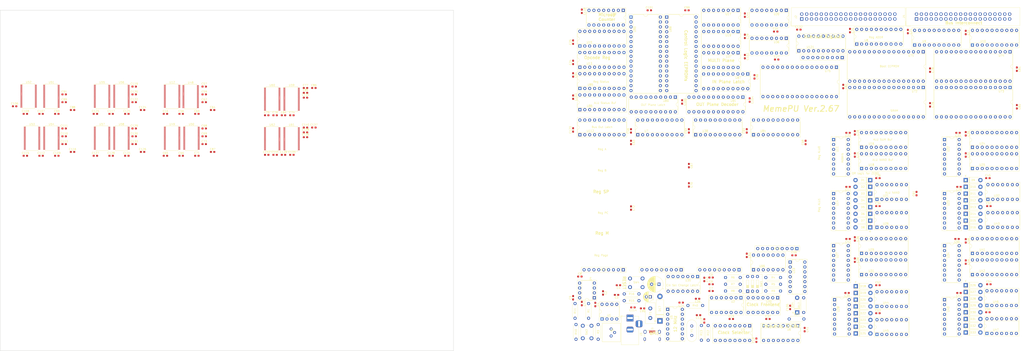
<source format=kicad_pcb>
(kicad_pcb (version 20171130) (host pcbnew "(6.0.0-rc1-dev-521-gd4e435928)")
  (layers (0 F.Cu signal) (31 B.Cu signal) (34 B.Paste user) (35 F.Paste user) (36 B.SilkS user) (37 F.SilkS user) (38 B.Mask user) (39 F.Mask user) (44 Edge.Cuts user))
  (net 0 "")
  (net 1 VCC)
  (net 2 GND)
  (net 3 /Clock/AC_TR)
  (net 4 "Net-(C4-Pad1)")
  (net 5 "Net-(C5-Pad2)")
  (net 6 "Net-(C6-Pad2)")
  (net 7 "Net-(C7-Pad2)")
  (net 8 "Net-(C8-Pad1)")
  (net 9 "Net-(C11-Pad2)")
  (net 10 "Net-(C12-Pad1)")
  (net 11 "Net-(C13-Pad1)")
  (net 12 "Net-(R1-Pad2)")
  (net 13 "Net-(R4-Pad2)")
  (net 14 "Net-(R10-Pad1)")
  (net 15 "Net-(R12-Pad1)")
  (net 16 /Clock/ADJ_CLK)
  (net 17 /Clock/BTN_CLK)
  (net 18 "Net-(R5-Pad2)")
  (net 19 "Net-(R8-Pad2)")
  (net 20 /BUS0)
  (net 21 /BUS1)
  (net 22 /BUS2)
  (net 23 /BUS3)
  (net 24 /BUS4)
  (net 25 /BUS5)
  (net 26 /BUS6)
  (net 27 /BUS7)
  (net 28 "Net-(R15-Pad1)")
  (net 29 "Net-(C39-Pad1)")
  (net 30 "Net-(R40-Pad2)")
  (net 31 /Clock/SEL2)
  (net 32 /Clock/SEL1)
  (net 33 "Net-(U2-Pad10)")
  (net 34 /Clock/SEL0)
  (net 35 /Clock/12MHZ_CLK)
  (net 36 /Clock/PRE_CLK)
  (net 37 /Clock/6MHZ_CLK)
  (net 38 /Clock/3MHZ_CLK)
  (net 39 /Clock/1.5MHZ_CLK)
  (net 40 "Net-(U30-Pad6)")
  (net 41 "Net-(U30-Pad8)")
  (net 42 "Net-(U30-Pad3)")
  (net 43 "Net-(U30-Pad11)")
  (net 44 "Net-(U35-Pad11)")
  (net 45 /~RESET)
  (net 46 /CLK)
  (net 47 "Net-(F1-Pad1)")
  (net 48 "/Control Logic/CTRL7")
  (net 49 "/Control Logic/CTRL6")
  (net 50 "/Control Logic/CTRL5")
  (net 51 "/Control Logic/CTRL4")
  (net 52 "/Control Logic/CTRL3")
  (net 53 "/Control Logic/CTRL2")
  (net 54 "/Control Logic/CTRL1")
  (net 55 "/Control Logic/CTRL0")
  (net 56 "/Control Logic/CTRL8")
  (net 57 "/Control Logic/CTRL9")
  (net 58 "/Control Logic/CTRL10")
  (net 59 "/Control Logic/CTRL11")
  (net 60 "/Control Logic/CTRL12")
  (net 61 "/Control Logic/CTRL13")
  (net 62 "/Control Logic/CTRL14")
  (net 63 "/Control Logic/CTRL15")
  (net 64 "/Control Logic/~RESET_UOP_COUNT_NCLK")
  (net 65 "Net-(C114-Pad2)")
  (net 66 /INT0)
  (net 67 /~CLK)
  (net 68 /~STATUS_OUT_NCLK)
  (net 69 /A_IN_CLK)
  (net 70 /~A_OUT_NCLK)
  (net 71 /B_IN_CLK)
  (net 72 /~B_OUT_NCLK)
  (net 73 /M0_IN_CLK)
  (net 74 /M1_IN_CLK)
  (net 75 /M2_IN_CLK)
  (net 76 /~MMU_OUT_NCLK)
  (net 77 "/Control Logic/CTRL_IN0")
  (net 78 "/Control Logic/CTRL_IN1")
  (net 79 "/Control Logic/CTRL_IN2")
  (net 80 "/Control Logic/CTRL_IN3")
  (net 81 "/Control Logic/CTRL_IN4")
  (net 82 "/Control Logic/CTRL_MULTI0")
  (net 83 "/Control Logic/CTRL_MULTI1")
  (net 84 "/Control Logic/CTRL_MULTI2")
  (net 85 "/Control Logic/MICROOP2")
  (net 86 "/Control Logic/MICROOP1")
  (net 87 "/Control Logic/OP0")
  (net 88 "/Control Logic/OP8")
  (net 89 "/Control Logic/OP1")
  (net 90 "/Control Logic/OP9")
  (net 91 "/Control Logic/OP2")
  (net 92 "/Control Logic/OP11")
  (net 93 "/Control Logic/OP3")
  (net 94 "/Control Logic/OP4")
  (net 95 "/Control Logic/OP10")
  (net 96 "/Control Logic/OP5")
  (net 97 "/Control Logic/OP6")
  (net 98 "/Control Logic/OP7")
  (net 99 "/Control Logic/MICROOP0")
  (net 100 "/Control Logic/MICROOP3")
  (net 101 "/Control Logic/CTRL_OUT3")
  (net 102 "/Control Logic/CTRL_OUT2")
  (net 103 "/Control Logic/CTRL_OUT1")
  (net 104 "/Control Logic/CTRL_OUT0")
  (net 105 /~RESET_NCLK)
  (net 106 /INT1)
  (net 107 /INT2)
  (net 108 /INT3)
  (net 109 /INT4)
  (net 110 /INT5)
  (net 111 /INT6)
  (net 112 /INT7)
  (net 113 "Net-(R2-Pad1)")
  (net 114 /~MMU_IN_CLK)
  (net 115 /~INT_OUT_NCLK)
  (net 116 /Clock/187KHZ_CLK)
  (net 117 "Net-(U2-Pad12)")
  (net 118 "/Control Logic/OPCODE0_IN_CLK")
  (net 119 "/Control Logic/OPCODE1_IN_CLK")
  (net 120 "/Control Logic/IN decoder/~S4")
  (net 121 "/Control Logic/MMU_IN_CLK")
  (net 122 "/Control Logic/MICROOP4")
  (net 123 /INT_IN_CLK)
  (net 124 /BUS8)
  (net 125 /BUS9)
  (net 126 /BUS10)
  (net 127 /BUS11)
  (net 128 /BUS12)
  (net 129 /BUS13)
  (net 130 /BUS14)
  (net 131 /BUS15)
  (net 132 /BUS16)
  (net 133 /BUS17)
  (net 134 /BUS18)
  (net 135 /BUS19)
  (net 136 /BUS20)
  (net 137 /BUS21)
  (net 138 /BUS22)
  (net 139 /BUS23)
  (net 140 /BUS24)
  (net 141 /BUS25)
  (net 142 /ADDR13)
  (net 143 /ADDR12)
  (net 144 /ADDR11)
  (net 145 /ADDR10)
  (net 146 /ADDR9)
  (net 147 /ADDR8)
  (net 148 /ADDR7)
  (net 149 /ADDR6)
  (net 150 /ADDR5)
  (net 151 /ADDR4)
  (net 152 /ADDR23)
  (net 153 /ADDR3)
  (net 154 /ADDR22)
  (net 155 /ADDR2)
  (net 156 /ADDR21)
  (net 157 /ADDR1)
  (net 158 /ADDR20)
  (net 159 /ADDR0)
  (net 160 /ADDR19)
  (net 161 /BUS31)
  (net 162 /ADDR18)
  (net 163 /BUS30)
  (net 164 /ADDR17)
  (net 165 /BUS29)
  (net 166 /ADDR16)
  (net 167 /BUS28)
  (net 168 /ADDR15)
  (net 169 /BUS27)
  (net 170 /ADDR14)
  (net 171 /BUS26)
  (net 172 /Clock/47_KHZ_CLK)
  (net 173 /ADDR_IN_CLK)
  (net 174 /ALU/B2)
  (net 175 /ALU/A2)
  (net 176 /ALU/B0)
  (net 177 /ALU/SUM2)
  (net 178 /ALU/A0)
  (net 179 /ALU/A3)
  (net 180 /ALU/SUM0)
  (net 181 /ALU/B3)
  (net 182 /ALU/A1)
  (net 183 /ALU/SUM3)
  (net 184 /ALU/B1)
  (net 185 /ALU/CARRY0)
  (net 186 /ALU/SUM1)
  (net 187 /ALU/B6)
  (net 188 /ALU/A6)
  (net 189 /ALU/B4)
  (net 190 /ALU/SUM6)
  (net 191 /ALU/A4)
  (net 192 /ALU/A7)
  (net 193 /ALU/SUM4)
  (net 194 /ALU/B7)
  (net 195 /ALU/A5)
  (net 196 /ALU/SUM7)
  (net 197 /ALU/B5)
  (net 198 /ALU/CARRY1)
  (net 199 /ALU/SUM5)
  (net 200 "/Control Logic/OP13")
  (net 201 "/Control Logic/OP12")
  (net 202 /~SUM_OUT_NCLK)
  (net 203 /SP_IN_CLK)
  (net 204 /PC_IN_CLK)
  (net 205 /ALU0_IN_CLK)
  (net 206 /ALU1_IN_CLK)
  (net 207 /ALU/NAND0)
  (net 208 /ALU/NAND1)
  (net 209 /ALU/NAND2)
  (net 210 /ALU/NAND3)
  (net 211 /ALU/NAND4)
  (net 212 /ALU/NAND5)
  (net 213 /ALU/NAND6)
  (net 214 /ALU/NAND7)
  (net 215 /~NAND_OUT_NCLK)
  (net 216 /M_IN_CLK)
  (net 217 /M3_IN_CLK)
  (net 218 /PAGE_IN_CLK)
  (net 219 /ALU/B10)
  (net 220 /ALU/A10)
  (net 221 /ALU/B8)
  (net 222 /ALU/SUM10)
  (net 223 /ALU/A8)
  (net 224 /ALU/A11)
  (net 225 /ALU/SUM8)
  (net 226 /ALU/B11)
  (net 227 /ALU/A9)
  (net 228 /ALU/SUM11)
  (net 229 /ALU/B9)
  (net 230 /ALU/CARRY2)
  (net 231 /ALU/SUM9)
  (net 232 /ALU/SUM13)
  (net 233 /ALU/CARRY3)
  (net 234 /ALU/B13)
  (net 235 /ALU/SUM15)
  (net 236 /ALU/A13)
  (net 237 /ALU/B15)
  (net 238 /ALU/SUM12)
  (net 239 /ALU/A15)
  (net 240 /ALU/A12)
  (net 241 /ALU/SUM14)
  (net 242 /ALU/B12)
  (net 243 /ALU/A14)
  (net 244 /ALU/B14)
  (net 245 /ALU/NAND15)
  (net 246 /ALU/NAND14)
  (net 247 /ALU/NAND13)
  (net 248 /ALU/NAND12)
  (net 249 /ALU/NAND11)
  (net 250 /ALU/NAND10)
  (net 251 /ALU/NAND9)
  (net 252 /ALU/NAND8)
  (net 253 /ALU/B18)
  (net 254 /ALU/A18)
  (net 255 /ALU/B16)
  (net 256 /ALU/SUM18)
  (net 257 /ALU/A16)
  (net 258 /ALU/A19)
  (net 259 /ALU/SUM16)
  (net 260 /ALU/B19)
  (net 261 /ALU/A17)
  (net 262 /ALU/SUM19)
  (net 263 /ALU/B17)
  (net 264 /ALU/CARRY4)
  (net 265 /ALU/SUM17)
  (net 266 /ALU/B22)
  (net 267 /ALU/A22)
  (net 268 /ALU/B20)
  (net 269 /ALU/SUM22)
  (net 270 /ALU/A20)
  (net 271 /ALU/A23)
  (net 272 /ALU/SUM20)
  (net 273 /ALU/B23)
  (net 274 /ALU/A21)
  (net 275 /ALU/SUM23)
  (net 276 /ALU/B21)
  (net 277 /ALU/CARRY5)
  (net 278 /ALU/SUM21)
  (net 279 /ALU/NAND23)
  (net 280 /ALU/NAND22)
  (net 281 /ALU/NAND21)
  (net 282 /ALU/NAND20)
  (net 283 /ALU/NAND19)
  (net 284 /ALU/NAND18)
  (net 285 /ALU/NAND17)
  (net 286 /ALU/NAND16)
  (net 287 /ALU/B26)
  (net 288 /ALU/A26)
  (net 289 /ALU/B24)
  (net 290 /ALU/SUM26)
  (net 291 /ALU/A24)
  (net 292 /ALU/A27)
  (net 293 /ALU/SUM24)
  (net 294 /ALU/B27)
  (net 295 /ALU/A25)
  (net 296 /ALU/SUM27)
  (net 297 /ALU/B25)
  (net 298 /ALU/CARRY6)
  (net 299 /ALU/SUM25)
  (net 300 /ALU/B30)
  (net 301 /ALU/A30)
  (net 302 /ALU/B28)
  (net 303 /ALU/SUM30)
  (net 304 /ALU/A28)
  (net 305 /ALU/A31)
  (net 306 /ALU/SUM28)
  (net 307 /ALU/B31)
  (net 308 /ALU/A29)
  (net 309 /ALU/SUM31)
  (net 310 /ALU/B29)
  (net 311 /ALU/CARRY_OUT)
  (net 312 /ALU/SUM29)
  (net 313 /ALU/NAND31)
  (net 314 /ALU/NAND30)
  (net 315 /ALU/NAND29)
  (net 316 /ALU/NAND28)
  (net 317 /ALU/NAND27)
  (net 318 /ALU/NAND26)
  (net 319 /ALU/NAND25)
  (net 320 /ALU/NAND24)
  (net 321 /~SP_OUT_NCLK)
  (net 322 /~PC_OUT_NCLK)
  (net 323 "/Registers/Register M/REG_IN1_OR")
  (net 324 "/Registers/Register M/REG_IN3_OR")
  (net 325 "/Registers/Register M/REG_IN0_OR")
  (net 326 "/Registers/Register M/REG_IN2_OR")
  (net 327 /~M_OUT_NCLK)
  (net 328 /~EEPROM_OUT_NCLK)
  (net 329 /~PAGE_OUT_NCLK)
  (net 330 "/Control Logic/~BUS0_OUT_NCLK")
  (net 331 "/Control Logic/~BUS1_OUT_NCLK")
  (net 332 "/Control Logic/~BUS2_OUT_NCLK")
  (net 333 "/Control Logic/~BUS3_OUT_NCLK")
  (net 334 "Net-(D1-Pad1)")
  (net 335 /ALU/ZERO_OUT)
  (net 336 /CARRY_IN)
  (net 337 /STATUS_IN_CLK)
  (net 338 /~ALU_STATUS_OUT_NCLK)
  (net 339 "Net-(C105-Pad2)")
  (net 340 "Net-(U33-Pad1)")
  (module Package_SO:TSSOP-48_6.1x12.5mm_P0.5mm (layer F.Cu) (at 151.525001 76.585001)
    (fp_text reference U62 (at 0 -7.3) (layer F.SilkS))
    (fp_text value SN74LVC16374DL)
    (pad 48 smd rect (at 3.75 -5.75) (size 1 0.285) (layers F.Cu F.Paste F.Mask) (net 218 /PAGE_IN_CLK))
    (pad 47 smd rect (at 3.75 -5.25) (size 1 0.285) (layers F.Cu F.Paste F.Mask) (net 132 /BUS16))
    (pad 46 smd rect (at 3.75 -4.75) (size 1 0.285) (layers F.Cu F.Paste F.Mask) (net 133 /BUS17))
    (pad 45 smd rect (at 3.75 -4.25) (size 1 0.285) (layers F.Cu F.Paste F.Mask) (net 2 GND))
    (pad 44 smd rect (at 3.75 -3.75) (size 1 0.285) (layers F.Cu F.Paste F.Mask) (net 134 /BUS18))
    (pad 43 smd rect (at 3.75 -3.25) (size 1 0.285) (layers F.Cu F.Paste F.Mask) (net 135 /BUS19))
    (pad 42 smd rect (at 3.75 -2.75) (size 1 0.285) (layers F.Cu F.Paste F.Mask) (net 1 VCC))
    (pad 41 smd rect (at 3.75 -2.25) (size 1 0.285) (layers F.Cu F.Paste F.Mask) (net 136 /BUS20))
    (pad 40 smd rect (at 3.75 -1.75) (size 1 0.285) (layers F.Cu F.Paste F.Mask) (net 137 /BUS21))
    (pad 39 smd rect (at 3.75 -1.25) (size 1 0.285) (layers F.Cu F.Paste F.Mask) (net 2 GND))
    (pad 38 smd rect (at 3.75 -0.75) (size 1 0.285) (layers F.Cu F.Paste F.Mask) (net 138 /BUS22))
    (pad 37 smd rect (at 3.75 -0.25) (size 1 0.285) (layers F.Cu F.Paste F.Mask) (net 139 /BUS23))
    (pad 36 smd rect (at 3.75 0.25) (size 1 0.285) (layers F.Cu F.Paste F.Mask) (net 140 /BUS24))
    (pad 35 smd rect (at 3.75 0.75) (size 1 0.285) (layers F.Cu F.Paste F.Mask) (net 141 /BUS25))
    (pad 34 smd rect (at 3.75 1.25) (size 1 0.285) (layers F.Cu F.Paste F.Mask) (net 2 GND))
    (pad 33 smd rect (at 3.75 1.75) (size 1 0.285) (layers F.Cu F.Paste F.Mask) (net 171 /BUS26))
    (pad 32 smd rect (at 3.75 2.25) (size 1 0.285) (layers F.Cu F.Paste F.Mask) (net 169 /BUS27))
    (pad 31 smd rect (at 3.75 2.75) (size 1 0.285) (layers F.Cu F.Paste F.Mask) (net 1 VCC))
    (pad 30 smd rect (at 3.75 3.25) (size 1 0.285) (layers F.Cu F.Paste F.Mask) (net 167 /BUS28))
    (pad 29 smd rect (at 3.75 3.75) (size 1 0.285) (layers F.Cu F.Paste F.Mask) (net 165 /BUS29))
    (pad 28 smd rect (at 3.75 4.25) (size 1 0.285) (layers F.Cu F.Paste F.Mask) (net 2 GND))
    (pad 27 smd rect (at 3.75 4.75) (size 1 0.285) (layers F.Cu F.Paste F.Mask) (net 163 /BUS30))
    (pad 26 smd rect (at 3.75 5.25) (size 1 0.285) (layers F.Cu F.Paste F.Mask) (net 161 /BUS31))
    (pad 25 smd rect (at 3.75 5.75) (size 1 0.285) (layers F.Cu F.Paste F.Mask) (net 218 /PAGE_IN_CLK))
    (pad 24 smd rect (at -3.75 5.75) (size 1 0.285) (layers F.Cu F.Paste F.Mask) (net 329 /~PAGE_OUT_NCLK))
    (pad 23 smd rect (at -3.75 5.25) (size 1 0.285) (layers F.Cu F.Paste F.Mask) (net 161 /BUS31))
    (pad 22 smd rect (at -3.75 4.75) (size 1 0.285) (layers F.Cu F.Paste F.Mask) (net 163 /BUS30))
    (pad 21 smd rect (at -3.75 4.25) (size 1 0.285) (layers F.Cu F.Paste F.Mask) (net 2 GND))
    (pad 20 smd rect (at -3.75 3.75) (size 1 0.285) (layers F.Cu F.Paste F.Mask) (net 165 /BUS29))
    (pad 19 smd rect (at -3.75 3.25) (size 1 0.285) (layers F.Cu F.Paste F.Mask) (net 167 /BUS28))
    (pad 18 smd rect (at -3.75 2.75) (size 1 0.285) (layers F.Cu F.Paste F.Mask) (net 1 VCC))
    (pad 17 smd rect (at -3.75 2.25) (size 1 0.285) (layers F.Cu F.Paste F.Mask) (net 169 /BUS27))
    (pad 16 smd rect (at -3.75 1.75) (size 1 0.285) (layers F.Cu F.Paste F.Mask) (net 171 /BUS26))
    (pad 15 smd rect (at -3.75 1.25) (size 1 0.285) (layers F.Cu F.Paste F.Mask) (net 2 GND))
    (pad 14 smd rect (at -3.75 0.75) (size 1 0.285) (layers F.Cu F.Paste F.Mask) (net 141 /BUS25))
    (pad 13 smd rect (at -3.75 0.25) (size 1 0.285) (layers F.Cu F.Paste F.Mask) (net 140 /BUS24))
    (pad 12 smd rect (at -3.75 -0.25) (size 1 0.285) (layers F.Cu F.Paste F.Mask) (net 139 /BUS23))
    (pad 11 smd rect (at -3.75 -0.75) (size 1 0.285) (layers F.Cu F.Paste F.Mask) (net 138 /BUS22))
    (pad 10 smd rect (at -3.75 -1.25) (size 1 0.285) (layers F.Cu F.Paste F.Mask) (net 2 GND))
    (pad 9 smd rect (at -3.75 -1.75) (size 1 0.285) (layers F.Cu F.Paste F.Mask) (net 137 /BUS21))
    (pad 8 smd rect (at -3.75 -2.25) (size 1 0.285) (layers F.Cu F.Paste F.Mask) (net 136 /BUS20))
    (pad 7 smd rect (at -3.75 -2.75) (size 1 0.285) (layers F.Cu F.Paste F.Mask) (net 1 VCC))
    (pad 6 smd rect (at -3.75 -3.25) (size 1 0.285) (layers F.Cu F.Paste F.Mask) (net 135 /BUS19))
    (pad 5 smd rect (at -3.75 -3.75) (size 1 0.285) (layers F.Cu F.Paste F.Mask) (net 134 /BUS18))
    (pad 4 smd rect (at -3.75 -4.25) (size 1 0.285) (layers F.Cu F.Paste F.Mask) (net 2 GND))
    (pad 3 smd rect (at -3.75 -4.75) (size 1 0.285) (layers F.Cu F.Paste F.Mask) (net 133 /BUS17))
    (pad 2 smd rect (at -3.75 -5.25) (size 1 0.285) (layers F.Cu F.Paste F.Mask) (net 132 /BUS16))
    (pad 1 smd rect (at -3.75 -5.75) (size 1 0.285) (layers F.Cu F.Paste F.Mask) (net 329 /~PAGE_OUT_NCLK))
  )
  (module Package_SO:TSSOP-48_6.1x12.5mm_P0.5mm (layer F.Cu) (at 161.575001 76.585001)
    (fp_text reference U61 (at 0 -7.3) (layer F.SilkS))
    (fp_text value SN74LVC16374DL)
    (pad 48 smd rect (at 3.75 -5.75) (size 1 0.285) (layers F.Cu F.Paste F.Mask) (net 218 /PAGE_IN_CLK))
    (pad 47 smd rect (at 3.75 -5.25) (size 1 0.285) (layers F.Cu F.Paste F.Mask) (net 20 /BUS0))
    (pad 46 smd rect (at 3.75 -4.75) (size 1 0.285) (layers F.Cu F.Paste F.Mask) (net 21 /BUS1))
    (pad 45 smd rect (at 3.75 -4.25) (size 1 0.285) (layers F.Cu F.Paste F.Mask) (net 2 GND))
    (pad 44 smd rect (at 3.75 -3.75) (size 1 0.285) (layers F.Cu F.Paste F.Mask) (net 22 /BUS2))
    (pad 43 smd rect (at 3.75 -3.25) (size 1 0.285) (layers F.Cu F.Paste F.Mask) (net 23 /BUS3))
    (pad 42 smd rect (at 3.75 -2.75) (size 1 0.285) (layers F.Cu F.Paste F.Mask) (net 1 VCC))
    (pad 41 smd rect (at 3.75 -2.25) (size 1 0.285) (layers F.Cu F.Paste F.Mask) (net 24 /BUS4))
    (pad 40 smd rect (at 3.75 -1.75) (size 1 0.285) (layers F.Cu F.Paste F.Mask) (net 25 /BUS5))
    (pad 39 smd rect (at 3.75 -1.25) (size 1 0.285) (layers F.Cu F.Paste F.Mask) (net 2 GND))
    (pad 38 smd rect (at 3.75 -0.75) (size 1 0.285) (layers F.Cu F.Paste F.Mask) (net 26 /BUS6))
    (pad 37 smd rect (at 3.75 -0.25) (size 1 0.285) (layers F.Cu F.Paste F.Mask) (net 27 /BUS7))
    (pad 36 smd rect (at 3.75 0.25) (size 1 0.285) (layers F.Cu F.Paste F.Mask) (net 124 /BUS8))
    (pad 35 smd rect (at 3.75 0.75) (size 1 0.285) (layers F.Cu F.Paste F.Mask) (net 125 /BUS9))
    (pad 34 smd rect (at 3.75 1.25) (size 1 0.285) (layers F.Cu F.Paste F.Mask) (net 2 GND))
    (pad 33 smd rect (at 3.75 1.75) (size 1 0.285) (layers F.Cu F.Paste F.Mask) (net 126 /BUS10))
    (pad 32 smd rect (at 3.75 2.25) (size 1 0.285) (layers F.Cu F.Paste F.Mask) (net 127 /BUS11))
    (pad 31 smd rect (at 3.75 2.75) (size 1 0.285) (layers F.Cu F.Paste F.Mask) (net 1 VCC))
    (pad 30 smd rect (at 3.75 3.25) (size 1 0.285) (layers F.Cu F.Paste F.Mask) (net 128 /BUS12))
    (pad 29 smd rect (at 3.75 3.75) (size 1 0.285) (layers F.Cu F.Paste F.Mask) (net 129 /BUS13))
    (pad 28 smd rect (at 3.75 4.25) (size 1 0.285) (layers F.Cu F.Paste F.Mask) (net 2 GND))
    (pad 27 smd rect (at 3.75 4.75) (size 1 0.285) (layers F.Cu F.Paste F.Mask) (net 130 /BUS14))
    (pad 26 smd rect (at 3.75 5.25) (size 1 0.285) (layers F.Cu F.Paste F.Mask) (net 131 /BUS15))
    (pad 25 smd rect (at 3.75 5.75) (size 1 0.285) (layers F.Cu F.Paste F.Mask) (net 218 /PAGE_IN_CLK))
    (pad 24 smd rect (at -3.75 5.75) (size 1 0.285) (layers F.Cu F.Paste F.Mask) (net 329 /~PAGE_OUT_NCLK))
    (pad 23 smd rect (at -3.75 5.25) (size 1 0.285) (layers F.Cu F.Paste F.Mask) (net 131 /BUS15))
    (pad 22 smd rect (at -3.75 4.75) (size 1 0.285) (layers F.Cu F.Paste F.Mask) (net 130 /BUS14))
    (pad 21 smd rect (at -3.75 4.25) (size 1 0.285) (layers F.Cu F.Paste F.Mask) (net 2 GND))
    (pad 20 smd rect (at -3.75 3.75) (size 1 0.285) (layers F.Cu F.Paste F.Mask) (net 129 /BUS13))
    (pad 19 smd rect (at -3.75 3.25) (size 1 0.285) (layers F.Cu F.Paste F.Mask) (net 128 /BUS12))
    (pad 18 smd rect (at -3.75 2.75) (size 1 0.285) (layers F.Cu F.Paste F.Mask) (net 1 VCC))
    (pad 17 smd rect (at -3.75 2.25) (size 1 0.285) (layers F.Cu F.Paste F.Mask) (net 127 /BUS11))
    (pad 16 smd rect (at -3.75 1.75) (size 1 0.285) (layers F.Cu F.Paste F.Mask) (net 126 /BUS10))
    (pad 15 smd rect (at -3.75 1.25) (size 1 0.285) (layers F.Cu F.Paste F.Mask) (net 2 GND))
    (pad 14 smd rect (at -3.75 0.75) (size 1 0.285) (layers F.Cu F.Paste F.Mask) (net 125 /BUS9))
    (pad 13 smd rect (at -3.75 0.25) (size 1 0.285) (layers F.Cu F.Paste F.Mask) (net 124 /BUS8))
    (pad 12 smd rect (at -3.75 -0.25) (size 1 0.285) (layers F.Cu F.Paste F.Mask) (net 27 /BUS7))
    (pad 11 smd rect (at -3.75 -0.75) (size 1 0.285) (layers F.Cu F.Paste F.Mask) (net 26 /BUS6))
    (pad 10 smd rect (at -3.75 -1.25) (size 1 0.285) (layers F.Cu F.Paste F.Mask) (net 2 GND))
    (pad 9 smd rect (at -3.75 -1.75) (size 1 0.285) (layers F.Cu F.Paste F.Mask) (net 25 /BUS5))
    (pad 8 smd rect (at -3.75 -2.25) (size 1 0.285) (layers F.Cu F.Paste F.Mask) (net 24 /BUS4))
    (pad 7 smd rect (at -3.75 -2.75) (size 1 0.285) (layers F.Cu F.Paste F.Mask) (net 1 VCC))
    (pad 6 smd rect (at -3.75 -3.25) (size 1 0.285) (layers F.Cu F.Paste F.Mask) (net 23 /BUS3))
    (pad 5 smd rect (at -3.75 -3.75) (size 1 0.285) (layers F.Cu F.Paste F.Mask) (net 22 /BUS2))
    (pad 4 smd rect (at -3.75 -4.25) (size 1 0.285) (layers F.Cu F.Paste F.Mask) (net 2 GND))
    (pad 3 smd rect (at -3.75 -4.75) (size 1 0.285) (layers F.Cu F.Paste F.Mask) (net 21 /BUS1))
    (pad 2 smd rect (at -3.75 -5.25) (size 1 0.285) (layers F.Cu F.Paste F.Mask) (net 20 /BUS0))
    (pad 1 smd rect (at -3.75 -5.75) (size 1 0.285) (layers F.Cu F.Paste F.Mask) (net 329 /~PAGE_OUT_NCLK))
  )
  (module Package_SO:TSSOP-48_6.1x12.5mm_P0.5mm (layer F.Cu) (at 151.525001 56.075001)
    (fp_text reference U60 (at 0 -7.3) (layer F.SilkS))
    (fp_text value SN74LVC16374DL)
    (pad 48 smd rect (at 3.75 -5.75) (size 1 0.285) (layers F.Cu F.Paste F.Mask) (net 326 "/Registers/Register M/REG_IN2_OR"))
    (pad 47 smd rect (at 3.75 -5.25) (size 1 0.285) (layers F.Cu F.Paste F.Mask) (net 132 /BUS16))
    (pad 46 smd rect (at 3.75 -4.75) (size 1 0.285) (layers F.Cu F.Paste F.Mask) (net 133 /BUS17))
    (pad 45 smd rect (at 3.75 -4.25) (size 1 0.285) (layers F.Cu F.Paste F.Mask) (net 2 GND))
    (pad 44 smd rect (at 3.75 -3.75) (size 1 0.285) (layers F.Cu F.Paste F.Mask) (net 134 /BUS18))
    (pad 43 smd rect (at 3.75 -3.25) (size 1 0.285) (layers F.Cu F.Paste F.Mask) (net 135 /BUS19))
    (pad 42 smd rect (at 3.75 -2.75) (size 1 0.285) (layers F.Cu F.Paste F.Mask) (net 1 VCC))
    (pad 41 smd rect (at 3.75 -2.25) (size 1 0.285) (layers F.Cu F.Paste F.Mask) (net 136 /BUS20))
    (pad 40 smd rect (at 3.75 -1.75) (size 1 0.285) (layers F.Cu F.Paste F.Mask) (net 137 /BUS21))
    (pad 39 smd rect (at 3.75 -1.25) (size 1 0.285) (layers F.Cu F.Paste F.Mask) (net 2 GND))
    (pad 38 smd rect (at 3.75 -0.75) (size 1 0.285) (layers F.Cu F.Paste F.Mask) (net 138 /BUS22))
    (pad 37 smd rect (at 3.75 -0.25) (size 1 0.285) (layers F.Cu F.Paste F.Mask) (net 139 /BUS23))
    (pad 36 smd rect (at 3.75 0.25) (size 1 0.285) (layers F.Cu F.Paste F.Mask) (net 140 /BUS24))
    (pad 35 smd rect (at 3.75 0.75) (size 1 0.285) (layers F.Cu F.Paste F.Mask) (net 141 /BUS25))
    (pad 34 smd rect (at 3.75 1.25) (size 1 0.285) (layers F.Cu F.Paste F.Mask) (net 2 GND))
    (pad 33 smd rect (at 3.75 1.75) (size 1 0.285) (layers F.Cu F.Paste F.Mask) (net 171 /BUS26))
    (pad 32 smd rect (at 3.75 2.25) (size 1 0.285) (layers F.Cu F.Paste F.Mask) (net 169 /BUS27))
    (pad 31 smd rect (at 3.75 2.75) (size 1 0.285) (layers F.Cu F.Paste F.Mask) (net 1 VCC))
    (pad 30 smd rect (at 3.75 3.25) (size 1 0.285) (layers F.Cu F.Paste F.Mask) (net 167 /BUS28))
    (pad 29 smd rect (at 3.75 3.75) (size 1 0.285) (layers F.Cu F.Paste F.Mask) (net 165 /BUS29))
    (pad 28 smd rect (at 3.75 4.25) (size 1 0.285) (layers F.Cu F.Paste F.Mask) (net 2 GND))
    (pad 27 smd rect (at 3.75 4.75) (size 1 0.285) (layers F.Cu F.Paste F.Mask) (net 163 /BUS30))
    (pad 26 smd rect (at 3.75 5.25) (size 1 0.285) (layers F.Cu F.Paste F.Mask) (net 161 /BUS31))
    (pad 25 smd rect (at 3.75 5.75) (size 1 0.285) (layers F.Cu F.Paste F.Mask) (net 324 "/Registers/Register M/REG_IN3_OR"))
    (pad 24 smd rect (at -3.75 5.75) (size 1 0.285) (layers F.Cu F.Paste F.Mask) (net 327 /~M_OUT_NCLK))
    (pad 23 smd rect (at -3.75 5.25) (size 1 0.285) (layers F.Cu F.Paste F.Mask) (net 161 /BUS31))
    (pad 22 smd rect (at -3.75 4.75) (size 1 0.285) (layers F.Cu F.Paste F.Mask) (net 163 /BUS30))
    (pad 21 smd rect (at -3.75 4.25) (size 1 0.285) (layers F.Cu F.Paste F.Mask) (net 2 GND))
    (pad 20 smd rect (at -3.75 3.75) (size 1 0.285) (layers F.Cu F.Paste F.Mask) (net 165 /BUS29))
    (pad 19 smd rect (at -3.75 3.25) (size 1 0.285) (layers F.Cu F.Paste F.Mask) (net 167 /BUS28))
    (pad 18 smd rect (at -3.75 2.75) (size 1 0.285) (layers F.Cu F.Paste F.Mask) (net 1 VCC))
    (pad 17 smd rect (at -3.75 2.25) (size 1 0.285) (layers F.Cu F.Paste F.Mask) (net 169 /BUS27))
    (pad 16 smd rect (at -3.75 1.75) (size 1 0.285) (layers F.Cu F.Paste F.Mask) (net 171 /BUS26))
    (pad 15 smd rect (at -3.75 1.25) (size 1 0.285) (layers F.Cu F.Paste F.Mask) (net 2 GND))
    (pad 14 smd rect (at -3.75 0.75) (size 1 0.285) (layers F.Cu F.Paste F.Mask) (net 141 /BUS25))
    (pad 13 smd rect (at -3.75 0.25) (size 1 0.285) (layers F.Cu F.Paste F.Mask) (net 140 /BUS24))
    (pad 12 smd rect (at -3.75 -0.25) (size 1 0.285) (layers F.Cu F.Paste F.Mask) (net 139 /BUS23))
    (pad 11 smd rect (at -3.75 -0.75) (size 1 0.285) (layers F.Cu F.Paste F.Mask) (net 138 /BUS22))
    (pad 10 smd rect (at -3.75 -1.25) (size 1 0.285) (layers F.Cu F.Paste F.Mask) (net 2 GND))
    (pad 9 smd rect (at -3.75 -1.75) (size 1 0.285) (layers F.Cu F.Paste F.Mask) (net 137 /BUS21))
    (pad 8 smd rect (at -3.75 -2.25) (size 1 0.285) (layers F.Cu F.Paste F.Mask) (net 136 /BUS20))
    (pad 7 smd rect (at -3.75 -2.75) (size 1 0.285) (layers F.Cu F.Paste F.Mask) (net 1 VCC))
    (pad 6 smd rect (at -3.75 -3.25) (size 1 0.285) (layers F.Cu F.Paste F.Mask) (net 135 /BUS19))
    (pad 5 smd rect (at -3.75 -3.75) (size 1 0.285) (layers F.Cu F.Paste F.Mask) (net 134 /BUS18))
    (pad 4 smd rect (at -3.75 -4.25) (size 1 0.285) (layers F.Cu F.Paste F.Mask) (net 2 GND))
    (pad 3 smd rect (at -3.75 -4.75) (size 1 0.285) (layers F.Cu F.Paste F.Mask) (net 133 /BUS17))
    (pad 2 smd rect (at -3.75 -5.25) (size 1 0.285) (layers F.Cu F.Paste F.Mask) (net 132 /BUS16))
    (pad 1 smd rect (at -3.75 -5.75) (size 1 0.285) (layers F.Cu F.Paste F.Mask) (net 327 /~M_OUT_NCLK))
  )
  (module Package_SO:TSSOP-48_6.1x12.5mm_P0.5mm (layer F.Cu) (at 161.575001 56.075001)
    (fp_text reference U59 (at 0 -7.3) (layer F.SilkS))
    (fp_text value SN74LVC16374DL)
    (pad 48 smd rect (at 3.75 -5.75) (size 1 0.285) (layers F.Cu F.Paste F.Mask) (net 325 "/Registers/Register M/REG_IN0_OR"))
    (pad 47 smd rect (at 3.75 -5.25) (size 1 0.285) (layers F.Cu F.Paste F.Mask) (net 20 /BUS0))
    (pad 46 smd rect (at 3.75 -4.75) (size 1 0.285) (layers F.Cu F.Paste F.Mask) (net 21 /BUS1))
    (pad 45 smd rect (at 3.75 -4.25) (size 1 0.285) (layers F.Cu F.Paste F.Mask) (net 2 GND))
    (pad 44 smd rect (at 3.75 -3.75) (size 1 0.285) (layers F.Cu F.Paste F.Mask) (net 22 /BUS2))
    (pad 43 smd rect (at 3.75 -3.25) (size 1 0.285) (layers F.Cu F.Paste F.Mask) (net 23 /BUS3))
    (pad 42 smd rect (at 3.75 -2.75) (size 1 0.285) (layers F.Cu F.Paste F.Mask) (net 1 VCC))
    (pad 41 smd rect (at 3.75 -2.25) (size 1 0.285) (layers F.Cu F.Paste F.Mask) (net 24 /BUS4))
    (pad 40 smd rect (at 3.75 -1.75) (size 1 0.285) (layers F.Cu F.Paste F.Mask) (net 25 /BUS5))
    (pad 39 smd rect (at 3.75 -1.25) (size 1 0.285) (layers F.Cu F.Paste F.Mask) (net 2 GND))
    (pad 38 smd rect (at 3.75 -0.75) (size 1 0.285) (layers F.Cu F.Paste F.Mask) (net 26 /BUS6))
    (pad 37 smd rect (at 3.75 -0.25) (size 1 0.285) (layers F.Cu F.Paste F.Mask) (net 27 /BUS7))
    (pad 36 smd rect (at 3.75 0.25) (size 1 0.285) (layers F.Cu F.Paste F.Mask) (net 124 /BUS8))
    (pad 35 smd rect (at 3.75 0.75) (size 1 0.285) (layers F.Cu F.Paste F.Mask) (net 125 /BUS9))
    (pad 34 smd rect (at 3.75 1.25) (size 1 0.285) (layers F.Cu F.Paste F.Mask) (net 2 GND))
    (pad 33 smd rect (at 3.75 1.75) (size 1 0.285) (layers F.Cu F.Paste F.Mask) (net 126 /BUS10))
    (pad 32 smd rect (at 3.75 2.25) (size 1 0.285) (layers F.Cu F.Paste F.Mask) (net 127 /BUS11))
    (pad 31 smd rect (at 3.75 2.75) (size 1 0.285) (layers F.Cu F.Paste F.Mask) (net 1 VCC))
    (pad 30 smd rect (at 3.75 3.25) (size 1 0.285) (layers F.Cu F.Paste F.Mask) (net 128 /BUS12))
    (pad 29 smd rect (at 3.75 3.75) (size 1 0.285) (layers F.Cu F.Paste F.Mask) (net 129 /BUS13))
    (pad 28 smd rect (at 3.75 4.25) (size 1 0.285) (layers F.Cu F.Paste F.Mask) (net 2 GND))
    (pad 27 smd rect (at 3.75 4.75) (size 1 0.285) (layers F.Cu F.Paste F.Mask) (net 130 /BUS14))
    (pad 26 smd rect (at 3.75 5.25) (size 1 0.285) (layers F.Cu F.Paste F.Mask) (net 131 /BUS15))
    (pad 25 smd rect (at 3.75 5.75) (size 1 0.285) (layers F.Cu F.Paste F.Mask) (net 323 "/Registers/Register M/REG_IN1_OR"))
    (pad 24 smd rect (at -3.75 5.75) (size 1 0.285) (layers F.Cu F.Paste F.Mask) (net 327 /~M_OUT_NCLK))
    (pad 23 smd rect (at -3.75 5.25) (size 1 0.285) (layers F.Cu F.Paste F.Mask) (net 131 /BUS15))
    (pad 22 smd rect (at -3.75 4.75) (size 1 0.285) (layers F.Cu F.Paste F.Mask) (net 130 /BUS14))
    (pad 21 smd rect (at -3.75 4.25) (size 1 0.285) (layers F.Cu F.Paste F.Mask) (net 2 GND))
    (pad 20 smd rect (at -3.75 3.75) (size 1 0.285) (layers F.Cu F.Paste F.Mask) (net 129 /BUS13))
    (pad 19 smd rect (at -3.75 3.25) (size 1 0.285) (layers F.Cu F.Paste F.Mask) (net 128 /BUS12))
    (pad 18 smd rect (at -3.75 2.75) (size 1 0.285) (layers F.Cu F.Paste F.Mask) (net 1 VCC))
    (pad 17 smd rect (at -3.75 2.25) (size 1 0.285) (layers F.Cu F.Paste F.Mask) (net 127 /BUS11))
    (pad 16 smd rect (at -3.75 1.75) (size 1 0.285) (layers F.Cu F.Paste F.Mask) (net 126 /BUS10))
    (pad 15 smd rect (at -3.75 1.25) (size 1 0.285) (layers F.Cu F.Paste F.Mask) (net 2 GND))
    (pad 14 smd rect (at -3.75 0.75) (size 1 0.285) (layers F.Cu F.Paste F.Mask) (net 125 /BUS9))
    (pad 13 smd rect (at -3.75 0.25) (size 1 0.285) (layers F.Cu F.Paste F.Mask) (net 124 /BUS8))
    (pad 12 smd rect (at -3.75 -0.25) (size 1 0.285) (layers F.Cu F.Paste F.Mask) (net 27 /BUS7))
    (pad 11 smd rect (at -3.75 -0.75) (size 1 0.285) (layers F.Cu F.Paste F.Mask) (net 26 /BUS6))
    (pad 10 smd rect (at -3.75 -1.25) (size 1 0.285) (layers F.Cu F.Paste F.Mask) (net 2 GND))
    (pad 9 smd rect (at -3.75 -1.75) (size 1 0.285) (layers F.Cu F.Paste F.Mask) (net 25 /BUS5))
    (pad 8 smd rect (at -3.75 -2.25) (size 1 0.285) (layers F.Cu F.Paste F.Mask) (net 24 /BUS4))
    (pad 7 smd rect (at -3.75 -2.75) (size 1 0.285) (layers F.Cu F.Paste F.Mask) (net 1 VCC))
    (pad 6 smd rect (at -3.75 -3.25) (size 1 0.285) (layers F.Cu F.Paste F.Mask) (net 23 /BUS3))
    (pad 5 smd rect (at -3.75 -3.75) (size 1 0.285) (layers F.Cu F.Paste F.Mask) (net 22 /BUS2))
    (pad 4 smd rect (at -3.75 -4.25) (size 1 0.285) (layers F.Cu F.Paste F.Mask) (net 2 GND))
    (pad 3 smd rect (at -3.75 -4.75) (size 1 0.285) (layers F.Cu F.Paste F.Mask) (net 21 /BUS1))
    (pad 2 smd rect (at -3.75 -5.25) (size 1 0.285) (layers F.Cu F.Paste F.Mask) (net 20 /BUS0))
    (pad 1 smd rect (at -3.75 -5.75) (size 1 0.285) (layers F.Cu F.Paste F.Mask) (net 327 /~M_OUT_NCLK))
  )
  (module Capacitor_SMD:C_0603_1608Metric_Pad1.05x0.95mm_HandSolder (layer F.Cu) (at 148.675001 84.915001)
    (fp_text reference C142 (at 0 -1.43) (layer F.SilkS))
    (fp_text value 0.1uF)
    (pad 2 smd roundrect (at 0.875 0) (size 1.05 0.95) (layers F.Cu F.Paste F.Mask) (net 2 GND))
    (pad 1 smd roundrect (at -0.875 0) (size 1.05 0.95) (layers F.Cu F.Paste F.Mask) (net 1 VCC))
  )
  (module Capacitor_SMD:C_0603_1608Metric_Pad1.05x0.95mm_HandSolder (layer F.Cu) (at 153.025001 84.915001)
    (fp_text reference C141 (at 0 -1.43) (layer F.SilkS))
    (fp_text value 0.1uF)
    (pad 2 smd roundrect (at 0.875 0) (size 1.05 0.95) (layers F.Cu F.Paste F.Mask) (net 2 GND))
    (pad 1 smd roundrect (at -0.875 0) (size 1.05 0.95) (layers F.Cu F.Paste F.Mask) (net 1 VCC))
  )
  (module Capacitor_SMD:C_0603_1608Metric_Pad1.05x0.95mm_HandSolder (layer F.Cu) (at 168.775001 70.765001)
    (fp_text reference C140 (at 0 -1.43) (layer F.SilkS))
    (fp_text value 0.1uF)
    (pad 2 smd roundrect (at 0.875 0) (size 1.05 0.95) (layers F.Cu F.Paste F.Mask) (net 2 GND))
    (pad 1 smd roundrect (at -0.875 0) (size 1.05 0.95) (layers F.Cu F.Paste F.Mask) (net 1 VCC))
  )
  (module Capacitor_SMD:C_0603_1608Metric_Pad1.05x0.95mm_HandSolder (layer F.Cu) (at 157.375001 84.915001)
    (fp_text reference C139 (at 0 -1.43) (layer F.SilkS))
    (fp_text value 0.1uF)
    (pad 2 smd roundrect (at 0.875 0) (size 1.05 0.95) (layers F.Cu F.Paste F.Mask) (net 2 GND))
    (pad 1 smd roundrect (at -0.875 0) (size 1.05 0.95) (layers F.Cu F.Paste F.Mask) (net 1 VCC))
  )
  (module Capacitor_SMD:C_0603_1608Metric_Pad1.05x0.95mm_HandSolder (layer F.Cu) (at 168.775001 73.275001)
    (fp_text reference C138 (at 0 -1.43) (layer F.SilkS))
    (fp_text value 0.1uF)
    (pad 2 smd roundrect (at 0.875 0) (size 1.05 0.95) (layers F.Cu F.Paste F.Mask) (net 2 GND))
    (pad 1 smd roundrect (at -0.875 0) (size 1.05 0.95) (layers F.Cu F.Paste F.Mask) (net 1 VCC))
  )
  (module Capacitor_SMD:C_0603_1608Metric_Pad1.05x0.95mm_HandSolder (layer F.Cu) (at 173.125001 70.765001)
    (fp_text reference C137 (at 0 -1.43) (layer F.SilkS))
    (fp_text value 0.1uF)
    (pad 2 smd roundrect (at 0.875 0) (size 1.05 0.95) (layers F.Cu F.Paste F.Mask) (net 2 GND))
    (pad 1 smd roundrect (at -0.875 0) (size 1.05 0.95) (layers F.Cu F.Paste F.Mask) (net 1 VCC))
  )
  (module Capacitor_SMD:C_0603_1608Metric_Pad1.05x0.95mm_HandSolder (layer F.Cu) (at 168.775001 75.785001)
    (fp_text reference C136 (at 0 -1.43) (layer F.SilkS))
    (fp_text value 0.1uF)
    (pad 2 smd roundrect (at 0.875 0) (size 1.05 0.95) (layers F.Cu F.Paste F.Mask) (net 2 GND))
    (pad 1 smd roundrect (at -0.875 0) (size 1.05 0.95) (layers F.Cu F.Paste F.Mask) (net 1 VCC))
  )
  (module Capacitor_SMD:C_0603_1608Metric_Pad1.05x0.95mm_HandSolder (layer F.Cu) (at 161.725001 84.915001)
    (fp_text reference C135 (at 0 -1.43) (layer F.SilkS))
    (fp_text value 0.1uF)
    (pad 2 smd roundrect (at 0.875 0) (size 1.05 0.95) (layers F.Cu F.Paste F.Mask) (net 2 GND))
    (pad 1 smd roundrect (at -0.875 0) (size 1.05 0.95) (layers F.Cu F.Paste F.Mask) (net 1 VCC))
  )
  (module Capacitor_SMD:C_0603_1608Metric_Pad1.05x0.95mm_HandSolder (layer F.Cu) (at 168.775001 55.275001)
    (fp_text reference C134 (at 0 -1.43) (layer F.SilkS))
    (fp_text value 0.1uF)
    (pad 2 smd roundrect (at 0.875 0) (size 1.05 0.95) (layers F.Cu F.Paste F.Mask) (net 2 GND))
    (pad 1 smd roundrect (at -0.875 0) (size 1.05 0.95) (layers F.Cu F.Paste F.Mask) (net 1 VCC))
  )
  (module Capacitor_SMD:C_0603_1608Metric_Pad1.05x0.95mm_HandSolder (layer F.Cu) (at 173.125001 50.255001)
    (fp_text reference C86 (at 0 -1.43) (layer F.SilkS))
    (fp_text value 0.1uF)
    (pad 2 smd roundrect (at 0.875 0) (size 1.05 0.95) (layers F.Cu F.Paste F.Mask) (net 2 GND))
    (pad 1 smd roundrect (at -0.875 0) (size 1.05 0.95) (layers F.Cu F.Paste F.Mask) (net 1 VCC))
  )
  (module Capacitor_SMD:C_0603_1608Metric_Pad1.05x0.95mm_HandSolder (layer F.Cu) (at 168.775001 52.765001)
    (fp_text reference C85 (at 0 -1.43) (layer F.SilkS))
    (fp_text value 0.1uF)
    (pad 2 smd roundrect (at 0.875 0) (size 1.05 0.95) (layers F.Cu F.Paste F.Mask) (net 2 GND))
    (pad 1 smd roundrect (at -0.875 0) (size 1.05 0.95) (layers F.Cu F.Paste F.Mask) (net 1 VCC))
  )
  (module Capacitor_SMD:C_0603_1608Metric_Pad1.05x0.95mm_HandSolder (layer F.Cu) (at 157.375001 64.405001)
    (fp_text reference C84 (at 0 -1.43) (layer F.SilkS))
    (fp_text value 0.1uF)
    (pad 2 smd roundrect (at 0.875 0) (size 1.05 0.95) (layers F.Cu F.Paste F.Mask) (net 2 GND))
    (pad 1 smd roundrect (at -0.875 0) (size 1.05 0.95) (layers F.Cu F.Paste F.Mask) (net 1 VCC))
  )
  (module Capacitor_SMD:C_0603_1608Metric_Pad1.05x0.95mm_HandSolder (layer F.Cu) (at 168.775001 50.255001)
    (fp_text reference C77 (at 0 -1.43) (layer F.SilkS))
    (fp_text value 0.1uF)
    (pad 2 smd roundrect (at 0.875 0) (size 1.05 0.95) (layers F.Cu F.Paste F.Mask) (net 2 GND))
    (pad 1 smd roundrect (at -0.875 0) (size 1.05 0.95) (layers F.Cu F.Paste F.Mask) (net 1 VCC))
  )
  (module Capacitor_SMD:C_0603_1608Metric_Pad1.05x0.95mm_HandSolder (layer F.Cu) (at 153.025001 64.405001)
    (fp_text reference C76 (at 0 -1.43) (layer F.SilkS))
    (fp_text value 0.1uF)
    (pad 2 smd roundrect (at 0.875 0) (size 1.05 0.95) (layers F.Cu F.Paste F.Mask) (net 2 GND))
    (pad 1 smd roundrect (at -0.875 0) (size 1.05 0.95) (layers F.Cu F.Paste F.Mask) (net 1 VCC))
  )
  (module Capacitor_SMD:C_0603_1608Metric_Pad1.05x0.95mm_HandSolder (layer F.Cu) (at 148.675001 64.405001)
    (fp_text reference C75 (at 0 -1.43) (layer F.SilkS))
    (fp_text value 0.1uF)
    (pad 2 smd roundrect (at 0.875 0) (size 1.05 0.95) (layers F.Cu F.Paste F.Mask) (net 2 GND))
    (pad 1 smd roundrect (at -0.875 0) (size 1.05 0.95) (layers F.Cu F.Paste F.Mask) (net 1 VCC))
  )
  (module Capacitor_SMD:C_0603_1608Metric_Pad1.05x0.95mm_HandSolder (layer F.Cu) (at 161.725001 64.405001)
    (fp_text reference C74 (at 0 -1.43) (layer F.SilkS))
    (fp_text value 0.1uF)
    (pad 2 smd roundrect (at 0.875 0) (size 1.05 0.95) (layers F.Cu F.Paste F.Mask) (net 2 GND))
    (pad 1 smd roundrect (at -0.875 0) (size 1.05 0.95) (layers F.Cu F.Paste F.Mask) (net 1 VCC))
  )
  (module Capacitor_SMD:C_0603_1608Metric_Pad1.05x0.95mm_HandSolder (layer F.Cu) (at 79.975001 79.355001)
    (fp_text reference C133 (at 0 -1.43) (layer F.SilkS))
    (fp_text value 0.1uF)
    (pad 2 smd roundrect (at 0.875 0) (size 1.05 0.95) (layers F.Cu F.Paste F.Mask) (net 2 GND))
    (pad 1 smd roundrect (at -0.875 0) (size 1.05 0.95) (layers F.Cu F.Paste F.Mask) (net 1 VCC))
  )
  (module Capacitor_SMD:C_0603_1608Metric_Pad1.05x0.95mm_HandSolder (layer F.Cu) (at 424.5 20)
    (fp_text reference C132 (at 0 -1.43) (layer F.SilkS))
    (fp_text value 0.1uF)
    (pad 2 smd roundrect (at 0.875 0) (size 1.05 0.95) (layers F.Cu F.Paste F.Mask) (net 2 GND))
    (pad 1 smd roundrect (at -0.875 0) (size 1.05 0.95) (layers F.Cu F.Paste F.Mask) (net 1 VCC))
  )
  (module Capacitor_SMD:C_0603_1608Metric_Pad1.05x0.95mm_HandSolder (layer F.Cu) (at 76.175001 85.405001)
    (fp_text reference C131 (at 0 -1.43) (layer F.SilkS))
    (fp_text value 0.1uF)
    (pad 2 smd roundrect (at 0.875 0) (size 1.05 0.95) (layers F.Cu F.Paste F.Mask) (net 2 GND))
    (pad 1 smd roundrect (at -0.875 0) (size 1.05 0.95) (layers F.Cu F.Paste F.Mask) (net 1 VCC))
  )
  (module Capacitor_SMD:C_0603_1608Metric_Pad1.05x0.95mm_HandSolder (layer F.Cu) (at 79.975001 75.305001)
    (fp_text reference C130 (at 0 -1.43) (layer F.SilkS))
    (fp_text value 0.1uF)
    (pad 2 smd roundrect (at 0.875 0) (size 1.05 0.95) (layers F.Cu F.Paste F.Mask) (net 2 GND))
    (pad 1 smd roundrect (at -0.875 0) (size 1.05 0.95) (layers F.Cu F.Paste F.Mask) (net 1 VCC))
  )
  (module Capacitor_SMD:C_0603_1608Metric_Pad1.05x0.95mm_HandSolder (layer F.Cu) (at 79.975001 71.255001)
    (fp_text reference C129 (at 0 -1.43) (layer F.SilkS))
    (fp_text value 0.1uF)
    (pad 2 smd roundrect (at 0.875 0) (size 1.05 0.95) (layers F.Cu F.Paste F.Mask) (net 2 GND))
    (pad 1 smd roundrect (at -0.875 0) (size 1.05 0.95) (layers F.Cu F.Paste F.Mask) (net 1 VCC))
  )
  (module Capacitor_SMD:C_0603_1608Metric_Pad1.05x0.95mm_HandSolder (layer F.Cu) (at 68.025001 85.405001)
    (fp_text reference C128 (at 0 -1.43) (layer F.SilkS))
    (fp_text value 0.1uF)
    (pad 2 smd roundrect (at 0.875 0) (size 1.05 0.95) (layers F.Cu F.Paste F.Mask) (net 2 GND))
    (pad 1 smd roundrect (at -0.875 0) (size 1.05 0.95) (layers F.Cu F.Paste F.Mask) (net 1 VCC))
  )
  (module Capacitor_SMD:C_0603_1608Metric_Pad1.05x0.95mm_HandSolder (layer F.Cu) (at 59.875001 85.405001)
    (fp_text reference C127 (at 0 -1.43) (layer F.SilkS))
    (fp_text value 0.1uF)
    (pad 2 smd roundrect (at 0.875 0) (size 1.05 0.95) (layers F.Cu F.Paste F.Mask) (net 2 GND))
    (pad 1 smd roundrect (at -0.875 0) (size 1.05 0.95) (layers F.Cu F.Paste F.Mask) (net 1 VCC))
  )
  (module Capacitor_SMD:C_0603_1608Metric_Pad1.05x0.95mm_HandSolder (layer F.Cu) (at 84.325001 83.405001)
    (fp_text reference C126 (at 0 -1.43) (layer F.SilkS))
    (fp_text value 0.1uF)
    (pad 2 smd roundrect (at 0.875 0) (size 1.05 0.95) (layers F.Cu F.Paste F.Mask) (net 2 GND))
    (pad 1 smd roundrect (at -0.875 0) (size 1.05 0.95) (layers F.Cu F.Paste F.Mask) (net 1 VCC))
  )
  (module Capacitor_SMD:C_0603_1608Metric_Pad1.05x0.95mm_HandSolder (layer F.Cu) (at 59.875001 63.675001)
    (fp_text reference C125 (at 0 -1.43) (layer F.SilkS))
    (fp_text value 0.1uF)
    (pad 2 smd roundrect (at 0.875 0) (size 1.05 0.95) (layers F.Cu F.Paste F.Mask) (net 2 GND))
    (pad 1 smd roundrect (at -0.875 0) (size 1.05 0.95) (layers F.Cu F.Paste F.Mask) (net 1 VCC))
  )
  (module Capacitor_SMD:C_0603_1608Metric_Pad1.05x0.95mm_HandSolder (layer F.Cu) (at 84.325001 61.675001)
    (fp_text reference C124 (at 0 -1.43) (layer F.SilkS))
    (fp_text value 0.1uF)
    (pad 2 smd roundrect (at 0.875 0) (size 1.05 0.95) (layers F.Cu F.Paste F.Mask) (net 2 GND))
    (pad 1 smd roundrect (at -0.875 0) (size 1.05 0.95) (layers F.Cu F.Paste F.Mask) (net 1 VCC))
  )
  (module Capacitor_SMD:C_0603_1608Metric_Pad1.05x0.95mm_HandSolder (layer F.Cu) (at 307.5 72 90)
    (fp_text reference C123 (at 0 -1.43 90) (layer F.SilkS))
    (fp_text value 0.1uF)
    (pad 2 smd roundrect (at 0.875 0 90) (size 1.05 0.95) (layers F.Cu F.Paste F.Mask) (net 1 VCC))
    (pad 1 smd roundrect (at -0.875 0 90) (size 1.05 0.95) (layers F.Cu F.Paste F.Mask) (net 2 GND))
  )
  (module Capacitor_SMD:C_0603_1608Metric_Pad1.05x0.95mm_HandSolder (layer F.Cu) (at 79.975001 57.625001)
    (fp_text reference C122 (at 0 -1.43) (layer F.SilkS))
    (fp_text value 0.1uF)
    (pad 2 smd roundrect (at 0.875 0) (size 1.05 0.95) (layers F.Cu F.Paste F.Mask) (net 2 GND))
    (pad 1 smd roundrect (at -0.875 0) (size 1.05 0.95) (layers F.Cu F.Paste F.Mask) (net 1 VCC))
  )
  (module Capacitor_SMD:C_0603_1608Metric_Pad1.05x0.95mm_HandSolder (layer F.Cu) (at 76.175001 63.675001)
    (fp_text reference C121 (at 0 -1.43) (layer F.SilkS))
    (fp_text value 0.1uF)
    (pad 2 smd roundrect (at 0.875 0) (size 1.05 0.95) (layers F.Cu F.Paste F.Mask) (net 2 GND))
    (pad 1 smd roundrect (at -0.875 0) (size 1.05 0.95) (layers F.Cu F.Paste F.Mask) (net 1 VCC))
  )
  (module Capacitor_SMD:C_0603_1608Metric_Pad1.05x0.95mm_HandSolder (layer F.Cu) (at 79.975001 53.575001)
    (fp_text reference C120 (at 0 -1.43) (layer F.SilkS))
    (fp_text value 0.1uF)
    (pad 2 smd roundrect (at 0.875 0) (size 1.05 0.95) (layers F.Cu F.Paste F.Mask) (net 2 GND))
    (pad 1 smd roundrect (at -0.875 0) (size 1.05 0.95) (layers F.Cu F.Paste F.Mask) (net 1 VCC))
  )
  (module Capacitor_SMD:C_0603_1608Metric_Pad1.05x0.95mm_HandSolder (layer F.Cu) (at 79.975001 49.525001)
    (fp_text reference C119 (at 0 -1.43) (layer F.SilkS))
    (fp_text value 0.1uF)
    (pad 2 smd roundrect (at 0.875 0) (size 1.05 0.95) (layers F.Cu F.Paste F.Mask) (net 2 GND))
    (pad 1 smd roundrect (at -0.875 0) (size 1.05 0.95) (layers F.Cu F.Paste F.Mask) (net 1 VCC))
  )
  (module Capacitor_SMD:C_0603_1608Metric_Pad1.05x0.95mm_HandSolder (layer F.Cu) (at 312 10.5 270)
    (fp_text reference C118 (at 0 -1.43 270) (layer F.SilkS))
    (fp_text value 0.1uF)
    (pad 2 smd roundrect (at 0.875 0 270) (size 1.05 0.95) (layers F.Cu F.Paste F.Mask) (net 1 VCC))
    (pad 1 smd roundrect (at -0.875 0 270) (size 1.05 0.95) (layers F.Cu F.Paste F.Mask) (net 2 GND))
  )
  (module Capacitor_SMD:C_0603_1608Metric_Pad1.05x0.95mm_HandSolder (layer F.Cu) (at 68.025001 63.675001)
    (fp_text reference C117 (at 0 -1.43) (layer F.SilkS))
    (fp_text value 0.1uF)
    (pad 2 smd roundrect (at 0.875 0) (size 1.05 0.95) (layers F.Cu F.Paste F.Mask) (net 2 GND))
    (pad 1 smd roundrect (at -0.875 0) (size 1.05 0.95) (layers F.Cu F.Paste F.Mask) (net 1 VCC))
  )
  (module Capacitor_SMD:C_0603_1608Metric_Pad1.05x0.95mm_HandSolder (layer F.Cu) (at 48.025001 83.405001)
    (fp_text reference C116 (at 0 -1.43) (layer F.SilkS))
    (fp_text value 0.1uF)
    (pad 2 smd roundrect (at 0.875 0) (size 1.05 0.95) (layers F.Cu F.Paste F.Mask) (net 2 GND))
    (pad 1 smd roundrect (at -0.875 0) (size 1.05 0.95) (layers F.Cu F.Paste F.Mask) (net 1 VCC))
  )
  (module Capacitor_SMD:C_0603_1608Metric_Pad1.05x0.95mm_HandSolder (layer F.Cu) (at 23.575001 85.405001)
    (fp_text reference C115 (at 0 -1.43) (layer F.SilkS))
    (fp_text value 0.1uF)
    (pad 2 smd roundrect (at 0.875 0) (size 1.05 0.95) (layers F.Cu F.Paste F.Mask) (net 2 GND))
    (pad 1 smd roundrect (at -0.875 0) (size 1.05 0.95) (layers F.Cu F.Paste F.Mask) (net 1 VCC))
  )
  (module Capacitor_SMD:C_0603_1608Metric_Pad1.05x0.95mm_HandSolder (layer F.Cu) (at 338.5 164 180)
    (fp_text reference C114 (at 0 -1.43 180) (layer F.SilkS))
    (fp_text value 0.1uF)
    (pad 2 smd roundrect (at 0.875 0 180) (size 1.05 0.95) (layers F.Cu F.Paste F.Mask) (net 65 "Net-(C114-Pad2)"))
    (pad 1 smd roundrect (at -0.875 0 180) (size 1.05 0.95) (layers F.Cu F.Paste F.Mask) (net 2 GND))
  )
  (module Capacitor_SMD:C_0603_1608Metric_Pad1.05x0.95mm_HandSolder (layer F.Cu) (at 43.675001 79.355001)
    (fp_text reference C113 (at 0 -1.43) (layer F.SilkS))
    (fp_text value 0.1uF)
    (pad 2 smd roundrect (at 0.875 0) (size 1.05 0.95) (layers F.Cu F.Paste F.Mask) (net 2 GND))
    (pad 1 smd roundrect (at -0.875 0) (size 1.05 0.95) (layers F.Cu F.Paste F.Mask) (net 1 VCC))
  )
  (module Capacitor_SMD:C_0603_1608Metric_Pad1.05x0.95mm_HandSolder (layer F.Cu) (at 31.725001 85.405001)
    (fp_text reference C112 (at 0 -1.43) (layer F.SilkS))
    (fp_text value 0.1uF)
    (pad 2 smd roundrect (at 0.875 0) (size 1.05 0.95) (layers F.Cu F.Paste F.Mask) (net 2 GND))
    (pad 1 smd roundrect (at -0.875 0) (size 1.05 0.95) (layers F.Cu F.Paste F.Mask) (net 1 VCC))
  )
  (module Capacitor_SMD:C_0603_1608Metric_Pad1.05x0.95mm_HandSolder (layer F.Cu) (at 43.675001 71.255001)
    (fp_text reference C111 (at 0 -1.43) (layer F.SilkS))
    (fp_text value 0.1uF)
    (pad 2 smd roundrect (at 0.875 0) (size 1.05 0.95) (layers F.Cu F.Paste F.Mask) (net 2 GND))
    (pad 1 smd roundrect (at -0.875 0) (size 1.05 0.95) (layers F.Cu F.Paste F.Mask) (net 1 VCC))
  )
  (module Capacitor_SMD:C_0603_1608Metric_Pad1.05x0.95mm_HandSolder (layer F.Cu) (at 43.675001 75.305001)
    (fp_text reference C110 (at 0 -1.43) (layer F.SilkS))
    (fp_text value 0.1uF)
    (pad 2 smd roundrect (at 0.875 0) (size 1.05 0.95) (layers F.Cu F.Paste F.Mask) (net 2 GND))
    (pad 1 smd roundrect (at -0.875 0) (size 1.05 0.95) (layers F.Cu F.Paste F.Mask) (net 1 VCC))
  )
  (module Capacitor_SMD:C_0603_1608Metric_Pad1.05x0.95mm_HandSolder (layer F.Cu) (at 39.875001 85.405001)
    (fp_text reference C109 (at 0 -1.43) (layer F.SilkS))
    (fp_text value 0.1uF)
    (pad 2 smd roundrect (at 0.875 0) (size 1.05 0.95) (layers F.Cu F.Paste F.Mask) (net 2 GND))
    (pad 1 smd roundrect (at -0.875 0) (size 1.05 0.95) (layers F.Cu F.Paste F.Mask) (net 1 VCC))
  )
  (module Capacitor_SMD:C_0603_1608Metric_Pad1.05x0.95mm_HandSolder (layer F.Cu) (at 23.575001 63.675001)
    (fp_text reference C108 (at 0 -1.43) (layer F.SilkS))
    (fp_text value 0.1uF)
    (pad 2 smd roundrect (at 0.875 0) (size 1.05 0.95) (layers F.Cu F.Paste F.Mask) (net 2 GND))
    (pad 1 smd roundrect (at -0.875 0) (size 1.05 0.95) (layers F.Cu F.Paste F.Mask) (net 1 VCC))
  )
  (module Capacitor_SMD:C_0603_1608Metric_Pad1.05x0.95mm_HandSolder (layer F.Cu) (at 31.725001 63.675001)
    (fp_text reference C107 (at 0 -1.43) (layer F.SilkS))
    (fp_text value 0.1uF)
    (pad 2 smd roundrect (at 0.875 0) (size 1.05 0.95) (layers F.Cu F.Paste F.Mask) (net 2 GND))
    (pad 1 smd roundrect (at -0.875 0) (size 1.05 0.95) (layers F.Cu F.Paste F.Mask) (net 1 VCC))
  )
  (module Capacitor_SMD:C_0603_1608Metric_Pad1.05x0.95mm_HandSolder (layer F.Cu) (at 18 59.75)
    (fp_text reference C106 (at 0 -1.43) (layer F.SilkS))
    (fp_text value 0.1uF)
    (pad 2 smd roundrect (at 0.875 0) (size 1.05 0.95) (layers F.Cu F.Paste F.Mask) (net 2 GND))
    (pad 1 smd roundrect (at -0.875 0) (size 1.05 0.95) (layers F.Cu F.Paste F.Mask) (net 1 VCC))
  )
  (module Capacitor_SMD:C_0603_1608Metric_Pad1.05x0.95mm_HandSolder (layer F.Cu) (at 420 164 90)
    (fp_text reference C105 (at 0 -1.43 90) (layer F.SilkS))
    (fp_text value 10nF)
    (pad 2 smd roundrect (at 0.875 0 90) (size 1.05 0.95) (layers F.Cu F.Paste F.Mask) (net 339 "Net-(C105-Pad2)"))
    (pad 1 smd roundrect (at -0.875 0 90) (size 1.05 0.95) (layers F.Cu F.Paste F.Mask) (net 2 GND))
  )
  (module Capacitor_SMD:C_0603_1608Metric_Pad1.05x0.95mm_HandSolder (layer F.Cu) (at 399 56.5 270)
    (fp_text reference C104 (at 0 -1.43 270) (layer F.SilkS))
    (fp_text value 0.1uF)
    (pad 2 smd roundrect (at 0.875 0 270) (size 1.05 0.95) (layers F.Cu F.Paste F.Mask) (net 1 VCC))
    (pad 1 smd roundrect (at -0.875 0 270) (size 1.05 0.95) (layers F.Cu F.Paste F.Mask) (net 2 GND))
  )
  (module Capacitor_SMD:C_0603_1608Metric_Pad1.05x0.95mm_HandSolder (layer F.Cu) (at 307.5 55 270)
    (fp_text reference C103 (at 0 -1.43 270) (layer F.SilkS))
    (fp_text value 0.1uF)
    (pad 2 smd roundrect (at 0.875 0 270) (size 1.05 0.95) (layers F.Cu F.Paste F.Mask) (net 2 GND))
    (pad 1 smd roundrect (at -0.875 0 270) (size 1.05 0.95) (layers F.Cu F.Paste F.Mask) (net 1 VCC))
  )
  (module Capacitor_SMD:C_0603_1608Metric_Pad1.05x0.95mm_HandSolder (layer F.Cu) (at 396.5 34 270)
    (fp_text reference C102 (at 0 -1.43 270) (layer F.SilkS))
    (fp_text value 0.1uF)
    (pad 2 smd roundrect (at 0.875 0 270) (size 1.05 0.95) (layers F.Cu F.Paste F.Mask) (net 1 VCC))
    (pad 1 smd roundrect (at -0.875 0 270) (size 1.05 0.95) (layers F.Cu F.Paste F.Mask) (net 2 GND))
  )
  (module Capacitor_SMD:C_0603_1608Metric_Pad1.05x0.95mm_HandSolder (layer F.Cu) (at 347 10)
    (fp_text reference C101 (at 0 -1.43) (layer F.SilkS))
    (fp_text value 0.1uF)
    (pad 2 smd roundrect (at 0.875 0) (size 1.05 0.95) (layers F.Cu F.Paste F.Mask) (net 1 VCC))
    (pad 1 smd roundrect (at -0.875 0) (size 1.05 0.95) (layers F.Cu F.Paste F.Mask) (net 2 GND))
  )
  (module Capacitor_SMD:C_0603_1608Metric_Pad1.05x0.95mm_HandSolder (layer F.Cu) (at 364 57.5 270)
    (fp_text reference C100 (at 0 -1.43 270) (layer F.SilkS))
    (fp_text value 0.1uF)
    (pad 2 smd roundrect (at 0.875 0 270) (size 1.05 0.95) (layers F.Cu F.Paste F.Mask) (net 1 VCC))
    (pad 1 smd roundrect (at -0.875 0 270) (size 1.05 0.95) (layers F.Cu F.Paste F.Mask) (net 2 GND))
  )
  (module Capacitor_SMD:C_0603_1608Metric_Pad1.05x0.95mm_HandSolder (layer F.Cu) (at 366.5 10)
    (fp_text reference C99 (at 0 -1.43) (layer F.SilkS))
    (fp_text value 0.1uF)
    (pad 2 smd roundrect (at 0.875 0) (size 1.05 0.95) (layers F.Cu F.Paste F.Mask) (net 1 VCC))
    (pad 1 smd roundrect (at -0.875 0) (size 1.05 0.95) (layers F.Cu F.Paste F.Mask) (net 2 GND))
  )
  (module Capacitor_SMD:C_0603_1608Metric_Pad1.05x0.95mm_HandSolder (layer F.Cu) (at 401.5 44.5 270)
    (fp_text reference C98 (at 0 -1.43 270) (layer F.SilkS))
    (fp_text value 0.1uF)
    (pad 2 smd roundrect (at 0.875 0 270) (size 1.05 0.95) (layers F.Cu F.Paste F.Mask) (net 1 VCC))
    (pad 1 smd roundrect (at -0.875 0 270) (size 1.05 0.95) (layers F.Cu F.Paste F.Mask) (net 2 GND))
  )
  (module Capacitor_SMD:C_0603_1608Metric_Pad1.05x0.95mm_HandSolder (layer F.Cu) (at 343.5 164.5 180)
    (fp_text reference C95 (at 0 -1.43 180) (layer F.SilkS))
    (fp_text value 10uF)
    (pad 2 smd roundrect (at 0.875 0 180) (size 1.05 0.95) (layers F.Cu F.Paste F.Mask) (net 2 GND))
    (pad 1 smd roundrect (at -0.875 0 180) (size 1.05 0.95) (layers F.Cu F.Paste F.Mask) (net 1 VCC))
  )
  (module Capacitor_SMD:C_0603_1608Metric_Pad1.05x0.95mm_HandSolder (layer F.Cu) (at 307.5 43.5 270)
    (fp_text reference C94 (at 0 -1.43 270) (layer F.SilkS))
    (fp_text value 0.1uF)
    (pad 2 smd roundrect (at 0.875 0 270) (size 1.05 0.95) (layers F.Cu F.Paste F.Mask) (net 2 GND))
    (pad 1 smd roundrect (at -0.875 0 270) (size 1.05 0.95) (layers F.Cu F.Paste F.Mask) (net 1 VCC))
  )
  (module Capacitor_SMD:C_0603_1608Metric_Pad1.05x0.95mm_HandSolder (layer F.Cu) (at 397.5 72.5 90)
    (fp_text reference C93 (at 0 -1.43 90) (layer F.SilkS))
    (fp_text value 0.1uF)
    (pad 2 smd roundrect (at 0.875 0 90) (size 1.05 0.95) (layers F.Cu F.Paste F.Mask) (net 1 VCC))
    (pad 1 smd roundrect (at -0.875 0 90) (size 1.05 0.95) (layers F.Cu F.Paste F.Mask) (net 2 GND))
  )
  (module Capacitor_SMD:C_0603_1608Metric_Pad1.05x0.95mm_HandSolder (layer F.Cu) (at 367.5 72.5 90)
    (fp_text reference C92 (at 0 -1.43 90) (layer F.SilkS))
    (fp_text value 0.1uF)
    (pad 2 smd roundrect (at 0.875 0 90) (size 1.05 0.95) (layers F.Cu F.Paste F.Mask) (net 1 VCC))
    (pad 1 smd roundrect (at -0.875 0 90) (size 1.05 0.95) (layers F.Cu F.Paste F.Mask) (net 2 GND))
  )
  (module Capacitor_SMD:C_0603_1608Metric_Pad1.05x0.95mm_HandSolder (layer F.Cu) (at 43.675001 53.575001)
    (fp_text reference C91 (at 0 -1.43) (layer F.SilkS))
    (fp_text value 0.1uF)
    (pad 2 smd roundrect (at 0.875 0) (size 1.05 0.95) (layers F.Cu F.Paste F.Mask) (net 2 GND))
    (pad 1 smd roundrect (at -0.875 0) (size 1.05 0.95) (layers F.Cu F.Paste F.Mask) (net 1 VCC))
  )
  (module Capacitor_SMD:C_0603_1608Metric_Pad1.05x0.95mm_HandSolder (layer F.Cu) (at 39.875001 63.675001)
    (fp_text reference C90 (at 0 -1.43) (layer F.SilkS))
    (fp_text value 0.1uF)
    (pad 2 smd roundrect (at 0.875 0) (size 1.05 0.95) (layers F.Cu F.Paste F.Mask) (net 2 GND))
    (pad 1 smd roundrect (at -0.875 0) (size 1.05 0.95) (layers F.Cu F.Paste F.Mask) (net 1 VCC))
  )
  (module Capacitor_SMD:C_0603_1608Metric_Pad1.05x0.95mm_HandSolder (layer F.Cu) (at 43.675001 57.625001)
    (fp_text reference C89 (at 0 -1.43) (layer F.SilkS))
    (fp_text value 0.1uF)
    (pad 2 smd roundrect (at 0.875 0) (size 1.05 0.95) (layers F.Cu F.Paste F.Mask) (net 2 GND))
    (pad 1 smd roundrect (at -0.875 0) (size 1.05 0.95) (layers F.Cu F.Paste F.Mask) (net 1 VCC))
  )
  (module Capacitor_SMD:C_0603_1608Metric_Pad1.05x0.95mm_HandSolder (layer F.Cu) (at 48.025001 61.675001)
    (fp_text reference C88 (at 0 -1.43) (layer F.SilkS))
    (fp_text value 0.1uF)
    (pad 2 smd roundrect (at 0.875 0) (size 1.05 0.95) (layers F.Cu F.Paste F.Mask) (net 2 GND))
    (pad 1 smd roundrect (at -0.875 0) (size 1.05 0.95) (layers F.Cu F.Paste F.Mask) (net 1 VCC))
  )
  (module Capacitor_SMD:C_0603_1608Metric_Pad1.05x0.95mm_HandSolder (layer F.Cu) (at 120.625001 83.405001)
    (fp_text reference C87 (at 0 -1.43) (layer F.SilkS))
    (fp_text value 0.1uF)
    (pad 2 smd roundrect (at 0.875 0) (size 1.05 0.95) (layers F.Cu F.Paste F.Mask) (net 2 GND))
    (pad 1 smd roundrect (at -0.875 0) (size 1.05 0.95) (layers F.Cu F.Paste F.Mask) (net 1 VCC))
  )
  (module Capacitor_SMD:C_0603_1608Metric_Pad1.05x0.95mm_HandSolder (layer F.Cu) (at 397.5 137 270)
    (fp_text reference C83 (at 0 -1.43 270) (layer F.SilkS))
    (fp_text value 0.1uF)
    (pad 2 smd roundrect (at 0.875 0 270) (size 1.05 0.95) (layers F.Cu F.Paste F.Mask) (net 2 GND))
    (pad 1 smd roundrect (at -0.875 0 270) (size 1.05 0.95) (layers F.Cu F.Paste F.Mask) (net 1 VCC))
  )
  (module Capacitor_SMD:C_0603_1608Metric_Pad1.05x0.95mm_HandSolder (layer F.Cu) (at 447.5 49.5 270)
    (fp_text reference C82 (at 0 -1.43 270) (layer F.SilkS))
    (fp_text value 0.1uF)
    (pad 2 smd roundrect (at 0.875 0 270) (size 1.05 0.95) (layers F.Cu F.Paste F.Mask) (net 1 VCC))
    (pad 1 smd roundrect (at -0.875 0 270) (size 1.05 0.95) (layers F.Cu F.Paste F.Mask) (net 2 GND))
  )
  (module Capacitor_SMD:C_0603_1608Metric_Pad1.05x0.95mm_HandSolder (layer F.Cu) (at 537.5 40.5 270)
    (fp_text reference C81 (at 0 -1.43 270) (layer F.SilkS))
    (fp_text value 0.1uF)
    (pad 2 smd roundrect (at 0.875 0 270) (size 1.05 0.95) (layers F.Cu F.Paste F.Mask) (net 1 VCC))
    (pad 1 smd roundrect (at -0.875 0 270) (size 1.05 0.95) (layers F.Cu F.Paste F.Mask) (net 2 GND))
  )
  (module Capacitor_SMD:C_0603_1608Metric_Pad1.05x0.95mm_HandSolder (layer F.Cu) (at 537.5 60 270)
    (fp_text reference C80 (at 0 -1.43 270) (layer F.SilkS))
    (fp_text value 0.1uF)
    (pad 2 smd roundrect (at 0.875 0 270) (size 1.05 0.95) (layers F.Cu F.Paste F.Mask) (net 1 VCC))
    (pad 1 smd roundrect (at -0.875 0 270) (size 1.05 0.95) (layers F.Cu F.Paste F.Mask) (net 2 GND))
  )
  (module Capacitor_SMD:C_0603_1608Metric_Pad1.05x0.95mm_HandSolder (layer F.Cu) (at 492.5 59 270)
    (fp_text reference C79 (at 0 -1.43 270) (layer F.SilkS))
    (fp_text value 0.1uF)
    (pad 2 smd roundrect (at 0.875 0 270) (size 1.05 0.95) (layers F.Cu F.Paste F.Mask) (net 1 VCC))
    (pad 1 smd roundrect (at -0.875 0 270) (size 1.05 0.95) (layers F.Cu F.Paste F.Mask) (net 2 GND))
  )
  (module Capacitor_SMD:C_0603_1608Metric_Pad1.05x0.95mm_HandSolder (layer F.Cu) (at 492.5 41 270)
    (fp_text reference C78 (at 0 -1.43 270) (layer F.SilkS))
    (fp_text value 0.1uF)
    (pad 2 smd roundrect (at 0.875 0 270) (size 1.05 0.95) (layers F.Cu F.Paste F.Mask) (net 1 VCC))
    (pad 1 smd roundrect (at -0.875 0 270) (size 1.05 0.95) (layers F.Cu F.Paste F.Mask) (net 2 GND))
  )
  (module Capacitor_SMD:C_0603_1608Metric_Pad1.05x0.95mm_HandSolder (layer F.Cu) (at 116.275001 79.355001)
    (fp_text reference C73 (at 0 -1.43) (layer F.SilkS))
    (fp_text value 0.1uF)
    (pad 2 smd roundrect (at 0.875 0) (size 1.05 0.95) (layers F.Cu F.Paste F.Mask) (net 2 GND))
    (pad 1 smd roundrect (at -0.875 0) (size 1.05 0.95) (layers F.Cu F.Paste F.Mask) (net 1 VCC))
  )
  (module Capacitor_SMD:C_0603_1608Metric_Pad1.05x0.95mm_HandSolder (layer F.Cu) (at 337.5 112.5 270)
    (fp_text reference C72 (at 0 -1.43 270) (layer F.SilkS))
    (fp_text value 0.1uF)
    (pad 2 smd roundrect (at 0.875 0 270) (size 1.05 0.95) (layers F.Cu F.Paste F.Mask) (net 2 GND))
    (pad 1 smd roundrect (at -0.875 0 270) (size 1.05 0.95) (layers F.Cu F.Paste F.Mask) (net 1 VCC))
  )
  (module Capacitor_SMD:C_0603_1608Metric_Pad1.05x0.95mm_HandSolder (layer F.Cu) (at 112.475001 85.405001)
    (fp_text reference C71 (at 0 -1.43) (layer F.SilkS))
    (fp_text value 0.1uF)
    (pad 2 smd roundrect (at 0.875 0) (size 1.05 0.95) (layers F.Cu F.Paste F.Mask) (net 2 GND))
    (pad 1 smd roundrect (at -0.875 0) (size 1.05 0.95) (layers F.Cu F.Paste F.Mask) (net 1 VCC))
  )
  (module Capacitor_SMD:C_0603_1608Metric_Pad1.05x0.95mm_HandSolder (layer F.Cu) (at 367.5 100.5 270)
    (fp_text reference C70 (at 0 -1.43 270) (layer F.SilkS))
    (fp_text value 0.1uF)
    (pad 2 smd roundrect (at 0.875 0 270) (size 1.05 0.95) (layers F.Cu F.Paste F.Mask) (net 2 GND))
    (pad 1 smd roundrect (at -0.875 0 270) (size 1.05 0.95) (layers F.Cu F.Paste F.Mask) (net 1 VCC))
  )
  (module Capacitor_SMD:C_0603_1608Metric_Pad1.05x0.95mm_HandSolder (layer F.Cu) (at 116.275001 75.305001)
    (fp_text reference C69 (at 0 -1.43) (layer F.SilkS))
    (fp_text value 0.1uF)
    (pad 2 smd roundrect (at 0.875 0) (size 1.05 0.95) (layers F.Cu F.Paste F.Mask) (net 2 GND))
    (pad 1 smd roundrect (at -0.875 0) (size 1.05 0.95) (layers F.Cu F.Paste F.Mask) (net 1 VCC))
  )
  (module Capacitor_SMD:C_0603_1608Metric_Pad1.05x0.95mm_HandSolder (layer F.Cu) (at 116.275001 71.255001)
    (fp_text reference C68 (at 0 -1.43) (layer F.SilkS))
    (fp_text value 0.1uF)
    (pad 2 smd roundrect (at 0.875 0) (size 1.05 0.95) (layers F.Cu F.Paste F.Mask) (net 2 GND))
    (pad 1 smd roundrect (at -0.875 0) (size 1.05 0.95) (layers F.Cu F.Paste F.Mask) (net 1 VCC))
  )
  (module Capacitor_SMD:C_0603_1608Metric_Pad1.05x0.95mm_HandSolder (layer F.Cu) (at 367.5 90.5 270)
    (fp_text reference C67 (at 0 -1.43 270) (layer F.SilkS))
    (fp_text value 0.1uF)
    (pad 2 smd roundrect (at 0.875 0 270) (size 1.05 0.95) (layers F.Cu F.Paste F.Mask) (net 2 GND))
    (pad 1 smd roundrect (at -0.875 0 270) (size 1.05 0.95) (layers F.Cu F.Paste F.Mask) (net 1 VCC))
  )
  (module Capacitor_SMD:C_0603_1608Metric_Pad1.05x0.95mm_HandSolder (layer F.Cu) (at 104.325001 85.405001)
    (fp_text reference C66 (at 0 -1.43) (layer F.SilkS))
    (fp_text value 0.1uF)
    (pad 2 smd roundrect (at 0.875 0) (size 1.05 0.95) (layers F.Cu F.Paste F.Mask) (net 2 GND))
    (pad 1 smd roundrect (at -0.875 0) (size 1.05 0.95) (layers F.Cu F.Paste F.Mask) (net 1 VCC))
  )
  (module Capacitor_SMD:C_0603_1608Metric_Pad1.05x0.95mm_HandSolder (layer F.Cu) (at 96.175001 85.405001)
    (fp_text reference C65 (at 0 -1.43) (layer F.SilkS))
    (fp_text value 0.1uF)
    (pad 2 smd roundrect (at 0.875 0) (size 1.05 0.95) (layers F.Cu F.Paste F.Mask) (net 2 GND))
    (pad 1 smd roundrect (at -0.875 0) (size 1.05 0.95) (layers F.Cu F.Paste F.Mask) (net 1 VCC))
  )
  (module Capacitor_SMD:C_0603_1608Metric_Pad1.05x0.95mm_HandSolder (layer F.Cu) (at 120.625001 61.675001)
    (fp_text reference C64 (at 0 -1.43) (layer F.SilkS))
    (fp_text value 0.1uF)
    (pad 2 smd roundrect (at 0.875 0) (size 1.05 0.95) (layers F.Cu F.Paste F.Mask) (net 2 GND))
    (pad 1 smd roundrect (at -0.875 0) (size 1.05 0.95) (layers F.Cu F.Paste F.Mask) (net 1 VCC))
  )
  (module Capacitor_SMD:C_0603_1608Metric_Pad1.05x0.95mm_HandSolder (layer F.Cu) (at 337.5 78.5 270)
    (fp_text reference C63 (at 0 -1.43 270) (layer F.SilkS))
    (fp_text value 0.1uF)
    (pad 2 smd roundrect (at 0.875 0 270) (size 1.05 0.95) (layers F.Cu F.Paste F.Mask) (net 2 GND))
    (pad 1 smd roundrect (at -0.875 0 270) (size 1.05 0.95) (layers F.Cu F.Paste F.Mask) (net 1 VCC))
  )
  (module Capacitor_SMD:C_0603_1608Metric_Pad1.05x0.95mm_HandSolder (layer F.Cu) (at 116.275001 57.625001)
    (fp_text reference C62 (at 0 -1.43) (layer F.SilkS))
    (fp_text value 0.1uF)
    (pad 2 smd roundrect (at 0.875 0) (size 1.05 0.95) (layers F.Cu F.Paste F.Mask) (net 2 GND))
    (pad 1 smd roundrect (at -0.875 0) (size 1.05 0.95) (layers F.Cu F.Paste F.Mask) (net 1 VCC))
  )
  (module Capacitor_SMD:C_0603_1608Metric_Pad1.05x0.95mm_HandSolder (layer F.Cu) (at 485.5 105 90)
    (fp_text reference C61 (at 0 -1.43 90) (layer F.SilkS))
    (fp_text value 0.1uF)
    (pad 2 smd roundrect (at 0.875 0 90) (size 1.05 0.95) (layers F.Cu F.Paste F.Mask) (net 2 GND))
    (pad 1 smd roundrect (at -0.875 0 90) (size 1.05 0.95) (layers F.Cu F.Paste F.Mask) (net 1 VCC))
  )
  (module Capacitor_SMD:C_0603_1608Metric_Pad1.05x0.95mm_HandSolder (layer F.Cu) (at 112.475001 63.675001)
    (fp_text reference C60 (at 0 -1.43) (layer F.SilkS))
    (fp_text value 0.1uF)
    (pad 2 smd roundrect (at 0.875 0) (size 1.05 0.95) (layers F.Cu F.Paste F.Mask) (net 2 GND))
    (pad 1 smd roundrect (at -0.875 0) (size 1.05 0.95) (layers F.Cu F.Paste F.Mask) (net 1 VCC))
  )
  (module Capacitor_SMD:C_0603_1608Metric_Pad1.05x0.95mm_HandSolder (layer F.Cu) (at 116.275001 53.575001)
    (fp_text reference C59 (at 0 -1.43) (layer F.SilkS))
    (fp_text value 0.1uF)
    (pad 2 smd roundrect (at 0.875 0) (size 1.05 0.95) (layers F.Cu F.Paste F.Mask) (net 2 GND))
    (pad 1 smd roundrect (at -0.875 0) (size 1.05 0.95) (layers F.Cu F.Paste F.Mask) (net 1 VCC))
  )
  (module Capacitor_SMD:C_0603_1608Metric_Pad1.05x0.95mm_HandSolder (layer F.Cu) (at 428 78.5 90)
    (fp_text reference C58 (at 0 -1.43 90) (layer F.SilkS))
    (fp_text value 0.1uF)
    (pad 2 smd roundrect (at 0.875 0 90) (size 1.05 0.95) (layers F.Cu F.Paste F.Mask) (net 2 GND))
    (pad 1 smd roundrect (at -0.875 0 90) (size 1.05 0.95) (layers F.Cu F.Paste F.Mask) (net 1 VCC))
  )
  (module Capacitor_SMD:C_0603_1608Metric_Pad1.05x0.95mm_HandSolder (layer F.Cu) (at 116.275001 49.525001)
    (fp_text reference C57 (at 0 -1.43) (layer F.SilkS))
    (fp_text value 0.1uF)
    (pad 2 smd roundrect (at 0.875 0) (size 1.05 0.95) (layers F.Cu F.Paste F.Mask) (net 2 GND))
    (pad 1 smd roundrect (at -0.875 0) (size 1.05 0.95) (layers F.Cu F.Paste F.Mask) (net 1 VCC))
  )
  (module Capacitor_SMD:C_0603_1608Metric_Pad1.05x0.95mm_HandSolder (layer F.Cu) (at 104.325001 63.675001)
    (fp_text reference C56 (at 0 -1.43) (layer F.SilkS))
    (fp_text value 0.1uF)
    (pad 2 smd roundrect (at 0.875 0) (size 1.05 0.95) (layers F.Cu F.Paste F.Mask) (net 2 GND))
    (pad 1 smd roundrect (at -0.875 0) (size 1.05 0.95) (layers F.Cu F.Paste F.Mask) (net 1 VCC))
  )
  (module Capacitor_SMD:C_0603_1608Metric_Pad1.05x0.95mm_HandSolder (layer F.Cu) (at 522.5 166.5)
    (fp_text reference C55 (at 0 -1.43) (layer F.SilkS))
    (fp_text value 0.1uF)
    (pad 2 smd roundrect (at 0.875 0) (size 1.05 0.95) (layers F.Cu F.Paste F.Mask) (net 2 GND))
    (pad 1 smd roundrect (at -0.875 0) (size 1.05 0.95) (layers F.Cu F.Paste F.Mask) (net 1 VCC))
  )
  (module Capacitor_SMD:C_0603_1608Metric_Pad1.05x0.95mm_HandSolder (layer F.Cu) (at 523 152)
    (fp_text reference C54 (at 0 -1.43) (layer F.SilkS))
    (fp_text value 0.1uF)
    (pad 2 smd roundrect (at 0.875 0) (size 1.05 0.95) (layers F.Cu F.Paste F.Mask) (net 2 GND))
    (pad 1 smd roundrect (at -0.875 0) (size 1.05 0.95) (layers F.Cu F.Paste F.Mask) (net 1 VCC))
  )
  (module Capacitor_SMD:C_0603_1608Metric_Pad1.05x0.95mm_HandSolder (layer F.Cu) (at 465.5 167)
    (fp_text reference C53 (at 0 -1.43) (layer F.SilkS))
    (fp_text value 0.1uF)
    (pad 2 smd roundrect (at 0.875 0) (size 1.05 0.95) (layers F.Cu F.Paste F.Mask) (net 2 GND))
    (pad 1 smd roundrect (at -0.875 0) (size 1.05 0.95) (layers F.Cu F.Paste F.Mask) (net 1 VCC))
  )
  (module Capacitor_SMD:C_0603_1608Metric_Pad1.05x0.95mm_HandSolder (layer F.Cu) (at 465.5 152.5)
    (fp_text reference C52 (at 0 -1.43) (layer F.SilkS))
    (fp_text value 0.1uF)
    (pad 2 smd roundrect (at 0.875 0) (size 1.05 0.95) (layers F.Cu F.Paste F.Mask) (net 2 GND))
    (pad 1 smd roundrect (at -0.875 0) (size 1.05 0.95) (layers F.Cu F.Paste F.Mask) (net 1 VCC))
  )
  (module Capacitor_SMD:C_0603_1608Metric_Pad1.05x0.95mm_HandSolder (layer F.Cu) (at 523 111.5)
    (fp_text reference C51 (at 0 -1.43) (layer F.SilkS))
    (fp_text value 0.1uF)
    (pad 2 smd roundrect (at 0.875 0) (size 1.05 0.95) (layers F.Cu F.Paste F.Mask) (net 2 GND))
    (pad 1 smd roundrect (at -0.875 0) (size 1.05 0.95) (layers F.Cu F.Paste F.Mask) (net 1 VCC))
  )
  (module Capacitor_SMD:C_0603_1608Metric_Pad1.05x0.95mm_HandSolder (layer F.Cu) (at 506.5 128.5 180)
    (fp_text reference C50 (at 0 -1.43 180) (layer F.SilkS))
    (fp_text value 0.1uF)
    (pad 2 smd roundrect (at 0.875 0 180) (size 1.05 0.95) (layers F.Cu F.Paste F.Mask) (net 2 GND))
    (pad 1 smd roundrect (at -0.875 0 180) (size 1.05 0.95) (layers F.Cu F.Paste F.Mask) (net 1 VCC))
  )
  (module Capacitor_SMD:C_0603_1608Metric_Pad1.05x0.95mm_HandSolder (layer F.Cu) (at 511 140.5 270)
    (fp_text reference C49 (at 0 -1.43 270) (layer F.SilkS))
    (fp_text value 0.1uF)
    (pad 2 smd roundrect (at 0.875 0 270) (size 1.05 0.95) (layers F.Cu F.Paste F.Mask) (net 2 GND))
    (pad 1 smd roundrect (at -0.875 0 270) (size 1.05 0.95) (layers F.Cu F.Paste F.Mask) (net 1 VCC))
  )
  (module Capacitor_SMD:C_0603_1608Metric_Pad1.05x0.95mm_HandSolder (layer F.Cu) (at 511 129.5 270)
    (fp_text reference C48 (at 0 -1.43 270) (layer F.SilkS))
    (fp_text value 0.1uF)
    (pad 2 smd roundrect (at 0.875 0 270) (size 1.05 0.95) (layers F.Cu F.Paste F.Mask) (net 2 GND))
    (pad 1 smd roundrect (at -0.875 0 270) (size 1.05 0.95) (layers F.Cu F.Paste F.Mask) (net 1 VCC))
  )
  (module Capacitor_SMD:C_0603_1608Metric_Pad1.05x0.95mm_HandSolder (layer F.Cu) (at 507.5 156.5 180)
    (fp_text reference C47 (at 0 -1.43 180) (layer F.SilkS))
    (fp_text value 0.1uF)
    (pad 2 smd roundrect (at 0.875 0 180) (size 1.05 0.95) (layers F.Cu F.Paste F.Mask) (net 2 GND))
    (pad 1 smd roundrect (at -0.875 0 180) (size 1.05 0.95) (layers F.Cu F.Paste F.Mask) (net 1 VCC))
  )
  (module Capacitor_SMD:C_0603_1608Metric_Pad1.05x0.95mm_HandSolder (layer F.Cu) (at 337.5 72.5 90)
    (fp_text reference C46 (at 0 -1.43 90) (layer F.SilkS))
    (fp_text value 0.1uF)
    (pad 2 smd roundrect (at 0.875 0 90) (size 1.05 0.95) (layers F.Cu F.Paste F.Mask) (net 1 VCC))
    (pad 1 smd roundrect (at -0.875 0 90) (size 1.05 0.95) (layers F.Cu F.Paste F.Mask) (net 2 GND))
  )
  (module Capacitor_SMD:C_0603_1608Metric_Pad1.05x0.95mm_HandSolder (layer F.Cu) (at 522.5 97)
    (fp_text reference C45 (at 0 -1.43) (layer F.SilkS))
    (fp_text value 0.1uF)
    (pad 2 smd roundrect (at 0.875 0) (size 1.05 0.95) (layers F.Cu F.Paste F.Mask) (net 2 GND))
    (pad 1 smd roundrect (at -0.875 0) (size 1.05 0.95) (layers F.Cu F.Paste F.Mask) (net 1 VCC))
  )
  (module Capacitor_SMD:C_0603_1608Metric_Pad1.05x0.95mm_HandSolder (layer F.Cu) (at 396.5 12.5 270)
    (fp_text reference C44 (at 0 -1.43 270) (layer F.SilkS))
    (fp_text value 0.1uF)
    (pad 2 smd roundrect (at 0.875 0 270) (size 1.05 0.95) (layers F.Cu F.Paste F.Mask) (net 1 VCC))
    (pad 1 smd roundrect (at -0.875 0 270) (size 1.05 0.95) (layers F.Cu F.Paste F.Mask) (net 2 GND))
  )
  (module Capacitor_SMD:C_0603_1608Metric_Pad1.05x0.95mm_HandSolder (layer F.Cu) (at 375.5 149.5 270)
    (fp_text reference C43 (at 0 -1.43 270) (layer F.SilkS))
    (fp_text value 0.1uF)
    (pad 2 smd roundrect (at 0.875 0 270) (size 1.05 0.95) (layers F.Cu F.Paste F.Mask) (net 1 VCC))
    (pad 1 smd roundrect (at -0.875 0 270) (size 1.05 0.95) (layers F.Cu F.Paste F.Mask) (net 2 GND))
  )
  (module Capacitor_SMD:C_0603_1608Metric_Pad1.05x0.95mm_HandSolder (layer F.Cu) (at 450 128.5 180)
    (fp_text reference C42 (at 0 -1.43 180) (layer F.SilkS))
    (fp_text value 0.1uF)
    (pad 2 smd roundrect (at 0.875 0 180) (size 1.05 0.95) (layers F.Cu F.Paste F.Mask) (net 2 GND))
    (pad 1 smd roundrect (at -0.875 0 180) (size 1.05 0.95) (layers F.Cu F.Paste F.Mask) (net 1 VCC))
  )
  (module Capacitor_SMD:C_0603_1608Metric_Pad1.05x0.95mm_HandSolder (layer F.Cu) (at 427.5 175.5 270)
    (fp_text reference C41 (at 0 -1.43 270) (layer F.SilkS))
    (fp_text value 0.1uF)
    (pad 2 smd roundrect (at 0.875 0 270) (size 1.05 0.95) (layers F.Cu F.Paste F.Mask) (net 1 VCC))
    (pad 1 smd roundrect (at -0.875 0 270) (size 1.05 0.95) (layers F.Cu F.Paste F.Mask) (net 2 GND))
  )
  (module Capacitor_SMD:C_0603_1608Metric_Pad1.05x0.95mm_HandSolder (layer F.Cu) (at 422 137)
    (fp_text reference C40 (at 0 -1.43) (layer F.SilkS))
    (fp_text value 0.1uF)
    (pad 2 smd roundrect (at 0.875 0) (size 1.05 0.95) (layers F.Cu F.Paste F.Mask) (net 1 VCC))
    (pad 1 smd roundrect (at -0.875 0) (size 1.05 0.95) (layers F.Cu F.Paste F.Mask) (net 2 GND))
  )
  (module Capacitor_SMD:C_0603_1608Metric_Pad1.05x0.95mm_HandSolder (layer F.Cu) (at 372 159.5 180)
    (fp_text reference C39 (at 0 -1.43 180) (layer F.SilkS))
    (fp_text value 1nF)
    (pad 2 smd roundrect (at 0.875 0 180) (size 1.05 0.95) (layers F.Cu F.Paste F.Mask) (net 2 GND))
    (pad 1 smd roundrect (at -0.875 0 180) (size 1.05 0.95) (layers F.Cu F.Paste F.Mask) (net 29 "Net-(C39-Pad1)"))
  )
  (module Capacitor_SMD:C_0603_1608Metric_Pad1.05x0.95mm_HandSolder (layer F.Cu) (at 453.5 139.5 270)
    (fp_text reference C38 (at 0 -1.43 270) (layer F.SilkS))
    (fp_text value 0.1uF)
    (pad 2 smd roundrect (at 0.875 0 270) (size 1.05 0.95) (layers F.Cu F.Paste F.Mask) (net 2 GND))
    (pad 1 smd roundrect (at -0.875 0 270) (size 1.05 0.95) (layers F.Cu F.Paste F.Mask) (net 1 VCC))
  )
  (module Capacitor_SMD:C_0603_1608Metric_Pad1.05x0.95mm_HandSolder (layer F.Cu) (at 408.5 170)
    (fp_text reference C37 (at 0 -1.43) (layer F.SilkS))
    (fp_text value 0.1uF)
    (pad 2 smd roundrect (at 0.875 0) (size 1.05 0.95) (layers F.Cu F.Paste F.Mask) (net 1 VCC))
    (pad 1 smd roundrect (at -0.875 0) (size 1.05 0.95) (layers F.Cu F.Paste F.Mask) (net 2 GND))
  )
  (module Capacitor_SMD:C_0603_1608Metric_Pad1.05x0.95mm_HandSolder (layer F.Cu) (at 453.5 128.5 270)
    (fp_text reference C36 (at 0 -1.43 270) (layer F.SilkS))
    (fp_text value 0.1uF)
    (pad 2 smd roundrect (at 0.875 0 270) (size 1.05 0.95) (layers F.Cu F.Paste F.Mask) (net 2 GND))
    (pad 1 smd roundrect (at -0.875 0 270) (size 1.05 0.95) (layers F.Cu F.Paste F.Mask) (net 1 VCC))
  )
  (module Capacitor_SMD:C_0603_1608Metric_Pad1.05x0.95mm_HandSolder (layer F.Cu) (at 449.5 156.5 180)
    (fp_text reference C35 (at 0 -1.43 180) (layer F.SilkS))
    (fp_text value 0.1uF)
    (pad 2 smd roundrect (at 0.875 0 180) (size 1.05 0.95) (layers F.Cu F.Paste F.Mask) (net 2 GND))
    (pad 1 smd roundrect (at -0.875 0 180) (size 1.05 0.95) (layers F.Cu F.Paste F.Mask) (net 1 VCC))
  )
  (module Capacitor_SMD:C_0603_1608Metric_Pad1.05x0.95mm_HandSolder (layer F.Cu) (at 465.5 111.5)
    (fp_text reference C34 (at 0 -1.43) (layer F.SilkS))
    (fp_text value 0.1uF)
    (pad 2 smd roundrect (at 0.875 0) (size 1.05 0.95) (layers F.Cu F.Paste F.Mask) (net 2 GND))
    (pad 1 smd roundrect (at -0.875 0) (size 1.05 0.95) (layers F.Cu F.Paste F.Mask) (net 1 VCC))
  )
  (module Capacitor_SMD:C_0603_1608Metric_Pad1.05x0.95mm_HandSolder (layer F.Cu) (at 507 73.5 180)
    (fp_text reference C33 (at 0 -1.43 180) (layer F.SilkS))
    (fp_text value 0.1uF)
    (pad 2 smd roundrect (at 0.875 0 180) (size 1.05 0.95) (layers F.Cu F.Paste F.Mask) (net 2 GND))
    (pad 1 smd roundrect (at -0.875 0 180) (size 1.05 0.95) (layers F.Cu F.Paste F.Mask) (net 1 VCC))
  )
  (module Capacitor_SMD:C_0603_1608Metric_Pad1.05x0.95mm_HandSolder (layer F.Cu) (at 511 85 270)
    (fp_text reference C32 (at 0 -1.43 270) (layer F.SilkS))
    (fp_text value 0.1uF)
    (pad 2 smd roundrect (at 0.875 0 270) (size 1.05 0.95) (layers F.Cu F.Paste F.Mask) (net 2 GND))
    (pad 1 smd roundrect (at -0.875 0 270) (size 1.05 0.95) (layers F.Cu F.Paste F.Mask) (net 1 VCC))
  )
  (module Capacitor_SMD:C_0603_1608Metric_Pad1.05x0.95mm_HandSolder (layer F.Cu) (at 412.5 21)
    (fp_text reference C31 (at 0 -1.43) (layer F.SilkS))
    (fp_text value 0.1uF)
    (pad 2 smd roundrect (at 0.875 0) (size 1.05 0.95) (layers F.Cu F.Paste F.Mask) (net 1 VCC))
    (pad 1 smd roundrect (at -0.875 0) (size 1.05 0.95) (layers F.Cu F.Paste F.Mask) (net 2 GND))
  )
  (module Capacitor_SMD:C_0603_1608Metric_Pad1.05x0.95mm_HandSolder (layer F.Cu) (at 511 74 270)
    (fp_text reference C30 (at 0 -1.43 270) (layer F.SilkS))
    (fp_text value 0.1uF)
    (pad 2 smd roundrect (at 0.875 0 270) (size 1.05 0.95) (layers F.Cu F.Paste F.Mask) (net 2 GND))
    (pad 1 smd roundrect (at -0.875 0 270) (size 1.05 0.95) (layers F.Cu F.Paste F.Mask) (net 1 VCC))
  )
  (module Capacitor_SMD:C_0603_1608Metric_Pad1.05x0.95mm_HandSolder (layer F.Cu) (at 507.5 101.5 180)
    (fp_text reference C29 (at 0 -1.43 180) (layer F.SilkS))
    (fp_text value 0.1uF)
    (pad 2 smd roundrect (at 0.875 0 180) (size 1.05 0.95) (layers F.Cu F.Paste F.Mask) (net 2 GND))
    (pad 1 smd roundrect (at -0.875 0 180) (size 1.05 0.95) (layers F.Cu F.Paste F.Mask) (net 1 VCC))
  )
  (module Capacitor_SMD:C_0603_1608Metric_Pad1.05x0.95mm_HandSolder (layer F.Cu) (at 396.5 23.5 270)
    (fp_text reference C28 (at 0 -1.43 270) (layer F.SilkS))
    (fp_text value 0.1uF)
    (pad 2 smd roundrect (at 0.875 0 270) (size 1.05 0.95) (layers F.Cu F.Paste F.Mask) (net 1 VCC))
    (pad 1 smd roundrect (at -0.875 0 270) (size 1.05 0.95) (layers F.Cu F.Paste F.Mask) (net 2 GND))
  )
  (module Capacitor_SMD:C_0603_1608Metric_Pad1.05x0.95mm_HandSolder (layer F.Cu) (at 413 35.5)
    (fp_text reference C27 (at 0 -1.43) (layer F.SilkS))
    (fp_text value 0.1uF)
    (pad 2 smd roundrect (at 0.875 0) (size 1.05 0.95) (layers F.Cu F.Paste F.Mask) (net 1 VCC))
    (pad 1 smd roundrect (at -0.875 0) (size 1.05 0.95) (layers F.Cu F.Paste F.Mask) (net 2 GND))
  )
  (module Capacitor_SMD:C_0603_1608Metric_Pad1.05x0.95mm_HandSolder (layer F.Cu) (at 465.5 97)
    (fp_text reference C26 (at 0 -1.43) (layer F.SilkS))
    (fp_text value 0.1uF)
    (pad 2 smd roundrect (at 0.875 0) (size 1.05 0.95) (layers F.Cu F.Paste F.Mask) (net 2 GND))
    (pad 1 smd roundrect (at -0.875 0) (size 1.05 0.95) (layers F.Cu F.Paste F.Mask) (net 1 VCC))
  )
  (module Capacitor_SMD:C_0603_1608Metric_Pad1.05x0.95mm_HandSolder (layer F.Cu) (at 307.5 26.5 90)
    (fp_text reference C25 (at 0 -1.43 90) (layer F.SilkS))
    (fp_text value 0.1uF)
    (pad 2 smd roundrect (at 0.875 0 90) (size 1.05 0.95) (layers F.Cu F.Paste F.Mask) (net 1 VCC))
    (pad 1 smd roundrect (at -0.875 0 90) (size 1.05 0.95) (layers F.Cu F.Paste F.Mask) (net 2 GND))
  )
  (module Capacitor_SMD:C_0603_1608Metric_Pad1.05x0.95mm_HandSolder (layer F.Cu) (at 307.5 37 90)
    (fp_text reference C24 (at 0 -1.43 90) (layer F.SilkS))
    (fp_text value 0.1uF)
    (pad 2 smd roundrect (at 0.875 0 90) (size 1.05 0.95) (layers F.Cu F.Paste F.Mask) (net 1 VCC))
    (pad 1 smd roundrect (at -0.875 0 90) (size 1.05 0.95) (layers F.Cu F.Paste F.Mask) (net 2 GND))
  )
  (module Capacitor_SMD:C_0603_1608Metric_Pad1.05x0.95mm_HandSolder (layer F.Cu) (at 450 73.5 180)
    (fp_text reference C23 (at 0 -1.43 180) (layer F.SilkS))
    (fp_text value 0.1uF)
    (pad 2 smd roundrect (at 0.875 0 180) (size 1.05 0.95) (layers F.Cu F.Paste F.Mask) (net 2 GND))
    (pad 1 smd roundrect (at -0.875 0 180) (size 1.05 0.95) (layers F.Cu F.Paste F.Mask) (net 1 VCC))
  )
  (module Capacitor_SMD:C_0603_1608Metric_Pad1.05x0.95mm_HandSolder (layer F.Cu) (at 511 21.5 270)
    (fp_text reference C22 (at 0 -1.43 270) (layer F.SilkS))
    (fp_text value 0.1uF)
    (pad 2 smd roundrect (at 0.875 0 270) (size 1.05 0.95) (layers F.Cu F.Paste F.Mask) (net 2 GND))
    (pad 1 smd roundrect (at -0.875 0 270) (size 1.05 0.95) (layers F.Cu F.Paste F.Mask) (net 1 VCC))
  )
  (module Capacitor_SMD:C_0603_1608Metric_Pad1.05x0.95mm_HandSolder (layer F.Cu) (at 481 21 270)
    (fp_text reference C21 (at 0 -1.43 270) (layer F.SilkS))
    (fp_text value 0.1uF)
    (pad 2 smd roundrect (at 0.875 0 270) (size 1.05 0.95) (layers F.Cu F.Paste F.Mask) (net 2 GND))
    (pad 1 smd roundrect (at -0.875 0 270) (size 1.05 0.95) (layers F.Cu F.Paste F.Mask) (net 1 VCC))
  )
  (module Capacitor_SMD:C_0603_1608Metric_Pad1.05x0.95mm_HandSolder (layer F.Cu) (at 451 20.5 270)
    (fp_text reference C20 (at 0 -1.43 270) (layer F.SilkS))
    (fp_text value 0.1uF)
    (pad 2 smd roundrect (at 0.875 0 270) (size 1.05 0.95) (layers F.Cu F.Paste F.Mask) (net 2 GND))
    (pad 1 smd roundrect (at -0.875 0 270) (size 1.05 0.95) (layers F.Cu F.Paste F.Mask) (net 1 VCC))
  )
  (module Capacitor_SMD:C_0603_1608Metric_Pad1.05x0.95mm_HandSolder (layer F.Cu) (at 453.5 85 270)
    (fp_text reference C19 (at 0 -1.43 270) (layer F.SilkS))
    (fp_text value 0.1uF)
    (pad 2 smd roundrect (at 0.875 0 270) (size 1.05 0.95) (layers F.Cu F.Paste F.Mask) (net 2 GND))
    (pad 1 smd roundrect (at -0.875 0 270) (size 1.05 0.95) (layers F.Cu F.Paste F.Mask) (net 1 VCC))
  )
  (module Capacitor_SMD:C_0603_1608Metric_Pad1.05x0.95mm_HandSolder (layer F.Cu) (at 453.5 73.5 270)
    (fp_text reference C18 (at 0 -1.43 270) (layer F.SilkS))
    (fp_text value 0.1uF)
    (pad 2 smd roundrect (at 0.875 0 270) (size 1.05 0.95) (layers F.Cu F.Paste F.Mask) (net 2 GND))
    (pad 1 smd roundrect (at -0.875 0 270) (size 1.05 0.95) (layers F.Cu F.Paste F.Mask) (net 1 VCC))
  )
  (module Capacitor_SMD:C_0603_1608Metric_Pad1.05x0.95mm_HandSolder (layer F.Cu) (at 450 101.5 180)
    (fp_text reference C17 (at 0 -1.43 180) (layer F.SilkS))
    (fp_text value 0.1uF)
    (pad 2 smd roundrect (at 0.875 0 180) (size 1.05 0.95) (layers F.Cu F.Paste F.Mask) (net 2 GND))
    (pad 1 smd roundrect (at -0.875 0 180) (size 1.05 0.95) (layers F.Cu F.Paste F.Mask) (net 1 VCC))
  )
  (module Capacitor_SMD:C_0603_1608Metric_Pad1.05x0.95mm_HandSolder (layer F.Cu) (at 96.175001 63.675001)
    (fp_text reference C16 (at 0 -1.43) (layer F.SilkS))
    (fp_text value 0.1uF)
    (pad 2 smd roundrect (at 0.875 0) (size 1.05 0.95) (layers F.Cu F.Paste F.Mask) (net 2 GND))
    (pad 1 smd roundrect (at -0.875 0) (size 1.05 0.95) (layers F.Cu F.Paste F.Mask) (net 1 VCC))
  )
  (module Capacitor_SMD:C_0603_1608Metric_Pad1.05x0.95mm_HandSolder (layer F.Cu) (at 389.5 170)
    (fp_text reference C15 (at 0 -1.43) (layer F.SilkS))
    (fp_text value 0.1uF)
    (pad 2 smd roundrect (at 0.875 0) (size 1.05 0.95) (layers F.Cu F.Paste F.Mask) (net 1 VCC))
    (pad 1 smd roundrect (at -0.875 0) (size 1.05 0.95) (layers F.Cu F.Paste F.Mask) (net 2 GND))
  )
  (module Capacitor_SMD:C_0603_1608Metric_Pad1.05x0.95mm_HandSolder (layer F.Cu) (at 363.5 161.5 180)
    (fp_text reference C14 (at 0 -1.43 180) (layer F.SilkS))
    (fp_text value 0.1uF)
    (pad 2 smd roundrect (at 0.875 0 180) (size 1.05 0.95) (layers F.Cu F.Paste F.Mask) (net 2 GND))
    (pad 1 smd roundrect (at -0.875 0 180) (size 1.05 0.95) (layers F.Cu F.Paste F.Mask) (net 1 VCC))
  )
  (module Capacitor_SMD:C_0603_1608Metric_Pad1.05x0.95mm_HandSolder (layer F.Cu) (at 372.5 168 180)
    (fp_text reference C13 (at 0 -1.43 180) (layer F.SilkS))
    (fp_text value 27pF)
    (pad 2 smd roundrect (at 0.875 0 180) (size 1.05 0.95) (layers F.Cu F.Paste F.Mask) (net 2 GND))
    (pad 1 smd roundrect (at -0.875 0 180) (size 1.05 0.95) (layers F.Cu F.Paste F.Mask) (net 11 "Net-(C13-Pad1)"))
  )
  (module Capacitor_SMD:C_0603_1608Metric_Pad1.05x0.95mm_HandSolder (layer F.Cu) (at 375.5 171 90)
    (fp_text reference C12 (at 0 -1.43 90) (layer F.SilkS))
    (fp_text value 27pF)
    (pad 2 smd roundrect (at 0.875 0 90) (size 1.05 0.95) (layers F.Cu F.Paste F.Mask) (net 2 GND))
    (pad 1 smd roundrect (at -0.875 0 90) (size 1.05 0.95) (layers F.Cu F.Paste F.Mask) (net 10 "Net-(C12-Pad1)"))
  )
  (module Capacitor_SMD:C_0603_1608Metric_Pad1.05x0.95mm_HandSolder (layer F.Cu) (at 312 162 270)
    (fp_text reference C11 (at 0 -1.43 270) (layer F.SilkS))
    (fp_text value 0.1uF)
    (pad 2 smd roundrect (at 0.875 0 270) (size 1.05 0.95) (layers F.Cu F.Paste F.Mask) (net 9 "Net-(C11-Pad2)"))
    (pad 1 smd roundrect (at -0.875 0 270) (size 1.05 0.95) (layers F.Cu F.Paste F.Mask) (net 2 GND))
  )
  (module Capacitor_SMD:C_0603_1608Metric_Pad1.05x0.95mm_HandSolder (layer F.Cu) (at 402.5 181 90)
    (fp_text reference C10 (at 0 -1.43 90) (layer F.SilkS))
    (fp_text value 0.1uF)
    (pad 2 smd roundrect (at 0.875 0 90) (size 1.05 0.95) (layers F.Cu F.Paste F.Mask) (net 2 GND))
    (pad 1 smd roundrect (at -0.875 0 90) (size 1.05 0.95) (layers F.Cu F.Paste F.Mask) (net 1 VCC))
  )
  (module Capacitor_SMD:C_0603_1608Metric_Pad1.05x0.95mm_HandSolder (layer F.Cu) (at 307.5 159 90)
    (fp_text reference C9 (at 0 -1.43 90) (layer F.SilkS))
    (fp_text value 0.1uF)
    (pad 2 smd roundrect (at 0.875 0 90) (size 1.05 0.95) (layers F.Cu F.Paste F.Mask) (net 2 GND))
    (pad 1 smd roundrect (at -0.875 0 90) (size 1.05 0.95) (layers F.Cu F.Paste F.Mask) (net 1 VCC))
  )
  (module Capacitor_SMD:C_0603_1608Metric_Pad1.05x0.95mm_HandSolder (layer F.Cu) (at 311 148)
    (fp_text reference C8 (at 0 -1.43) (layer F.SilkS))
    (fp_text value 10nF)
    (pad 2 smd roundrect (at 0.875 0) (size 1.05 0.95) (layers F.Cu F.Paste F.Mask) (net 2 GND))
    (pad 1 smd roundrect (at -0.875 0) (size 1.05 0.95) (layers F.Cu F.Paste F.Mask) (net 8 "Net-(C8-Pad1)"))
  )
  (module Capacitor_SMD:C_0603_1608Metric_Pad1.05x0.95mm_HandSolder (layer F.Cu) (at 379 155.5)
    (fp_text reference C7 (at 0 -1.43) (layer F.SilkS))
    (fp_text value 0.1uF)
    (pad 2 smd roundrect (at 0.875 0) (size 1.05 0.95) (layers F.Cu F.Paste F.Mask) (net 7 "Net-(C7-Pad2)"))
    (pad 1 smd roundrect (at -0.875 0) (size 1.05 0.95) (layers F.Cu F.Paste F.Mask) (net 2 GND))
  )
  (module Capacitor_SMD:C_0603_1608Metric_Pad1.05x0.95mm_HandSolder (layer F.Cu) (at 379 152)
    (fp_text reference C6 (at 0 -1.43) (layer F.SilkS))
    (fp_text value 0.1uF)
    (pad 2 smd roundrect (at 0.875 0) (size 1.05 0.95) (layers F.Cu F.Paste F.Mask) (net 6 "Net-(C6-Pad2)"))
    (pad 1 smd roundrect (at -0.875 0) (size 1.05 0.95) (layers F.Cu F.Paste F.Mask) (net 2 GND))
  )
  (module Capacitor_SMD:C_0603_1608Metric_Pad1.05x0.95mm_HandSolder (layer F.Cu) (at 379 148.5)
    (fp_text reference C5 (at 0 -1.43) (layer F.SilkS))
    (fp_text value 0.1uF)
    (pad 2 smd roundrect (at 0.875 0) (size 1.05 0.95) (layers F.Cu F.Paste F.Mask) (net 5 "Net-(C5-Pad2)"))
    (pad 1 smd roundrect (at -0.875 0) (size 1.05 0.95) (layers F.Cu F.Paste F.Mask) (net 2 GND))
  )
  (module Capacitor_SMD:C_0603_1608Metric_Pad1.05x0.95mm_HandSolder (layer F.Cu) (at 331 152.5 180)
    (fp_text reference C4 (at 0 -1.43 180) (layer F.SilkS))
    (fp_text value 10nF)
    (pad 2 smd roundrect (at 0.875 0 180) (size 1.05 0.95) (layers F.Cu F.Paste F.Mask) (net 2 GND))
    (pad 1 smd roundrect (at -0.875 0 180) (size 1.05 0.95) (layers F.Cu F.Paste F.Mask) (net 4 "Net-(C4-Pad1)"))
  )
  (module Capacitor_SMD:C_0603_1608Metric_Pad1.05x0.95mm_HandSolder (layer F.Cu) (at 330 157.5 180)
    (fp_text reference C3 (at 0 -1.43 180) (layer F.SilkS))
    (fp_text value 1uF)
    (pad 2 smd roundrect (at 0.875 0 180) (size 1.05 0.95) (layers F.Cu F.Paste F.Mask) (net 2 GND))
    (pad 1 smd roundrect (at -0.875 0 180) (size 1.05 0.95) (layers F.Cu F.Paste F.Mask) (net 3 /Clock/AC_TR))
  )
  (module Capacitor_SMD:C_0603_1608Metric_Pad1.05x0.95mm_HandSolder (layer F.Cu) (at 323 156.5 270)
    (fp_text reference C2 (at 0 -1.43 270) (layer F.SilkS))
    (fp_text value 1uF)
    (pad 2 smd roundrect (at 0.875 0 270) (size 1.05 0.95) (layers F.Cu F.Paste F.Mask) (net 1 VCC))
    (pad 1 smd roundrect (at -0.875 0 270) (size 1.05 0.95) (layers F.Cu F.Paste F.Mask) (net 2 GND))
  )
  (module Capacitor_SMD:C_0603_1608Metric_Pad1.05x0.95mm_HandSolder (layer F.Cu) (at 319 162.5 270)
    (fp_text reference C1 (at 0 -1.43 270) (layer F.SilkS))
    (fp_text value 0.1uF)
    (pad 2 smd roundrect (at 0.875 0 270) (size 1.05 0.95) (layers F.Cu F.Paste F.Mask) (net 2 GND))
    (pad 1 smd roundrect (at -0.875 0 270) (size 1.05 0.95) (layers F.Cu F.Paste F.Mask) (net 1 VCC))
  )
  (module Package_SO:TSSOP-48_6.1x12.5mm_P0.5mm (layer F.Cu) (at 73.375001 76.305001)
    (fp_text reference U58 (at 0 -7.3) (layer F.SilkS))
    (fp_text value SN74LVC16374DL)
    (pad 48 smd rect (at 3.75 -5.75) (size 1 0.285) (layers F.Cu F.Paste F.Mask) (net 204 /PC_IN_CLK))
    (pad 47 smd rect (at 3.75 -5.25) (size 1 0.285) (layers F.Cu F.Paste F.Mask) (net 132 /BUS16))
    (pad 46 smd rect (at 3.75 -4.75) (size 1 0.285) (layers F.Cu F.Paste F.Mask) (net 133 /BUS17))
    (pad 45 smd rect (at 3.75 -4.25) (size 1 0.285) (layers F.Cu F.Paste F.Mask) (net 2 GND))
    (pad 44 smd rect (at 3.75 -3.75) (size 1 0.285) (layers F.Cu F.Paste F.Mask) (net 134 /BUS18))
    (pad 43 smd rect (at 3.75 -3.25) (size 1 0.285) (layers F.Cu F.Paste F.Mask) (net 135 /BUS19))
    (pad 42 smd rect (at 3.75 -2.75) (size 1 0.285) (layers F.Cu F.Paste F.Mask) (net 1 VCC))
    (pad 41 smd rect (at 3.75 -2.25) (size 1 0.285) (layers F.Cu F.Paste F.Mask) (net 136 /BUS20))
    (pad 40 smd rect (at 3.75 -1.75) (size 1 0.285) (layers F.Cu F.Paste F.Mask) (net 137 /BUS21))
    (pad 39 smd rect (at 3.75 -1.25) (size 1 0.285) (layers F.Cu F.Paste F.Mask) (net 2 GND))
    (pad 38 smd rect (at 3.75 -0.75) (size 1 0.285) (layers F.Cu F.Paste F.Mask) (net 138 /BUS22))
    (pad 37 smd rect (at 3.75 -0.25) (size 1 0.285) (layers F.Cu F.Paste F.Mask) (net 139 /BUS23))
    (pad 36 smd rect (at 3.75 0.25) (size 1 0.285) (layers F.Cu F.Paste F.Mask) (net 140 /BUS24))
    (pad 35 smd rect (at 3.75 0.75) (size 1 0.285) (layers F.Cu F.Paste F.Mask) (net 141 /BUS25))
    (pad 34 smd rect (at 3.75 1.25) (size 1 0.285) (layers F.Cu F.Paste F.Mask) (net 2 GND))
    (pad 33 smd rect (at 3.75 1.75) (size 1 0.285) (layers F.Cu F.Paste F.Mask) (net 171 /BUS26))
    (pad 32 smd rect (at 3.75 2.25) (size 1 0.285) (layers F.Cu F.Paste F.Mask) (net 169 /BUS27))
    (pad 31 smd rect (at 3.75 2.75) (size 1 0.285) (layers F.Cu F.Paste F.Mask) (net 1 VCC))
    (pad 30 smd rect (at 3.75 3.25) (size 1 0.285) (layers F.Cu F.Paste F.Mask) (net 167 /BUS28))
    (pad 29 smd rect (at 3.75 3.75) (size 1 0.285) (layers F.Cu F.Paste F.Mask) (net 165 /BUS29))
    (pad 28 smd rect (at 3.75 4.25) (size 1 0.285) (layers F.Cu F.Paste F.Mask) (net 2 GND))
    (pad 27 smd rect (at 3.75 4.75) (size 1 0.285) (layers F.Cu F.Paste F.Mask) (net 163 /BUS30))
    (pad 26 smd rect (at 3.75 5.25) (size 1 0.285) (layers F.Cu F.Paste F.Mask) (net 161 /BUS31))
    (pad 25 smd rect (at 3.75 5.75) (size 1 0.285) (layers F.Cu F.Paste F.Mask) (net 204 /PC_IN_CLK))
    (pad 24 smd rect (at -3.75 5.75) (size 1 0.285) (layers F.Cu F.Paste F.Mask) (net 322 /~PC_OUT_NCLK))
    (pad 23 smd rect (at -3.75 5.25) (size 1 0.285) (layers F.Cu F.Paste F.Mask) (net 161 /BUS31))
    (pad 22 smd rect (at -3.75 4.75) (size 1 0.285) (layers F.Cu F.Paste F.Mask) (net 163 /BUS30))
    (pad 21 smd rect (at -3.75 4.25) (size 1 0.285) (layers F.Cu F.Paste F.Mask) (net 2 GND))
    (pad 20 smd rect (at -3.75 3.75) (size 1 0.285) (layers F.Cu F.Paste F.Mask) (net 165 /BUS29))
    (pad 19 smd rect (at -3.75 3.25) (size 1 0.285) (layers F.Cu F.Paste F.Mask) (net 167 /BUS28))
    (pad 18 smd rect (at -3.75 2.75) (size 1 0.285) (layers F.Cu F.Paste F.Mask) (net 1 VCC))
    (pad 17 smd rect (at -3.75 2.25) (size 1 0.285) (layers F.Cu F.Paste F.Mask) (net 169 /BUS27))
    (pad 16 smd rect (at -3.75 1.75) (size 1 0.285) (layers F.Cu F.Paste F.Mask) (net 171 /BUS26))
    (pad 15 smd rect (at -3.75 1.25) (size 1 0.285) (layers F.Cu F.Paste F.Mask) (net 2 GND))
    (pad 14 smd rect (at -3.75 0.75) (size 1 0.285) (layers F.Cu F.Paste F.Mask) (net 141 /BUS25))
    (pad 13 smd rect (at -3.75 0.25) (size 1 0.285) (layers F.Cu F.Paste F.Mask) (net 140 /BUS24))
    (pad 12 smd rect (at -3.75 -0.25) (size 1 0.285) (layers F.Cu F.Paste F.Mask) (net 139 /BUS23))
    (pad 11 smd rect (at -3.75 -0.75) (size 1 0.285) (layers F.Cu F.Paste F.Mask) (net 138 /BUS22))
    (pad 10 smd rect (at -3.75 -1.25) (size 1 0.285) (layers F.Cu F.Paste F.Mask) (net 2 GND))
    (pad 9 smd rect (at -3.75 -1.75) (size 1 0.285) (layers F.Cu F.Paste F.Mask) (net 137 /BUS21))
    (pad 8 smd rect (at -3.75 -2.25) (size 1 0.285) (layers F.Cu F.Paste F.Mask) (net 136 /BUS20))
    (pad 7 smd rect (at -3.75 -2.75) (size 1 0.285) (layers F.Cu F.Paste F.Mask) (net 1 VCC))
    (pad 6 smd rect (at -3.75 -3.25) (size 1 0.285) (layers F.Cu F.Paste F.Mask) (net 135 /BUS19))
    (pad 5 smd rect (at -3.75 -3.75) (size 1 0.285) (layers F.Cu F.Paste F.Mask) (net 134 /BUS18))
    (pad 4 smd rect (at -3.75 -4.25) (size 1 0.285) (layers F.Cu F.Paste F.Mask) (net 2 GND))
    (pad 3 smd rect (at -3.75 -4.75) (size 1 0.285) (layers F.Cu F.Paste F.Mask) (net 133 /BUS17))
    (pad 2 smd rect (at -3.75 -5.25) (size 1 0.285) (layers F.Cu F.Paste F.Mask) (net 132 /BUS16))
    (pad 1 smd rect (at -3.75 -5.75) (size 1 0.285) (layers F.Cu F.Paste F.Mask) (net 322 /~PC_OUT_NCLK))
  )
  (module Package_SO:TSSOP-48_6.1x12.5mm_P0.5mm (layer F.Cu) (at 63.325001 76.305001)
    (fp_text reference U57 (at 0 -7.3) (layer F.SilkS))
    (fp_text value SN74LVC16374DL)
    (pad 48 smd rect (at 3.75 -5.75) (size 1 0.285) (layers F.Cu F.Paste F.Mask) (net 204 /PC_IN_CLK))
    (pad 47 smd rect (at 3.75 -5.25) (size 1 0.285) (layers F.Cu F.Paste F.Mask) (net 20 /BUS0))
    (pad 46 smd rect (at 3.75 -4.75) (size 1 0.285) (layers F.Cu F.Paste F.Mask) (net 21 /BUS1))
    (pad 45 smd rect (at 3.75 -4.25) (size 1 0.285) (layers F.Cu F.Paste F.Mask) (net 2 GND))
    (pad 44 smd rect (at 3.75 -3.75) (size 1 0.285) (layers F.Cu F.Paste F.Mask) (net 22 /BUS2))
    (pad 43 smd rect (at 3.75 -3.25) (size 1 0.285) (layers F.Cu F.Paste F.Mask) (net 23 /BUS3))
    (pad 42 smd rect (at 3.75 -2.75) (size 1 0.285) (layers F.Cu F.Paste F.Mask) (net 1 VCC))
    (pad 41 smd rect (at 3.75 -2.25) (size 1 0.285) (layers F.Cu F.Paste F.Mask) (net 24 /BUS4))
    (pad 40 smd rect (at 3.75 -1.75) (size 1 0.285) (layers F.Cu F.Paste F.Mask) (net 25 /BUS5))
    (pad 39 smd rect (at 3.75 -1.25) (size 1 0.285) (layers F.Cu F.Paste F.Mask) (net 2 GND))
    (pad 38 smd rect (at 3.75 -0.75) (size 1 0.285) (layers F.Cu F.Paste F.Mask) (net 26 /BUS6))
    (pad 37 smd rect (at 3.75 -0.25) (size 1 0.285) (layers F.Cu F.Paste F.Mask) (net 27 /BUS7))
    (pad 36 smd rect (at 3.75 0.25) (size 1 0.285) (layers F.Cu F.Paste F.Mask) (net 124 /BUS8))
    (pad 35 smd rect (at 3.75 0.75) (size 1 0.285) (layers F.Cu F.Paste F.Mask) (net 125 /BUS9))
    (pad 34 smd rect (at 3.75 1.25) (size 1 0.285) (layers F.Cu F.Paste F.Mask) (net 2 GND))
    (pad 33 smd rect (at 3.75 1.75) (size 1 0.285) (layers F.Cu F.Paste F.Mask) (net 126 /BUS10))
    (pad 32 smd rect (at 3.75 2.25) (size 1 0.285) (layers F.Cu F.Paste F.Mask) (net 127 /BUS11))
    (pad 31 smd rect (at 3.75 2.75) (size 1 0.285) (layers F.Cu F.Paste F.Mask) (net 1 VCC))
    (pad 30 smd rect (at 3.75 3.25) (size 1 0.285) (layers F.Cu F.Paste F.Mask) (net 128 /BUS12))
    (pad 29 smd rect (at 3.75 3.75) (size 1 0.285) (layers F.Cu F.Paste F.Mask) (net 129 /BUS13))
    (pad 28 smd rect (at 3.75 4.25) (size 1 0.285) (layers F.Cu F.Paste F.Mask) (net 2 GND))
    (pad 27 smd rect (at 3.75 4.75) (size 1 0.285) (layers F.Cu F.Paste F.Mask) (net 130 /BUS14))
    (pad 26 smd rect (at 3.75 5.25) (size 1 0.285) (layers F.Cu F.Paste F.Mask) (net 131 /BUS15))
    (pad 25 smd rect (at 3.75 5.75) (size 1 0.285) (layers F.Cu F.Paste F.Mask) (net 204 /PC_IN_CLK))
    (pad 24 smd rect (at -3.75 5.75) (size 1 0.285) (layers F.Cu F.Paste F.Mask) (net 322 /~PC_OUT_NCLK))
    (pad 23 smd rect (at -3.75 5.25) (size 1 0.285) (layers F.Cu F.Paste F.Mask) (net 131 /BUS15))
    (pad 22 smd rect (at -3.75 4.75) (size 1 0.285) (layers F.Cu F.Paste F.Mask) (net 130 /BUS14))
    (pad 21 smd rect (at -3.75 4.25) (size 1 0.285) (layers F.Cu F.Paste F.Mask) (net 2 GND))
    (pad 20 smd rect (at -3.75 3.75) (size 1 0.285) (layers F.Cu F.Paste F.Mask) (net 129 /BUS13))
    (pad 19 smd rect (at -3.75 3.25) (size 1 0.285) (layers F.Cu F.Paste F.Mask) (net 128 /BUS12))
    (pad 18 smd rect (at -3.75 2.75) (size 1 0.285) (layers F.Cu F.Paste F.Mask) (net 1 VCC))
    (pad 17 smd rect (at -3.75 2.25) (size 1 0.285) (layers F.Cu F.Paste F.Mask) (net 127 /BUS11))
    (pad 16 smd rect (at -3.75 1.75) (size 1 0.285) (layers F.Cu F.Paste F.Mask) (net 126 /BUS10))
    (pad 15 smd rect (at -3.75 1.25) (size 1 0.285) (layers F.Cu F.Paste F.Mask) (net 2 GND))
    (pad 14 smd rect (at -3.75 0.75) (size 1 0.285) (layers F.Cu F.Paste F.Mask) (net 125 /BUS9))
    (pad 13 smd rect (at -3.75 0.25) (size 1 0.285) (layers F.Cu F.Paste F.Mask) (net 124 /BUS8))
    (pad 12 smd rect (at -3.75 -0.25) (size 1 0.285) (layers F.Cu F.Paste F.Mask) (net 27 /BUS7))
    (pad 11 smd rect (at -3.75 -0.75) (size 1 0.285) (layers F.Cu F.Paste F.Mask) (net 26 /BUS6))
    (pad 10 smd rect (at -3.75 -1.25) (size 1 0.285) (layers F.Cu F.Paste F.Mask) (net 2 GND))
    (pad 9 smd rect (at -3.75 -1.75) (size 1 0.285) (layers F.Cu F.Paste F.Mask) (net 25 /BUS5))
    (pad 8 smd rect (at -3.75 -2.25) (size 1 0.285) (layers F.Cu F.Paste F.Mask) (net 24 /BUS4))
    (pad 7 smd rect (at -3.75 -2.75) (size 1 0.285) (layers F.Cu F.Paste F.Mask) (net 1 VCC))
    (pad 6 smd rect (at -3.75 -3.25) (size 1 0.285) (layers F.Cu F.Paste F.Mask) (net 23 /BUS3))
    (pad 5 smd rect (at -3.75 -3.75) (size 1 0.285) (layers F.Cu F.Paste F.Mask) (net 22 /BUS2))
    (pad 4 smd rect (at -3.75 -4.25) (size 1 0.285) (layers F.Cu F.Paste F.Mask) (net 2 GND))
    (pad 3 smd rect (at -3.75 -4.75) (size 1 0.285) (layers F.Cu F.Paste F.Mask) (net 21 /BUS1))
    (pad 2 smd rect (at -3.75 -5.25) (size 1 0.285) (layers F.Cu F.Paste F.Mask) (net 20 /BUS0))
    (pad 1 smd rect (at -3.75 -5.75) (size 1 0.285) (layers F.Cu F.Paste F.Mask) (net 322 /~PC_OUT_NCLK))
  )
  (module Package_SO:TSSOP-48_6.1x12.5mm_P0.5mm (layer F.Cu) (at 73.375001 54.575001)
    (fp_text reference U56 (at 0 -7.3) (layer F.SilkS))
    (fp_text value SN74LVC16374DL)
    (pad 48 smd rect (at 3.75 -5.75) (size 1 0.285) (layers F.Cu F.Paste F.Mask) (net 203 /SP_IN_CLK))
    (pad 47 smd rect (at 3.75 -5.25) (size 1 0.285) (layers F.Cu F.Paste F.Mask) (net 132 /BUS16))
    (pad 46 smd rect (at 3.75 -4.75) (size 1 0.285) (layers F.Cu F.Paste F.Mask) (net 133 /BUS17))
    (pad 45 smd rect (at 3.75 -4.25) (size 1 0.285) (layers F.Cu F.Paste F.Mask) (net 2 GND))
    (pad 44 smd rect (at 3.75 -3.75) (size 1 0.285) (layers F.Cu F.Paste F.Mask) (net 134 /BUS18))
    (pad 43 smd rect (at 3.75 -3.25) (size 1 0.285) (layers F.Cu F.Paste F.Mask) (net 135 /BUS19))
    (pad 42 smd rect (at 3.75 -2.75) (size 1 0.285) (layers F.Cu F.Paste F.Mask) (net 1 VCC))
    (pad 41 smd rect (at 3.75 -2.25) (size 1 0.285) (layers F.Cu F.Paste F.Mask) (net 136 /BUS20))
    (pad 40 smd rect (at 3.75 -1.75) (size 1 0.285) (layers F.Cu F.Paste F.Mask) (net 137 /BUS21))
    (pad 39 smd rect (at 3.75 -1.25) (size 1 0.285) (layers F.Cu F.Paste F.Mask) (net 2 GND))
    (pad 38 smd rect (at 3.75 -0.75) (size 1 0.285) (layers F.Cu F.Paste F.Mask) (net 138 /BUS22))
    (pad 37 smd rect (at 3.75 -0.25) (size 1 0.285) (layers F.Cu F.Paste F.Mask) (net 139 /BUS23))
    (pad 36 smd rect (at 3.75 0.25) (size 1 0.285) (layers F.Cu F.Paste F.Mask) (net 140 /BUS24))
    (pad 35 smd rect (at 3.75 0.75) (size 1 0.285) (layers F.Cu F.Paste F.Mask) (net 141 /BUS25))
    (pad 34 smd rect (at 3.75 1.25) (size 1 0.285) (layers F.Cu F.Paste F.Mask) (net 2 GND))
    (pad 33 smd rect (at 3.75 1.75) (size 1 0.285) (layers F.Cu F.Paste F.Mask) (net 171 /BUS26))
    (pad 32 smd rect (at 3.75 2.25) (size 1 0.285) (layers F.Cu F.Paste F.Mask) (net 169 /BUS27))
    (pad 31 smd rect (at 3.75 2.75) (size 1 0.285) (layers F.Cu F.Paste F.Mask) (net 1 VCC))
    (pad 30 smd rect (at 3.75 3.25) (size 1 0.285) (layers F.Cu F.Paste F.Mask) (net 167 /BUS28))
    (pad 29 smd rect (at 3.75 3.75) (size 1 0.285) (layers F.Cu F.Paste F.Mask) (net 165 /BUS29))
    (pad 28 smd rect (at 3.75 4.25) (size 1 0.285) (layers F.Cu F.Paste F.Mask) (net 2 GND))
    (pad 27 smd rect (at 3.75 4.75) (size 1 0.285) (layers F.Cu F.Paste F.Mask) (net 163 /BUS30))
    (pad 26 smd rect (at 3.75 5.25) (size 1 0.285) (layers F.Cu F.Paste F.Mask) (net 161 /BUS31))
    (pad 25 smd rect (at 3.75 5.75) (size 1 0.285) (layers F.Cu F.Paste F.Mask) (net 203 /SP_IN_CLK))
    (pad 24 smd rect (at -3.75 5.75) (size 1 0.285) (layers F.Cu F.Paste F.Mask) (net 321 /~SP_OUT_NCLK))
    (pad 23 smd rect (at -3.75 5.25) (size 1 0.285) (layers F.Cu F.Paste F.Mask) (net 161 /BUS31))
    (pad 22 smd rect (at -3.75 4.75) (size 1 0.285) (layers F.Cu F.Paste F.Mask) (net 163 /BUS30))
    (pad 21 smd rect (at -3.75 4.25) (size 1 0.285) (layers F.Cu F.Paste F.Mask) (net 2 GND))
    (pad 20 smd rect (at -3.75 3.75) (size 1 0.285) (layers F.Cu F.Paste F.Mask) (net 165 /BUS29))
    (pad 19 smd rect (at -3.75 3.25) (size 1 0.285) (layers F.Cu F.Paste F.Mask) (net 167 /BUS28))
    (pad 18 smd rect (at -3.75 2.75) (size 1 0.285) (layers F.Cu F.Paste F.Mask) (net 1 VCC))
    (pad 17 smd rect (at -3.75 2.25) (size 1 0.285) (layers F.Cu F.Paste F.Mask) (net 169 /BUS27))
    (pad 16 smd rect (at -3.75 1.75) (size 1 0.285) (layers F.Cu F.Paste F.Mask) (net 171 /BUS26))
    (pad 15 smd rect (at -3.75 1.25) (size 1 0.285) (layers F.Cu F.Paste F.Mask) (net 2 GND))
    (pad 14 smd rect (at -3.75 0.75) (size 1 0.285) (layers F.Cu F.Paste F.Mask) (net 141 /BUS25))
    (pad 13 smd rect (at -3.75 0.25) (size 1 0.285) (layers F.Cu F.Paste F.Mask) (net 140 /BUS24))
    (pad 12 smd rect (at -3.75 -0.25) (size 1 0.285) (layers F.Cu F.Paste F.Mask) (net 139 /BUS23))
    (pad 11 smd rect (at -3.75 -0.75) (size 1 0.285) (layers F.Cu F.Paste F.Mask) (net 138 /BUS22))
    (pad 10 smd rect (at -3.75 -1.25) (size 1 0.285) (layers F.Cu F.Paste F.Mask) (net 2 GND))
    (pad 9 smd rect (at -3.75 -1.75) (size 1 0.285) (layers F.Cu F.Paste F.Mask) (net 137 /BUS21))
    (pad 8 smd rect (at -3.75 -2.25) (size 1 0.285) (layers F.Cu F.Paste F.Mask) (net 136 /BUS20))
    (pad 7 smd rect (at -3.75 -2.75) (size 1 0.285) (layers F.Cu F.Paste F.Mask) (net 1 VCC))
    (pad 6 smd rect (at -3.75 -3.25) (size 1 0.285) (layers F.Cu F.Paste F.Mask) (net 135 /BUS19))
    (pad 5 smd rect (at -3.75 -3.75) (size 1 0.285) (layers F.Cu F.Paste F.Mask) (net 134 /BUS18))
    (pad 4 smd rect (at -3.75 -4.25) (size 1 0.285) (layers F.Cu F.Paste F.Mask) (net 2 GND))
    (pad 3 smd rect (at -3.75 -4.75) (size 1 0.285) (layers F.Cu F.Paste F.Mask) (net 133 /BUS17))
    (pad 2 smd rect (at -3.75 -5.25) (size 1 0.285) (layers F.Cu F.Paste F.Mask) (net 132 /BUS16))
    (pad 1 smd rect (at -3.75 -5.75) (size 1 0.285) (layers F.Cu F.Paste F.Mask) (net 321 /~SP_OUT_NCLK))
  )
  (module Package_SO:TSSOP-48_6.1x12.5mm_P0.5mm (layer F.Cu) (at 63.325001 54.575001)
    (fp_text reference U55 (at 0 -7.3) (layer F.SilkS))
    (fp_text value SN74LVC16374DL)
    (pad 48 smd rect (at 3.75 -5.75) (size 1 0.285) (layers F.Cu F.Paste F.Mask) (net 203 /SP_IN_CLK))
    (pad 47 smd rect (at 3.75 -5.25) (size 1 0.285) (layers F.Cu F.Paste F.Mask) (net 20 /BUS0))
    (pad 46 smd rect (at 3.75 -4.75) (size 1 0.285) (layers F.Cu F.Paste F.Mask) (net 21 /BUS1))
    (pad 45 smd rect (at 3.75 -4.25) (size 1 0.285) (layers F.Cu F.Paste F.Mask) (net 2 GND))
    (pad 44 smd rect (at 3.75 -3.75) (size 1 0.285) (layers F.Cu F.Paste F.Mask) (net 22 /BUS2))
    (pad 43 smd rect (at 3.75 -3.25) (size 1 0.285) (layers F.Cu F.Paste F.Mask) (net 23 /BUS3))
    (pad 42 smd rect (at 3.75 -2.75) (size 1 0.285) (layers F.Cu F.Paste F.Mask) (net 1 VCC))
    (pad 41 smd rect (at 3.75 -2.25) (size 1 0.285) (layers F.Cu F.Paste F.Mask) (net 24 /BUS4))
    (pad 40 smd rect (at 3.75 -1.75) (size 1 0.285) (layers F.Cu F.Paste F.Mask) (net 25 /BUS5))
    (pad 39 smd rect (at 3.75 -1.25) (size 1 0.285) (layers F.Cu F.Paste F.Mask) (net 2 GND))
    (pad 38 smd rect (at 3.75 -0.75) (size 1 0.285) (layers F.Cu F.Paste F.Mask) (net 26 /BUS6))
    (pad 37 smd rect (at 3.75 -0.25) (size 1 0.285) (layers F.Cu F.Paste F.Mask) (net 27 /BUS7))
    (pad 36 smd rect (at 3.75 0.25) (size 1 0.285) (layers F.Cu F.Paste F.Mask) (net 124 /BUS8))
    (pad 35 smd rect (at 3.75 0.75) (size 1 0.285) (layers F.Cu F.Paste F.Mask) (net 125 /BUS9))
    (pad 34 smd rect (at 3.75 1.25) (size 1 0.285) (layers F.Cu F.Paste F.Mask) (net 2 GND))
    (pad 33 smd rect (at 3.75 1.75) (size 1 0.285) (layers F.Cu F.Paste F.Mask) (net 126 /BUS10))
    (pad 32 smd rect (at 3.75 2.25) (size 1 0.285) (layers F.Cu F.Paste F.Mask) (net 127 /BUS11))
    (pad 31 smd rect (at 3.75 2.75) (size 1 0.285) (layers F.Cu F.Paste F.Mask) (net 1 VCC))
    (pad 30 smd rect (at 3.75 3.25) (size 1 0.285) (layers F.Cu F.Paste F.Mask) (net 128 /BUS12))
    (pad 29 smd rect (at 3.75 3.75) (size 1 0.285) (layers F.Cu F.Paste F.Mask) (net 129 /BUS13))
    (pad 28 smd rect (at 3.75 4.25) (size 1 0.285) (layers F.Cu F.Paste F.Mask) (net 2 GND))
    (pad 27 smd rect (at 3.75 4.75) (size 1 0.285) (layers F.Cu F.Paste F.Mask) (net 130 /BUS14))
    (pad 26 smd rect (at 3.75 5.25) (size 1 0.285) (layers F.Cu F.Paste F.Mask) (net 131 /BUS15))
    (pad 25 smd rect (at 3.75 5.75) (size 1 0.285) (layers F.Cu F.Paste F.Mask) (net 203 /SP_IN_CLK))
    (pad 24 smd rect (at -3.75 5.75) (size 1 0.285) (layers F.Cu F.Paste F.Mask) (net 321 /~SP_OUT_NCLK))
    (pad 23 smd rect (at -3.75 5.25) (size 1 0.285) (layers F.Cu F.Paste F.Mask) (net 131 /BUS15))
    (pad 22 smd rect (at -3.75 4.75) (size 1 0.285) (layers F.Cu F.Paste F.Mask) (net 130 /BUS14))
    (pad 21 smd rect (at -3.75 4.25) (size 1 0.285) (layers F.Cu F.Paste F.Mask) (net 2 GND))
    (pad 20 smd rect (at -3.75 3.75) (size 1 0.285) (layers F.Cu F.Paste F.Mask) (net 129 /BUS13))
    (pad 19 smd rect (at -3.75 3.25) (size 1 0.285) (layers F.Cu F.Paste F.Mask) (net 128 /BUS12))
    (pad 18 smd rect (at -3.75 2.75) (size 1 0.285) (layers F.Cu F.Paste F.Mask) (net 1 VCC))
    (pad 17 smd rect (at -3.75 2.25) (size 1 0.285) (layers F.Cu F.Paste F.Mask) (net 127 /BUS11))
    (pad 16 smd rect (at -3.75 1.75) (size 1 0.285) (layers F.Cu F.Paste F.Mask) (net 126 /BUS10))
    (pad 15 smd rect (at -3.75 1.25) (size 1 0.285) (layers F.Cu F.Paste F.Mask) (net 2 GND))
    (pad 14 smd rect (at -3.75 0.75) (size 1 0.285) (layers F.Cu F.Paste F.Mask) (net 125 /BUS9))
    (pad 13 smd rect (at -3.75 0.25) (size 1 0.285) (layers F.Cu F.Paste F.Mask) (net 124 /BUS8))
    (pad 12 smd rect (at -3.75 -0.25) (size 1 0.285) (layers F.Cu F.Paste F.Mask) (net 27 /BUS7))
    (pad 11 smd rect (at -3.75 -0.75) (size 1 0.285) (layers F.Cu F.Paste F.Mask) (net 26 /BUS6))
    (pad 10 smd rect (at -3.75 -1.25) (size 1 0.285) (layers F.Cu F.Paste F.Mask) (net 2 GND))
    (pad 9 smd rect (at -3.75 -1.75) (size 1 0.285) (layers F.Cu F.Paste F.Mask) (net 25 /BUS5))
    (pad 8 smd rect (at -3.75 -2.25) (size 1 0.285) (layers F.Cu F.Paste F.Mask) (net 24 /BUS4))
    (pad 7 smd rect (at -3.75 -2.75) (size 1 0.285) (layers F.Cu F.Paste F.Mask) (net 1 VCC))
    (pad 6 smd rect (at -3.75 -3.25) (size 1 0.285) (layers F.Cu F.Paste F.Mask) (net 23 /BUS3))
    (pad 5 smd rect (at -3.75 -3.75) (size 1 0.285) (layers F.Cu F.Paste F.Mask) (net 22 /BUS2))
    (pad 4 smd rect (at -3.75 -4.25) (size 1 0.285) (layers F.Cu F.Paste F.Mask) (net 2 GND))
    (pad 3 smd rect (at -3.75 -4.75) (size 1 0.285) (layers F.Cu F.Paste F.Mask) (net 21 /BUS1))
    (pad 2 smd rect (at -3.75 -5.25) (size 1 0.285) (layers F.Cu F.Paste F.Mask) (net 20 /BUS0))
    (pad 1 smd rect (at -3.75 -5.75) (size 1 0.285) (layers F.Cu F.Paste F.Mask) (net 321 /~SP_OUT_NCLK))
  )
  (module Package_SO:TSSOP-48_6.1x12.5mm_P0.5mm (layer F.Cu) (at 37.075001 76.305001)
    (fp_text reference U54 (at 0 -7.3) (layer F.SilkS))
    (fp_text value SN74LVC16374DL)
    (pad 48 smd rect (at 3.75 -5.75) (size 1 0.285) (layers F.Cu F.Paste F.Mask) (net 71 /B_IN_CLK))
    (pad 47 smd rect (at 3.75 -5.25) (size 1 0.285) (layers F.Cu F.Paste F.Mask) (net 132 /BUS16))
    (pad 46 smd rect (at 3.75 -4.75) (size 1 0.285) (layers F.Cu F.Paste F.Mask) (net 133 /BUS17))
    (pad 45 smd rect (at 3.75 -4.25) (size 1 0.285) (layers F.Cu F.Paste F.Mask) (net 2 GND))
    (pad 44 smd rect (at 3.75 -3.75) (size 1 0.285) (layers F.Cu F.Paste F.Mask) (net 134 /BUS18))
    (pad 43 smd rect (at 3.75 -3.25) (size 1 0.285) (layers F.Cu F.Paste F.Mask) (net 135 /BUS19))
    (pad 42 smd rect (at 3.75 -2.75) (size 1 0.285) (layers F.Cu F.Paste F.Mask) (net 1 VCC))
    (pad 41 smd rect (at 3.75 -2.25) (size 1 0.285) (layers F.Cu F.Paste F.Mask) (net 136 /BUS20))
    (pad 40 smd rect (at 3.75 -1.75) (size 1 0.285) (layers F.Cu F.Paste F.Mask) (net 137 /BUS21))
    (pad 39 smd rect (at 3.75 -1.25) (size 1 0.285) (layers F.Cu F.Paste F.Mask) (net 2 GND))
    (pad 38 smd rect (at 3.75 -0.75) (size 1 0.285) (layers F.Cu F.Paste F.Mask) (net 138 /BUS22))
    (pad 37 smd rect (at 3.75 -0.25) (size 1 0.285) (layers F.Cu F.Paste F.Mask) (net 139 /BUS23))
    (pad 36 smd rect (at 3.75 0.25) (size 1 0.285) (layers F.Cu F.Paste F.Mask) (net 140 /BUS24))
    (pad 35 smd rect (at 3.75 0.75) (size 1 0.285) (layers F.Cu F.Paste F.Mask) (net 141 /BUS25))
    (pad 34 smd rect (at 3.75 1.25) (size 1 0.285) (layers F.Cu F.Paste F.Mask) (net 2 GND))
    (pad 33 smd rect (at 3.75 1.75) (size 1 0.285) (layers F.Cu F.Paste F.Mask) (net 171 /BUS26))
    (pad 32 smd rect (at 3.75 2.25) (size 1 0.285) (layers F.Cu F.Paste F.Mask) (net 169 /BUS27))
    (pad 31 smd rect (at 3.75 2.75) (size 1 0.285) (layers F.Cu F.Paste F.Mask) (net 1 VCC))
    (pad 30 smd rect (at 3.75 3.25) (size 1 0.285) (layers F.Cu F.Paste F.Mask) (net 167 /BUS28))
    (pad 29 smd rect (at 3.75 3.75) (size 1 0.285) (layers F.Cu F.Paste F.Mask) (net 165 /BUS29))
    (pad 28 smd rect (at 3.75 4.25) (size 1 0.285) (layers F.Cu F.Paste F.Mask) (net 2 GND))
    (pad 27 smd rect (at 3.75 4.75) (size 1 0.285) (layers F.Cu F.Paste F.Mask) (net 163 /BUS30))
    (pad 26 smd rect (at 3.75 5.25) (size 1 0.285) (layers F.Cu F.Paste F.Mask) (net 161 /BUS31))
    (pad 25 smd rect (at 3.75 5.75) (size 1 0.285) (layers F.Cu F.Paste F.Mask) (net 71 /B_IN_CLK))
    (pad 24 smd rect (at -3.75 5.75) (size 1 0.285) (layers F.Cu F.Paste F.Mask) (net 72 /~B_OUT_NCLK))
    (pad 23 smd rect (at -3.75 5.25) (size 1 0.285) (layers F.Cu F.Paste F.Mask) (net 161 /BUS31))
    (pad 22 smd rect (at -3.75 4.75) (size 1 0.285) (layers F.Cu F.Paste F.Mask) (net 163 /BUS30))
    (pad 21 smd rect (at -3.75 4.25) (size 1 0.285) (layers F.Cu F.Paste F.Mask) (net 2 GND))
    (pad 20 smd rect (at -3.75 3.75) (size 1 0.285) (layers F.Cu F.Paste F.Mask) (net 165 /BUS29))
    (pad 19 smd rect (at -3.75 3.25) (size 1 0.285) (layers F.Cu F.Paste F.Mask) (net 167 /BUS28))
    (pad 18 smd rect (at -3.75 2.75) (size 1 0.285) (layers F.Cu F.Paste F.Mask) (net 1 VCC))
    (pad 17 smd rect (at -3.75 2.25) (size 1 0.285) (layers F.Cu F.Paste F.Mask) (net 169 /BUS27))
    (pad 16 smd rect (at -3.75 1.75) (size 1 0.285) (layers F.Cu F.Paste F.Mask) (net 171 /BUS26))
    (pad 15 smd rect (at -3.75 1.25) (size 1 0.285) (layers F.Cu F.Paste F.Mask) (net 2 GND))
    (pad 14 smd rect (at -3.75 0.75) (size 1 0.285) (layers F.Cu F.Paste F.Mask) (net 141 /BUS25))
    (pad 13 smd rect (at -3.75 0.25) (size 1 0.285) (layers F.Cu F.Paste F.Mask) (net 140 /BUS24))
    (pad 12 smd rect (at -3.75 -0.25) (size 1 0.285) (layers F.Cu F.Paste F.Mask) (net 139 /BUS23))
    (pad 11 smd rect (at -3.75 -0.75) (size 1 0.285) (layers F.Cu F.Paste F.Mask) (net 138 /BUS22))
    (pad 10 smd rect (at -3.75 -1.25) (size 1 0.285) (layers F.Cu F.Paste F.Mask) (net 2 GND))
    (pad 9 smd rect (at -3.75 -1.75) (size 1 0.285) (layers F.Cu F.Paste F.Mask) (net 137 /BUS21))
    (pad 8 smd rect (at -3.75 -2.25) (size 1 0.285) (layers F.Cu F.Paste F.Mask) (net 136 /BUS20))
    (pad 7 smd rect (at -3.75 -2.75) (size 1 0.285) (layers F.Cu F.Paste F.Mask) (net 1 VCC))
    (pad 6 smd rect (at -3.75 -3.25) (size 1 0.285) (layers F.Cu F.Paste F.Mask) (net 135 /BUS19))
    (pad 5 smd rect (at -3.75 -3.75) (size 1 0.285) (layers F.Cu F.Paste F.Mask) (net 134 /BUS18))
    (pad 4 smd rect (at -3.75 -4.25) (size 1 0.285) (layers F.Cu F.Paste F.Mask) (net 2 GND))
    (pad 3 smd rect (at -3.75 -4.75) (size 1 0.285) (layers F.Cu F.Paste F.Mask) (net 133 /BUS17))
    (pad 2 smd rect (at -3.75 -5.25) (size 1 0.285) (layers F.Cu F.Paste F.Mask) (net 132 /BUS16))
    (pad 1 smd rect (at -3.75 -5.75) (size 1 0.285) (layers F.Cu F.Paste F.Mask) (net 72 /~B_OUT_NCLK))
  )
  (module Package_SO:TSSOP-48_6.1x12.5mm_P0.5mm (layer F.Cu) (at 27.025001 76.305001)
    (fp_text reference U53 (at 0 -7.3) (layer F.SilkS))
    (fp_text value SN74LVC16374DL)
    (pad 48 smd rect (at 3.75 -5.75) (size 1 0.285) (layers F.Cu F.Paste F.Mask) (net 71 /B_IN_CLK))
    (pad 47 smd rect (at 3.75 -5.25) (size 1 0.285) (layers F.Cu F.Paste F.Mask) (net 20 /BUS0))
    (pad 46 smd rect (at 3.75 -4.75) (size 1 0.285) (layers F.Cu F.Paste F.Mask) (net 21 /BUS1))
    (pad 45 smd rect (at 3.75 -4.25) (size 1 0.285) (layers F.Cu F.Paste F.Mask) (net 2 GND))
    (pad 44 smd rect (at 3.75 -3.75) (size 1 0.285) (layers F.Cu F.Paste F.Mask) (net 22 /BUS2))
    (pad 43 smd rect (at 3.75 -3.25) (size 1 0.285) (layers F.Cu F.Paste F.Mask) (net 23 /BUS3))
    (pad 42 smd rect (at 3.75 -2.75) (size 1 0.285) (layers F.Cu F.Paste F.Mask) (net 1 VCC))
    (pad 41 smd rect (at 3.75 -2.25) (size 1 0.285) (layers F.Cu F.Paste F.Mask) (net 24 /BUS4))
    (pad 40 smd rect (at 3.75 -1.75) (size 1 0.285) (layers F.Cu F.Paste F.Mask) (net 25 /BUS5))
    (pad 39 smd rect (at 3.75 -1.25) (size 1 0.285) (layers F.Cu F.Paste F.Mask) (net 2 GND))
    (pad 38 smd rect (at 3.75 -0.75) (size 1 0.285) (layers F.Cu F.Paste F.Mask) (net 26 /BUS6))
    (pad 37 smd rect (at 3.75 -0.25) (size 1 0.285) (layers F.Cu F.Paste F.Mask) (net 27 /BUS7))
    (pad 36 smd rect (at 3.75 0.25) (size 1 0.285) (layers F.Cu F.Paste F.Mask) (net 124 /BUS8))
    (pad 35 smd rect (at 3.75 0.75) (size 1 0.285) (layers F.Cu F.Paste F.Mask) (net 125 /BUS9))
    (pad 34 smd rect (at 3.75 1.25) (size 1 0.285) (layers F.Cu F.Paste F.Mask) (net 2 GND))
    (pad 33 smd rect (at 3.75 1.75) (size 1 0.285) (layers F.Cu F.Paste F.Mask) (net 126 /BUS10))
    (pad 32 smd rect (at 3.75 2.25) (size 1 0.285) (layers F.Cu F.Paste F.Mask) (net 127 /BUS11))
    (pad 31 smd rect (at 3.75 2.75) (size 1 0.285) (layers F.Cu F.Paste F.Mask) (net 1 VCC))
    (pad 30 smd rect (at 3.75 3.25) (size 1 0.285) (layers F.Cu F.Paste F.Mask) (net 128 /BUS12))
    (pad 29 smd rect (at 3.75 3.75) (size 1 0.285) (layers F.Cu F.Paste F.Mask) (net 129 /BUS13))
    (pad 28 smd rect (at 3.75 4.25) (size 1 0.285) (layers F.Cu F.Paste F.Mask) (net 2 GND))
    (pad 27 smd rect (at 3.75 4.75) (size 1 0.285) (layers F.Cu F.Paste F.Mask) (net 130 /BUS14))
    (pad 26 smd rect (at 3.75 5.25) (size 1 0.285) (layers F.Cu F.Paste F.Mask) (net 131 /BUS15))
    (pad 25 smd rect (at 3.75 5.75) (size 1 0.285) (layers F.Cu F.Paste F.Mask) (net 71 /B_IN_CLK))
    (pad 24 smd rect (at -3.75 5.75) (size 1 0.285) (layers F.Cu F.Paste F.Mask) (net 72 /~B_OUT_NCLK))
    (pad 23 smd rect (at -3.75 5.25) (size 1 0.285) (layers F.Cu F.Paste F.Mask) (net 131 /BUS15))
    (pad 22 smd rect (at -3.75 4.75) (size 1 0.285) (layers F.Cu F.Paste F.Mask) (net 130 /BUS14))
    (pad 21 smd rect (at -3.75 4.25) (size 1 0.285) (layers F.Cu F.Paste F.Mask) (net 2 GND))
    (pad 20 smd rect (at -3.75 3.75) (size 1 0.285) (layers F.Cu F.Paste F.Mask) (net 129 /BUS13))
    (pad 19 smd rect (at -3.75 3.25) (size 1 0.285) (layers F.Cu F.Paste F.Mask) (net 128 /BUS12))
    (pad 18 smd rect (at -3.75 2.75) (size 1 0.285) (layers F.Cu F.Paste F.Mask) (net 1 VCC))
    (pad 17 smd rect (at -3.75 2.25) (size 1 0.285) (layers F.Cu F.Paste F.Mask) (net 127 /BUS11))
    (pad 16 smd rect (at -3.75 1.75) (size 1 0.285) (layers F.Cu F.Paste F.Mask) (net 126 /BUS10))
    (pad 15 smd rect (at -3.75 1.25) (size 1 0.285) (layers F.Cu F.Paste F.Mask) (net 2 GND))
    (pad 14 smd rect (at -3.75 0.75) (size 1 0.285) (layers F.Cu F.Paste F.Mask) (net 125 /BUS9))
    (pad 13 smd rect (at -3.75 0.25) (size 1 0.285) (layers F.Cu F.Paste F.Mask) (net 124 /BUS8))
    (pad 12 smd rect (at -3.75 -0.25) (size 1 0.285) (layers F.Cu F.Paste F.Mask) (net 27 /BUS7))
    (pad 11 smd rect (at -3.75 -0.75) (size 1 0.285) (layers F.Cu F.Paste F.Mask) (net 26 /BUS6))
    (pad 10 smd rect (at -3.75 -1.25) (size 1 0.285) (layers F.Cu F.Paste F.Mask) (net 2 GND))
    (pad 9 smd rect (at -3.75 -1.75) (size 1 0.285) (layers F.Cu F.Paste F.Mask) (net 25 /BUS5))
    (pad 8 smd rect (at -3.75 -2.25) (size 1 0.285) (layers F.Cu F.Paste F.Mask) (net 24 /BUS4))
    (pad 7 smd rect (at -3.75 -2.75) (size 1 0.285) (layers F.Cu F.Paste F.Mask) (net 1 VCC))
    (pad 6 smd rect (at -3.75 -3.25) (size 1 0.285) (layers F.Cu F.Paste F.Mask) (net 23 /BUS3))
    (pad 5 smd rect (at -3.75 -3.75) (size 1 0.285) (layers F.Cu F.Paste F.Mask) (net 22 /BUS2))
    (pad 4 smd rect (at -3.75 -4.25) (size 1 0.285) (layers F.Cu F.Paste F.Mask) (net 2 GND))
    (pad 3 smd rect (at -3.75 -4.75) (size 1 0.285) (layers F.Cu F.Paste F.Mask) (net 21 /BUS1))
    (pad 2 smd rect (at -3.75 -5.25) (size 1 0.285) (layers F.Cu F.Paste F.Mask) (net 20 /BUS0))
    (pad 1 smd rect (at -3.75 -5.75) (size 1 0.285) (layers F.Cu F.Paste F.Mask) (net 72 /~B_OUT_NCLK))
  )
  (module Package_SO:TSSOP-48_6.1x12.5mm_P0.5mm (layer F.Cu) (at 25.25 54.5)
    (fp_text reference U52 (at 0 -7.3) (layer F.SilkS))
    (fp_text value SN74LVC16374DL)
    (pad 48 smd rect (at 3.75 -5.75) (size 1 0.285) (layers F.Cu F.Paste F.Mask) (net 69 /A_IN_CLK))
    (pad 47 smd rect (at 3.75 -5.25) (size 1 0.285) (layers F.Cu F.Paste F.Mask) (net 132 /BUS16))
    (pad 46 smd rect (at 3.75 -4.75) (size 1 0.285) (layers F.Cu F.Paste F.Mask) (net 133 /BUS17))
    (pad 45 smd rect (at 3.75 -4.25) (size 1 0.285) (layers F.Cu F.Paste F.Mask) (net 2 GND))
    (pad 44 smd rect (at 3.75 -3.75) (size 1 0.285) (layers F.Cu F.Paste F.Mask) (net 134 /BUS18))
    (pad 43 smd rect (at 3.75 -3.25) (size 1 0.285) (layers F.Cu F.Paste F.Mask) (net 135 /BUS19))
    (pad 42 smd rect (at 3.75 -2.75) (size 1 0.285) (layers F.Cu F.Paste F.Mask) (net 1 VCC))
    (pad 41 smd rect (at 3.75 -2.25) (size 1 0.285) (layers F.Cu F.Paste F.Mask) (net 136 /BUS20))
    (pad 40 smd rect (at 3.75 -1.75) (size 1 0.285) (layers F.Cu F.Paste F.Mask) (net 137 /BUS21))
    (pad 39 smd rect (at 3.75 -1.25) (size 1 0.285) (layers F.Cu F.Paste F.Mask) (net 2 GND))
    (pad 38 smd rect (at 3.75 -0.75) (size 1 0.285) (layers F.Cu F.Paste F.Mask) (net 138 /BUS22))
    (pad 37 smd rect (at 3.75 -0.25) (size 1 0.285) (layers F.Cu F.Paste F.Mask) (net 139 /BUS23))
    (pad 36 smd rect (at 3.75 0.25) (size 1 0.285) (layers F.Cu F.Paste F.Mask) (net 140 /BUS24))
    (pad 35 smd rect (at 3.75 0.75) (size 1 0.285) (layers F.Cu F.Paste F.Mask) (net 141 /BUS25))
    (pad 34 smd rect (at 3.75 1.25) (size 1 0.285) (layers F.Cu F.Paste F.Mask) (net 2 GND))
    (pad 33 smd rect (at 3.75 1.75) (size 1 0.285) (layers F.Cu F.Paste F.Mask) (net 171 /BUS26))
    (pad 32 smd rect (at 3.75 2.25) (size 1 0.285) (layers F.Cu F.Paste F.Mask) (net 169 /BUS27))
    (pad 31 smd rect (at 3.75 2.75) (size 1 0.285) (layers F.Cu F.Paste F.Mask) (net 1 VCC))
    (pad 30 smd rect (at 3.75 3.25) (size 1 0.285) (layers F.Cu F.Paste F.Mask) (net 167 /BUS28))
    (pad 29 smd rect (at 3.75 3.75) (size 1 0.285) (layers F.Cu F.Paste F.Mask) (net 165 /BUS29))
    (pad 28 smd rect (at 3.75 4.25) (size 1 0.285) (layers F.Cu F.Paste F.Mask) (net 2 GND))
    (pad 27 smd rect (at 3.75 4.75) (size 1 0.285) (layers F.Cu F.Paste F.Mask) (net 163 /BUS30))
    (pad 26 smd rect (at 3.75 5.25) (size 1 0.285) (layers F.Cu F.Paste F.Mask) (net 161 /BUS31))
    (pad 25 smd rect (at 3.75 5.75) (size 1 0.285) (layers F.Cu F.Paste F.Mask) (net 69 /A_IN_CLK))
    (pad 24 smd rect (at -3.75 5.75) (size 1 0.285) (layers F.Cu F.Paste F.Mask) (net 70 /~A_OUT_NCLK))
    (pad 23 smd rect (at -3.75 5.25) (size 1 0.285) (layers F.Cu F.Paste F.Mask) (net 161 /BUS31))
    (pad 22 smd rect (at -3.75 4.75) (size 1 0.285) (layers F.Cu F.Paste F.Mask) (net 163 /BUS30))
    (pad 21 smd rect (at -3.75 4.25) (size 1 0.285) (layers F.Cu F.Paste F.Mask) (net 2 GND))
    (pad 20 smd rect (at -3.75 3.75) (size 1 0.285) (layers F.Cu F.Paste F.Mask) (net 165 /BUS29))
    (pad 19 smd rect (at -3.75 3.25) (size 1 0.285) (layers F.Cu F.Paste F.Mask) (net 167 /BUS28))
    (pad 18 smd rect (at -3.75 2.75) (size 1 0.285) (layers F.Cu F.Paste F.Mask) (net 1 VCC))
    (pad 17 smd rect (at -3.75 2.25) (size 1 0.285) (layers F.Cu F.Paste F.Mask) (net 169 /BUS27))
    (pad 16 smd rect (at -3.75 1.75) (size 1 0.285) (layers F.Cu F.Paste F.Mask) (net 171 /BUS26))
    (pad 15 smd rect (at -3.75 1.25) (size 1 0.285) (layers F.Cu F.Paste F.Mask) (net 2 GND))
    (pad 14 smd rect (at -3.75 0.75) (size 1 0.285) (layers F.Cu F.Paste F.Mask) (net 141 /BUS25))
    (pad 13 smd rect (at -3.75 0.25) (size 1 0.285) (layers F.Cu F.Paste F.Mask) (net 140 /BUS24))
    (pad 12 smd rect (at -3.75 -0.25) (size 1 0.285) (layers F.Cu F.Paste F.Mask) (net 139 /BUS23))
    (pad 11 smd rect (at -3.75 -0.75) (size 1 0.285) (layers F.Cu F.Paste F.Mask) (net 138 /BUS22))
    (pad 10 smd rect (at -3.75 -1.25) (size 1 0.285) (layers F.Cu F.Paste F.Mask) (net 2 GND))
    (pad 9 smd rect (at -3.75 -1.75) (size 1 0.285) (layers F.Cu F.Paste F.Mask) (net 137 /BUS21))
    (pad 8 smd rect (at -3.75 -2.25) (size 1 0.285) (layers F.Cu F.Paste F.Mask) (net 136 /BUS20))
    (pad 7 smd rect (at -3.75 -2.75) (size 1 0.285) (layers F.Cu F.Paste F.Mask) (net 1 VCC))
    (pad 6 smd rect (at -3.75 -3.25) (size 1 0.285) (layers F.Cu F.Paste F.Mask) (net 135 /BUS19))
    (pad 5 smd rect (at -3.75 -3.75) (size 1 0.285) (layers F.Cu F.Paste F.Mask) (net 134 /BUS18))
    (pad 4 smd rect (at -3.75 -4.25) (size 1 0.285) (layers F.Cu F.Paste F.Mask) (net 2 GND))
    (pad 3 smd rect (at -3.75 -4.75) (size 1 0.285) (layers F.Cu F.Paste F.Mask) (net 133 /BUS17))
    (pad 2 smd rect (at -3.75 -5.25) (size 1 0.285) (layers F.Cu F.Paste F.Mask) (net 132 /BUS16))
    (pad 1 smd rect (at -3.75 -5.75) (size 1 0.285) (layers F.Cu F.Paste F.Mask) (net 70 /~A_OUT_NCLK))
  )
  (module Package_SO:TSSOP-48_6.1x12.5mm_P0.5mm (layer F.Cu) (at 37.075001 54.575001)
    (fp_text reference U51 (at 0 -7.3) (layer F.SilkS))
    (fp_text value SN74LVC16374DL)
    (pad 48 smd rect (at 3.75 -5.75) (size 1 0.285) (layers F.Cu F.Paste F.Mask) (net 69 /A_IN_CLK))
    (pad 47 smd rect (at 3.75 -5.25) (size 1 0.285) (layers F.Cu F.Paste F.Mask) (net 20 /BUS0))
    (pad 46 smd rect (at 3.75 -4.75) (size 1 0.285) (layers F.Cu F.Paste F.Mask) (net 21 /BUS1))
    (pad 45 smd rect (at 3.75 -4.25) (size 1 0.285) (layers F.Cu F.Paste F.Mask) (net 2 GND))
    (pad 44 smd rect (at 3.75 -3.75) (size 1 0.285) (layers F.Cu F.Paste F.Mask) (net 22 /BUS2))
    (pad 43 smd rect (at 3.75 -3.25) (size 1 0.285) (layers F.Cu F.Paste F.Mask) (net 23 /BUS3))
    (pad 42 smd rect (at 3.75 -2.75) (size 1 0.285) (layers F.Cu F.Paste F.Mask) (net 1 VCC))
    (pad 41 smd rect (at 3.75 -2.25) (size 1 0.285) (layers F.Cu F.Paste F.Mask) (net 24 /BUS4))
    (pad 40 smd rect (at 3.75 -1.75) (size 1 0.285) (layers F.Cu F.Paste F.Mask) (net 25 /BUS5))
    (pad 39 smd rect (at 3.75 -1.25) (size 1 0.285) (layers F.Cu F.Paste F.Mask) (net 2 GND))
    (pad 38 smd rect (at 3.75 -0.75) (size 1 0.285) (layers F.Cu F.Paste F.Mask) (net 26 /BUS6))
    (pad 37 smd rect (at 3.75 -0.25) (size 1 0.285) (layers F.Cu F.Paste F.Mask) (net 27 /BUS7))
    (pad 36 smd rect (at 3.75 0.25) (size 1 0.285) (layers F.Cu F.Paste F.Mask) (net 124 /BUS8))
    (pad 35 smd rect (at 3.75 0.75) (size 1 0.285) (layers F.Cu F.Paste F.Mask) (net 125 /BUS9))
    (pad 34 smd rect (at 3.75 1.25) (size 1 0.285) (layers F.Cu F.Paste F.Mask) (net 2 GND))
    (pad 33 smd rect (at 3.75 1.75) (size 1 0.285) (layers F.Cu F.Paste F.Mask) (net 126 /BUS10))
    (pad 32 smd rect (at 3.75 2.25) (size 1 0.285) (layers F.Cu F.Paste F.Mask) (net 127 /BUS11))
    (pad 31 smd rect (at 3.75 2.75) (size 1 0.285) (layers F.Cu F.Paste F.Mask) (net 1 VCC))
    (pad 30 smd rect (at 3.75 3.25) (size 1 0.285) (layers F.Cu F.Paste F.Mask) (net 128 /BUS12))
    (pad 29 smd rect (at 3.75 3.75) (size 1 0.285) (layers F.Cu F.Paste F.Mask) (net 129 /BUS13))
    (pad 28 smd rect (at 3.75 4.25) (size 1 0.285) (layers F.Cu F.Paste F.Mask) (net 2 GND))
    (pad 27 smd rect (at 3.75 4.75) (size 1 0.285) (layers F.Cu F.Paste F.Mask) (net 130 /BUS14))
    (pad 26 smd rect (at 3.75 5.25) (size 1 0.285) (layers F.Cu F.Paste F.Mask) (net 131 /BUS15))
    (pad 25 smd rect (at 3.75 5.75) (size 1 0.285) (layers F.Cu F.Paste F.Mask) (net 69 /A_IN_CLK))
    (pad 24 smd rect (at -3.75 5.75) (size 1 0.285) (layers F.Cu F.Paste F.Mask) (net 70 /~A_OUT_NCLK))
    (pad 23 smd rect (at -3.75 5.25) (size 1 0.285) (layers F.Cu F.Paste F.Mask) (net 131 /BUS15))
    (pad 22 smd rect (at -3.75 4.75) (size 1 0.285) (layers F.Cu F.Paste F.Mask) (net 130 /BUS14))
    (pad 21 smd rect (at -3.75 4.25) (size 1 0.285) (layers F.Cu F.Paste F.Mask) (net 2 GND))
    (pad 20 smd rect (at -3.75 3.75) (size 1 0.285) (layers F.Cu F.Paste F.Mask) (net 129 /BUS13))
    (pad 19 smd rect (at -3.75 3.25) (size 1 0.285) (layers F.Cu F.Paste F.Mask) (net 128 /BUS12))
    (pad 18 smd rect (at -3.75 2.75) (size 1 0.285) (layers F.Cu F.Paste F.Mask) (net 1 VCC))
    (pad 17 smd rect (at -3.75 2.25) (size 1 0.285) (layers F.Cu F.Paste F.Mask) (net 127 /BUS11))
    (pad 16 smd rect (at -3.75 1.75) (size 1 0.285) (layers F.Cu F.Paste F.Mask) (net 126 /BUS10))
    (pad 15 smd rect (at -3.75 1.25) (size 1 0.285) (layers F.Cu F.Paste F.Mask) (net 2 GND))
    (pad 14 smd rect (at -3.75 0.75) (size 1 0.285) (layers F.Cu F.Paste F.Mask) (net 125 /BUS9))
    (pad 13 smd rect (at -3.75 0.25) (size 1 0.285) (layers F.Cu F.Paste F.Mask) (net 124 /BUS8))
    (pad 12 smd rect (at -3.75 -0.25) (size 1 0.285) (layers F.Cu F.Paste F.Mask) (net 27 /BUS7))
    (pad 11 smd rect (at -3.75 -0.75) (size 1 0.285) (layers F.Cu F.Paste F.Mask) (net 26 /BUS6))
    (pad 10 smd rect (at -3.75 -1.25) (size 1 0.285) (layers F.Cu F.Paste F.Mask) (net 2 GND))
    (pad 9 smd rect (at -3.75 -1.75) (size 1 0.285) (layers F.Cu F.Paste F.Mask) (net 25 /BUS5))
    (pad 8 smd rect (at -3.75 -2.25) (size 1 0.285) (layers F.Cu F.Paste F.Mask) (net 24 /BUS4))
    (pad 7 smd rect (at -3.75 -2.75) (size 1 0.285) (layers F.Cu F.Paste F.Mask) (net 1 VCC))
    (pad 6 smd rect (at -3.75 -3.25) (size 1 0.285) (layers F.Cu F.Paste F.Mask) (net 23 /BUS3))
    (pad 5 smd rect (at -3.75 -3.75) (size 1 0.285) (layers F.Cu F.Paste F.Mask) (net 22 /BUS2))
    (pad 4 smd rect (at -3.75 -4.25) (size 1 0.285) (layers F.Cu F.Paste F.Mask) (net 2 GND))
    (pad 3 smd rect (at -3.75 -4.75) (size 1 0.285) (layers F.Cu F.Paste F.Mask) (net 21 /BUS1))
    (pad 2 smd rect (at -3.75 -5.25) (size 1 0.285) (layers F.Cu F.Paste F.Mask) (net 20 /BUS0))
    (pad 1 smd rect (at -3.75 -5.75) (size 1 0.285) (layers F.Cu F.Paste F.Mask) (net 70 /~A_OUT_NCLK))
  )
  (module Package_SO:TSSOP-48_6.1x12.5mm_P0.5mm (layer F.Cu) (at 109.675001 76.305001)
    (fp_text reference U50 (at 0 -7.3) (layer F.SilkS))
    (fp_text value SN74LVC16374DL)
    (pad 48 smd rect (at 3.75 -5.75) (size 1 0.285) (layers F.Cu F.Paste F.Mask) (net 206 /ALU1_IN_CLK))
    (pad 47 smd rect (at 3.75 -5.25) (size 1 0.285) (layers F.Cu F.Paste F.Mask) (net 132 /BUS16))
    (pad 46 smd rect (at 3.75 -4.75) (size 1 0.285) (layers F.Cu F.Paste F.Mask) (net 133 /BUS17))
    (pad 45 smd rect (at 3.75 -4.25) (size 1 0.285) (layers F.Cu F.Paste F.Mask) (net 2 GND))
    (pad 44 smd rect (at 3.75 -3.75) (size 1 0.285) (layers F.Cu F.Paste F.Mask) (net 134 /BUS18))
    (pad 43 smd rect (at 3.75 -3.25) (size 1 0.285) (layers F.Cu F.Paste F.Mask) (net 135 /BUS19))
    (pad 42 smd rect (at 3.75 -2.75) (size 1 0.285) (layers F.Cu F.Paste F.Mask) (net 1 VCC))
    (pad 41 smd rect (at 3.75 -2.25) (size 1 0.285) (layers F.Cu F.Paste F.Mask) (net 136 /BUS20))
    (pad 40 smd rect (at 3.75 -1.75) (size 1 0.285) (layers F.Cu F.Paste F.Mask) (net 137 /BUS21))
    (pad 39 smd rect (at 3.75 -1.25) (size 1 0.285) (layers F.Cu F.Paste F.Mask) (net 2 GND))
    (pad 38 smd rect (at 3.75 -0.75) (size 1 0.285) (layers F.Cu F.Paste F.Mask) (net 138 /BUS22))
    (pad 37 smd rect (at 3.75 -0.25) (size 1 0.285) (layers F.Cu F.Paste F.Mask) (net 139 /BUS23))
    (pad 36 smd rect (at 3.75 0.25) (size 1 0.285) (layers F.Cu F.Paste F.Mask) (net 140 /BUS24))
    (pad 35 smd rect (at 3.75 0.75) (size 1 0.285) (layers F.Cu F.Paste F.Mask) (net 141 /BUS25))
    (pad 34 smd rect (at 3.75 1.25) (size 1 0.285) (layers F.Cu F.Paste F.Mask) (net 2 GND))
    (pad 33 smd rect (at 3.75 1.75) (size 1 0.285) (layers F.Cu F.Paste F.Mask) (net 171 /BUS26))
    (pad 32 smd rect (at 3.75 2.25) (size 1 0.285) (layers F.Cu F.Paste F.Mask) (net 169 /BUS27))
    (pad 31 smd rect (at 3.75 2.75) (size 1 0.285) (layers F.Cu F.Paste F.Mask) (net 1 VCC))
    (pad 30 smd rect (at 3.75 3.25) (size 1 0.285) (layers F.Cu F.Paste F.Mask) (net 167 /BUS28))
    (pad 29 smd rect (at 3.75 3.75) (size 1 0.285) (layers F.Cu F.Paste F.Mask) (net 165 /BUS29))
    (pad 28 smd rect (at 3.75 4.25) (size 1 0.285) (layers F.Cu F.Paste F.Mask) (net 2 GND))
    (pad 27 smd rect (at 3.75 4.75) (size 1 0.285) (layers F.Cu F.Paste F.Mask) (net 163 /BUS30))
    (pad 26 smd rect (at 3.75 5.25) (size 1 0.285) (layers F.Cu F.Paste F.Mask) (net 161 /BUS31))
    (pad 25 smd rect (at 3.75 5.75) (size 1 0.285) (layers F.Cu F.Paste F.Mask) (net 206 /ALU1_IN_CLK))
    (pad 24 smd rect (at -3.75 5.75) (size 1 0.285) (layers F.Cu F.Paste F.Mask) (net 2 GND))
    (pad 23 smd rect (at -3.75 5.25) (size 1 0.285) (layers F.Cu F.Paste F.Mask) (net 307 /ALU/B31))
    (pad 22 smd rect (at -3.75 4.75) (size 1 0.285) (layers F.Cu F.Paste F.Mask) (net 300 /ALU/B30))
    (pad 21 smd rect (at -3.75 4.25) (size 1 0.285) (layers F.Cu F.Paste F.Mask) (net 2 GND))
    (pad 20 smd rect (at -3.75 3.75) (size 1 0.285) (layers F.Cu F.Paste F.Mask) (net 310 /ALU/B29))
    (pad 19 smd rect (at -3.75 3.25) (size 1 0.285) (layers F.Cu F.Paste F.Mask) (net 302 /ALU/B28))
    (pad 18 smd rect (at -3.75 2.75) (size 1 0.285) (layers F.Cu F.Paste F.Mask) (net 1 VCC))
    (pad 17 smd rect (at -3.75 2.25) (size 1 0.285) (layers F.Cu F.Paste F.Mask) (net 294 /ALU/B27))
    (pad 16 smd rect (at -3.75 1.75) (size 1 0.285) (layers F.Cu F.Paste F.Mask) (net 287 /ALU/B26))
    (pad 15 smd rect (at -3.75 1.25) (size 1 0.285) (layers F.Cu F.Paste F.Mask) (net 2 GND))
    (pad 14 smd rect (at -3.75 0.75) (size 1 0.285) (layers F.Cu F.Paste F.Mask) (net 297 /ALU/B25))
    (pad 13 smd rect (at -3.75 0.25) (size 1 0.285) (layers F.Cu F.Paste F.Mask) (net 289 /ALU/B24))
    (pad 12 smd rect (at -3.75 -0.25) (size 1 0.285) (layers F.Cu F.Paste F.Mask) (net 273 /ALU/B23))
    (pad 11 smd rect (at -3.75 -0.75) (size 1 0.285) (layers F.Cu F.Paste F.Mask) (net 266 /ALU/B22))
    (pad 10 smd rect (at -3.75 -1.25) (size 1 0.285) (layers F.Cu F.Paste F.Mask) (net 2 GND))
    (pad 9 smd rect (at -3.75 -1.75) (size 1 0.285) (layers F.Cu F.Paste F.Mask) (net 276 /ALU/B21))
    (pad 8 smd rect (at -3.75 -2.25) (size 1 0.285) (layers F.Cu F.Paste F.Mask) (net 268 /ALU/B20))
    (pad 7 smd rect (at -3.75 -2.75) (size 1 0.285) (layers F.Cu F.Paste F.Mask) (net 1 VCC))
    (pad 6 smd rect (at -3.75 -3.25) (size 1 0.285) (layers F.Cu F.Paste F.Mask) (net 260 /ALU/B19))
    (pad 5 smd rect (at -3.75 -3.75) (size 1 0.285) (layers F.Cu F.Paste F.Mask) (net 253 /ALU/B18))
    (pad 4 smd rect (at -3.75 -4.25) (size 1 0.285) (layers F.Cu F.Paste F.Mask) (net 2 GND))
    (pad 3 smd rect (at -3.75 -4.75) (size 1 0.285) (layers F.Cu F.Paste F.Mask) (net 263 /ALU/B17))
    (pad 2 smd rect (at -3.75 -5.25) (size 1 0.285) (layers F.Cu F.Paste F.Mask) (net 255 /ALU/B16))
    (pad 1 smd rect (at -3.75 -5.75) (size 1 0.285) (layers F.Cu F.Paste F.Mask) (net 2 GND))
  )
  (module Package_SO:TSSOP-48_6.1x12.5mm_P0.5mm (layer F.Cu) (at 99.625001 76.305001)
    (fp_text reference U49 (at 0 -7.3) (layer F.SilkS))
    (fp_text value SN74LVC16374DL)
    (pad 48 smd rect (at 3.75 -5.75) (size 1 0.285) (layers F.Cu F.Paste F.Mask) (net 206 /ALU1_IN_CLK))
    (pad 47 smd rect (at 3.75 -5.25) (size 1 0.285) (layers F.Cu F.Paste F.Mask) (net 20 /BUS0))
    (pad 46 smd rect (at 3.75 -4.75) (size 1 0.285) (layers F.Cu F.Paste F.Mask) (net 21 /BUS1))
    (pad 45 smd rect (at 3.75 -4.25) (size 1 0.285) (layers F.Cu F.Paste F.Mask) (net 2 GND))
    (pad 44 smd rect (at 3.75 -3.75) (size 1 0.285) (layers F.Cu F.Paste F.Mask) (net 22 /BUS2))
    (pad 43 smd rect (at 3.75 -3.25) (size 1 0.285) (layers F.Cu F.Paste F.Mask) (net 23 /BUS3))
    (pad 42 smd rect (at 3.75 -2.75) (size 1 0.285) (layers F.Cu F.Paste F.Mask) (net 1 VCC))
    (pad 41 smd rect (at 3.75 -2.25) (size 1 0.285) (layers F.Cu F.Paste F.Mask) (net 24 /BUS4))
    (pad 40 smd rect (at 3.75 -1.75) (size 1 0.285) (layers F.Cu F.Paste F.Mask) (net 25 /BUS5))
    (pad 39 smd rect (at 3.75 -1.25) (size 1 0.285) (layers F.Cu F.Paste F.Mask) (net 2 GND))
    (pad 38 smd rect (at 3.75 -0.75) (size 1 0.285) (layers F.Cu F.Paste F.Mask) (net 26 /BUS6))
    (pad 37 smd rect (at 3.75 -0.25) (size 1 0.285) (layers F.Cu F.Paste F.Mask) (net 27 /BUS7))
    (pad 36 smd rect (at 3.75 0.25) (size 1 0.285) (layers F.Cu F.Paste F.Mask) (net 124 /BUS8))
    (pad 35 smd rect (at 3.75 0.75) (size 1 0.285) (layers F.Cu F.Paste F.Mask) (net 125 /BUS9))
    (pad 34 smd rect (at 3.75 1.25) (size 1 0.285) (layers F.Cu F.Paste F.Mask) (net 2 GND))
    (pad 33 smd rect (at 3.75 1.75) (size 1 0.285) (layers F.Cu F.Paste F.Mask) (net 126 /BUS10))
    (pad 32 smd rect (at 3.75 2.25) (size 1 0.285) (layers F.Cu F.Paste F.Mask) (net 127 /BUS11))
    (pad 31 smd rect (at 3.75 2.75) (size 1 0.285) (layers F.Cu F.Paste F.Mask) (net 1 VCC))
    (pad 30 smd rect (at 3.75 3.25) (size 1 0.285) (layers F.Cu F.Paste F.Mask) (net 128 /BUS12))
    (pad 29 smd rect (at 3.75 3.75) (size 1 0.285) (layers F.Cu F.Paste F.Mask) (net 129 /BUS13))
    (pad 28 smd rect (at 3.75 4.25) (size 1 0.285) (layers F.Cu F.Paste F.Mask) (net 2 GND))
    (pad 27 smd rect (at 3.75 4.75) (size 1 0.285) (layers F.Cu F.Paste F.Mask) (net 130 /BUS14))
    (pad 26 smd rect (at 3.75 5.25) (size 1 0.285) (layers F.Cu F.Paste F.Mask) (net 131 /BUS15))
    (pad 25 smd rect (at 3.75 5.75) (size 1 0.285) (layers F.Cu F.Paste F.Mask) (net 206 /ALU1_IN_CLK))
    (pad 24 smd rect (at -3.75 5.75) (size 1 0.285) (layers F.Cu F.Paste F.Mask) (net 2 GND))
    (pad 23 smd rect (at -3.75 5.25) (size 1 0.285) (layers F.Cu F.Paste F.Mask) (net 237 /ALU/B15))
    (pad 22 smd rect (at -3.75 4.75) (size 1 0.285) (layers F.Cu F.Paste F.Mask) (net 244 /ALU/B14))
    (pad 21 smd rect (at -3.75 4.25) (size 1 0.285) (layers F.Cu F.Paste F.Mask) (net 2 GND))
    (pad 20 smd rect (at -3.75 3.75) (size 1 0.285) (layers F.Cu F.Paste F.Mask) (net 234 /ALU/B13))
    (pad 19 smd rect (at -3.75 3.25) (size 1 0.285) (layers F.Cu F.Paste F.Mask) (net 242 /ALU/B12))
    (pad 18 smd rect (at -3.75 2.75) (size 1 0.285) (layers F.Cu F.Paste F.Mask) (net 1 VCC))
    (pad 17 smd rect (at -3.75 2.25) (size 1 0.285) (layers F.Cu F.Paste F.Mask) (net 226 /ALU/B11))
    (pad 16 smd rect (at -3.75 1.75) (size 1 0.285) (layers F.Cu F.Paste F.Mask) (net 219 /ALU/B10))
    (pad 15 smd rect (at -3.75 1.25) (size 1 0.285) (layers F.Cu F.Paste F.Mask) (net 2 GND))
    (pad 14 smd rect (at -3.75 0.75) (size 1 0.285) (layers F.Cu F.Paste F.Mask) (net 229 /ALU/B9))
    (pad 13 smd rect (at -3.75 0.25) (size 1 0.285) (layers F.Cu F.Paste F.Mask) (net 221 /ALU/B8))
    (pad 12 smd rect (at -3.75 -0.25) (size 1 0.285) (layers F.Cu F.Paste F.Mask) (net 194 /ALU/B7))
    (pad 11 smd rect (at -3.75 -0.75) (size 1 0.285) (layers F.Cu F.Paste F.Mask) (net 187 /ALU/B6))
    (pad 10 smd rect (at -3.75 -1.25) (size 1 0.285) (layers F.Cu F.Paste F.Mask) (net 2 GND))
    (pad 9 smd rect (at -3.75 -1.75) (size 1 0.285) (layers F.Cu F.Paste F.Mask) (net 197 /ALU/B5))
    (pad 8 smd rect (at -3.75 -2.25) (size 1 0.285) (layers F.Cu F.Paste F.Mask) (net 189 /ALU/B4))
    (pad 7 smd rect (at -3.75 -2.75) (size 1 0.285) (layers F.Cu F.Paste F.Mask) (net 1 VCC))
    (pad 6 smd rect (at -3.75 -3.25) (size 1 0.285) (layers F.Cu F.Paste F.Mask) (net 181 /ALU/B3))
    (pad 5 smd rect (at -3.75 -3.75) (size 1 0.285) (layers F.Cu F.Paste F.Mask) (net 174 /ALU/B2))
    (pad 4 smd rect (at -3.75 -4.25) (size 1 0.285) (layers F.Cu F.Paste F.Mask) (net 2 GND))
    (pad 3 smd rect (at -3.75 -4.75) (size 1 0.285) (layers F.Cu F.Paste F.Mask) (net 184 /ALU/B1))
    (pad 2 smd rect (at -3.75 -5.25) (size 1 0.285) (layers F.Cu F.Paste F.Mask) (net 176 /ALU/B0))
    (pad 1 smd rect (at -3.75 -5.75) (size 1 0.285) (layers F.Cu F.Paste F.Mask) (net 2 GND))
  )
  (module Package_SO:TSSOP-48_6.1x12.5mm_P0.5mm (layer F.Cu) (at 109.25 54.75)
    (fp_text reference U48 (at 0 -7.3) (layer F.SilkS))
    (fp_text value SN74LVC16374DL)
    (pad 48 smd rect (at 3.75 -5.75) (size 1 0.285) (layers F.Cu F.Paste F.Mask) (net 205 /ALU0_IN_CLK))
    (pad 47 smd rect (at 3.75 -5.25) (size 1 0.285) (layers F.Cu F.Paste F.Mask) (net 132 /BUS16))
    (pad 46 smd rect (at 3.75 -4.75) (size 1 0.285) (layers F.Cu F.Paste F.Mask) (net 133 /BUS17))
    (pad 45 smd rect (at 3.75 -4.25) (size 1 0.285) (layers F.Cu F.Paste F.Mask) (net 2 GND))
    (pad 44 smd rect (at 3.75 -3.75) (size 1 0.285) (layers F.Cu F.Paste F.Mask) (net 134 /BUS18))
    (pad 43 smd rect (at 3.75 -3.25) (size 1 0.285) (layers F.Cu F.Paste F.Mask) (net 135 /BUS19))
    (pad 42 smd rect (at 3.75 -2.75) (size 1 0.285) (layers F.Cu F.Paste F.Mask) (net 1 VCC))
    (pad 41 smd rect (at 3.75 -2.25) (size 1 0.285) (layers F.Cu F.Paste F.Mask) (net 136 /BUS20))
    (pad 40 smd rect (at 3.75 -1.75) (size 1 0.285) (layers F.Cu F.Paste F.Mask) (net 137 /BUS21))
    (pad 39 smd rect (at 3.75 -1.25) (size 1 0.285) (layers F.Cu F.Paste F.Mask) (net 2 GND))
    (pad 38 smd rect (at 3.75 -0.75) (size 1 0.285) (layers F.Cu F.Paste F.Mask) (net 138 /BUS22))
    (pad 37 smd rect (at 3.75 -0.25) (size 1 0.285) (layers F.Cu F.Paste F.Mask) (net 139 /BUS23))
    (pad 36 smd rect (at 3.75 0.25) (size 1 0.285) (layers F.Cu F.Paste F.Mask) (net 140 /BUS24))
    (pad 35 smd rect (at 3.75 0.75) (size 1 0.285) (layers F.Cu F.Paste F.Mask) (net 141 /BUS25))
    (pad 34 smd rect (at 3.75 1.25) (size 1 0.285) (layers F.Cu F.Paste F.Mask) (net 2 GND))
    (pad 33 smd rect (at 3.75 1.75) (size 1 0.285) (layers F.Cu F.Paste F.Mask) (net 171 /BUS26))
    (pad 32 smd rect (at 3.75 2.25) (size 1 0.285) (layers F.Cu F.Paste F.Mask) (net 169 /BUS27))
    (pad 31 smd rect (at 3.75 2.75) (size 1 0.285) (layers F.Cu F.Paste F.Mask) (net 1 VCC))
    (pad 30 smd rect (at 3.75 3.25) (size 1 0.285) (layers F.Cu F.Paste F.Mask) (net 167 /BUS28))
    (pad 29 smd rect (at 3.75 3.75) (size 1 0.285) (layers F.Cu F.Paste F.Mask) (net 165 /BUS29))
    (pad 28 smd rect (at 3.75 4.25) (size 1 0.285) (layers F.Cu F.Paste F.Mask) (net 2 GND))
    (pad 27 smd rect (at 3.75 4.75) (size 1 0.285) (layers F.Cu F.Paste F.Mask) (net 163 /BUS30))
    (pad 26 smd rect (at 3.75 5.25) (size 1 0.285) (layers F.Cu F.Paste F.Mask) (net 161 /BUS31))
    (pad 25 smd rect (at 3.75 5.75) (size 1 0.285) (layers F.Cu F.Paste F.Mask) (net 205 /ALU0_IN_CLK))
    (pad 24 smd rect (at -3.75 5.75) (size 1 0.285) (layers F.Cu F.Paste F.Mask) (net 2 GND))
    (pad 23 smd rect (at -3.75 5.25) (size 1 0.285) (layers F.Cu F.Paste F.Mask) (net 305 /ALU/A31))
    (pad 22 smd rect (at -3.75 4.75) (size 1 0.285) (layers F.Cu F.Paste F.Mask) (net 301 /ALU/A30))
    (pad 21 smd rect (at -3.75 4.25) (size 1 0.285) (layers F.Cu F.Paste F.Mask) (net 2 GND))
    (pad 20 smd rect (at -3.75 3.75) (size 1 0.285) (layers F.Cu F.Paste F.Mask) (net 308 /ALU/A29))
    (pad 19 smd rect (at -3.75 3.25) (size 1 0.285) (layers F.Cu F.Paste F.Mask) (net 304 /ALU/A28))
    (pad 18 smd rect (at -3.75 2.75) (size 1 0.285) (layers F.Cu F.Paste F.Mask) (net 1 VCC))
    (pad 17 smd rect (at -3.75 2.25) (size 1 0.285) (layers F.Cu F.Paste F.Mask) (net 292 /ALU/A27))
    (pad 16 smd rect (at -3.75 1.75) (size 1 0.285) (layers F.Cu F.Paste F.Mask) (net 288 /ALU/A26))
    (pad 15 smd rect (at -3.75 1.25) (size 1 0.285) (layers F.Cu F.Paste F.Mask) (net 2 GND))
    (pad 14 smd rect (at -3.75 0.75) (size 1 0.285) (layers F.Cu F.Paste F.Mask) (net 295 /ALU/A25))
    (pad 13 smd rect (at -3.75 0.25) (size 1 0.285) (layers F.Cu F.Paste F.Mask) (net 291 /ALU/A24))
    (pad 12 smd rect (at -3.75 -0.25) (size 1 0.285) (layers F.Cu F.Paste F.Mask) (net 271 /ALU/A23))
    (pad 11 smd rect (at -3.75 -0.75) (size 1 0.285) (layers F.Cu F.Paste F.Mask) (net 267 /ALU/A22))
    (pad 10 smd rect (at -3.75 -1.25) (size 1 0.285) (layers F.Cu F.Paste F.Mask) (net 2 GND))
    (pad 9 smd rect (at -3.75 -1.75) (size 1 0.285) (layers F.Cu F.Paste F.Mask) (net 274 /ALU/A21))
    (pad 8 smd rect (at -3.75 -2.25) (size 1 0.285) (layers F.Cu F.Paste F.Mask) (net 270 /ALU/A20))
    (pad 7 smd rect (at -3.75 -2.75) (size 1 0.285) (layers F.Cu F.Paste F.Mask) (net 1 VCC))
    (pad 6 smd rect (at -3.75 -3.25) (size 1 0.285) (layers F.Cu F.Paste F.Mask) (net 258 /ALU/A19))
    (pad 5 smd rect (at -3.75 -3.75) (size 1 0.285) (layers F.Cu F.Paste F.Mask) (net 254 /ALU/A18))
    (pad 4 smd rect (at -3.75 -4.25) (size 1 0.285) (layers F.Cu F.Paste F.Mask) (net 2 GND))
    (pad 3 smd rect (at -3.75 -4.75) (size 1 0.285) (layers F.Cu F.Paste F.Mask) (net 261 /ALU/A17))
    (pad 2 smd rect (at -3.75 -5.25) (size 1 0.285) (layers F.Cu F.Paste F.Mask) (net 257 /ALU/A16))
    (pad 1 smd rect (at -3.75 -5.75) (size 1 0.285) (layers F.Cu F.Paste F.Mask) (net 2 GND))
  )
  (module Package_SO:TSSOP-48_6.1x12.5mm_P0.5mm (layer F.Cu) (at 99.625001 54.575001)
    (fp_text reference U12 (at 0 -7.3) (layer F.SilkS))
    (fp_text value SN74LVC16374DL)
    (pad 48 smd rect (at 3.75 -5.75) (size 1 0.285) (layers F.Cu F.Paste F.Mask) (net 205 /ALU0_IN_CLK))
    (pad 47 smd rect (at 3.75 -5.25) (size 1 0.285) (layers F.Cu F.Paste F.Mask) (net 20 /BUS0))
    (pad 46 smd rect (at 3.75 -4.75) (size 1 0.285) (layers F.Cu F.Paste F.Mask) (net 21 /BUS1))
    (pad 45 smd rect (at 3.75 -4.25) (size 1 0.285) (layers F.Cu F.Paste F.Mask) (net 2 GND))
    (pad 44 smd rect (at 3.75 -3.75) (size 1 0.285) (layers F.Cu F.Paste F.Mask) (net 22 /BUS2))
    (pad 43 smd rect (at 3.75 -3.25) (size 1 0.285) (layers F.Cu F.Paste F.Mask) (net 23 /BUS3))
    (pad 42 smd rect (at 3.75 -2.75) (size 1 0.285) (layers F.Cu F.Paste F.Mask) (net 1 VCC))
    (pad 41 smd rect (at 3.75 -2.25) (size 1 0.285) (layers F.Cu F.Paste F.Mask) (net 24 /BUS4))
    (pad 40 smd rect (at 3.75 -1.75) (size 1 0.285) (layers F.Cu F.Paste F.Mask) (net 25 /BUS5))
    (pad 39 smd rect (at 3.75 -1.25) (size 1 0.285) (layers F.Cu F.Paste F.Mask) (net 2 GND))
    (pad 38 smd rect (at 3.75 -0.75) (size 1 0.285) (layers F.Cu F.Paste F.Mask) (net 26 /BUS6))
    (pad 37 smd rect (at 3.75 -0.25) (size 1 0.285) (layers F.Cu F.Paste F.Mask) (net 27 /BUS7))
    (pad 36 smd rect (at 3.75 0.25) (size 1 0.285) (layers F.Cu F.Paste F.Mask) (net 124 /BUS8))
    (pad 35 smd rect (at 3.75 0.75) (size 1 0.285) (layers F.Cu F.Paste F.Mask) (net 125 /BUS9))
    (pad 34 smd rect (at 3.75 1.25) (size 1 0.285) (layers F.Cu F.Paste F.Mask) (net 2 GND))
    (pad 33 smd rect (at 3.75 1.75) (size 1 0.285) (layers F.Cu F.Paste F.Mask) (net 126 /BUS10))
    (pad 32 smd rect (at 3.75 2.25) (size 1 0.285) (layers F.Cu F.Paste F.Mask) (net 127 /BUS11))
    (pad 31 smd rect (at 3.75 2.75) (size 1 0.285) (layers F.Cu F.Paste F.Mask) (net 1 VCC))
    (pad 30 smd rect (at 3.75 3.25) (size 1 0.285) (layers F.Cu F.Paste F.Mask) (net 128 /BUS12))
    (pad 29 smd rect (at 3.75 3.75) (size 1 0.285) (layers F.Cu F.Paste F.Mask) (net 129 /BUS13))
    (pad 28 smd rect (at 3.75 4.25) (size 1 0.285) (layers F.Cu F.Paste F.Mask) (net 2 GND))
    (pad 27 smd rect (at 3.75 4.75) (size 1 0.285) (layers F.Cu F.Paste F.Mask) (net 130 /BUS14))
    (pad 26 smd rect (at 3.75 5.25) (size 1 0.285) (layers F.Cu F.Paste F.Mask) (net 131 /BUS15))
    (pad 25 smd rect (at 3.75 5.75) (size 1 0.285) (layers F.Cu F.Paste F.Mask) (net 205 /ALU0_IN_CLK))
    (pad 24 smd rect (at -3.75 5.75) (size 1 0.285) (layers F.Cu F.Paste F.Mask) (net 2 GND))
    (pad 23 smd rect (at -3.75 5.25) (size 1 0.285) (layers F.Cu F.Paste F.Mask) (net 239 /ALU/A15))
    (pad 22 smd rect (at -3.75 4.75) (size 1 0.285) (layers F.Cu F.Paste F.Mask) (net 243 /ALU/A14))
    (pad 21 smd rect (at -3.75 4.25) (size 1 0.285) (layers F.Cu F.Paste F.Mask) (net 2 GND))
    (pad 20 smd rect (at -3.75 3.75) (size 1 0.285) (layers F.Cu F.Paste F.Mask) (net 236 /ALU/A13))
    (pad 19 smd rect (at -3.75 3.25) (size 1 0.285) (layers F.Cu F.Paste F.Mask) (net 240 /ALU/A12))
    (pad 18 smd rect (at -3.75 2.75) (size 1 0.285) (layers F.Cu F.Paste F.Mask) (net 1 VCC))
    (pad 17 smd rect (at -3.75 2.25) (size 1 0.285) (layers F.Cu F.Paste F.Mask) (net 224 /ALU/A11))
    (pad 16 smd rect (at -3.75 1.75) (size 1 0.285) (layers F.Cu F.Paste F.Mask) (net 220 /ALU/A10))
    (pad 15 smd rect (at -3.75 1.25) (size 1 0.285) (layers F.Cu F.Paste F.Mask) (net 2 GND))
    (pad 14 smd rect (at -3.75 0.75) (size 1 0.285) (layers F.Cu F.Paste F.Mask) (net 227 /ALU/A9))
    (pad 13 smd rect (at -3.75 0.25) (size 1 0.285) (layers F.Cu F.Paste F.Mask) (net 223 /ALU/A8))
    (pad 12 smd rect (at -3.75 -0.25) (size 1 0.285) (layers F.Cu F.Paste F.Mask) (net 192 /ALU/A7))
    (pad 11 smd rect (at -3.75 -0.75) (size 1 0.285) (layers F.Cu F.Paste F.Mask) (net 188 /ALU/A6))
    (pad 10 smd rect (at -3.75 -1.25) (size 1 0.285) (layers F.Cu F.Paste F.Mask) (net 2 GND))
    (pad 9 smd rect (at -3.75 -1.75) (size 1 0.285) (layers F.Cu F.Paste F.Mask) (net 195 /ALU/A5))
    (pad 8 smd rect (at -3.75 -2.25) (size 1 0.285) (layers F.Cu F.Paste F.Mask) (net 191 /ALU/A4))
    (pad 7 smd rect (at -3.75 -2.75) (size 1 0.285) (layers F.Cu F.Paste F.Mask) (net 1 VCC))
    (pad 6 smd rect (at -3.75 -3.25) (size 1 0.285) (layers F.Cu F.Paste F.Mask) (net 179 /ALU/A3))
    (pad 5 smd rect (at -3.75 -3.75) (size 1 0.285) (layers F.Cu F.Paste F.Mask) (net 175 /ALU/A2))
    (pad 4 smd rect (at -3.75 -4.25) (size 1 0.285) (layers F.Cu F.Paste F.Mask) (net 2 GND))
    (pad 3 smd rect (at -3.75 -4.75) (size 1 0.285) (layers F.Cu F.Paste F.Mask) (net 182 /ALU/A1))
    (pad 2 smd rect (at -3.75 -5.25) (size 1 0.285) (layers F.Cu F.Paste F.Mask) (net 178 /ALU/A0))
    (pad 1 smd rect (at -3.75 -5.75) (size 1 0.285) (layers F.Cu F.Paste F.Mask) (net 2 GND))
  )
  (module Resistor_THT:R_Axial_DIN0207_L6.3mm_D2.5mm_P7.62mm_Horizontal (layer F.Cu) (at 427 166.62 90)
    (fp_text reference R17 (at 3.81 -2.37 90) (layer F.SilkS))
    (fp_text value 1M)
    (pad 2 thru_hole oval (at 7.62 0 90) (size 1.6 1.6) (drill 0.8) (layers *.Cu *.Mask) (net 339 "Net-(C105-Pad2)"))
    (pad 1 thru_hole circle (at 0 0 90) (size 1.6 1.6) (drill 0.8) (layers *.Cu *.Mask) (net 1 VCC))
  )
  (module Resistor_THT:R_Axial_DIN0207_L6.3mm_D2.5mm_P7.62mm_Horizontal (layer F.Cu) (at 419.5 170)
    (fp_text reference R14 (at 3.81 -2.37) (layer F.SilkS))
    (fp_text value 100K)
    (pad 2 thru_hole oval (at 7.62 0) (size 1.6 1.6) (drill 0.8) (layers *.Cu *.Mask) (net 1 VCC))
    (pad 1 thru_hole circle (at 0 0) (size 1.6 1.6) (drill 0.8) (layers *.Cu *.Mask) (net 2 GND))
  )
  (module Diode_THT:D_DO-41_SOD81_P7.62mm_Horizontal (layer F.Cu) (at 423.625001 166.62 90)
    (fp_text reference D34 (at 3.81 -2.47 90) (layer F.SilkS))
    (fp_text value D)
    (fp_text user K (at 0 -2.1 90) (layer F.SilkS))
    (pad 2 thru_hole oval (at 7.62 0 90) (size 2.2 2.2) (drill 1.1) (layers *.Cu *.Mask) (net 339 "Net-(C105-Pad2)"))
    (pad 1 thru_hole rect (at 0 0 90) (size 2.2 2.2) (drill 1.1) (layers *.Cu *.Mask) (net 1 VCC))
  )
  (module Package_DIP:DIP-24_W7.62mm_Socket (layer F.Cu) (at 395.5 55 270)
    (fp_text reference U91 (at 2 4.932143) (layer F.SilkS))
    (fp_text value 74LS154)
    (pad 24 thru_hole oval (at 7.62 0 270) (size 1.6 1.6) (drill 0.8) (layers *.Cu *.Mask) (net 1 VCC))
    (pad 12 thru_hole oval (at 0 27.94 270) (size 1.6 1.6) (drill 0.8) (layers *.Cu *.Mask) (net 2 GND))
    (pad 23 thru_hole oval (at 7.62 2.54 270) (size 1.6 1.6) (drill 0.8) (layers *.Cu *.Mask) (net 104 "/Control Logic/CTRL_OUT0"))
    (pad 11 thru_hole oval (at 0 25.4 270) (size 1.6 1.6) (drill 0.8) (layers *.Cu *.Mask) (net 328 /~EEPROM_OUT_NCLK))
    (pad 22 thru_hole oval (at 7.62 5.08 270) (size 1.6 1.6) (drill 0.8) (layers *.Cu *.Mask) (net 103 "/Control Logic/CTRL_OUT1"))
    (pad 10 thru_hole oval (at 0 22.86 270) (size 1.6 1.6) (drill 0.8) (layers *.Cu *.Mask) (net 68 /~STATUS_OUT_NCLK))
    (pad 21 thru_hole oval (at 7.62 7.62 270) (size 1.6 1.6) (drill 0.8) (layers *.Cu *.Mask) (net 102 "/Control Logic/CTRL_OUT2"))
    (pad 9 thru_hole oval (at 0 20.32 270) (size 1.6 1.6) (drill 0.8) (layers *.Cu *.Mask) (net 115 /~INT_OUT_NCLK))
    (pad 20 thru_hole oval (at 7.62 10.16 270) (size 1.6 1.6) (drill 0.8) (layers *.Cu *.Mask) (net 101 "/Control Logic/CTRL_OUT3"))
    (pad 8 thru_hole oval (at 0 17.78 270) (size 1.6 1.6) (drill 0.8) (layers *.Cu *.Mask) (net 76 /~MMU_OUT_NCLK))
    (pad 19 thru_hole oval (at 7.62 12.7 270) (size 1.6 1.6) (drill 0.8) (layers *.Cu *.Mask) (net 2 GND))
    (pad 7 thru_hole oval (at 0 15.24 270) (size 1.6 1.6) (drill 0.8) (layers *.Cu *.Mask) (net 215 /~NAND_OUT_NCLK))
    (pad 18 thru_hole oval (at 7.62 15.24 270) (size 1.6 1.6) (drill 0.8) (layers *.Cu *.Mask) (net 84 "/Control Logic/CTRL_MULTI2"))
    (pad 6 thru_hole oval (at 0 12.7 270) (size 1.6 1.6) (drill 0.8) (layers *.Cu *.Mask) (net 202 /~SUM_OUT_NCLK))
    (pad 17 thru_hole oval (at 7.62 17.78 270) (size 1.6 1.6) (drill 0.8) (layers *.Cu *.Mask))
    (pad 5 thru_hole oval (at 0 10.16 270) (size 1.6 1.6) (drill 0.8) (layers *.Cu *.Mask) (net 322 /~PC_OUT_NCLK))
    (pad 16 thru_hole oval (at 7.62 20.32 270) (size 1.6 1.6) (drill 0.8) (layers *.Cu *.Mask))
    (pad 4 thru_hole oval (at 0 7.62 270) (size 1.6 1.6) (drill 0.8) (layers *.Cu *.Mask) (net 321 /~SP_OUT_NCLK))
    (pad 15 thru_hole oval (at 7.62 22.86 270) (size 1.6 1.6) (drill 0.8) (layers *.Cu *.Mask) (net 338 /~ALU_STATUS_OUT_NCLK))
    (pad 3 thru_hole oval (at 0 5.08 270) (size 1.6 1.6) (drill 0.8) (layers *.Cu *.Mask) (net 72 /~B_OUT_NCLK))
    (pad 14 thru_hole oval (at 7.62 25.4 270) (size 1.6 1.6) (drill 0.8) (layers *.Cu *.Mask) (net 329 /~PAGE_OUT_NCLK))
    (pad 2 thru_hole oval (at 0 2.54 270) (size 1.6 1.6) (drill 0.8) (layers *.Cu *.Mask) (net 70 /~A_OUT_NCLK))
    (pad 13 thru_hole oval (at 7.62 27.94 270) (size 1.6 1.6) (drill 0.8) (layers *.Cu *.Mask) (net 327 /~M_OUT_NCLK))
    (pad 1 thru_hole rect (at 0 0 270) (size 1.6 1.6) (drill 0.8) (layers *.Cu *.Mask))
  )
  (module Package_DIP:DIP-20_W7.62mm_Socket (layer F.Cu) (at 311 61.5 90)
    (fp_text reference U86 (at 2 5.075) (layer F.SilkS))
    (fp_text value 74HC245)
    (pad 1 thru_hole rect (at 0 0 90) (size 1.6 1.6) (drill 0.8) (layers *.Cu *.Mask) (net 1 VCC))
    (pad 11 thru_hole oval (at 7.62 22.86 90) (size 1.6 1.6) (drill 0.8) (layers *.Cu *.Mask) (net 27 /BUS7))
    (pad 2 thru_hole oval (at 0 2.54 90) (size 1.6 1.6) (drill 0.8) (layers *.Cu *.Mask) (net 311 /ALU/CARRY_OUT))
    (pad 12 thru_hole oval (at 7.62 20.32 90) (size 1.6 1.6) (drill 0.8) (layers *.Cu *.Mask) (net 26 /BUS6))
    (pad 3 thru_hole oval (at 0 5.08 90) (size 1.6 1.6) (drill 0.8) (layers *.Cu *.Mask) (net 335 /ALU/ZERO_OUT))
    (pad 13 thru_hole oval (at 7.62 17.78 90) (size 1.6 1.6) (drill 0.8) (layers *.Cu *.Mask) (net 25 /BUS5))
    (pad 4 thru_hole oval (at 0 7.62 90) (size 1.6 1.6) (drill 0.8) (layers *.Cu *.Mask) (net 2 GND))
    (pad 14 thru_hole oval (at 7.62 15.24 90) (size 1.6 1.6) (drill 0.8) (layers *.Cu *.Mask) (net 24 /BUS4))
    (pad 5 thru_hole oval (at 0 10.16 90) (size 1.6 1.6) (drill 0.8) (layers *.Cu *.Mask) (net 2 GND))
    (pad 15 thru_hole oval (at 7.62 12.7 90) (size 1.6 1.6) (drill 0.8) (layers *.Cu *.Mask) (net 23 /BUS3))
    (pad 6 thru_hole oval (at 0 12.7 90) (size 1.6 1.6) (drill 0.8) (layers *.Cu *.Mask) (net 2 GND))
    (pad 16 thru_hole oval (at 7.62 10.16 90) (size 1.6 1.6) (drill 0.8) (layers *.Cu *.Mask) (net 22 /BUS2))
    (pad 7 thru_hole oval (at 0 15.24 90) (size 1.6 1.6) (drill 0.8) (layers *.Cu *.Mask) (net 2 GND))
    (pad 17 thru_hole oval (at 7.62 7.62 90) (size 1.6 1.6) (drill 0.8) (layers *.Cu *.Mask) (net 21 /BUS1))
    (pad 8 thru_hole oval (at 0 17.78 90) (size 1.6 1.6) (drill 0.8) (layers *.Cu *.Mask) (net 2 GND))
    (pad 18 thru_hole oval (at 7.62 5.08 90) (size 1.6 1.6) (drill 0.8) (layers *.Cu *.Mask) (net 20 /BUS0))
    (pad 9 thru_hole oval (at 0 20.32 90) (size 1.6 1.6) (drill 0.8) (layers *.Cu *.Mask) (net 2 GND))
    (pad 19 thru_hole oval (at 7.62 2.54 90) (size 1.6 1.6) (drill 0.8) (layers *.Cu *.Mask) (net 338 /~ALU_STATUS_OUT_NCLK))
    (pad 10 thru_hole oval (at 0 22.86 90) (size 1.6 1.6) (drill 0.8) (layers *.Cu *.Mask) (net 2 GND))
    (pad 20 thru_hole oval (at 7.62 0 90) (size 1.6 1.6) (drill 0.8) (layers *.Cu *.Mask) (net 1 VCC))
  )
  (module Resistor_THT:R_Array_SIP9 (layer F.Cu) (at 333.5 144.5 180)
    (fp_text reference RN2 (at 10.175 0) (layer F.SilkS))
    (fp_text value 100K)
    (pad 9 thru_hole oval (at 20.32 0 180) (size 1.6 1.6) (drill 0.8) (layers *.Cu *.Mask) (net 20 /BUS0))
    (pad 8 thru_hole oval (at 17.78 0 180) (size 1.6 1.6) (drill 0.8) (layers *.Cu *.Mask) (net 21 /BUS1))
    (pad 7 thru_hole oval (at 15.24 0 180) (size 1.6 1.6) (drill 0.8) (layers *.Cu *.Mask) (net 22 /BUS2))
    (pad 6 thru_hole oval (at 12.7 0 180) (size 1.6 1.6) (drill 0.8) (layers *.Cu *.Mask) (net 23 /BUS3))
    (pad 5 thru_hole oval (at 10.16 0 180) (size 1.6 1.6) (drill 0.8) (layers *.Cu *.Mask) (net 24 /BUS4))
    (pad 4 thru_hole oval (at 7.62 0 180) (size 1.6 1.6) (drill 0.8) (layers *.Cu *.Mask) (net 25 /BUS5))
    (pad 3 thru_hole oval (at 5.08 0 180) (size 1.6 1.6) (drill 0.8) (layers *.Cu *.Mask) (net 26 /BUS6))
    (pad 2 thru_hole oval (at 2.54 0 180) (size 1.6 1.6) (drill 0.8) (layers *.Cu *.Mask) (net 27 /BUS7))
    (pad 1 thru_hole rect (at 0 0 180) (size 1.6 1.6) (drill 0.8) (layers *.Cu *.Mask) (net 2 GND))
  )
  (module Resistor_THT:R_Array_SIP9 (layer F.Cu) (at 423.5 133.5 180)
    (fp_text reference RN5 (at 10.175 0) (layer F.SilkS))
    (fp_text value 100K)
    (pad 1 thru_hole rect (at 0 0 180) (size 1.6 1.6) (drill 0.8) (layers *.Cu *.Mask) (net 2 GND))
    (pad 2 thru_hole oval (at 2.54 0 180) (size 1.6 1.6) (drill 0.8) (layers *.Cu *.Mask) (net 161 /BUS31))
    (pad 3 thru_hole oval (at 5.08 0 180) (size 1.6 1.6) (drill 0.8) (layers *.Cu *.Mask) (net 163 /BUS30))
    (pad 4 thru_hole oval (at 7.62 0 180) (size 1.6 1.6) (drill 0.8) (layers *.Cu *.Mask) (net 165 /BUS29))
    (pad 5 thru_hole oval (at 10.16 0 180) (size 1.6 1.6) (drill 0.8) (layers *.Cu *.Mask) (net 167 /BUS28))
    (pad 6 thru_hole oval (at 12.7 0 180) (size 1.6 1.6) (drill 0.8) (layers *.Cu *.Mask) (net 169 /BUS27))
    (pad 7 thru_hole oval (at 15.24 0 180) (size 1.6 1.6) (drill 0.8) (layers *.Cu *.Mask) (net 171 /BUS26))
    (pad 8 thru_hole oval (at 17.78 0 180) (size 1.6 1.6) (drill 0.8) (layers *.Cu *.Mask) (net 141 /BUS25))
    (pad 9 thru_hole oval (at 20.32 0 180) (size 1.6 1.6) (drill 0.8) (layers *.Cu *.Mask) (net 140 /BUS24))
  )
  (module Resistor_THT:R_Array_SIP9 (layer F.Cu) (at 393.5 144.5 180)
    (fp_text reference RN4 (at 10.175 0) (layer F.SilkS))
    (fp_text value 100K)
    (pad 9 thru_hole oval (at 20.32 0 180) (size 1.6 1.6) (drill 0.8) (layers *.Cu *.Mask) (net 132 /BUS16))
    (pad 8 thru_hole oval (at 17.78 0 180) (size 1.6 1.6) (drill 0.8) (layers *.Cu *.Mask) (net 133 /BUS17))
    (pad 7 thru_hole oval (at 15.24 0 180) (size 1.6 1.6) (drill 0.8) (layers *.Cu *.Mask) (net 134 /BUS18))
    (pad 6 thru_hole oval (at 12.7 0 180) (size 1.6 1.6) (drill 0.8) (layers *.Cu *.Mask) (net 135 /BUS19))
    (pad 5 thru_hole oval (at 10.16 0 180) (size 1.6 1.6) (drill 0.8) (layers *.Cu *.Mask) (net 136 /BUS20))
    (pad 4 thru_hole oval (at 7.62 0 180) (size 1.6 1.6) (drill 0.8) (layers *.Cu *.Mask) (net 137 /BUS21))
    (pad 3 thru_hole oval (at 5.08 0 180) (size 1.6 1.6) (drill 0.8) (layers *.Cu *.Mask) (net 138 /BUS22))
    (pad 2 thru_hole oval (at 2.54 0 180) (size 1.6 1.6) (drill 0.8) (layers *.Cu *.Mask) (net 139 /BUS23))
    (pad 1 thru_hole rect (at 0 0 180) (size 1.6 1.6) (drill 0.8) (layers *.Cu *.Mask) (net 2 GND))
  )
  (module Resistor_THT:R_Array_SIP9 (layer F.Cu) (at 363.5 144.5 180)
    (fp_text reference RN3 (at 10.175 0) (layer F.SilkS))
    (fp_text value 100K)
    (pad 1 thru_hole rect (at 0 0 180) (size 1.6 1.6) (drill 0.8) (layers *.Cu *.Mask) (net 2 GND))
    (pad 2 thru_hole oval (at 2.54 0 180) (size 1.6 1.6) (drill 0.8) (layers *.Cu *.Mask) (net 131 /BUS15))
    (pad 3 thru_hole oval (at 5.08 0 180) (size 1.6 1.6) (drill 0.8) (layers *.Cu *.Mask) (net 130 /BUS14))
    (pad 4 thru_hole oval (at 7.62 0 180) (size 1.6 1.6) (drill 0.8) (layers *.Cu *.Mask) (net 129 /BUS13))
    (pad 5 thru_hole oval (at 10.16 0 180) (size 1.6 1.6) (drill 0.8) (layers *.Cu *.Mask) (net 128 /BUS12))
    (pad 6 thru_hole oval (at 12.7 0 180) (size 1.6 1.6) (drill 0.8) (layers *.Cu *.Mask) (net 127 /BUS11))
    (pad 7 thru_hole oval (at 15.24 0 180) (size 1.6 1.6) (drill 0.8) (layers *.Cu *.Mask) (net 126 /BUS10))
    (pad 8 thru_hole oval (at 17.78 0 180) (size 1.6 1.6) (drill 0.8) (layers *.Cu *.Mask) (net 125 /BUS9))
    (pad 9 thru_hole oval (at 20.32 0 180) (size 1.6 1.6) (drill 0.8) (layers *.Cu *.Mask) (net 124 /BUS8))
  )
  (module Package_DIP:DIP-20_W7.62mm_Socket (layer F.Cu) (at 311 50.5 90)
    (fp_text reference U85 (at 2 5.455952) (layer F.SilkS))
    (fp_text value 74HCT574)
    (pad 20 thru_hole oval (at 7.62 0 90) (size 1.6 1.6) (drill 0.8) (layers *.Cu *.Mask) (net 1 VCC))
    (pad 10 thru_hole oval (at 0 22.86 90) (size 1.6 1.6) (drill 0.8) (layers *.Cu *.Mask) (net 2 GND))
    (pad 19 thru_hole oval (at 7.62 2.54 90) (size 1.6 1.6) (drill 0.8) (layers *.Cu *.Mask) (net 20 /BUS0))
    (pad 9 thru_hole oval (at 0 20.32 90) (size 1.6 1.6) (drill 0.8) (layers *.Cu *.Mask) (net 27 /BUS7))
    (pad 18 thru_hole oval (at 7.62 5.08 90) (size 1.6 1.6) (drill 0.8) (layers *.Cu *.Mask) (net 21 /BUS1))
    (pad 8 thru_hole oval (at 0 17.78 90) (size 1.6 1.6) (drill 0.8) (layers *.Cu *.Mask) (net 26 /BUS6))
    (pad 17 thru_hole oval (at 7.62 7.62 90) (size 1.6 1.6) (drill 0.8) (layers *.Cu *.Mask) (net 22 /BUS2))
    (pad 7 thru_hole oval (at 0 15.24 90) (size 1.6 1.6) (drill 0.8) (layers *.Cu *.Mask) (net 25 /BUS5))
    (pad 16 thru_hole oval (at 7.62 10.16 90) (size 1.6 1.6) (drill 0.8) (layers *.Cu *.Mask) (net 23 /BUS3))
    (pad 6 thru_hole oval (at 0 12.7 90) (size 1.6 1.6) (drill 0.8) (layers *.Cu *.Mask) (net 24 /BUS4))
    (pad 15 thru_hole oval (at 7.62 12.7 90) (size 1.6 1.6) (drill 0.8) (layers *.Cu *.Mask) (net 24 /BUS4))
    (pad 5 thru_hole oval (at 0 10.16 90) (size 1.6 1.6) (drill 0.8) (layers *.Cu *.Mask) (net 23 /BUS3))
    (pad 14 thru_hole oval (at 7.62 15.24 90) (size 1.6 1.6) (drill 0.8) (layers *.Cu *.Mask) (net 25 /BUS5))
    (pad 4 thru_hole oval (at 0 7.62 90) (size 1.6 1.6) (drill 0.8) (layers *.Cu *.Mask) (net 22 /BUS2))
    (pad 13 thru_hole oval (at 7.62 17.78 90) (size 1.6 1.6) (drill 0.8) (layers *.Cu *.Mask) (net 26 /BUS6))
    (pad 3 thru_hole oval (at 0 5.08 90) (size 1.6 1.6) (drill 0.8) (layers *.Cu *.Mask) (net 21 /BUS1))
    (pad 12 thru_hole oval (at 7.62 20.32 90) (size 1.6 1.6) (drill 0.8) (layers *.Cu *.Mask) (net 27 /BUS7))
    (pad 2 thru_hole oval (at 0 2.54 90) (size 1.6 1.6) (drill 0.8) (layers *.Cu *.Mask) (net 20 /BUS0))
    (pad 11 thru_hole oval (at 7.62 22.86 90) (size 1.6 1.6) (drill 0.8) (layers *.Cu *.Mask) (net 337 /STATUS_IN_CLK))
    (pad 1 thru_hole rect (at 0 0 90) (size 1.6 1.6) (drill 0.8) (layers *.Cu *.Mask) (net 68 /~STATUS_OUT_NCLK))
  )
  (module Package_DIP:DIP-20_W7.62mm_Socket (layer F.Cu) (at 401 74.5 90)
    (fp_text reference U84 (at 2 4.932143) (layer F.SilkS))
    (fp_text value 74LS574)
    (pad 20 thru_hole oval (at 7.62 0 90) (size 1.6 1.6) (drill 0.8) (layers *.Cu *.Mask) (net 1 VCC))
    (pad 10 thru_hole oval (at 0 22.86 90) (size 1.6 1.6) (drill 0.8) (layers *.Cu *.Mask) (net 2 GND))
    (pad 19 thru_hole oval (at 7.62 2.54 90) (size 1.6 1.6) (drill 0.8) (layers *.Cu *.Mask) (net 140 /BUS24))
    (pad 9 thru_hole oval (at 0 20.32 90) (size 1.6 1.6) (drill 0.8) (layers *.Cu *.Mask) (net 63 "/Control Logic/CTRL15"))
    (pad 18 thru_hole oval (at 7.62 5.08 90) (size 1.6 1.6) (drill 0.8) (layers *.Cu *.Mask) (net 141 /BUS25))
    (pad 8 thru_hole oval (at 0 17.78 90) (size 1.6 1.6) (drill 0.8) (layers *.Cu *.Mask) (net 62 "/Control Logic/CTRL14"))
    (pad 17 thru_hole oval (at 7.62 7.62 90) (size 1.6 1.6) (drill 0.8) (layers *.Cu *.Mask) (net 171 /BUS26))
    (pad 7 thru_hole oval (at 0 15.24 90) (size 1.6 1.6) (drill 0.8) (layers *.Cu *.Mask) (net 61 "/Control Logic/CTRL13"))
    (pad 16 thru_hole oval (at 7.62 10.16 90) (size 1.6 1.6) (drill 0.8) (layers *.Cu *.Mask) (net 169 /BUS27))
    (pad 6 thru_hole oval (at 0 12.7 90) (size 1.6 1.6) (drill 0.8) (layers *.Cu *.Mask) (net 60 "/Control Logic/CTRL12"))
    (pad 15 thru_hole oval (at 7.62 12.7 90) (size 1.6 1.6) (drill 0.8) (layers *.Cu *.Mask) (net 167 /BUS28))
    (pad 5 thru_hole oval (at 0 10.16 90) (size 1.6 1.6) (drill 0.8) (layers *.Cu *.Mask) (net 59 "/Control Logic/CTRL11"))
    (pad 14 thru_hole oval (at 7.62 15.24 90) (size 1.6 1.6) (drill 0.8) (layers *.Cu *.Mask) (net 165 /BUS29))
    (pad 4 thru_hole oval (at 0 7.62 90) (size 1.6 1.6) (drill 0.8) (layers *.Cu *.Mask) (net 58 "/Control Logic/CTRL10"))
    (pad 13 thru_hole oval (at 7.62 17.78 90) (size 1.6 1.6) (drill 0.8) (layers *.Cu *.Mask) (net 163 /BUS30))
    (pad 3 thru_hole oval (at 0 5.08 90) (size 1.6 1.6) (drill 0.8) (layers *.Cu *.Mask) (net 57 "/Control Logic/CTRL9"))
    (pad 12 thru_hole oval (at 7.62 20.32 90) (size 1.6 1.6) (drill 0.8) (layers *.Cu *.Mask) (net 161 /BUS31))
    (pad 2 thru_hole oval (at 0 2.54 90) (size 1.6 1.6) (drill 0.8) (layers *.Cu *.Mask) (net 56 "/Control Logic/CTRL8"))
    (pad 11 thru_hole oval (at 7.62 22.86 90) (size 1.6 1.6) (drill 0.8) (layers *.Cu *.Mask) (net 67 /~CLK))
    (pad 1 thru_hole rect (at 0 0 90) (size 1.6 1.6) (drill 0.8) (layers *.Cu *.Mask) (net 333 "/Control Logic/~BUS3_OUT_NCLK"))
  )
  (module Package_DIP:DIP-20_W7.62mm_Socket (layer F.Cu) (at 371 74.5 90)
    (fp_text reference U38 (at 2 4.932143) (layer F.SilkS))
    (fp_text value 74LS574)
    (pad 20 thru_hole oval (at 7.62 0 90) (size 1.6 1.6) (drill 0.8) (layers *.Cu *.Mask) (net 1 VCC))
    (pad 10 thru_hole oval (at 0 22.86 90) (size 1.6 1.6) (drill 0.8) (layers *.Cu *.Mask) (net 2 GND))
    (pad 19 thru_hole oval (at 7.62 2.54 90) (size 1.6 1.6) (drill 0.8) (layers *.Cu *.Mask) (net 132 /BUS16))
    (pad 9 thru_hole oval (at 0 20.32 90) (size 1.6 1.6) (drill 0.8) (layers *.Cu *.Mask) (net 63 "/Control Logic/CTRL15"))
    (pad 18 thru_hole oval (at 7.62 5.08 90) (size 1.6 1.6) (drill 0.8) (layers *.Cu *.Mask) (net 133 /BUS17))
    (pad 8 thru_hole oval (at 0 17.78 90) (size 1.6 1.6) (drill 0.8) (layers *.Cu *.Mask) (net 62 "/Control Logic/CTRL14"))
    (pad 17 thru_hole oval (at 7.62 7.62 90) (size 1.6 1.6) (drill 0.8) (layers *.Cu *.Mask) (net 134 /BUS18))
    (pad 7 thru_hole oval (at 0 15.24 90) (size 1.6 1.6) (drill 0.8) (layers *.Cu *.Mask) (net 61 "/Control Logic/CTRL13"))
    (pad 16 thru_hole oval (at 7.62 10.16 90) (size 1.6 1.6) (drill 0.8) (layers *.Cu *.Mask) (net 135 /BUS19))
    (pad 6 thru_hole oval (at 0 12.7 90) (size 1.6 1.6) (drill 0.8) (layers *.Cu *.Mask) (net 60 "/Control Logic/CTRL12"))
    (pad 15 thru_hole oval (at 7.62 12.7 90) (size 1.6 1.6) (drill 0.8) (layers *.Cu *.Mask) (net 136 /BUS20))
    (pad 5 thru_hole oval (at 0 10.16 90) (size 1.6 1.6) (drill 0.8) (layers *.Cu *.Mask) (net 59 "/Control Logic/CTRL11"))
    (pad 14 thru_hole oval (at 7.62 15.24 90) (size 1.6 1.6) (drill 0.8) (layers *.Cu *.Mask) (net 137 /BUS21))
    (pad 4 thru_hole oval (at 0 7.62 90) (size 1.6 1.6) (drill 0.8) (layers *.Cu *.Mask) (net 58 "/Control Logic/CTRL10"))
    (pad 13 thru_hole oval (at 7.62 17.78 90) (size 1.6 1.6) (drill 0.8) (layers *.Cu *.Mask) (net 138 /BUS22))
    (pad 3 thru_hole oval (at 0 5.08 90) (size 1.6 1.6) (drill 0.8) (layers *.Cu *.Mask) (net 57 "/Control Logic/CTRL9"))
    (pad 12 thru_hole oval (at 7.62 20.32 90) (size 1.6 1.6) (drill 0.8) (layers *.Cu *.Mask) (net 139 /BUS23))
    (pad 2 thru_hole oval (at 0 2.54 90) (size 1.6 1.6) (drill 0.8) (layers *.Cu *.Mask) (net 56 "/Control Logic/CTRL8"))
    (pad 11 thru_hole oval (at 7.62 22.86 90) (size 1.6 1.6) (drill 0.8) (layers *.Cu *.Mask) (net 67 /~CLK))
    (pad 1 thru_hole rect (at 0 0 90) (size 1.6 1.6) (drill 0.8) (layers *.Cu *.Mask) (net 332 "/Control Logic/~BUS2_OUT_NCLK"))
  )
  (module Diode_THT:D_DO-41_SOD81_P7.62mm_Horizontal (layer F.Cu) (at 511 177)
    (fp_text reference D33 (at 3.81 0) (layer F.SilkS))
    (fp_text value D)
    (fp_text user K (at 0 -2.1) (layer F.SilkS))
    (pad 2 thru_hole oval (at 7.62 0) (size 2.2 2.2) (drill 1.1) (layers *.Cu *.Mask) (net 305 /ALU/A31))
    (pad 1 thru_hole rect (at 0 0) (size 2.2 2.2) (drill 1.1) (layers *.Cu *.Mask) (net 334 "Net-(D1-Pad1)"))
  )
  (module Diode_THT:D_DO-41_SOD81_P7.62mm_Horizontal (layer F.Cu) (at 511 173.5)
    (fp_text reference D32 (at 3.81 0) (layer F.SilkS))
    (fp_text value D)
    (fp_text user K (at 0 -2.1) (layer F.SilkS))
    (pad 2 thru_hole oval (at 7.62 0) (size 2.2 2.2) (drill 1.1) (layers *.Cu *.Mask) (net 301 /ALU/A30))
    (pad 1 thru_hole rect (at 0 0) (size 2.2 2.2) (drill 1.1) (layers *.Cu *.Mask) (net 334 "Net-(D1-Pad1)"))
  )
  (module Diode_THT:D_DO-41_SOD81_P7.62mm_Horizontal (layer F.Cu) (at 511 170)
    (fp_text reference D31 (at 3.81 0) (layer F.SilkS))
    (fp_text value D)
    (fp_text user K (at 0 -2.1) (layer F.SilkS))
    (pad 2 thru_hole oval (at 7.62 0) (size 2.2 2.2) (drill 1.1) (layers *.Cu *.Mask) (net 308 /ALU/A29))
    (pad 1 thru_hole rect (at 0 0) (size 2.2 2.2) (drill 1.1) (layers *.Cu *.Mask) (net 334 "Net-(D1-Pad1)"))
  )
  (module Diode_THT:D_DO-41_SOD81_P7.62mm_Horizontal (layer F.Cu) (at 511 166.5)
    (fp_text reference D30 (at 3.81 0) (layer F.SilkS))
    (fp_text value D)
    (fp_text user K (at 0 -2.1) (layer F.SilkS))
    (pad 2 thru_hole oval (at 7.62 0) (size 2.2 2.2) (drill 1.1) (layers *.Cu *.Mask) (net 304 /ALU/A28))
    (pad 1 thru_hole rect (at 0 0) (size 2.2 2.2) (drill 1.1) (layers *.Cu *.Mask) (net 334 "Net-(D1-Pad1)"))
  )
  (module Diode_THT:D_DO-41_SOD81_P7.62mm_Horizontal (layer F.Cu) (at 511 163)
    (fp_text reference D29 (at 3.81 0) (layer F.SilkS))
    (fp_text value D)
    (fp_text user K (at 0 -2.1) (layer F.SilkS))
    (pad 2 thru_hole oval (at 7.62 0) (size 2.2 2.2) (drill 1.1) (layers *.Cu *.Mask) (net 292 /ALU/A27))
    (pad 1 thru_hole rect (at 0 0) (size 2.2 2.2) (drill 1.1) (layers *.Cu *.Mask) (net 334 "Net-(D1-Pad1)"))
  )
  (module Diode_THT:D_DO-41_SOD81_P7.62mm_Horizontal (layer F.Cu) (at 511 159.5)
    (fp_text reference D28 (at 3.81 0) (layer F.SilkS))
    (fp_text value D)
    (fp_text user K (at 0 -2.1) (layer F.SilkS))
    (pad 2 thru_hole oval (at 7.62 0) (size 2.2 2.2) (drill 1.1) (layers *.Cu *.Mask) (net 288 /ALU/A26))
    (pad 1 thru_hole rect (at 0 0) (size 2.2 2.2) (drill 1.1) (layers *.Cu *.Mask) (net 334 "Net-(D1-Pad1)"))
  )
  (module Diode_THT:D_DO-41_SOD81_P7.62mm_Horizontal (layer F.Cu) (at 511 156)
    (fp_text reference D27 (at 3.81 0) (layer F.SilkS))
    (fp_text value D)
    (fp_text user K (at 0 -2.1) (layer F.SilkS))
    (pad 2 thru_hole oval (at 7.62 0) (size 2.2 2.2) (drill 1.1) (layers *.Cu *.Mask) (net 295 /ALU/A25))
    (pad 1 thru_hole rect (at 0 0) (size 2.2 2.2) (drill 1.1) (layers *.Cu *.Mask) (net 334 "Net-(D1-Pad1)"))
  )
  (module Diode_THT:D_DO-41_SOD81_P7.62mm_Horizontal (layer F.Cu) (at 511 152.5)
    (fp_text reference D26 (at 3.81 0) (layer F.SilkS))
    (fp_text value D)
    (fp_text user K (at 0 -2.1) (layer F.SilkS))
    (pad 2 thru_hole oval (at 7.62 0) (size 2.2 2.2) (drill 1.1) (layers *.Cu *.Mask) (net 291 /ALU/A24))
    (pad 1 thru_hole rect (at 0 0) (size 2.2 2.2) (drill 1.1) (layers *.Cu *.Mask) (net 334 "Net-(D1-Pad1)"))
  )
  (module Diode_THT:D_DO-41_SOD81_P7.62mm_Horizontal (layer F.Cu) (at 454 177.5)
    (fp_text reference D25 (at 3.81 0) (layer F.SilkS))
    (fp_text value D)
    (fp_text user K (at 0 -2.1) (layer F.SilkS))
    (pad 2 thru_hole oval (at 7.62 0) (size 2.2 2.2) (drill 1.1) (layers *.Cu *.Mask) (net 271 /ALU/A23))
    (pad 1 thru_hole rect (at 0 0) (size 2.2 2.2) (drill 1.1) (layers *.Cu *.Mask) (net 334 "Net-(D1-Pad1)"))
  )
  (module Diode_THT:D_DO-41_SOD81_P7.62mm_Horizontal (layer F.Cu) (at 454 174)
    (fp_text reference D24 (at 3.81 0) (layer F.SilkS))
    (fp_text value D)
    (fp_text user K (at 0 -2.1) (layer F.SilkS))
    (pad 2 thru_hole oval (at 7.62 0) (size 2.2 2.2) (drill 1.1) (layers *.Cu *.Mask) (net 267 /ALU/A22))
    (pad 1 thru_hole rect (at 0 0) (size 2.2 2.2) (drill 1.1) (layers *.Cu *.Mask) (net 334 "Net-(D1-Pad1)"))
  )
  (module Diode_THT:D_DO-41_SOD81_P7.62mm_Horizontal (layer F.Cu) (at 454 170.5)
    (fp_text reference D23 (at 3.81 0) (layer F.SilkS))
    (fp_text value D)
    (fp_text user K (at 0 -2.1) (layer F.SilkS))
    (pad 2 thru_hole oval (at 7.62 0) (size 2.2 2.2) (drill 1.1) (layers *.Cu *.Mask) (net 274 /ALU/A21))
    (pad 1 thru_hole rect (at 0 0) (size 2.2 2.2) (drill 1.1) (layers *.Cu *.Mask) (net 334 "Net-(D1-Pad1)"))
  )
  (module Diode_THT:D_DO-41_SOD81_P7.62mm_Horizontal (layer F.Cu) (at 454 167)
    (fp_text reference D22 (at 3.81 0) (layer F.SilkS))
    (fp_text value D)
    (fp_text user K (at 0 -2.1) (layer F.SilkS))
    (pad 2 thru_hole oval (at 7.62 0) (size 2.2 2.2) (drill 1.1) (layers *.Cu *.Mask) (net 270 /ALU/A20))
    (pad 1 thru_hole rect (at 0 0) (size 2.2 2.2) (drill 1.1) (layers *.Cu *.Mask) (net 334 "Net-(D1-Pad1)"))
  )
  (module Diode_THT:D_DO-41_SOD81_P7.62mm_Horizontal (layer F.Cu) (at 454 163.5)
    (fp_text reference D21 (at 3.81 0) (layer F.SilkS))
    (fp_text value D)
    (fp_text user K (at 0 -2.1) (layer F.SilkS))
    (pad 2 thru_hole oval (at 7.62 0) (size 2.2 2.2) (drill 1.1) (layers *.Cu *.Mask) (net 258 /ALU/A19))
    (pad 1 thru_hole rect (at 0 0) (size 2.2 2.2) (drill 1.1) (layers *.Cu *.Mask) (net 334 "Net-(D1-Pad1)"))
  )
  (module Diode_THT:D_DO-41_SOD81_P7.62mm_Horizontal (layer F.Cu) (at 454 160)
    (fp_text reference D20 (at 3.81 0) (layer F.SilkS))
    (fp_text value D)
    (fp_text user K (at 0 -2.1) (layer F.SilkS))
    (pad 2 thru_hole oval (at 7.62 0) (size 2.2 2.2) (drill 1.1) (layers *.Cu *.Mask) (net 254 /ALU/A18))
    (pad 1 thru_hole rect (at 0 0) (size 2.2 2.2) (drill 1.1) (layers *.Cu *.Mask) (net 334 "Net-(D1-Pad1)"))
  )
  (module Diode_THT:D_DO-41_SOD81_P7.62mm_Horizontal (layer F.Cu) (at 454 156.5)
    (fp_text reference D19 (at 3.81 0) (layer F.SilkS))
    (fp_text value D)
    (fp_text user K (at 0 -2.1) (layer F.SilkS))
    (pad 2 thru_hole oval (at 7.62 0) (size 2.2 2.2) (drill 1.1) (layers *.Cu *.Mask) (net 261 /ALU/A17))
    (pad 1 thru_hole rect (at 0 0) (size 2.2 2.2) (drill 1.1) (layers *.Cu *.Mask) (net 334 "Net-(D1-Pad1)"))
  )
  (module Diode_THT:D_DO-41_SOD81_P7.62mm_Horizontal (layer F.Cu) (at 454 153)
    (fp_text reference D18 (at 3.81 0) (layer F.SilkS))
    (fp_text value D)
    (fp_text user K (at 0 -2.1) (layer F.SilkS))
    (pad 2 thru_hole oval (at 7.62 0) (size 2.2 2.2) (drill 1.1) (layers *.Cu *.Mask) (net 257 /ALU/A16))
    (pad 1 thru_hole rect (at 0 0) (size 2.2 2.2) (drill 1.1) (layers *.Cu *.Mask) (net 334 "Net-(D1-Pad1)"))
  )
  (module Diode_THT:D_DO-41_SOD81_P7.62mm_Horizontal (layer F.Cu) (at 511 122.5)
    (fp_text reference D16 (at 3.81 0) (layer F.SilkS))
    (fp_text value D)
    (fp_text user K (at 0 -2.1) (layer F.SilkS))
    (pad 2 thru_hole oval (at 7.62 0) (size 2.2 2.2) (drill 1.1) (layers *.Cu *.Mask) (net 239 /ALU/A15))
    (pad 1 thru_hole rect (at 0 0) (size 2.2 2.2) (drill 1.1) (layers *.Cu *.Mask) (net 334 "Net-(D1-Pad1)"))
  )
  (module Diode_THT:D_DO-41_SOD81_P7.62mm_Horizontal (layer F.Cu) (at 511 119)
    (fp_text reference D15 (at 3.81 0) (layer F.SilkS))
    (fp_text value D)
    (fp_text user K (at 0 -2.1) (layer F.SilkS))
    (pad 2 thru_hole oval (at 7.62 0) (size 2.2 2.2) (drill 1.1) (layers *.Cu *.Mask) (net 243 /ALU/A14))
    (pad 1 thru_hole rect (at 0 0) (size 2.2 2.2) (drill 1.1) (layers *.Cu *.Mask) (net 334 "Net-(D1-Pad1)"))
  )
  (module Diode_THT:D_DO-41_SOD81_P7.62mm_Horizontal (layer F.Cu) (at 511 115.5)
    (fp_text reference D14 (at 3.81 0) (layer F.SilkS))
    (fp_text value D)
    (fp_text user K (at 0 -2.1) (layer F.SilkS))
    (pad 2 thru_hole oval (at 7.62 0) (size 2.2 2.2) (drill 1.1) (layers *.Cu *.Mask) (net 236 /ALU/A13))
    (pad 1 thru_hole rect (at 0 0) (size 2.2 2.2) (drill 1.1) (layers *.Cu *.Mask) (net 334 "Net-(D1-Pad1)"))
  )
  (module Diode_THT:D_DO-41_SOD81_P7.62mm_Horizontal (layer F.Cu) (at 511 112)
    (fp_text reference D13 (at 3.81 0) (layer F.SilkS))
    (fp_text value D)
    (fp_text user K (at 0 -2.1) (layer F.SilkS))
    (pad 2 thru_hole oval (at 7.62 0) (size 2.2 2.2) (drill 1.1) (layers *.Cu *.Mask) (net 240 /ALU/A12))
    (pad 1 thru_hole rect (at 0 0) (size 2.2 2.2) (drill 1.1) (layers *.Cu *.Mask) (net 334 "Net-(D1-Pad1)"))
  )
  (module Diode_THT:D_DO-41_SOD81_P7.62mm_Horizontal (layer F.Cu) (at 511 108.5)
    (fp_text reference D12 (at 3.81 0) (layer F.SilkS))
    (fp_text value D)
    (fp_text user K (at 0 -2.1) (layer F.SilkS))
    (pad 2 thru_hole oval (at 7.62 0) (size 2.2 2.2) (drill 1.1) (layers *.Cu *.Mask) (net 224 /ALU/A11))
    (pad 1 thru_hole rect (at 0 0) (size 2.2 2.2) (drill 1.1) (layers *.Cu *.Mask) (net 334 "Net-(D1-Pad1)"))
  )
  (module Diode_THT:D_DO-41_SOD81_P7.62mm_Horizontal (layer F.Cu) (at 511 105)
    (fp_text reference D11 (at 3.81 0) (layer F.SilkS))
    (fp_text value D)
    (fp_text user K (at 0 -2.1) (layer F.SilkS))
    (pad 2 thru_hole oval (at 7.62 0) (size 2.2 2.2) (drill 1.1) (layers *.Cu *.Mask) (net 220 /ALU/A10))
    (pad 1 thru_hole rect (at 0 0) (size 2.2 2.2) (drill 1.1) (layers *.Cu *.Mask) (net 334 "Net-(D1-Pad1)"))
  )
  (module Diode_THT:D_DO-41_SOD81_P7.62mm_Horizontal (layer F.Cu) (at 511 101.5)
    (fp_text reference D10 (at 3.81 0) (layer F.SilkS))
    (fp_text value D)
    (fp_text user K (at 0 -2.1) (layer F.SilkS))
    (pad 2 thru_hole oval (at 7.62 0) (size 2.2 2.2) (drill 1.1) (layers *.Cu *.Mask) (net 227 /ALU/A9))
    (pad 1 thru_hole rect (at 0 0) (size 2.2 2.2) (drill 1.1) (layers *.Cu *.Mask) (net 334 "Net-(D1-Pad1)"))
  )
  (module Diode_THT:D_DO-41_SOD81_P7.62mm_Horizontal (layer F.Cu) (at 511 98)
    (fp_text reference D9 (at 3.81 0) (layer F.SilkS))
    (fp_text value D)
    (fp_text user K (at 0 -2.1) (layer F.SilkS))
    (pad 2 thru_hole oval (at 7.62 0) (size 2.2 2.2) (drill 1.1) (layers *.Cu *.Mask) (net 223 /ALU/A8))
    (pad 1 thru_hole rect (at 0 0) (size 2.2 2.2) (drill 1.1) (layers *.Cu *.Mask) (net 334 "Net-(D1-Pad1)"))
  )
  (module Diode_THT:D_DO-41_SOD81_P7.62mm_Horizontal (layer F.Cu) (at 461.5 122.5 180)
    (fp_text reference D8 (at 3.81 0) (layer F.SilkS))
    (fp_text value D)
    (fp_text user K (at 0 -2.1 180) (layer F.SilkS))
    (pad 2 thru_hole oval (at 7.62 0 180) (size 2.2 2.2) (drill 1.1) (layers *.Cu *.Mask) (net 192 /ALU/A7))
    (pad 1 thru_hole rect (at 0 0 180) (size 2.2 2.2) (drill 1.1) (layers *.Cu *.Mask) (net 334 "Net-(D1-Pad1)"))
  )
  (module Diode_THT:D_DO-41_SOD81_P7.62mm_Horizontal (layer F.Cu) (at 461.5 119 180)
    (fp_text reference D7 (at 3.81 0) (layer F.SilkS))
    (fp_text value D)
    (fp_text user K (at 0 -2.1 180) (layer F.SilkS))
    (pad 2 thru_hole oval (at 7.62 0 180) (size 2.2 2.2) (drill 1.1) (layers *.Cu *.Mask) (net 188 /ALU/A6))
    (pad 1 thru_hole rect (at 0 0 180) (size 2.2 2.2) (drill 1.1) (layers *.Cu *.Mask) (net 334 "Net-(D1-Pad1)"))
  )
  (module Diode_THT:D_DO-41_SOD81_P7.62mm_Horizontal (layer F.Cu) (at 461.5 115.5 180)
    (fp_text reference D6 (at 3.81 0) (layer F.SilkS))
    (fp_text value D)
    (fp_text user K (at 0 -2.1 180) (layer F.SilkS))
    (pad 2 thru_hole oval (at 7.62 0 180) (size 2.2 2.2) (drill 1.1) (layers *.Cu *.Mask) (net 195 /ALU/A5))
    (pad 1 thru_hole rect (at 0 0 180) (size 2.2 2.2) (drill 1.1) (layers *.Cu *.Mask) (net 334 "Net-(D1-Pad1)"))
  )
  (module Diode_THT:D_DO-41_SOD81_P7.62mm_Horizontal (layer F.Cu) (at 461.5 112 180)
    (fp_text reference D5 (at 3.81 0) (layer F.SilkS))
    (fp_text value D)
    (fp_text user K (at 0 -2.1 180) (layer F.SilkS))
    (pad 2 thru_hole oval (at 7.62 0 180) (size 2.2 2.2) (drill 1.1) (layers *.Cu *.Mask) (net 191 /ALU/A4))
    (pad 1 thru_hole rect (at 0 0 180) (size 2.2 2.2) (drill 1.1) (layers *.Cu *.Mask) (net 334 "Net-(D1-Pad1)"))
  )
  (module Diode_THT:D_DO-41_SOD81_P7.62mm_Horizontal (layer F.Cu) (at 461.5 108.5 180)
    (fp_text reference D4 (at 3.81 0) (layer F.SilkS))
    (fp_text value D)
    (fp_text user K (at 0 -2.1 180) (layer F.SilkS))
    (pad 2 thru_hole oval (at 7.62 0 180) (size 2.2 2.2) (drill 1.1) (layers *.Cu *.Mask) (net 179 /ALU/A3))
    (pad 1 thru_hole rect (at 0 0 180) (size 2.2 2.2) (drill 1.1) (layers *.Cu *.Mask) (net 334 "Net-(D1-Pad1)"))
  )
  (module Diode_THT:D_DO-41_SOD81_P7.62mm_Horizontal (layer F.Cu) (at 461.5 105 180)
    (fp_text reference D3 (at 3.81 0) (layer F.SilkS))
    (fp_text value D)
    (fp_text user K (at 0 -2.1 180) (layer F.SilkS))
    (pad 2 thru_hole oval (at 7.62 0 180) (size 2.2 2.2) (drill 1.1) (layers *.Cu *.Mask) (net 175 /ALU/A2))
    (pad 1 thru_hole rect (at 0 0 180) (size 2.2 2.2) (drill 1.1) (layers *.Cu *.Mask) (net 334 "Net-(D1-Pad1)"))
  )
  (module Diode_THT:D_DO-41_SOD81_P7.62mm_Horizontal (layer F.Cu) (at 461.5 101.5 180)
    (fp_text reference D2 (at 3.81 0) (layer F.SilkS))
    (fp_text value D)
    (fp_text user K (at 0 -2.1 180) (layer F.SilkS))
    (pad 2 thru_hole oval (at 7.62 0 180) (size 2.2 2.2) (drill 1.1) (layers *.Cu *.Mask) (net 182 /ALU/A1))
    (pad 1 thru_hole rect (at 0 0 180) (size 2.2 2.2) (drill 1.1) (layers *.Cu *.Mask) (net 334 "Net-(D1-Pad1)"))
  )
  (module Diode_THT:D_DO-41_SOD81_P7.62mm_Horizontal (layer F.Cu) (at 461.5 98 180)
    (fp_text reference D1 (at 3.81 0) (layer F.SilkS))
    (fp_text value D)
    (fp_text user K (at 0 -2.1 180) (layer F.SilkS))
    (pad 2 thru_hole oval (at 7.62 0 180) (size 2.2 2.2) (drill 1.1) (layers *.Cu *.Mask) (net 178 /ALU/A0))
    (pad 1 thru_hole rect (at 0 0 180) (size 2.2 2.2) (drill 1.1) (layers *.Cu *.Mask) (net 334 "Net-(D1-Pad1)"))
  )
  (module Package_DIP:DIP-32_W15.24mm_Socket (layer F.Cu) (at 444 39.5 270)
    (fp_text reference U75 (at 2 4.527381) (layer F.SilkS))
    (fp_text value 628128)
    (pad 32 thru_hole oval (at 15.24 0 270) (size 1.6 1.6) (drill 0.8) (layers *.Cu *.Mask) (net 1 VCC))
    (pad 16 thru_hole oval (at 0 38.1 270) (size 1.6 1.6) (drill 0.8) (layers *.Cu *.Mask) (net 2 GND))
    (pad 31 thru_hole oval (at 15.24 2.54 270) (size 1.6 1.6) (drill 0.8) (layers *.Cu *.Mask) (net 164 /ADDR17))
    (pad 15 thru_hole oval (at 0 35.56 270) (size 1.6 1.6) (drill 0.8) (layers *.Cu *.Mask) (net 171 /BUS26))
    (pad 30 thru_hole oval (at 15.24 5.08 270) (size 1.6 1.6) (drill 0.8) (layers *.Cu *.Mask) (net 152 /ADDR23))
    (pad 14 thru_hole oval (at 0 33.02 270) (size 1.6 1.6) (drill 0.8) (layers *.Cu *.Mask) (net 141 /BUS25))
    (pad 29 thru_hole oval (at 15.24 7.62 270) (size 1.6 1.6) (drill 0.8) (layers *.Cu *.Mask) (net 114 /~MMU_IN_CLK))
    (pad 13 thru_hole oval (at 0 30.48 270) (size 1.6 1.6) (drill 0.8) (layers *.Cu *.Mask) (net 140 /BUS24))
    (pad 28 thru_hole oval (at 15.24 10.16 270) (size 1.6 1.6) (drill 0.8) (layers *.Cu *.Mask) (net 168 /ADDR15))
    (pad 12 thru_hole oval (at 0 27.94 270) (size 1.6 1.6) (drill 0.8) (layers *.Cu *.Mask) (net 155 /ADDR2))
    (pad 27 thru_hole oval (at 15.24 12.7 270) (size 1.6 1.6) (drill 0.8) (layers *.Cu *.Mask) (net 145 /ADDR10))
    (pad 11 thru_hole oval (at 0 25.4 270) (size 1.6 1.6) (drill 0.8) (layers *.Cu *.Mask) (net 153 /ADDR3))
    (pad 26 thru_hole oval (at 15.24 15.24 270) (size 1.6 1.6) (drill 0.8) (layers *.Cu *.Mask) (net 144 /ADDR11))
    (pad 10 thru_hole oval (at 0 22.86 270) (size 1.6 1.6) (drill 0.8) (layers *.Cu *.Mask) (net 151 /ADDR4))
    (pad 25 thru_hole oval (at 15.24 17.78 270) (size 1.6 1.6) (drill 0.8) (layers *.Cu *.Mask) (net 142 /ADDR13))
    (pad 9 thru_hole oval (at 0 20.32 270) (size 1.6 1.6) (drill 0.8) (layers *.Cu *.Mask) (net 150 /ADDR5))
    (pad 24 thru_hole oval (at 15.24 20.32 270) (size 1.6 1.6) (drill 0.8) (layers *.Cu *.Mask) (net 76 /~MMU_OUT_NCLK))
    (pad 8 thru_hole oval (at 0 17.78 270) (size 1.6 1.6) (drill 0.8) (layers *.Cu *.Mask) (net 149 /ADDR6))
    (pad 23 thru_hole oval (at 15.24 22.86 270) (size 1.6 1.6) (drill 0.8) (layers *.Cu *.Mask) (net 143 /ADDR12))
    (pad 7 thru_hole oval (at 0 15.24 270) (size 1.6 1.6) (drill 0.8) (layers *.Cu *.Mask) (net 148 /ADDR7))
    (pad 22 thru_hole oval (at 15.24 25.4 270) (size 1.6 1.6) (drill 0.8) (layers *.Cu *.Mask) (net 154 /ADDR22))
    (pad 6 thru_hole oval (at 0 12.7 270) (size 1.6 1.6) (drill 0.8) (layers *.Cu *.Mask) (net 147 /ADDR8))
    (pad 21 thru_hole oval (at 15.24 27.94 270) (size 1.6 1.6) (drill 0.8) (layers *.Cu *.Mask) (net 161 /BUS31))
    (pad 5 thru_hole oval (at 0 10.16 270) (size 1.6 1.6) (drill 0.8) (layers *.Cu *.Mask) (net 146 /ADDR9))
    (pad 20 thru_hole oval (at 15.24 30.48 270) (size 1.6 1.6) (drill 0.8) (layers *.Cu *.Mask) (net 163 /BUS30))
    (pad 4 thru_hole oval (at 0 7.62 270) (size 1.6 1.6) (drill 0.8) (layers *.Cu *.Mask) (net 170 /ADDR14))
    (pad 19 thru_hole oval (at 15.24 33.02 270) (size 1.6 1.6) (drill 0.8) (layers *.Cu *.Mask) (net 165 /BUS29))
    (pad 3 thru_hole oval (at 0 5.08 270) (size 1.6 1.6) (drill 0.8) (layers *.Cu *.Mask) (net 166 /ADDR16))
    (pad 18 thru_hole oval (at 15.24 35.56 270) (size 1.6 1.6) (drill 0.8) (layers *.Cu *.Mask) (net 167 /BUS28))
    (pad 2 thru_hole oval (at 0 2.54 270) (size 1.6 1.6) (drill 0.8) (layers *.Cu *.Mask) (net 162 /ADDR18))
    (pad 17 thru_hole oval (at 15.24 38.1 270) (size 1.6 1.6) (drill 0.8) (layers *.Cu *.Mask) (net 169 /BUS27))
    (pad 1 thru_hole rect (at 0 0 270) (size 1.6 1.6) (drill 0.8) (layers *.Cu *.Mask))
  )
  (module Package_DIP:DIP-32_W15.24mm_Socket (layer F.Cu) (at 534 31.5 270)
    (fp_text reference U74 (at 2 4.527381) (layer F.SilkS))
    (fp_text value 628128)
    (pad 32 thru_hole oval (at 15.24 0 270) (size 1.6 1.6) (drill 0.8) (layers *.Cu *.Mask) (net 1 VCC))
    (pad 16 thru_hole oval (at 0 38.1 270) (size 1.6 1.6) (drill 0.8) (layers *.Cu *.Mask) (net 2 GND))
    (pad 31 thru_hole oval (at 15.24 2.54 270) (size 1.6 1.6) (drill 0.8) (layers *.Cu *.Mask) (net 164 /ADDR17))
    (pad 15 thru_hole oval (at 0 35.56 270) (size 1.6 1.6) (drill 0.8) (layers *.Cu *.Mask) (net 134 /BUS18))
    (pad 30 thru_hole oval (at 15.24 5.08 270) (size 1.6 1.6) (drill 0.8) (layers *.Cu *.Mask) (net 152 /ADDR23))
    (pad 14 thru_hole oval (at 0 33.02 270) (size 1.6 1.6) (drill 0.8) (layers *.Cu *.Mask) (net 133 /BUS17))
    (pad 29 thru_hole oval (at 15.24 7.62 270) (size 1.6 1.6) (drill 0.8) (layers *.Cu *.Mask) (net 114 /~MMU_IN_CLK))
    (pad 13 thru_hole oval (at 0 30.48 270) (size 1.6 1.6) (drill 0.8) (layers *.Cu *.Mask) (net 132 /BUS16))
    (pad 28 thru_hole oval (at 15.24 10.16 270) (size 1.6 1.6) (drill 0.8) (layers *.Cu *.Mask) (net 168 /ADDR15))
    (pad 12 thru_hole oval (at 0 27.94 270) (size 1.6 1.6) (drill 0.8) (layers *.Cu *.Mask) (net 155 /ADDR2))
    (pad 27 thru_hole oval (at 15.24 12.7 270) (size 1.6 1.6) (drill 0.8) (layers *.Cu *.Mask) (net 145 /ADDR10))
    (pad 11 thru_hole oval (at 0 25.4 270) (size 1.6 1.6) (drill 0.8) (layers *.Cu *.Mask) (net 153 /ADDR3))
    (pad 26 thru_hole oval (at 15.24 15.24 270) (size 1.6 1.6) (drill 0.8) (layers *.Cu *.Mask) (net 144 /ADDR11))
    (pad 10 thru_hole oval (at 0 22.86 270) (size 1.6 1.6) (drill 0.8) (layers *.Cu *.Mask) (net 151 /ADDR4))
    (pad 25 thru_hole oval (at 15.24 17.78 270) (size 1.6 1.6) (drill 0.8) (layers *.Cu *.Mask) (net 142 /ADDR13))
    (pad 9 thru_hole oval (at 0 20.32 270) (size 1.6 1.6) (drill 0.8) (layers *.Cu *.Mask) (net 150 /ADDR5))
    (pad 24 thru_hole oval (at 15.24 20.32 270) (size 1.6 1.6) (drill 0.8) (layers *.Cu *.Mask) (net 76 /~MMU_OUT_NCLK))
    (pad 8 thru_hole oval (at 0 17.78 270) (size 1.6 1.6) (drill 0.8) (layers *.Cu *.Mask) (net 149 /ADDR6))
    (pad 23 thru_hole oval (at 15.24 22.86 270) (size 1.6 1.6) (drill 0.8) (layers *.Cu *.Mask) (net 143 /ADDR12))
    (pad 7 thru_hole oval (at 0 15.24 270) (size 1.6 1.6) (drill 0.8) (layers *.Cu *.Mask) (net 148 /ADDR7))
    (pad 22 thru_hole oval (at 15.24 25.4 270) (size 1.6 1.6) (drill 0.8) (layers *.Cu *.Mask) (net 154 /ADDR22))
    (pad 6 thru_hole oval (at 0 12.7 270) (size 1.6 1.6) (drill 0.8) (layers *.Cu *.Mask) (net 147 /ADDR8))
    (pad 21 thru_hole oval (at 15.24 27.94 270) (size 1.6 1.6) (drill 0.8) (layers *.Cu *.Mask) (net 139 /BUS23))
    (pad 5 thru_hole oval (at 0 10.16 270) (size 1.6 1.6) (drill 0.8) (layers *.Cu *.Mask) (net 146 /ADDR9))
    (pad 20 thru_hole oval (at 15.24 30.48 270) (size 1.6 1.6) (drill 0.8) (layers *.Cu *.Mask) (net 138 /BUS22))
    (pad 4 thru_hole oval (at 0 7.62 270) (size 1.6 1.6) (drill 0.8) (layers *.Cu *.Mask) (net 170 /ADDR14))
    (pad 19 thru_hole oval (at 15.24 33.02 270) (size 1.6 1.6) (drill 0.8) (layers *.Cu *.Mask) (net 137 /BUS21))
    (pad 3 thru_hole oval (at 0 5.08 270) (size 1.6 1.6) (drill 0.8) (layers *.Cu *.Mask) (net 166 /ADDR16))
    (pad 18 thru_hole oval (at 15.24 35.56 270) (size 1.6 1.6) (drill 0.8) (layers *.Cu *.Mask) (net 136 /BUS20))
    (pad 2 thru_hole oval (at 0 2.54 270) (size 1.6 1.6) (drill 0.8) (layers *.Cu *.Mask) (net 162 /ADDR18))
    (pad 17 thru_hole oval (at 15.24 38.1 270) (size 1.6 1.6) (drill 0.8) (layers *.Cu *.Mask) (net 135 /BUS19))
    (pad 1 thru_hole rect (at 0 0 270) (size 1.6 1.6) (drill 0.8) (layers *.Cu *.Mask))
  )
  (module Package_DIP:DIP-32_W15.24mm_Socket (layer F.Cu) (at 534 50 270)
    (fp_text reference U73 (at 2 4.527381) (layer F.SilkS))
    (fp_text value 628128)
    (pad 32 thru_hole oval (at 15.24 0 270) (size 1.6 1.6) (drill 0.8) (layers *.Cu *.Mask) (net 1 VCC))
    (pad 16 thru_hole oval (at 0 38.1 270) (size 1.6 1.6) (drill 0.8) (layers *.Cu *.Mask) (net 2 GND))
    (pad 31 thru_hole oval (at 15.24 2.54 270) (size 1.6 1.6) (drill 0.8) (layers *.Cu *.Mask) (net 164 /ADDR17))
    (pad 15 thru_hole oval (at 0 35.56 270) (size 1.6 1.6) (drill 0.8) (layers *.Cu *.Mask) (net 126 /BUS10))
    (pad 30 thru_hole oval (at 15.24 5.08 270) (size 1.6 1.6) (drill 0.8) (layers *.Cu *.Mask) (net 152 /ADDR23))
    (pad 14 thru_hole oval (at 0 33.02 270) (size 1.6 1.6) (drill 0.8) (layers *.Cu *.Mask) (net 125 /BUS9))
    (pad 29 thru_hole oval (at 15.24 7.62 270) (size 1.6 1.6) (drill 0.8) (layers *.Cu *.Mask) (net 114 /~MMU_IN_CLK))
    (pad 13 thru_hole oval (at 0 30.48 270) (size 1.6 1.6) (drill 0.8) (layers *.Cu *.Mask) (net 124 /BUS8))
    (pad 28 thru_hole oval (at 15.24 10.16 270) (size 1.6 1.6) (drill 0.8) (layers *.Cu *.Mask) (net 168 /ADDR15))
    (pad 12 thru_hole oval (at 0 27.94 270) (size 1.6 1.6) (drill 0.8) (layers *.Cu *.Mask) (net 155 /ADDR2))
    (pad 27 thru_hole oval (at 15.24 12.7 270) (size 1.6 1.6) (drill 0.8) (layers *.Cu *.Mask) (net 145 /ADDR10))
    (pad 11 thru_hole oval (at 0 25.4 270) (size 1.6 1.6) (drill 0.8) (layers *.Cu *.Mask) (net 153 /ADDR3))
    (pad 26 thru_hole oval (at 15.24 15.24 270) (size 1.6 1.6) (drill 0.8) (layers *.Cu *.Mask) (net 144 /ADDR11))
    (pad 10 thru_hole oval (at 0 22.86 270) (size 1.6 1.6) (drill 0.8) (layers *.Cu *.Mask) (net 151 /ADDR4))
    (pad 25 thru_hole oval (at 15.24 17.78 270) (size 1.6 1.6) (drill 0.8) (layers *.Cu *.Mask) (net 142 /ADDR13))
    (pad 9 thru_hole oval (at 0 20.32 270) (size 1.6 1.6) (drill 0.8) (layers *.Cu *.Mask) (net 150 /ADDR5))
    (pad 24 thru_hole oval (at 15.24 20.32 270) (size 1.6 1.6) (drill 0.8) (layers *.Cu *.Mask) (net 76 /~MMU_OUT_NCLK))
    (pad 8 thru_hole oval (at 0 17.78 270) (size 1.6 1.6) (drill 0.8) (layers *.Cu *.Mask) (net 149 /ADDR6))
    (pad 23 thru_hole oval (at 15.24 22.86 270) (size 1.6 1.6) (drill 0.8) (layers *.Cu *.Mask) (net 143 /ADDR12))
    (pad 7 thru_hole oval (at 0 15.24 270) (size 1.6 1.6) (drill 0.8) (layers *.Cu *.Mask) (net 148 /ADDR7))
    (pad 22 thru_hole oval (at 15.24 25.4 270) (size 1.6 1.6) (drill 0.8) (layers *.Cu *.Mask) (net 154 /ADDR22))
    (pad 6 thru_hole oval (at 0 12.7 270) (size 1.6 1.6) (drill 0.8) (layers *.Cu *.Mask) (net 147 /ADDR8))
    (pad 21 thru_hole oval (at 15.24 27.94 270) (size 1.6 1.6) (drill 0.8) (layers *.Cu *.Mask) (net 131 /BUS15))
    (pad 5 thru_hole oval (at 0 10.16 270) (size 1.6 1.6) (drill 0.8) (layers *.Cu *.Mask) (net 146 /ADDR9))
    (pad 20 thru_hole oval (at 15.24 30.48 270) (size 1.6 1.6) (drill 0.8) (layers *.Cu *.Mask) (net 130 /BUS14))
    (pad 4 thru_hole oval (at 0 7.62 270) (size 1.6 1.6) (drill 0.8) (layers *.Cu *.Mask) (net 170 /ADDR14))
    (pad 19 thru_hole oval (at 15.24 33.02 270) (size 1.6 1.6) (drill 0.8) (layers *.Cu *.Mask) (net 129 /BUS13))
    (pad 3 thru_hole oval (at 0 5.08 270) (size 1.6 1.6) (drill 0.8) (layers *.Cu *.Mask) (net 166 /ADDR16))
    (pad 18 thru_hole oval (at 15.24 35.56 270) (size 1.6 1.6) (drill 0.8) (layers *.Cu *.Mask) (net 128 /BUS12))
    (pad 2 thru_hole oval (at 0 2.54 270) (size 1.6 1.6) (drill 0.8) (layers *.Cu *.Mask) (net 162 /ADDR18))
    (pad 17 thru_hole oval (at 15.24 38.1 270) (size 1.6 1.6) (drill 0.8) (layers *.Cu *.Mask) (net 127 /BUS11))
    (pad 1 thru_hole rect (at 0 0 270) (size 1.6 1.6) (drill 0.8) (layers *.Cu *.Mask))
  )
  (module Package_DIP:DIP-14_W7.62mm_Socket (layer F.Cu) (at 401 144.5 90)
    (fp_text reference U66 (at 2 4.455952) (layer F.SilkS))
    (fp_text value 74LS32)
    (pad 14 thru_hole oval (at 7.62 0 90) (size 1.6 1.6) (drill 0.8) (layers *.Cu *.Mask) (net 1 VCC))
    (pad 7 thru_hole oval (at 0 15.24 90) (size 1.6 1.6) (drill 0.8) (layers *.Cu *.Mask) (net 2 GND))
    (pad 13 thru_hole oval (at 7.62 2.54 90) (size 1.6 1.6) (drill 0.8) (layers *.Cu *.Mask) (net 217 /M3_IN_CLK))
    (pad 6 thru_hole oval (at 0 12.7 90) (size 1.6 1.6) (drill 0.8) (layers *.Cu *.Mask) (net 323 "/Registers/Register M/REG_IN1_OR"))
    (pad 12 thru_hole oval (at 7.62 5.08 90) (size 1.6 1.6) (drill 0.8) (layers *.Cu *.Mask) (net 216 /M_IN_CLK))
    (pad 5 thru_hole oval (at 0 10.16 90) (size 1.6 1.6) (drill 0.8) (layers *.Cu *.Mask) (net 74 /M1_IN_CLK))
    (pad 11 thru_hole oval (at 7.62 7.62 90) (size 1.6 1.6) (drill 0.8) (layers *.Cu *.Mask) (net 324 "/Registers/Register M/REG_IN3_OR"))
    (pad 4 thru_hole oval (at 0 7.62 90) (size 1.6 1.6) (drill 0.8) (layers *.Cu *.Mask) (net 216 /M_IN_CLK))
    (pad 10 thru_hole oval (at 7.62 10.16 90) (size 1.6 1.6) (drill 0.8) (layers *.Cu *.Mask) (net 75 /M2_IN_CLK))
    (pad 3 thru_hole oval (at 0 5.08 90) (size 1.6 1.6) (drill 0.8) (layers *.Cu *.Mask) (net 325 "/Registers/Register M/REG_IN0_OR"))
    (pad 9 thru_hole oval (at 7.62 12.7 90) (size 1.6 1.6) (drill 0.8) (layers *.Cu *.Mask) (net 216 /M_IN_CLK))
    (pad 2 thru_hole oval (at 0 2.54 90) (size 1.6 1.6) (drill 0.8) (layers *.Cu *.Mask) (net 73 /M0_IN_CLK))
    (pad 8 thru_hole oval (at 7.62 15.24 90) (size 1.6 1.6) (drill 0.8) (layers *.Cu *.Mask) (net 326 "/Registers/Register M/REG_IN2_OR"))
    (pad 1 thru_hole rect (at 0 0 90) (size 1.6 1.6) (drill 0.8) (layers *.Cu *.Mask) (net 216 /M_IN_CLK))
  )
  (module Package_DIP:DIP-14_W7.62mm_Socket (layer F.Cu) (at 522 177.5 90)
    (fp_text reference U47 (at 2 4.598809) (layer F.SilkS))
    (fp_text value 74HC00)
    (pad 14 thru_hole oval (at 7.62 0 90) (size 1.6 1.6) (drill 0.8) (layers *.Cu *.Mask) (net 1 VCC))
    (pad 7 thru_hole oval (at 0 15.24 90) (size 1.6 1.6) (drill 0.8) (layers *.Cu *.Mask) (net 2 GND))
    (pad 13 thru_hole oval (at 7.62 2.54 90) (size 1.6 1.6) (drill 0.8) (layers *.Cu *.Mask) (net 307 /ALU/B31))
    (pad 6 thru_hole oval (at 0 12.7 90) (size 1.6 1.6) (drill 0.8) (layers *.Cu *.Mask) (net 315 /ALU/NAND29))
    (pad 12 thru_hole oval (at 7.62 5.08 90) (size 1.6 1.6) (drill 0.8) (layers *.Cu *.Mask) (net 305 /ALU/A31))
    (pad 5 thru_hole oval (at 0 10.16 90) (size 1.6 1.6) (drill 0.8) (layers *.Cu *.Mask) (net 310 /ALU/B29))
    (pad 11 thru_hole oval (at 7.62 7.62 90) (size 1.6 1.6) (drill 0.8) (layers *.Cu *.Mask) (net 313 /ALU/NAND31))
    (pad 4 thru_hole oval (at 0 7.62 90) (size 1.6 1.6) (drill 0.8) (layers *.Cu *.Mask) (net 308 /ALU/A29))
    (pad 10 thru_hole oval (at 7.62 10.16 90) (size 1.6 1.6) (drill 0.8) (layers *.Cu *.Mask) (net 300 /ALU/B30))
    (pad 3 thru_hole oval (at 0 5.08 90) (size 1.6 1.6) (drill 0.8) (layers *.Cu *.Mask) (net 316 /ALU/NAND28))
    (pad 9 thru_hole oval (at 7.62 12.7 90) (size 1.6 1.6) (drill 0.8) (layers *.Cu *.Mask) (net 301 /ALU/A30))
    (pad 2 thru_hole oval (at 0 2.54 90) (size 1.6 1.6) (drill 0.8) (layers *.Cu *.Mask) (net 302 /ALU/B28))
    (pad 8 thru_hole oval (at 7.62 15.24 90) (size 1.6 1.6) (drill 0.8) (layers *.Cu *.Mask) (net 314 /ALU/NAND30))
    (pad 1 thru_hole rect (at 0 0 90) (size 1.6 1.6) (drill 0.8) (layers *.Cu *.Mask) (net 304 /ALU/A28))
  )
  (module Package_DIP:DIP-14_W7.62mm_Socket (layer F.Cu) (at 522 163 90)
    (fp_text reference U46 (at 2 4.598809) (layer F.SilkS))
    (fp_text value 74HC00)
    (pad 14 thru_hole oval (at 7.62 0 90) (size 1.6 1.6) (drill 0.8) (layers *.Cu *.Mask) (net 1 VCC))
    (pad 7 thru_hole oval (at 0 15.24 90) (size 1.6 1.6) (drill 0.8) (layers *.Cu *.Mask) (net 2 GND))
    (pad 13 thru_hole oval (at 7.62 2.54 90) (size 1.6 1.6) (drill 0.8) (layers *.Cu *.Mask) (net 294 /ALU/B27))
    (pad 6 thru_hole oval (at 0 12.7 90) (size 1.6 1.6) (drill 0.8) (layers *.Cu *.Mask) (net 319 /ALU/NAND25))
    (pad 12 thru_hole oval (at 7.62 5.08 90) (size 1.6 1.6) (drill 0.8) (layers *.Cu *.Mask) (net 292 /ALU/A27))
    (pad 5 thru_hole oval (at 0 10.16 90) (size 1.6 1.6) (drill 0.8) (layers *.Cu *.Mask) (net 297 /ALU/B25))
    (pad 11 thru_hole oval (at 7.62 7.62 90) (size 1.6 1.6) (drill 0.8) (layers *.Cu *.Mask) (net 317 /ALU/NAND27))
    (pad 4 thru_hole oval (at 0 7.62 90) (size 1.6 1.6) (drill 0.8) (layers *.Cu *.Mask) (net 295 /ALU/A25))
    (pad 10 thru_hole oval (at 7.62 10.16 90) (size 1.6 1.6) (drill 0.8) (layers *.Cu *.Mask) (net 287 /ALU/B26))
    (pad 3 thru_hole oval (at 0 5.08 90) (size 1.6 1.6) (drill 0.8) (layers *.Cu *.Mask) (net 320 /ALU/NAND24))
    (pad 9 thru_hole oval (at 7.62 12.7 90) (size 1.6 1.6) (drill 0.8) (layers *.Cu *.Mask) (net 288 /ALU/A26))
    (pad 2 thru_hole oval (at 0 2.54 90) (size 1.6 1.6) (drill 0.8) (layers *.Cu *.Mask) (net 289 /ALU/B24))
    (pad 8 thru_hole oval (at 7.62 15.24 90) (size 1.6 1.6) (drill 0.8) (layers *.Cu *.Mask) (net 318 /ALU/NAND26))
    (pad 1 thru_hole rect (at 0 0 90) (size 1.6 1.6) (drill 0.8) (layers *.Cu *.Mask) (net 291 /ALU/A24))
  )
  (module Package_DIP:DIP-14_W7.62mm_Socket (layer F.Cu) (at 465 178 90)
    (fp_text reference U45 (at 2 4.598809) (layer F.SilkS))
    (fp_text value 74HC00)
    (pad 14 thru_hole oval (at 7.62 0 90) (size 1.6 1.6) (drill 0.8) (layers *.Cu *.Mask) (net 1 VCC))
    (pad 7 thru_hole oval (at 0 15.24 90) (size 1.6 1.6) (drill 0.8) (layers *.Cu *.Mask) (net 2 GND))
    (pad 13 thru_hole oval (at 7.62 2.54 90) (size 1.6 1.6) (drill 0.8) (layers *.Cu *.Mask) (net 273 /ALU/B23))
    (pad 6 thru_hole oval (at 0 12.7 90) (size 1.6 1.6) (drill 0.8) (layers *.Cu *.Mask) (net 281 /ALU/NAND21))
    (pad 12 thru_hole oval (at 7.62 5.08 90) (size 1.6 1.6) (drill 0.8) (layers *.Cu *.Mask) (net 271 /ALU/A23))
    (pad 5 thru_hole oval (at 0 10.16 90) (size 1.6 1.6) (drill 0.8) (layers *.Cu *.Mask) (net 276 /ALU/B21))
    (pad 11 thru_hole oval (at 7.62 7.62 90) (size 1.6 1.6) (drill 0.8) (layers *.Cu *.Mask) (net 279 /ALU/NAND23))
    (pad 4 thru_hole oval (at 0 7.62 90) (size 1.6 1.6) (drill 0.8) (layers *.Cu *.Mask) (net 274 /ALU/A21))
    (pad 10 thru_hole oval (at 7.62 10.16 90) (size 1.6 1.6) (drill 0.8) (layers *.Cu *.Mask) (net 266 /ALU/B22))
    (pad 3 thru_hole oval (at 0 5.08 90) (size 1.6 1.6) (drill 0.8) (layers *.Cu *.Mask) (net 282 /ALU/NAND20))
    (pad 9 thru_hole oval (at 7.62 12.7 90) (size 1.6 1.6) (drill 0.8) (layers *.Cu *.Mask) (net 267 /ALU/A22))
    (pad 2 thru_hole oval (at 0 2.54 90) (size 1.6 1.6) (drill 0.8) (layers *.Cu *.Mask) (net 268 /ALU/B20))
    (pad 8 thru_hole oval (at 7.62 15.24 90) (size 1.6 1.6) (drill 0.8) (layers *.Cu *.Mask) (net 280 /ALU/NAND22))
    (pad 1 thru_hole rect (at 0 0 90) (size 1.6 1.6) (drill 0.8) (layers *.Cu *.Mask) (net 270 /ALU/A20))
  )
  (module Package_DIP:DIP-14_W7.62mm_Socket (layer F.Cu) (at 465 163.5 90)
    (fp_text reference U44 (at 2 4.598809) (layer F.SilkS))
    (fp_text value 74HC00)
    (pad 14 thru_hole oval (at 7.62 0 90) (size 1.6 1.6) (drill 0.8) (layers *.Cu *.Mask) (net 1 VCC))
    (pad 7 thru_hole oval (at 0 15.24 90) (size 1.6 1.6) (drill 0.8) (layers *.Cu *.Mask) (net 2 GND))
    (pad 13 thru_hole oval (at 7.62 2.54 90) (size 1.6 1.6) (drill 0.8) (layers *.Cu *.Mask) (net 260 /ALU/B19))
    (pad 6 thru_hole oval (at 0 12.7 90) (size 1.6 1.6) (drill 0.8) (layers *.Cu *.Mask) (net 285 /ALU/NAND17))
    (pad 12 thru_hole oval (at 7.62 5.08 90) (size 1.6 1.6) (drill 0.8) (layers *.Cu *.Mask) (net 258 /ALU/A19))
    (pad 5 thru_hole oval (at 0 10.16 90) (size 1.6 1.6) (drill 0.8) (layers *.Cu *.Mask) (net 263 /ALU/B17))
    (pad 11 thru_hole oval (at 7.62 7.62 90) (size 1.6 1.6) (drill 0.8) (layers *.Cu *.Mask) (net 283 /ALU/NAND19))
    (pad 4 thru_hole oval (at 0 7.62 90) (size 1.6 1.6) (drill 0.8) (layers *.Cu *.Mask) (net 261 /ALU/A17))
    (pad 10 thru_hole oval (at 7.62 10.16 90) (size 1.6 1.6) (drill 0.8) (layers *.Cu *.Mask) (net 253 /ALU/B18))
    (pad 3 thru_hole oval (at 0 5.08 90) (size 1.6 1.6) (drill 0.8) (layers *.Cu *.Mask) (net 286 /ALU/NAND16))
    (pad 9 thru_hole oval (at 7.62 12.7 90) (size 1.6 1.6) (drill 0.8) (layers *.Cu *.Mask) (net 254 /ALU/A18))
    (pad 2 thru_hole oval (at 0 2.54 90) (size 1.6 1.6) (drill 0.8) (layers *.Cu *.Mask) (net 255 /ALU/B16))
    (pad 8 thru_hole oval (at 7.62 15.24 90) (size 1.6 1.6) (drill 0.8) (layers *.Cu *.Mask) (net 284 /ALU/NAND18))
    (pad 1 thru_hole rect (at 0 0 90) (size 1.6 1.6) (drill 0.8) (layers *.Cu *.Mask) (net 257 /ALU/A16))
  )
  (module Package_DIP:DIP-14_W7.62mm_Socket (layer F.Cu) (at 522.5 122.5 90)
    (fp_text reference U43 (at 2 4.598809) (layer F.SilkS))
    (fp_text value 74HC00)
    (pad 14 thru_hole oval (at 7.62 0 90) (size 1.6 1.6) (drill 0.8) (layers *.Cu *.Mask) (net 1 VCC))
    (pad 7 thru_hole oval (at 0 15.24 90) (size 1.6 1.6) (drill 0.8) (layers *.Cu *.Mask) (net 2 GND))
    (pad 13 thru_hole oval (at 7.62 2.54 90) (size 1.6 1.6) (drill 0.8) (layers *.Cu *.Mask) (net 237 /ALU/B15))
    (pad 6 thru_hole oval (at 0 12.7 90) (size 1.6 1.6) (drill 0.8) (layers *.Cu *.Mask) (net 247 /ALU/NAND13))
    (pad 12 thru_hole oval (at 7.62 5.08 90) (size 1.6 1.6) (drill 0.8) (layers *.Cu *.Mask) (net 239 /ALU/A15))
    (pad 5 thru_hole oval (at 0 10.16 90) (size 1.6 1.6) (drill 0.8) (layers *.Cu *.Mask) (net 234 /ALU/B13))
    (pad 11 thru_hole oval (at 7.62 7.62 90) (size 1.6 1.6) (drill 0.8) (layers *.Cu *.Mask) (net 245 /ALU/NAND15))
    (pad 4 thru_hole oval (at 0 7.62 90) (size 1.6 1.6) (drill 0.8) (layers *.Cu *.Mask) (net 236 /ALU/A13))
    (pad 10 thru_hole oval (at 7.62 10.16 90) (size 1.6 1.6) (drill 0.8) (layers *.Cu *.Mask) (net 244 /ALU/B14))
    (pad 3 thru_hole oval (at 0 5.08 90) (size 1.6 1.6) (drill 0.8) (layers *.Cu *.Mask) (net 248 /ALU/NAND12))
    (pad 9 thru_hole oval (at 7.62 12.7 90) (size 1.6 1.6) (drill 0.8) (layers *.Cu *.Mask) (net 243 /ALU/A14))
    (pad 2 thru_hole oval (at 0 2.54 90) (size 1.6 1.6) (drill 0.8) (layers *.Cu *.Mask) (net 242 /ALU/B12))
    (pad 8 thru_hole oval (at 7.62 15.24 90) (size 1.6 1.6) (drill 0.8) (layers *.Cu *.Mask) (net 246 /ALU/NAND14))
    (pad 1 thru_hole rect (at 0 0 90) (size 1.6 1.6) (drill 0.8) (layers *.Cu *.Mask) (net 240 /ALU/A12))
  )
  (module Package_DIP:DIP-20_W7.62mm_Socket (layer F.Cu) (at 514.5 147 90)
    (fp_text reference U42 (at 2 5.075) (layer F.SilkS))
    (fp_text value 74HC245)
    (pad 20 thru_hole oval (at 7.62 0 90) (size 1.6 1.6) (drill 0.8) (layers *.Cu *.Mask) (net 1 VCC))
    (pad 10 thru_hole oval (at 0 22.86 90) (size 1.6 1.6) (drill 0.8) (layers *.Cu *.Mask) (net 2 GND))
    (pad 19 thru_hole oval (at 7.62 2.54 90) (size 1.6 1.6) (drill 0.8) (layers *.Cu *.Mask) (net 215 /~NAND_OUT_NCLK))
    (pad 9 thru_hole oval (at 0 20.32 90) (size 1.6 1.6) (drill 0.8) (layers *.Cu *.Mask) (net 313 /ALU/NAND31))
    (pad 18 thru_hole oval (at 7.62 5.08 90) (size 1.6 1.6) (drill 0.8) (layers *.Cu *.Mask) (net 140 /BUS24))
    (pad 8 thru_hole oval (at 0 17.78 90) (size 1.6 1.6) (drill 0.8) (layers *.Cu *.Mask) (net 314 /ALU/NAND30))
    (pad 17 thru_hole oval (at 7.62 7.62 90) (size 1.6 1.6) (drill 0.8) (layers *.Cu *.Mask) (net 141 /BUS25))
    (pad 7 thru_hole oval (at 0 15.24 90) (size 1.6 1.6) (drill 0.8) (layers *.Cu *.Mask) (net 315 /ALU/NAND29))
    (pad 16 thru_hole oval (at 7.62 10.16 90) (size 1.6 1.6) (drill 0.8) (layers *.Cu *.Mask) (net 171 /BUS26))
    (pad 6 thru_hole oval (at 0 12.7 90) (size 1.6 1.6) (drill 0.8) (layers *.Cu *.Mask) (net 316 /ALU/NAND28))
    (pad 15 thru_hole oval (at 7.62 12.7 90) (size 1.6 1.6) (drill 0.8) (layers *.Cu *.Mask) (net 169 /BUS27))
    (pad 5 thru_hole oval (at 0 10.16 90) (size 1.6 1.6) (drill 0.8) (layers *.Cu *.Mask) (net 317 /ALU/NAND27))
    (pad 14 thru_hole oval (at 7.62 15.24 90) (size 1.6 1.6) (drill 0.8) (layers *.Cu *.Mask) (net 167 /BUS28))
    (pad 4 thru_hole oval (at 0 7.62 90) (size 1.6 1.6) (drill 0.8) (layers *.Cu *.Mask) (net 318 /ALU/NAND26))
    (pad 13 thru_hole oval (at 7.62 17.78 90) (size 1.6 1.6) (drill 0.8) (layers *.Cu *.Mask) (net 165 /BUS29))
    (pad 3 thru_hole oval (at 0 5.08 90) (size 1.6 1.6) (drill 0.8) (layers *.Cu *.Mask) (net 319 /ALU/NAND25))
    (pad 12 thru_hole oval (at 7.62 20.32 90) (size 1.6 1.6) (drill 0.8) (layers *.Cu *.Mask) (net 163 /BUS30))
    (pad 2 thru_hole oval (at 0 2.54 90) (size 1.6 1.6) (drill 0.8) (layers *.Cu *.Mask) (net 320 /ALU/NAND24))
    (pad 11 thru_hole oval (at 7.62 22.86 90) (size 1.6 1.6) (drill 0.8) (layers *.Cu *.Mask) (net 161 /BUS31))
    (pad 1 thru_hole rect (at 0 0 90) (size 1.6 1.6) (drill 0.8) (layers *.Cu *.Mask) (net 1 VCC))
  )
  (module Package_DIP:DIP-20_W7.62mm_Socket (layer F.Cu) (at 514.5 136 90)
    (fp_text reference U41 (at 2 5.075) (layer F.SilkS))
    (fp_text value 74HC245)
    (pad 20 thru_hole oval (at 7.62 0 90) (size 1.6 1.6) (drill 0.8) (layers *.Cu *.Mask) (net 1 VCC))
    (pad 10 thru_hole oval (at 0 22.86 90) (size 1.6 1.6) (drill 0.8) (layers *.Cu *.Mask) (net 2 GND))
    (pad 19 thru_hole oval (at 7.62 2.54 90) (size 1.6 1.6) (drill 0.8) (layers *.Cu *.Mask) (net 202 /~SUM_OUT_NCLK))
    (pad 9 thru_hole oval (at 0 20.32 90) (size 1.6 1.6) (drill 0.8) (layers *.Cu *.Mask) (net 309 /ALU/SUM31))
    (pad 18 thru_hole oval (at 7.62 5.08 90) (size 1.6 1.6) (drill 0.8) (layers *.Cu *.Mask) (net 140 /BUS24))
    (pad 8 thru_hole oval (at 0 17.78 90) (size 1.6 1.6) (drill 0.8) (layers *.Cu *.Mask) (net 303 /ALU/SUM30))
    (pad 17 thru_hole oval (at 7.62 7.62 90) (size 1.6 1.6) (drill 0.8) (layers *.Cu *.Mask) (net 141 /BUS25))
    (pad 7 thru_hole oval (at 0 15.24 90) (size 1.6 1.6) (drill 0.8) (layers *.Cu *.Mask) (net 312 /ALU/SUM29))
    (pad 16 thru_hole oval (at 7.62 10.16 90) (size 1.6 1.6) (drill 0.8) (layers *.Cu *.Mask) (net 171 /BUS26))
    (pad 6 thru_hole oval (at 0 12.7 90) (size 1.6 1.6) (drill 0.8) (layers *.Cu *.Mask) (net 306 /ALU/SUM28))
    (pad 15 thru_hole oval (at 7.62 12.7 90) (size 1.6 1.6) (drill 0.8) (layers *.Cu *.Mask) (net 169 /BUS27))
    (pad 5 thru_hole oval (at 0 10.16 90) (size 1.6 1.6) (drill 0.8) (layers *.Cu *.Mask) (net 296 /ALU/SUM27))
    (pad 14 thru_hole oval (at 7.62 15.24 90) (size 1.6 1.6) (drill 0.8) (layers *.Cu *.Mask) (net 167 /BUS28))
    (pad 4 thru_hole oval (at 0 7.62 90) (size 1.6 1.6) (drill 0.8) (layers *.Cu *.Mask) (net 290 /ALU/SUM26))
    (pad 13 thru_hole oval (at 7.62 17.78 90) (size 1.6 1.6) (drill 0.8) (layers *.Cu *.Mask) (net 165 /BUS29))
    (pad 3 thru_hole oval (at 0 5.08 90) (size 1.6 1.6) (drill 0.8) (layers *.Cu *.Mask) (net 299 /ALU/SUM25))
    (pad 12 thru_hole oval (at 7.62 20.32 90) (size 1.6 1.6) (drill 0.8) (layers *.Cu *.Mask) (net 163 /BUS30))
    (pad 2 thru_hole oval (at 0 2.54 90) (size 1.6 1.6) (drill 0.8) (layers *.Cu *.Mask) (net 293 /ALU/SUM24))
    (pad 11 thru_hole oval (at 7.62 22.86 90) (size 1.6 1.6) (drill 0.8) (layers *.Cu *.Mask) (net 161 /BUS31))
    (pad 1 thru_hole rect (at 0 0 90) (size 1.6 1.6) (drill 0.8) (layers *.Cu *.Mask) (net 1 VCC))
  )
  (module Package_DIP:DIP-16_W7.62mm_Socket (layer F.Cu) (at 500 160)
    (fp_text reference U40 (at 2 4.932143 90) (layer F.SilkS))
    (fp_text value 74LS283)
    (pad 16 thru_hole oval (at 7.62 0) (size 1.6 1.6) (drill 0.8) (layers *.Cu *.Mask) (net 1 VCC))
    (pad 8 thru_hole oval (at 0 17.78) (size 1.6 1.6) (drill 0.8) (layers *.Cu *.Mask) (net 2 GND))
    (pad 15 thru_hole oval (at 7.62 2.54) (size 1.6 1.6) (drill 0.8) (layers *.Cu *.Mask) (net 300 /ALU/B30))
    (pad 7 thru_hole oval (at 0 15.24) (size 1.6 1.6) (drill 0.8) (layers *.Cu *.Mask) (net 298 /ALU/CARRY6))
    (pad 14 thru_hole oval (at 7.62 5.08) (size 1.6 1.6) (drill 0.8) (layers *.Cu *.Mask) (net 301 /ALU/A30))
    (pad 6 thru_hole oval (at 0 12.7) (size 1.6 1.6) (drill 0.8) (layers *.Cu *.Mask) (net 302 /ALU/B28))
    (pad 13 thru_hole oval (at 7.62 7.62) (size 1.6 1.6) (drill 0.8) (layers *.Cu *.Mask) (net 303 /ALU/SUM30))
    (pad 5 thru_hole oval (at 0 10.16) (size 1.6 1.6) (drill 0.8) (layers *.Cu *.Mask) (net 304 /ALU/A28))
    (pad 12 thru_hole oval (at 7.62 10.16) (size 1.6 1.6) (drill 0.8) (layers *.Cu *.Mask) (net 305 /ALU/A31))
    (pad 4 thru_hole oval (at 0 7.62) (size 1.6 1.6) (drill 0.8) (layers *.Cu *.Mask) (net 306 /ALU/SUM28))
    (pad 11 thru_hole oval (at 7.62 12.7) (size 1.6 1.6) (drill 0.8) (layers *.Cu *.Mask) (net 307 /ALU/B31))
    (pad 3 thru_hole oval (at 0 5.08) (size 1.6 1.6) (drill 0.8) (layers *.Cu *.Mask) (net 308 /ALU/A29))
    (pad 10 thru_hole oval (at 7.62 15.24) (size 1.6 1.6) (drill 0.8) (layers *.Cu *.Mask) (net 309 /ALU/SUM31))
    (pad 2 thru_hole oval (at 0 2.54) (size 1.6 1.6) (drill 0.8) (layers *.Cu *.Mask) (net 310 /ALU/B29))
    (pad 9 thru_hole oval (at 7.62 17.78) (size 1.6 1.6) (drill 0.8) (layers *.Cu *.Mask) (net 311 /ALU/CARRY_OUT))
    (pad 1 thru_hole rect (at 0 0) (size 1.6 1.6) (drill 0.8) (layers *.Cu *.Mask) (net 312 /ALU/SUM29))
  )
  (module Package_DIP:DIP-16_W7.62mm_Socket (layer F.Cu) (at 500 132)
    (fp_text reference U34 (at 2 4.932143 90) (layer F.SilkS))
    (fp_text value 74LS283)
    (pad 16 thru_hole oval (at 7.62 0) (size 1.6 1.6) (drill 0.8) (layers *.Cu *.Mask) (net 1 VCC))
    (pad 8 thru_hole oval (at 0 17.78) (size 1.6 1.6) (drill 0.8) (layers *.Cu *.Mask) (net 2 GND))
    (pad 15 thru_hole oval (at 7.62 2.54) (size 1.6 1.6) (drill 0.8) (layers *.Cu *.Mask) (net 287 /ALU/B26))
    (pad 7 thru_hole oval (at 0 15.24) (size 1.6 1.6) (drill 0.8) (layers *.Cu *.Mask) (net 277 /ALU/CARRY5))
    (pad 14 thru_hole oval (at 7.62 5.08) (size 1.6 1.6) (drill 0.8) (layers *.Cu *.Mask) (net 288 /ALU/A26))
    (pad 6 thru_hole oval (at 0 12.7) (size 1.6 1.6) (drill 0.8) (layers *.Cu *.Mask) (net 289 /ALU/B24))
    (pad 13 thru_hole oval (at 7.62 7.62) (size 1.6 1.6) (drill 0.8) (layers *.Cu *.Mask) (net 290 /ALU/SUM26))
    (pad 5 thru_hole oval (at 0 10.16) (size 1.6 1.6) (drill 0.8) (layers *.Cu *.Mask) (net 291 /ALU/A24))
    (pad 12 thru_hole oval (at 7.62 10.16) (size 1.6 1.6) (drill 0.8) (layers *.Cu *.Mask) (net 292 /ALU/A27))
    (pad 4 thru_hole oval (at 0 7.62) (size 1.6 1.6) (drill 0.8) (layers *.Cu *.Mask) (net 293 /ALU/SUM24))
    (pad 11 thru_hole oval (at 7.62 12.7) (size 1.6 1.6) (drill 0.8) (layers *.Cu *.Mask) (net 294 /ALU/B27))
    (pad 3 thru_hole oval (at 0 5.08) (size 1.6 1.6) (drill 0.8) (layers *.Cu *.Mask) (net 295 /ALU/A25))
    (pad 10 thru_hole oval (at 7.62 15.24) (size 1.6 1.6) (drill 0.8) (layers *.Cu *.Mask) (net 296 /ALU/SUM27))
    (pad 2 thru_hole oval (at 0 2.54) (size 1.6 1.6) (drill 0.8) (layers *.Cu *.Mask) (net 297 /ALU/B25))
    (pad 9 thru_hole oval (at 7.62 17.78) (size 1.6 1.6) (drill 0.8) (layers *.Cu *.Mask) (net 298 /ALU/CARRY6))
    (pad 1 thru_hole rect (at 0 0) (size 1.6 1.6) (drill 0.8) (layers *.Cu *.Mask) (net 299 /ALU/SUM25))
  )
  (module Package_DIP:DIP-14_W7.62mm_Socket (layer F.Cu) (at 522.5 108 90)
    (fp_text reference U32 (at 2 4.598809) (layer F.SilkS))
    (fp_text value 74HC00)
    (pad 14 thru_hole oval (at 7.62 0 90) (size 1.6 1.6) (drill 0.8) (layers *.Cu *.Mask) (net 1 VCC))
    (pad 7 thru_hole oval (at 0 15.24 90) (size 1.6 1.6) (drill 0.8) (layers *.Cu *.Mask) (net 2 GND))
    (pad 13 thru_hole oval (at 7.62 2.54 90) (size 1.6 1.6) (drill 0.8) (layers *.Cu *.Mask) (net 226 /ALU/B11))
    (pad 6 thru_hole oval (at 0 12.7 90) (size 1.6 1.6) (drill 0.8) (layers *.Cu *.Mask) (net 251 /ALU/NAND9))
    (pad 12 thru_hole oval (at 7.62 5.08 90) (size 1.6 1.6) (drill 0.8) (layers *.Cu *.Mask) (net 224 /ALU/A11))
    (pad 5 thru_hole oval (at 0 10.16 90) (size 1.6 1.6) (drill 0.8) (layers *.Cu *.Mask) (net 229 /ALU/B9))
    (pad 11 thru_hole oval (at 7.62 7.62 90) (size 1.6 1.6) (drill 0.8) (layers *.Cu *.Mask) (net 249 /ALU/NAND11))
    (pad 4 thru_hole oval (at 0 7.62 90) (size 1.6 1.6) (drill 0.8) (layers *.Cu *.Mask) (net 227 /ALU/A9))
    (pad 10 thru_hole oval (at 7.62 10.16 90) (size 1.6 1.6) (drill 0.8) (layers *.Cu *.Mask) (net 219 /ALU/B10))
    (pad 3 thru_hole oval (at 0 5.08 90) (size 1.6 1.6) (drill 0.8) (layers *.Cu *.Mask) (net 252 /ALU/NAND8))
    (pad 9 thru_hole oval (at 7.62 12.7 90) (size 1.6 1.6) (drill 0.8) (layers *.Cu *.Mask) (net 220 /ALU/A10))
    (pad 2 thru_hole oval (at 0 2.54 90) (size 1.6 1.6) (drill 0.8) (layers *.Cu *.Mask) (net 221 /ALU/B8))
    (pad 8 thru_hole oval (at 7.62 15.24 90) (size 1.6 1.6) (drill 0.8) (layers *.Cu *.Mask) (net 250 /ALU/NAND10))
    (pad 1 thru_hole rect (at 0 0 90) (size 1.6 1.6) (drill 0.8) (layers *.Cu *.Mask) (net 223 /ALU/A8))
  )
  (module Package_DIP:DIP-20_W7.62mm_Socket (layer F.Cu) (at 457 147 90)
    (fp_text reference U31 (at 2 5.075) (layer F.SilkS))
    (fp_text value 74HC245)
    (pad 20 thru_hole oval (at 7.62 0 90) (size 1.6 1.6) (drill 0.8) (layers *.Cu *.Mask) (net 1 VCC))
    (pad 10 thru_hole oval (at 0 22.86 90) (size 1.6 1.6) (drill 0.8) (layers *.Cu *.Mask) (net 2 GND))
    (pad 19 thru_hole oval (at 7.62 2.54 90) (size 1.6 1.6) (drill 0.8) (layers *.Cu *.Mask) (net 215 /~NAND_OUT_NCLK))
    (pad 9 thru_hole oval (at 0 20.32 90) (size 1.6 1.6) (drill 0.8) (layers *.Cu *.Mask) (net 279 /ALU/NAND23))
    (pad 18 thru_hole oval (at 7.62 5.08 90) (size 1.6 1.6) (drill 0.8) (layers *.Cu *.Mask) (net 132 /BUS16))
    (pad 8 thru_hole oval (at 0 17.78 90) (size 1.6 1.6) (drill 0.8) (layers *.Cu *.Mask) (net 280 /ALU/NAND22))
    (pad 17 thru_hole oval (at 7.62 7.62 90) (size 1.6 1.6) (drill 0.8) (layers *.Cu *.Mask) (net 133 /BUS17))
    (pad 7 thru_hole oval (at 0 15.24 90) (size 1.6 1.6) (drill 0.8) (layers *.Cu *.Mask) (net 281 /ALU/NAND21))
    (pad 16 thru_hole oval (at 7.62 10.16 90) (size 1.6 1.6) (drill 0.8) (layers *.Cu *.Mask) (net 134 /BUS18))
    (pad 6 thru_hole oval (at 0 12.7 90) (size 1.6 1.6) (drill 0.8) (layers *.Cu *.Mask) (net 282 /ALU/NAND20))
    (pad 15 thru_hole oval (at 7.62 12.7 90) (size 1.6 1.6) (drill 0.8) (layers *.Cu *.Mask) (net 135 /BUS19))
    (pad 5 thru_hole oval (at 0 10.16 90) (size 1.6 1.6) (drill 0.8) (layers *.Cu *.Mask) (net 283 /ALU/NAND19))
    (pad 14 thru_hole oval (at 7.62 15.24 90) (size 1.6 1.6) (drill 0.8) (layers *.Cu *.Mask) (net 136 /BUS20))
    (pad 4 thru_hole oval (at 0 7.62 90) (size 1.6 1.6) (drill 0.8) (layers *.Cu *.Mask) (net 284 /ALU/NAND18))
    (pad 13 thru_hole oval (at 7.62 17.78 90) (size 1.6 1.6) (drill 0.8) (layers *.Cu *.Mask) (net 137 /BUS21))
    (pad 3 thru_hole oval (at 0 5.08 90) (size 1.6 1.6) (drill 0.8) (layers *.Cu *.Mask) (net 285 /ALU/NAND17))
    (pad 12 thru_hole oval (at 7.62 20.32 90) (size 1.6 1.6) (drill 0.8) (layers *.Cu *.Mask) (net 138 /BUS22))
    (pad 2 thru_hole oval (at 0 2.54 90) (size 1.6 1.6) (drill 0.8) (layers *.Cu *.Mask) (net 286 /ALU/NAND16))
    (pad 11 thru_hole oval (at 7.62 22.86 90) (size 1.6 1.6) (drill 0.8) (layers *.Cu *.Mask) (net 139 /BUS23))
    (pad 1 thru_hole rect (at 0 0 90) (size 1.6 1.6) (drill 0.8) (layers *.Cu *.Mask) (net 1 VCC))
  )
  (module Package_DIP:DIP-16_W7.62mm_Socket (layer F.Cu) (at 443 160)
    (fp_text reference U28 (at 2 4.932143 90) (layer F.SilkS))
    (fp_text value 74LS283)
    (pad 16 thru_hole oval (at 7.62 0) (size 1.6 1.6) (drill 0.8) (layers *.Cu *.Mask) (net 1 VCC))
    (pad 8 thru_hole oval (at 0 17.78) (size 1.6 1.6) (drill 0.8) (layers *.Cu *.Mask) (net 2 GND))
    (pad 15 thru_hole oval (at 7.62 2.54) (size 1.6 1.6) (drill 0.8) (layers *.Cu *.Mask) (net 266 /ALU/B22))
    (pad 7 thru_hole oval (at 0 15.24) (size 1.6 1.6) (drill 0.8) (layers *.Cu *.Mask) (net 264 /ALU/CARRY4))
    (pad 14 thru_hole oval (at 7.62 5.08) (size 1.6 1.6) (drill 0.8) (layers *.Cu *.Mask) (net 267 /ALU/A22))
    (pad 6 thru_hole oval (at 0 12.7) (size 1.6 1.6) (drill 0.8) (layers *.Cu *.Mask) (net 268 /ALU/B20))
    (pad 13 thru_hole oval (at 7.62 7.62) (size 1.6 1.6) (drill 0.8) (layers *.Cu *.Mask) (net 269 /ALU/SUM22))
    (pad 5 thru_hole oval (at 0 10.16) (size 1.6 1.6) (drill 0.8) (layers *.Cu *.Mask) (net 270 /ALU/A20))
    (pad 12 thru_hole oval (at 7.62 10.16) (size 1.6 1.6) (drill 0.8) (layers *.Cu *.Mask) (net 271 /ALU/A23))
    (pad 4 thru_hole oval (at 0 7.62) (size 1.6 1.6) (drill 0.8) (layers *.Cu *.Mask) (net 272 /ALU/SUM20))
    (pad 11 thru_hole oval (at 7.62 12.7) (size 1.6 1.6) (drill 0.8) (layers *.Cu *.Mask) (net 273 /ALU/B23))
    (pad 3 thru_hole oval (at 0 5.08) (size 1.6 1.6) (drill 0.8) (layers *.Cu *.Mask) (net 274 /ALU/A21))
    (pad 10 thru_hole oval (at 7.62 15.24) (size 1.6 1.6) (drill 0.8) (layers *.Cu *.Mask) (net 275 /ALU/SUM23))
    (pad 2 thru_hole oval (at 0 2.54) (size 1.6 1.6) (drill 0.8) (layers *.Cu *.Mask) (net 276 /ALU/B21))
    (pad 9 thru_hole oval (at 7.62 17.78) (size 1.6 1.6) (drill 0.8) (layers *.Cu *.Mask) (net 277 /ALU/CARRY5))
    (pad 1 thru_hole rect (at 0 0) (size 1.6 1.6) (drill 0.8) (layers *.Cu *.Mask) (net 278 /ALU/SUM21))
  )
  (module Package_DIP:DIP-16_W7.62mm_Socket (layer F.Cu) (at 442.5 132)
    (fp_text reference U27 (at 2 4.932143 90) (layer F.SilkS))
    (fp_text value 74LS283)
    (pad 16 thru_hole oval (at 7.62 0) (size 1.6 1.6) (drill 0.8) (layers *.Cu *.Mask) (net 1 VCC))
    (pad 8 thru_hole oval (at 0 17.78) (size 1.6 1.6) (drill 0.8) (layers *.Cu *.Mask) (net 2 GND))
    (pad 15 thru_hole oval (at 7.62 2.54) (size 1.6 1.6) (drill 0.8) (layers *.Cu *.Mask) (net 253 /ALU/B18))
    (pad 7 thru_hole oval (at 0 15.24) (size 1.6 1.6) (drill 0.8) (layers *.Cu *.Mask) (net 233 /ALU/CARRY3))
    (pad 14 thru_hole oval (at 7.62 5.08) (size 1.6 1.6) (drill 0.8) (layers *.Cu *.Mask) (net 254 /ALU/A18))
    (pad 6 thru_hole oval (at 0 12.7) (size 1.6 1.6) (drill 0.8) (layers *.Cu *.Mask) (net 255 /ALU/B16))
    (pad 13 thru_hole oval (at 7.62 7.62) (size 1.6 1.6) (drill 0.8) (layers *.Cu *.Mask) (net 256 /ALU/SUM18))
    (pad 5 thru_hole oval (at 0 10.16) (size 1.6 1.6) (drill 0.8) (layers *.Cu *.Mask) (net 257 /ALU/A16))
    (pad 12 thru_hole oval (at 7.62 10.16) (size 1.6 1.6) (drill 0.8) (layers *.Cu *.Mask) (net 258 /ALU/A19))
    (pad 4 thru_hole oval (at 0 7.62) (size 1.6 1.6) (drill 0.8) (layers *.Cu *.Mask) (net 259 /ALU/SUM16))
    (pad 11 thru_hole oval (at 7.62 12.7) (size 1.6 1.6) (drill 0.8) (layers *.Cu *.Mask) (net 260 /ALU/B19))
    (pad 3 thru_hole oval (at 0 5.08) (size 1.6 1.6) (drill 0.8) (layers *.Cu *.Mask) (net 261 /ALU/A17))
    (pad 10 thru_hole oval (at 7.62 15.24) (size 1.6 1.6) (drill 0.8) (layers *.Cu *.Mask) (net 262 /ALU/SUM19))
    (pad 2 thru_hole oval (at 0 2.54) (size 1.6 1.6) (drill 0.8) (layers *.Cu *.Mask) (net 263 /ALU/B17))
    (pad 9 thru_hole oval (at 7.62 17.78) (size 1.6 1.6) (drill 0.8) (layers *.Cu *.Mask) (net 264 /ALU/CARRY4))
    (pad 1 thru_hole rect (at 0 0) (size 1.6 1.6) (drill 0.8) (layers *.Cu *.Mask) (net 265 /ALU/SUM17))
  )
  (module Package_DIP:DIP-14_W7.62mm_Socket (layer F.Cu) (at 465 122.5 90)
    (fp_text reference U26 (at 2 4.598809) (layer F.SilkS))
    (fp_text value 74HC00)
    (pad 14 thru_hole oval (at 7.62 0 90) (size 1.6 1.6) (drill 0.8) (layers *.Cu *.Mask) (net 1 VCC))
    (pad 7 thru_hole oval (at 0 15.24 90) (size 1.6 1.6) (drill 0.8) (layers *.Cu *.Mask) (net 2 GND))
    (pad 13 thru_hole oval (at 7.62 2.54 90) (size 1.6 1.6) (drill 0.8) (layers *.Cu *.Mask) (net 194 /ALU/B7))
    (pad 6 thru_hole oval (at 0 12.7 90) (size 1.6 1.6) (drill 0.8) (layers *.Cu *.Mask) (net 212 /ALU/NAND5))
    (pad 12 thru_hole oval (at 7.62 5.08 90) (size 1.6 1.6) (drill 0.8) (layers *.Cu *.Mask) (net 192 /ALU/A7))
    (pad 5 thru_hole oval (at 0 10.16 90) (size 1.6 1.6) (drill 0.8) (layers *.Cu *.Mask) (net 197 /ALU/B5))
    (pad 11 thru_hole oval (at 7.62 7.62 90) (size 1.6 1.6) (drill 0.8) (layers *.Cu *.Mask) (net 214 /ALU/NAND7))
    (pad 4 thru_hole oval (at 0 7.62 90) (size 1.6 1.6) (drill 0.8) (layers *.Cu *.Mask) (net 195 /ALU/A5))
    (pad 10 thru_hole oval (at 7.62 10.16 90) (size 1.6 1.6) (drill 0.8) (layers *.Cu *.Mask) (net 187 /ALU/B6))
    (pad 3 thru_hole oval (at 0 5.08 90) (size 1.6 1.6) (drill 0.8) (layers *.Cu *.Mask) (net 211 /ALU/NAND4))
    (pad 9 thru_hole oval (at 7.62 12.7 90) (size 1.6 1.6) (drill 0.8) (layers *.Cu *.Mask) (net 188 /ALU/A6))
    (pad 2 thru_hole oval (at 0 2.54 90) (size 1.6 1.6) (drill 0.8) (layers *.Cu *.Mask) (net 189 /ALU/B4))
    (pad 8 thru_hole oval (at 7.62 15.24 90) (size 1.6 1.6) (drill 0.8) (layers *.Cu *.Mask) (net 213 /ALU/NAND6))
    (pad 1 thru_hole rect (at 0 0 90) (size 1.6 1.6) (drill 0.8) (layers *.Cu *.Mask) (net 191 /ALU/A4))
  )
  (module Package_DIP:DIP-20_W7.62mm_Socket (layer F.Cu) (at 514.5 92 90)
    (fp_text reference U25 (at 2 5.075) (layer F.SilkS))
    (fp_text value 74HC245)
    (pad 20 thru_hole oval (at 7.62 0 90) (size 1.6 1.6) (drill 0.8) (layers *.Cu *.Mask) (net 1 VCC))
    (pad 10 thru_hole oval (at 0 22.86 90) (size 1.6 1.6) (drill 0.8) (layers *.Cu *.Mask) (net 2 GND))
    (pad 19 thru_hole oval (at 7.62 2.54 90) (size 1.6 1.6) (drill 0.8) (layers *.Cu *.Mask) (net 215 /~NAND_OUT_NCLK))
    (pad 9 thru_hole oval (at 0 20.32 90) (size 1.6 1.6) (drill 0.8) (layers *.Cu *.Mask) (net 245 /ALU/NAND15))
    (pad 18 thru_hole oval (at 7.62 5.08 90) (size 1.6 1.6) (drill 0.8) (layers *.Cu *.Mask) (net 124 /BUS8))
    (pad 8 thru_hole oval (at 0 17.78 90) (size 1.6 1.6) (drill 0.8) (layers *.Cu *.Mask) (net 246 /ALU/NAND14))
    (pad 17 thru_hole oval (at 7.62 7.62 90) (size 1.6 1.6) (drill 0.8) (layers *.Cu *.Mask) (net 125 /BUS9))
    (pad 7 thru_hole oval (at 0 15.24 90) (size 1.6 1.6) (drill 0.8) (layers *.Cu *.Mask) (net 247 /ALU/NAND13))
    (pad 16 thru_hole oval (at 7.62 10.16 90) (size 1.6 1.6) (drill 0.8) (layers *.Cu *.Mask) (net 126 /BUS10))
    (pad 6 thru_hole oval (at 0 12.7 90) (size 1.6 1.6) (drill 0.8) (layers *.Cu *.Mask) (net 248 /ALU/NAND12))
    (pad 15 thru_hole oval (at 7.62 12.7 90) (size 1.6 1.6) (drill 0.8) (layers *.Cu *.Mask) (net 127 /BUS11))
    (pad 5 thru_hole oval (at 0 10.16 90) (size 1.6 1.6) (drill 0.8) (layers *.Cu *.Mask) (net 249 /ALU/NAND11))
    (pad 14 thru_hole oval (at 7.62 15.24 90) (size 1.6 1.6) (drill 0.8) (layers *.Cu *.Mask) (net 128 /BUS12))
    (pad 4 thru_hole oval (at 0 7.62 90) (size 1.6 1.6) (drill 0.8) (layers *.Cu *.Mask) (net 250 /ALU/NAND10))
    (pad 13 thru_hole oval (at 7.62 17.78 90) (size 1.6 1.6) (drill 0.8) (layers *.Cu *.Mask) (net 129 /BUS13))
    (pad 3 thru_hole oval (at 0 5.08 90) (size 1.6 1.6) (drill 0.8) (layers *.Cu *.Mask) (net 251 /ALU/NAND9))
    (pad 12 thru_hole oval (at 7.62 20.32 90) (size 1.6 1.6) (drill 0.8) (layers *.Cu *.Mask) (net 130 /BUS14))
    (pad 2 thru_hole oval (at 0 2.54 90) (size 1.6 1.6) (drill 0.8) (layers *.Cu *.Mask) (net 252 /ALU/NAND8))
    (pad 11 thru_hole oval (at 7.62 22.86 90) (size 1.6 1.6) (drill 0.8) (layers *.Cu *.Mask) (net 131 /BUS15))
    (pad 1 thru_hole rect (at 0 0 90) (size 1.6 1.6) (drill 0.8) (layers *.Cu *.Mask) (net 1 VCC))
  )
  (module Package_DIP:DIP-20_W7.62mm_Socket (layer F.Cu) (at 514.5 81 90)
    (fp_text reference U24 (at 2 5.075) (layer F.SilkS))
    (fp_text value 74HC245)
    (pad 20 thru_hole oval (at 7.62 0 90) (size 1.6 1.6) (drill 0.8) (layers *.Cu *.Mask) (net 1 VCC))
    (pad 10 thru_hole oval (at 0 22.86 90) (size 1.6 1.6) (drill 0.8) (layers *.Cu *.Mask) (net 2 GND))
    (pad 19 thru_hole oval (at 7.62 2.54 90) (size 1.6 1.6) (drill 0.8) (layers *.Cu *.Mask) (net 202 /~SUM_OUT_NCLK))
    (pad 9 thru_hole oval (at 0 20.32 90) (size 1.6 1.6) (drill 0.8) (layers *.Cu *.Mask) (net 235 /ALU/SUM15))
    (pad 18 thru_hole oval (at 7.62 5.08 90) (size 1.6 1.6) (drill 0.8) (layers *.Cu *.Mask) (net 124 /BUS8))
    (pad 8 thru_hole oval (at 0 17.78 90) (size 1.6 1.6) (drill 0.8) (layers *.Cu *.Mask) (net 241 /ALU/SUM14))
    (pad 17 thru_hole oval (at 7.62 7.62 90) (size 1.6 1.6) (drill 0.8) (layers *.Cu *.Mask) (net 125 /BUS9))
    (pad 7 thru_hole oval (at 0 15.24 90) (size 1.6 1.6) (drill 0.8) (layers *.Cu *.Mask) (net 232 /ALU/SUM13))
    (pad 16 thru_hole oval (at 7.62 10.16 90) (size 1.6 1.6) (drill 0.8) (layers *.Cu *.Mask) (net 126 /BUS10))
    (pad 6 thru_hole oval (at 0 12.7 90) (size 1.6 1.6) (drill 0.8) (layers *.Cu *.Mask) (net 238 /ALU/SUM12))
    (pad 15 thru_hole oval (at 7.62 12.7 90) (size 1.6 1.6) (drill 0.8) (layers *.Cu *.Mask) (net 127 /BUS11))
    (pad 5 thru_hole oval (at 0 10.16 90) (size 1.6 1.6) (drill 0.8) (layers *.Cu *.Mask) (net 228 /ALU/SUM11))
    (pad 14 thru_hole oval (at 7.62 15.24 90) (size 1.6 1.6) (drill 0.8) (layers *.Cu *.Mask) (net 128 /BUS12))
    (pad 4 thru_hole oval (at 0 7.62 90) (size 1.6 1.6) (drill 0.8) (layers *.Cu *.Mask) (net 222 /ALU/SUM10))
    (pad 13 thru_hole oval (at 7.62 17.78 90) (size 1.6 1.6) (drill 0.8) (layers *.Cu *.Mask) (net 129 /BUS13))
    (pad 3 thru_hole oval (at 0 5.08 90) (size 1.6 1.6) (drill 0.8) (layers *.Cu *.Mask) (net 231 /ALU/SUM9))
    (pad 12 thru_hole oval (at 7.62 20.32 90) (size 1.6 1.6) (drill 0.8) (layers *.Cu *.Mask) (net 130 /BUS14))
    (pad 2 thru_hole oval (at 0 2.54 90) (size 1.6 1.6) (drill 0.8) (layers *.Cu *.Mask) (net 225 /ALU/SUM8))
    (pad 11 thru_hole oval (at 7.62 22.86 90) (size 1.6 1.6) (drill 0.8) (layers *.Cu *.Mask) (net 131 /BUS15))
    (pad 1 thru_hole rect (at 0 0 90) (size 1.6 1.6) (drill 0.8) (layers *.Cu *.Mask) (net 1 VCC))
  )
  (module Package_DIP:DIP-16_W7.62mm_Socket (layer F.Cu) (at 500 77)
    (fp_text reference U22 (at 2 4.932143 90) (layer F.SilkS))
    (fp_text value 74LS283)
    (pad 16 thru_hole oval (at 7.62 0) (size 1.6 1.6) (drill 0.8) (layers *.Cu *.Mask) (net 1 VCC))
    (pad 8 thru_hole oval (at 0 17.78) (size 1.6 1.6) (drill 0.8) (layers *.Cu *.Mask) (net 2 GND))
    (pad 15 thru_hole oval (at 7.62 2.54) (size 1.6 1.6) (drill 0.8) (layers *.Cu *.Mask) (net 219 /ALU/B10))
    (pad 7 thru_hole oval (at 0 15.24) (size 1.6 1.6) (drill 0.8) (layers *.Cu *.Mask) (net 198 /ALU/CARRY1))
    (pad 14 thru_hole oval (at 7.62 5.08) (size 1.6 1.6) (drill 0.8) (layers *.Cu *.Mask) (net 220 /ALU/A10))
    (pad 6 thru_hole oval (at 0 12.7) (size 1.6 1.6) (drill 0.8) (layers *.Cu *.Mask) (net 221 /ALU/B8))
    (pad 13 thru_hole oval (at 7.62 7.62) (size 1.6 1.6) (drill 0.8) (layers *.Cu *.Mask) (net 222 /ALU/SUM10))
    (pad 5 thru_hole oval (at 0 10.16) (size 1.6 1.6) (drill 0.8) (layers *.Cu *.Mask) (net 223 /ALU/A8))
    (pad 12 thru_hole oval (at 7.62 10.16) (size 1.6 1.6) (drill 0.8) (layers *.Cu *.Mask) (net 224 /ALU/A11))
    (pad 4 thru_hole oval (at 0 7.62) (size 1.6 1.6) (drill 0.8) (layers *.Cu *.Mask) (net 225 /ALU/SUM8))
    (pad 11 thru_hole oval (at 7.62 12.7) (size 1.6 1.6) (drill 0.8) (layers *.Cu *.Mask) (net 226 /ALU/B11))
    (pad 3 thru_hole oval (at 0 5.08) (size 1.6 1.6) (drill 0.8) (layers *.Cu *.Mask) (net 227 /ALU/A9))
    (pad 10 thru_hole oval (at 7.62 15.24) (size 1.6 1.6) (drill 0.8) (layers *.Cu *.Mask) (net 228 /ALU/SUM11))
    (pad 2 thru_hole oval (at 0 2.54) (size 1.6 1.6) (drill 0.8) (layers *.Cu *.Mask) (net 229 /ALU/B9))
    (pad 9 thru_hole oval (at 7.62 17.78) (size 1.6 1.6) (drill 0.8) (layers *.Cu *.Mask) (net 230 /ALU/CARRY2))
    (pad 1 thru_hole rect (at 0 0) (size 1.6 1.6) (drill 0.8) (layers *.Cu *.Mask) (net 231 /ALU/SUM9))
  )
  (module Package_DIP:DIP-14_W7.62mm_Socket (layer F.Cu) (at 465 108 90)
    (fp_text reference U21 (at 2 4.598809) (layer F.SilkS))
    (fp_text value 74HC00)
    (pad 14 thru_hole oval (at 7.62 0 90) (size 1.6 1.6) (drill 0.8) (layers *.Cu *.Mask) (net 1 VCC))
    (pad 7 thru_hole oval (at 0 15.24 90) (size 1.6 1.6) (drill 0.8) (layers *.Cu *.Mask) (net 2 GND))
    (pad 13 thru_hole oval (at 7.62 2.54 90) (size 1.6 1.6) (drill 0.8) (layers *.Cu *.Mask) (net 181 /ALU/B3))
    (pad 6 thru_hole oval (at 0 12.7 90) (size 1.6 1.6) (drill 0.8) (layers *.Cu *.Mask) (net 208 /ALU/NAND1))
    (pad 12 thru_hole oval (at 7.62 5.08 90) (size 1.6 1.6) (drill 0.8) (layers *.Cu *.Mask) (net 179 /ALU/A3))
    (pad 5 thru_hole oval (at 0 10.16 90) (size 1.6 1.6) (drill 0.8) (layers *.Cu *.Mask) (net 184 /ALU/B1))
    (pad 11 thru_hole oval (at 7.62 7.62 90) (size 1.6 1.6) (drill 0.8) (layers *.Cu *.Mask) (net 210 /ALU/NAND3))
    (pad 4 thru_hole oval (at 0 7.62 90) (size 1.6 1.6) (drill 0.8) (layers *.Cu *.Mask) (net 182 /ALU/A1))
    (pad 10 thru_hole oval (at 7.62 10.16 90) (size 1.6 1.6) (drill 0.8) (layers *.Cu *.Mask) (net 174 /ALU/B2))
    (pad 3 thru_hole oval (at 0 5.08 90) (size 1.6 1.6) (drill 0.8) (layers *.Cu *.Mask) (net 207 /ALU/NAND0))
    (pad 9 thru_hole oval (at 7.62 12.7 90) (size 1.6 1.6) (drill 0.8) (layers *.Cu *.Mask) (net 175 /ALU/A2))
    (pad 2 thru_hole oval (at 0 2.54 90) (size 1.6 1.6) (drill 0.8) (layers *.Cu *.Mask) (net 176 /ALU/B0))
    (pad 8 thru_hole oval (at 7.62 15.24 90) (size 1.6 1.6) (drill 0.8) (layers *.Cu *.Mask) (net 209 /ALU/NAND2))
    (pad 1 thru_hole rect (at 0 0 90) (size 1.6 1.6) (drill 0.8) (layers *.Cu *.Mask) (net 178 /ALU/A0))
  )
  (module Package_DIP:DIP-16_W7.62mm_Socket (layer F.Cu) (at 442.5 105)
    (fp_text reference U14 (at 2 4.932143 90) (layer F.SilkS))
    (fp_text value 74LS283)
    (pad 16 thru_hole oval (at 7.62 0) (size 1.6 1.6) (drill 0.8) (layers *.Cu *.Mask) (net 1 VCC))
    (pad 8 thru_hole oval (at 0 17.78) (size 1.6 1.6) (drill 0.8) (layers *.Cu *.Mask) (net 2 GND))
    (pad 15 thru_hole oval (at 7.62 2.54) (size 1.6 1.6) (drill 0.8) (layers *.Cu *.Mask) (net 187 /ALU/B6))
    (pad 7 thru_hole oval (at 0 15.24) (size 1.6 1.6) (drill 0.8) (layers *.Cu *.Mask) (net 185 /ALU/CARRY0))
    (pad 14 thru_hole oval (at 7.62 5.08) (size 1.6 1.6) (drill 0.8) (layers *.Cu *.Mask) (net 188 /ALU/A6))
    (pad 6 thru_hole oval (at 0 12.7) (size 1.6 1.6) (drill 0.8) (layers *.Cu *.Mask) (net 189 /ALU/B4))
    (pad 13 thru_hole oval (at 7.62 7.62) (size 1.6 1.6) (drill 0.8) (layers *.Cu *.Mask) (net 190 /ALU/SUM6))
    (pad 5 thru_hole oval (at 0 10.16) (size 1.6 1.6) (drill 0.8) (layers *.Cu *.Mask) (net 191 /ALU/A4))
    (pad 12 thru_hole oval (at 7.62 10.16) (size 1.6 1.6) (drill 0.8) (layers *.Cu *.Mask) (net 192 /ALU/A7))
    (pad 4 thru_hole oval (at 0 7.62) (size 1.6 1.6) (drill 0.8) (layers *.Cu *.Mask) (net 193 /ALU/SUM4))
    (pad 11 thru_hole oval (at 7.62 12.7) (size 1.6 1.6) (drill 0.8) (layers *.Cu *.Mask) (net 194 /ALU/B7))
    (pad 3 thru_hole oval (at 0 5.08) (size 1.6 1.6) (drill 0.8) (layers *.Cu *.Mask) (net 195 /ALU/A5))
    (pad 10 thru_hole oval (at 7.62 15.24) (size 1.6 1.6) (drill 0.8) (layers *.Cu *.Mask) (net 196 /ALU/SUM7))
    (pad 2 thru_hole oval (at 0 2.54) (size 1.6 1.6) (drill 0.8) (layers *.Cu *.Mask) (net 197 /ALU/B5))
    (pad 9 thru_hole oval (at 7.62 17.78) (size 1.6 1.6) (drill 0.8) (layers *.Cu *.Mask) (net 198 /ALU/CARRY1))
    (pad 1 thru_hole rect (at 0 0) (size 1.6 1.6) (drill 0.8) (layers *.Cu *.Mask) (net 199 /ALU/SUM5))
  )
  (module Package_DIP:DIP-16_W7.62mm_Socket (layer F.Cu) (at 442.5 77)
    (fp_text reference U11 (at 2 4.932143 90) (layer F.SilkS))
    (fp_text value 74LS283)
    (pad 16 thru_hole oval (at 7.62 0) (size 1.6 1.6) (drill 0.8) (layers *.Cu *.Mask) (net 1 VCC))
    (pad 8 thru_hole oval (at 0 17.78) (size 1.6 1.6) (drill 0.8) (layers *.Cu *.Mask) (net 2 GND))
    (pad 15 thru_hole oval (at 7.62 2.54) (size 1.6 1.6) (drill 0.8) (layers *.Cu *.Mask) (net 174 /ALU/B2))
    (pad 7 thru_hole oval (at 0 15.24) (size 1.6 1.6) (drill 0.8) (layers *.Cu *.Mask) (net 336 /CARRY_IN))
    (pad 14 thru_hole oval (at 7.62 5.08) (size 1.6 1.6) (drill 0.8) (layers *.Cu *.Mask) (net 175 /ALU/A2))
    (pad 6 thru_hole oval (at 0 12.7) (size 1.6 1.6) (drill 0.8) (layers *.Cu *.Mask) (net 176 /ALU/B0))
    (pad 13 thru_hole oval (at 7.62 7.62) (size 1.6 1.6) (drill 0.8) (layers *.Cu *.Mask) (net 177 /ALU/SUM2))
    (pad 5 thru_hole oval (at 0 10.16) (size 1.6 1.6) (drill 0.8) (layers *.Cu *.Mask) (net 178 /ALU/A0))
    (pad 12 thru_hole oval (at 7.62 10.16) (size 1.6 1.6) (drill 0.8) (layers *.Cu *.Mask) (net 179 /ALU/A3))
    (pad 4 thru_hole oval (at 0 7.62) (size 1.6 1.6) (drill 0.8) (layers *.Cu *.Mask) (net 180 /ALU/SUM0))
    (pad 11 thru_hole oval (at 7.62 12.7) (size 1.6 1.6) (drill 0.8) (layers *.Cu *.Mask) (net 181 /ALU/B3))
    (pad 3 thru_hole oval (at 0 5.08) (size 1.6 1.6) (drill 0.8) (layers *.Cu *.Mask) (net 182 /ALU/A1))
    (pad 10 thru_hole oval (at 7.62 15.24) (size 1.6 1.6) (drill 0.8) (layers *.Cu *.Mask) (net 183 /ALU/SUM3))
    (pad 2 thru_hole oval (at 0 2.54) (size 1.6 1.6) (drill 0.8) (layers *.Cu *.Mask) (net 184 /ALU/B1))
    (pad 9 thru_hole oval (at 7.62 17.78) (size 1.6 1.6) (drill 0.8) (layers *.Cu *.Mask) (net 185 /ALU/CARRY0))
    (pad 1 thru_hole rect (at 0 0) (size 1.6 1.6) (drill 0.8) (layers *.Cu *.Mask) (net 186 /ALU/SUM1))
  )
  (module Connector_IDC:IDC-Header_2x20_P2.54mm_Vertical (layer F.Cu) (at 485.5 14.5 90)
    (fp_text reference J4 (at 1.27 -6.604 90) (layer F.SilkS))
    (fp_text value Conn_02x20_Odd_Even)
    (pad 40 thru_hole oval (at 2.54 48.26 90) (size 1.7272 1.7272) (drill 1.016) (layers *.Cu *.Mask))
    (pad 39 thru_hole oval (at 0 48.26 90) (size 1.7272 1.7272) (drill 1.016) (layers *.Cu *.Mask))
    (pad 38 thru_hole oval (at 2.54 45.72 90) (size 1.7272 1.7272) (drill 1.016) (layers *.Cu *.Mask))
    (pad 37 thru_hole oval (at 0 45.72 90) (size 1.7272 1.7272) (drill 1.016) (layers *.Cu *.Mask))
    (pad 36 thru_hole oval (at 2.54 43.18 90) (size 1.7272 1.7272) (drill 1.016) (layers *.Cu *.Mask))
    (pad 35 thru_hole oval (at 0 43.18 90) (size 1.7272 1.7272) (drill 1.016) (layers *.Cu *.Mask) (net 152 /ADDR23))
    (pad 34 thru_hole oval (at 2.54 40.64 90) (size 1.7272 1.7272) (drill 1.016) (layers *.Cu *.Mask))
    (pad 33 thru_hole oval (at 0 40.64 90) (size 1.7272 1.7272) (drill 1.016) (layers *.Cu *.Mask) (net 154 /ADDR22))
    (pad 32 thru_hole oval (at 2.54 38.1 90) (size 1.7272 1.7272) (drill 1.016) (layers *.Cu *.Mask))
    (pad 31 thru_hole oval (at 0 38.1 90) (size 1.7272 1.7272) (drill 1.016) (layers *.Cu *.Mask) (net 156 /ADDR21))
    (pad 30 thru_hole oval (at 2.54 35.56 90) (size 1.7272 1.7272) (drill 1.016) (layers *.Cu *.Mask))
    (pad 29 thru_hole oval (at 0 35.56 90) (size 1.7272 1.7272) (drill 1.016) (layers *.Cu *.Mask) (net 158 /ADDR20))
    (pad 28 thru_hole oval (at 2.54 33.02 90) (size 1.7272 1.7272) (drill 1.016) (layers *.Cu *.Mask))
    (pad 27 thru_hole oval (at 0 33.02 90) (size 1.7272 1.7272) (drill 1.016) (layers *.Cu *.Mask) (net 160 /ADDR19))
    (pad 26 thru_hole oval (at 2.54 30.48 90) (size 1.7272 1.7272) (drill 1.016) (layers *.Cu *.Mask))
    (pad 25 thru_hole oval (at 0 30.48 90) (size 1.7272 1.7272) (drill 1.016) (layers *.Cu *.Mask) (net 162 /ADDR18))
    (pad 24 thru_hole oval (at 2.54 27.94 90) (size 1.7272 1.7272) (drill 1.016) (layers *.Cu *.Mask) (net 161 /BUS31))
    (pad 23 thru_hole oval (at 0 27.94 90) (size 1.7272 1.7272) (drill 1.016) (layers *.Cu *.Mask) (net 164 /ADDR17))
    (pad 22 thru_hole oval (at 2.54 25.4 90) (size 1.7272 1.7272) (drill 1.016) (layers *.Cu *.Mask) (net 163 /BUS30))
    (pad 21 thru_hole oval (at 0 25.4 90) (size 1.7272 1.7272) (drill 1.016) (layers *.Cu *.Mask) (net 166 /ADDR16))
    (pad 20 thru_hole oval (at 2.54 22.86 90) (size 1.7272 1.7272) (drill 1.016) (layers *.Cu *.Mask) (net 165 /BUS29))
    (pad 19 thru_hole oval (at 0 22.86 90) (size 1.7272 1.7272) (drill 1.016) (layers *.Cu *.Mask) (net 168 /ADDR15))
    (pad 18 thru_hole oval (at 2.54 20.32 90) (size 1.7272 1.7272) (drill 1.016) (layers *.Cu *.Mask) (net 167 /BUS28))
    (pad 17 thru_hole oval (at 0 20.32 90) (size 1.7272 1.7272) (drill 1.016) (layers *.Cu *.Mask) (net 170 /ADDR14))
    (pad 16 thru_hole oval (at 2.54 17.78 90) (size 1.7272 1.7272) (drill 1.016) (layers *.Cu *.Mask) (net 169 /BUS27))
    (pad 15 thru_hole oval (at 0 17.78 90) (size 1.7272 1.7272) (drill 1.016) (layers *.Cu *.Mask) (net 142 /ADDR13))
    (pad 14 thru_hole oval (at 2.54 15.24 90) (size 1.7272 1.7272) (drill 1.016) (layers *.Cu *.Mask) (net 171 /BUS26))
    (pad 13 thru_hole oval (at 0 15.24 90) (size 1.7272 1.7272) (drill 1.016) (layers *.Cu *.Mask) (net 143 /ADDR12))
    (pad 12 thru_hole oval (at 2.54 12.7 90) (size 1.7272 1.7272) (drill 1.016) (layers *.Cu *.Mask) (net 141 /BUS25))
    (pad 11 thru_hole oval (at 0 12.7 90) (size 1.7272 1.7272) (drill 1.016) (layers *.Cu *.Mask) (net 144 /ADDR11))
    (pad 10 thru_hole oval (at 2.54 10.16 90) (size 1.7272 1.7272) (drill 1.016) (layers *.Cu *.Mask) (net 140 /BUS24))
    (pad 9 thru_hole oval (at 0 10.16 90) (size 1.7272 1.7272) (drill 1.016) (layers *.Cu *.Mask) (net 145 /ADDR10))
    (pad 8 thru_hole oval (at 2.54 7.62 90) (size 1.7272 1.7272) (drill 1.016) (layers *.Cu *.Mask) (net 139 /BUS23))
    (pad 7 thru_hole oval (at 0 7.62 90) (size 1.7272 1.7272) (drill 1.016) (layers *.Cu *.Mask) (net 146 /ADDR9))
    (pad 6 thru_hole oval (at 2.54 5.08 90) (size 1.7272 1.7272) (drill 1.016) (layers *.Cu *.Mask) (net 138 /BUS22))
    (pad 5 thru_hole oval (at 0 5.08 90) (size 1.7272 1.7272) (drill 1.016) (layers *.Cu *.Mask) (net 147 /ADDR8))
    (pad 4 thru_hole oval (at 2.54 2.54 90) (size 1.7272 1.7272) (drill 1.016) (layers *.Cu *.Mask) (net 137 /BUS21))
    (pad 3 thru_hole oval (at 0 2.54 90) (size 1.7272 1.7272) (drill 1.016) (layers *.Cu *.Mask) (net 148 /ADDR7))
    (pad 2 thru_hole oval (at 2.54 0 90) (size 1.7272 1.7272) (drill 1.016) (layers *.Cu *.Mask) (net 136 /BUS20))
    (pad 1 thru_hole rect (at 0 0 90) (size 1.7272 1.7272) (drill 1.016) (layers *.Cu *.Mask) (net 149 /ADDR6))
  )
  (module Package_DIP:DIP-20_W7.62mm_Socket (layer F.Cu) (at 454.5 27.5 90)
    (fp_text reference U8 (at 2 4.979762) (layer F.SilkS))
    (fp_text value 74HCT574)
    (pad 1 thru_hole rect (at 0 0 90) (size 1.6 1.6) (drill 0.8) (layers *.Cu *.Mask) (net 2 GND))
    (pad 11 thru_hole oval (at 7.62 22.86 90) (size 1.6 1.6) (drill 0.8) (layers *.Cu *.Mask) (net 173 /ADDR_IN_CLK))
    (pad 2 thru_hole oval (at 0 2.54 90) (size 1.6 1.6) (drill 0.8) (layers *.Cu *.Mask) (net 20 /BUS0))
    (pad 12 thru_hole oval (at 7.62 20.32 90) (size 1.6 1.6) (drill 0.8) (layers *.Cu *.Mask) (net 148 /ADDR7))
    (pad 3 thru_hole oval (at 0 5.08 90) (size 1.6 1.6) (drill 0.8) (layers *.Cu *.Mask) (net 21 /BUS1))
    (pad 13 thru_hole oval (at 7.62 17.78 90) (size 1.6 1.6) (drill 0.8) (layers *.Cu *.Mask) (net 149 /ADDR6))
    (pad 4 thru_hole oval (at 0 7.62 90) (size 1.6 1.6) (drill 0.8) (layers *.Cu *.Mask) (net 22 /BUS2))
    (pad 14 thru_hole oval (at 7.62 15.24 90) (size 1.6 1.6) (drill 0.8) (layers *.Cu *.Mask) (net 150 /ADDR5))
    (pad 5 thru_hole oval (at 0 10.16 90) (size 1.6 1.6) (drill 0.8) (layers *.Cu *.Mask) (net 23 /BUS3))
    (pad 15 thru_hole oval (at 7.62 12.7 90) (size 1.6 1.6) (drill 0.8) (layers *.Cu *.Mask) (net 151 /ADDR4))
    (pad 6 thru_hole oval (at 0 12.7 90) (size 1.6 1.6) (drill 0.8) (layers *.Cu *.Mask) (net 24 /BUS4))
    (pad 16 thru_hole oval (at 7.62 10.16 90) (size 1.6 1.6) (drill 0.8) (layers *.Cu *.Mask) (net 153 /ADDR3))
    (pad 7 thru_hole oval (at 0 15.24 90) (size 1.6 1.6) (drill 0.8) (layers *.Cu *.Mask) (net 25 /BUS5))
    (pad 17 thru_hole oval (at 7.62 7.62 90) (size 1.6 1.6) (drill 0.8) (layers *.Cu *.Mask) (net 155 /ADDR2))
    (pad 8 thru_hole oval (at 0 17.78 90) (size 1.6 1.6) (drill 0.8) (layers *.Cu *.Mask) (net 26 /BUS6))
    (pad 18 thru_hole oval (at 7.62 5.08 90) (size 1.6 1.6) (drill 0.8) (layers *.Cu *.Mask) (net 157 /ADDR1))
    (pad 9 thru_hole oval (at 0 20.32 90) (size 1.6 1.6) (drill 0.8) (layers *.Cu *.Mask) (net 27 /BUS7))
    (pad 19 thru_hole oval (at 7.62 2.54 90) (size 1.6 1.6) (drill 0.8) (layers *.Cu *.Mask) (net 159 /ADDR0))
    (pad 10 thru_hole oval (at 0 22.86 90) (size 1.6 1.6) (drill 0.8) (layers *.Cu *.Mask) (net 2 GND))
    (pad 20 thru_hole oval (at 7.62 0 90) (size 1.6 1.6) (drill 0.8) (layers *.Cu *.Mask) (net 1 VCC))
  )
  (module Package_DIP:DIP-20_W7.62mm_Socket (layer F.Cu) (at 514.5 28 90)
    (fp_text reference U10 (at 2 5.455952) (layer F.SilkS))
    (fp_text value 74HCT574)
    (pad 20 thru_hole oval (at 7.62 0 90) (size 1.6 1.6) (drill 0.8) (layers *.Cu *.Mask) (net 1 VCC))
    (pad 10 thru_hole oval (at 0 22.86 90) (size 1.6 1.6) (drill 0.8) (layers *.Cu *.Mask) (net 2 GND))
    (pad 19 thru_hole oval (at 7.62 2.54 90) (size 1.6 1.6) (drill 0.8) (layers *.Cu *.Mask) (net 166 /ADDR16))
    (pad 9 thru_hole oval (at 0 20.32 90) (size 1.6 1.6) (drill 0.8) (layers *.Cu *.Mask) (net 139 /BUS23))
    (pad 18 thru_hole oval (at 7.62 5.08 90) (size 1.6 1.6) (drill 0.8) (layers *.Cu *.Mask) (net 164 /ADDR17))
    (pad 8 thru_hole oval (at 0 17.78 90) (size 1.6 1.6) (drill 0.8) (layers *.Cu *.Mask) (net 138 /BUS22))
    (pad 17 thru_hole oval (at 7.62 7.62 90) (size 1.6 1.6) (drill 0.8) (layers *.Cu *.Mask) (net 162 /ADDR18))
    (pad 7 thru_hole oval (at 0 15.24 90) (size 1.6 1.6) (drill 0.8) (layers *.Cu *.Mask) (net 137 /BUS21))
    (pad 16 thru_hole oval (at 7.62 10.16 90) (size 1.6 1.6) (drill 0.8) (layers *.Cu *.Mask) (net 160 /ADDR19))
    (pad 6 thru_hole oval (at 0 12.7 90) (size 1.6 1.6) (drill 0.8) (layers *.Cu *.Mask) (net 136 /BUS20))
    (pad 15 thru_hole oval (at 7.62 12.7 90) (size 1.6 1.6) (drill 0.8) (layers *.Cu *.Mask) (net 158 /ADDR20))
    (pad 5 thru_hole oval (at 0 10.16 90) (size 1.6 1.6) (drill 0.8) (layers *.Cu *.Mask) (net 135 /BUS19))
    (pad 14 thru_hole oval (at 7.62 15.24 90) (size 1.6 1.6) (drill 0.8) (layers *.Cu *.Mask) (net 156 /ADDR21))
    (pad 4 thru_hole oval (at 0 7.62 90) (size 1.6 1.6) (drill 0.8) (layers *.Cu *.Mask) (net 134 /BUS18))
    (pad 13 thru_hole oval (at 7.62 17.78 90) (size 1.6 1.6) (drill 0.8) (layers *.Cu *.Mask) (net 154 /ADDR22))
    (pad 3 thru_hole oval (at 0 5.08 90) (size 1.6 1.6) (drill 0.8) (layers *.Cu *.Mask) (net 133 /BUS17))
    (pad 12 thru_hole oval (at 7.62 20.32 90) (size 1.6 1.6) (drill 0.8) (layers *.Cu *.Mask) (net 152 /ADDR23))
    (pad 2 thru_hole oval (at 0 2.54 90) (size 1.6 1.6) (drill 0.8) (layers *.Cu *.Mask) (net 132 /BUS16))
    (pad 11 thru_hole oval (at 7.62 22.86 90) (size 1.6 1.6) (drill 0.8) (layers *.Cu *.Mask) (net 173 /ADDR_IN_CLK))
    (pad 1 thru_hole rect (at 0 0 90) (size 1.6 1.6) (drill 0.8) (layers *.Cu *.Mask) (net 2 GND))
  )
  (module Package_DIP:DIP-20_W7.62mm_Socket (layer F.Cu) (at 457 81 90)
    (fp_text reference U16 (at 2 5.075) (layer F.SilkS))
    (fp_text value 74HC245)
    (pad 1 thru_hole rect (at 0 0 90) (size 1.6 1.6) (drill 0.8) (layers *.Cu *.Mask) (net 1 VCC))
    (pad 11 thru_hole oval (at 7.62 22.86 90) (size 1.6 1.6) (drill 0.8) (layers *.Cu *.Mask) (net 27 /BUS7))
    (pad 2 thru_hole oval (at 0 2.54 90) (size 1.6 1.6) (drill 0.8) (layers *.Cu *.Mask) (net 180 /ALU/SUM0))
    (pad 12 thru_hole oval (at 7.62 20.32 90) (size 1.6 1.6) (drill 0.8) (layers *.Cu *.Mask) (net 26 /BUS6))
    (pad 3 thru_hole oval (at 0 5.08 90) (size 1.6 1.6) (drill 0.8) (layers *.Cu *.Mask) (net 186 /ALU/SUM1))
    (pad 13 thru_hole oval (at 7.62 17.78 90) (size 1.6 1.6) (drill 0.8) (layers *.Cu *.Mask) (net 25 /BUS5))
    (pad 4 thru_hole oval (at 0 7.62 90) (size 1.6 1.6) (drill 0.8) (layers *.Cu *.Mask) (net 177 /ALU/SUM2))
    (pad 14 thru_hole oval (at 7.62 15.24 90) (size 1.6 1.6) (drill 0.8) (layers *.Cu *.Mask) (net 24 /BUS4))
    (pad 5 thru_hole oval (at 0 10.16 90) (size 1.6 1.6) (drill 0.8) (layers *.Cu *.Mask) (net 183 /ALU/SUM3))
    (pad 15 thru_hole oval (at 7.62 12.7 90) (size 1.6 1.6) (drill 0.8) (layers *.Cu *.Mask) (net 23 /BUS3))
    (pad 6 thru_hole oval (at 0 12.7 90) (size 1.6 1.6) (drill 0.8) (layers *.Cu *.Mask) (net 193 /ALU/SUM4))
    (pad 16 thru_hole oval (at 7.62 10.16 90) (size 1.6 1.6) (drill 0.8) (layers *.Cu *.Mask) (net 22 /BUS2))
    (pad 7 thru_hole oval (at 0 15.24 90) (size 1.6 1.6) (drill 0.8) (layers *.Cu *.Mask) (net 199 /ALU/SUM5))
    (pad 17 thru_hole oval (at 7.62 7.62 90) (size 1.6 1.6) (drill 0.8) (layers *.Cu *.Mask) (net 21 /BUS1))
    (pad 8 thru_hole oval (at 0 17.78 90) (size 1.6 1.6) (drill 0.8) (layers *.Cu *.Mask) (net 190 /ALU/SUM6))
    (pad 18 thru_hole oval (at 7.62 5.08 90) (size 1.6 1.6) (drill 0.8) (layers *.Cu *.Mask) (net 20 /BUS0))
    (pad 9 thru_hole oval (at 0 20.32 90) (size 1.6 1.6) (drill 0.8) (layers *.Cu *.Mask) (net 196 /ALU/SUM7))
    (pad 19 thru_hole oval (at 7.62 2.54 90) (size 1.6 1.6) (drill 0.8) (layers *.Cu *.Mask) (net 202 /~SUM_OUT_NCLK))
    (pad 10 thru_hole oval (at 0 22.86 90) (size 1.6 1.6) (drill 0.8) (layers *.Cu *.Mask) (net 2 GND))
    (pad 20 thru_hole oval (at 7.62 0 90) (size 1.6 1.6) (drill 0.8) (layers *.Cu *.Mask) (net 1 VCC))
  )
  (module Package_DIP:DIP-20_W7.62mm_Socket (layer F.Cu) (at 457 92 90)
    (fp_text reference U18 (at 2 5.075) (layer F.SilkS))
    (fp_text value 74HC245)
    (pad 1 thru_hole rect (at 0 0 90) (size 1.6 1.6) (drill 0.8) (layers *.Cu *.Mask) (net 1 VCC))
    (pad 11 thru_hole oval (at 7.62 22.86 90) (size 1.6 1.6) (drill 0.8) (layers *.Cu *.Mask) (net 27 /BUS7))
    (pad 2 thru_hole oval (at 0 2.54 90) (size 1.6 1.6) (drill 0.8) (layers *.Cu *.Mask) (net 207 /ALU/NAND0))
    (pad 12 thru_hole oval (at 7.62 20.32 90) (size 1.6 1.6) (drill 0.8) (layers *.Cu *.Mask) (net 26 /BUS6))
    (pad 3 thru_hole oval (at 0 5.08 90) (size 1.6 1.6) (drill 0.8) (layers *.Cu *.Mask) (net 208 /ALU/NAND1))
    (pad 13 thru_hole oval (at 7.62 17.78 90) (size 1.6 1.6) (drill 0.8) (layers *.Cu *.Mask) (net 25 /BUS5))
    (pad 4 thru_hole oval (at 0 7.62 90) (size 1.6 1.6) (drill 0.8) (layers *.Cu *.Mask) (net 209 /ALU/NAND2))
    (pad 14 thru_hole oval (at 7.62 15.24 90) (size 1.6 1.6) (drill 0.8) (layers *.Cu *.Mask) (net 24 /BUS4))
    (pad 5 thru_hole oval (at 0 10.16 90) (size 1.6 1.6) (drill 0.8) (layers *.Cu *.Mask) (net 210 /ALU/NAND3))
    (pad 15 thru_hole oval (at 7.62 12.7 90) (size 1.6 1.6) (drill 0.8) (layers *.Cu *.Mask) (net 23 /BUS3))
    (pad 6 thru_hole oval (at 0 12.7 90) (size 1.6 1.6) (drill 0.8) (layers *.Cu *.Mask) (net 211 /ALU/NAND4))
    (pad 16 thru_hole oval (at 7.62 10.16 90) (size 1.6 1.6) (drill 0.8) (layers *.Cu *.Mask) (net 22 /BUS2))
    (pad 7 thru_hole oval (at 0 15.24 90) (size 1.6 1.6) (drill 0.8) (layers *.Cu *.Mask) (net 212 /ALU/NAND5))
    (pad 17 thru_hole oval (at 7.62 7.62 90) (size 1.6 1.6) (drill 0.8) (layers *.Cu *.Mask) (net 21 /BUS1))
    (pad 8 thru_hole oval (at 0 17.78 90) (size 1.6 1.6) (drill 0.8) (layers *.Cu *.Mask) (net 213 /ALU/NAND6))
    (pad 18 thru_hole oval (at 7.62 5.08 90) (size 1.6 1.6) (drill 0.8) (layers *.Cu *.Mask) (net 20 /BUS0))
    (pad 9 thru_hole oval (at 0 20.32 90) (size 1.6 1.6) (drill 0.8) (layers *.Cu *.Mask) (net 214 /ALU/NAND7))
    (pad 19 thru_hole oval (at 7.62 2.54 90) (size 1.6 1.6) (drill 0.8) (layers *.Cu *.Mask) (net 215 /~NAND_OUT_NCLK))
    (pad 10 thru_hole oval (at 0 22.86 90) (size 1.6 1.6) (drill 0.8) (layers *.Cu *.Mask) (net 2 GND))
    (pad 20 thru_hole oval (at 7.62 0 90) (size 1.6 1.6) (drill 0.8) (layers *.Cu *.Mask) (net 1 VCC))
  )
  (module Package_DIP:DIP-20_W7.62mm_Socket (layer F.Cu) (at 484.5 28 90)
    (fp_text reference U9 (at 2 4.979762) (layer F.SilkS))
    (fp_text value 74HCT574)
    (pad 20 thru_hole oval (at 7.62 0 90) (size 1.6 1.6) (drill 0.8) (layers *.Cu *.Mask) (net 1 VCC))
    (pad 10 thru_hole oval (at 0 22.86 90) (size 1.6 1.6) (drill 0.8) (layers *.Cu *.Mask) (net 2 GND))
    (pad 19 thru_hole oval (at 7.62 2.54 90) (size 1.6 1.6) (drill 0.8) (layers *.Cu *.Mask) (net 147 /ADDR8))
    (pad 9 thru_hole oval (at 0 20.32 90) (size 1.6 1.6) (drill 0.8) (layers *.Cu *.Mask) (net 131 /BUS15))
    (pad 18 thru_hole oval (at 7.62 5.08 90) (size 1.6 1.6) (drill 0.8) (layers *.Cu *.Mask) (net 146 /ADDR9))
    (pad 8 thru_hole oval (at 0 17.78 90) (size 1.6 1.6) (drill 0.8) (layers *.Cu *.Mask) (net 130 /BUS14))
    (pad 17 thru_hole oval (at 7.62 7.62 90) (size 1.6 1.6) (drill 0.8) (layers *.Cu *.Mask) (net 145 /ADDR10))
    (pad 7 thru_hole oval (at 0 15.24 90) (size 1.6 1.6) (drill 0.8) (layers *.Cu *.Mask) (net 129 /BUS13))
    (pad 16 thru_hole oval (at 7.62 10.16 90) (size 1.6 1.6) (drill 0.8) (layers *.Cu *.Mask) (net 144 /ADDR11))
    (pad 6 thru_hole oval (at 0 12.7 90) (size 1.6 1.6) (drill 0.8) (layers *.Cu *.Mask) (net 128 /BUS12))
    (pad 15 thru_hole oval (at 7.62 12.7 90) (size 1.6 1.6) (drill 0.8) (layers *.Cu *.Mask) (net 143 /ADDR12))
    (pad 5 thru_hole oval (at 0 10.16 90) (size 1.6 1.6) (drill 0.8) (layers *.Cu *.Mask) (net 127 /BUS11))
    (pad 14 thru_hole oval (at 7.62 15.24 90) (size 1.6 1.6) (drill 0.8) (layers *.Cu *.Mask) (net 142 /ADDR13))
    (pad 4 thru_hole oval (at 0 7.62 90) (size 1.6 1.6) (drill 0.8) (layers *.Cu *.Mask) (net 126 /BUS10))
    (pad 13 thru_hole oval (at 7.62 17.78 90) (size 1.6 1.6) (drill 0.8) (layers *.Cu *.Mask) (net 170 /ADDR14))
    (pad 3 thru_hole oval (at 0 5.08 90) (size 1.6 1.6) (drill 0.8) (layers *.Cu *.Mask) (net 125 /BUS9))
    (pad 12 thru_hole oval (at 7.62 20.32 90) (size 1.6 1.6) (drill 0.8) (layers *.Cu *.Mask) (net 168 /ADDR15))
    (pad 2 thru_hole oval (at 0 2.54 90) (size 1.6 1.6) (drill 0.8) (layers *.Cu *.Mask) (net 124 /BUS8))
    (pad 11 thru_hole oval (at 7.62 22.86 90) (size 1.6 1.6) (drill 0.8) (layers *.Cu *.Mask) (net 173 /ADDR_IN_CLK))
    (pad 1 thru_hole rect (at 0 0 90) (size 1.6 1.6) (drill 0.8) (layers *.Cu *.Mask) (net 2 GND))
  )
  (module Package_DIP:DIP-16_W7.62mm_Socket (layer F.Cu) (at 500 105)
    (fp_text reference U23 (at 2 4.932143 90) (layer F.SilkS))
    (fp_text value 74LS283)
    (pad 1 thru_hole rect (at 0 0) (size 1.6 1.6) (drill 0.8) (layers *.Cu *.Mask) (net 232 /ALU/SUM13))
    (pad 9 thru_hole oval (at 7.62 17.78) (size 1.6 1.6) (drill 0.8) (layers *.Cu *.Mask) (net 233 /ALU/CARRY3))
    (pad 2 thru_hole oval (at 0 2.54) (size 1.6 1.6) (drill 0.8) (layers *.Cu *.Mask) (net 234 /ALU/B13))
    (pad 10 thru_hole oval (at 7.62 15.24) (size 1.6 1.6) (drill 0.8) (layers *.Cu *.Mask) (net 235 /ALU/SUM15))
    (pad 3 thru_hole oval (at 0 5.08) (size 1.6 1.6) (drill 0.8) (layers *.Cu *.Mask) (net 236 /ALU/A13))
    (pad 11 thru_hole oval (at 7.62 12.7) (size 1.6 1.6) (drill 0.8) (layers *.Cu *.Mask) (net 237 /ALU/B15))
    (pad 4 thru_hole oval (at 0 7.62) (size 1.6 1.6) (drill 0.8) (layers *.Cu *.Mask) (net 238 /ALU/SUM12))
    (pad 12 thru_hole oval (at 7.62 10.16) (size 1.6 1.6) (drill 0.8) (layers *.Cu *.Mask) (net 239 /ALU/A15))
    (pad 5 thru_hole oval (at 0 10.16) (size 1.6 1.6) (drill 0.8) (layers *.Cu *.Mask) (net 240 /ALU/A12))
    (pad 13 thru_hole oval (at 7.62 7.62) (size 1.6 1.6) (drill 0.8) (layers *.Cu *.Mask) (net 241 /ALU/SUM14))
    (pad 6 thru_hole oval (at 0 12.7) (size 1.6 1.6) (drill 0.8) (layers *.Cu *.Mask) (net 242 /ALU/B12))
    (pad 14 thru_hole oval (at 7.62 5.08) (size 1.6 1.6) (drill 0.8) (layers *.Cu *.Mask) (net 243 /ALU/A14))
    (pad 7 thru_hole oval (at 0 15.24) (size 1.6 1.6) (drill 0.8) (layers *.Cu *.Mask) (net 230 /ALU/CARRY2))
    (pad 15 thru_hole oval (at 7.62 2.54) (size 1.6 1.6) (drill 0.8) (layers *.Cu *.Mask) (net 244 /ALU/B14))
    (pad 8 thru_hole oval (at 0 17.78) (size 1.6 1.6) (drill 0.8) (layers *.Cu *.Mask) (net 2 GND))
    (pad 16 thru_hole oval (at 7.62 0) (size 1.6 1.6) (drill 0.8) (layers *.Cu *.Mask) (net 1 VCC))
  )
  (module Package_DIP:DIP-20_W7.62mm_Socket (layer F.Cu) (at 457 136 90)
    (fp_text reference U29 (at 2 5.075) (layer F.SilkS))
    (fp_text value 74HC245)
    (pad 20 thru_hole oval (at 7.62 0 90) (size 1.6 1.6) (drill 0.8) (layers *.Cu *.Mask) (net 1 VCC))
    (pad 10 thru_hole oval (at 0 22.86 90) (size 1.6 1.6) (drill 0.8) (layers *.Cu *.Mask) (net 2 GND))
    (pad 19 thru_hole oval (at 7.62 2.54 90) (size 1.6 1.6) (drill 0.8) (layers *.Cu *.Mask) (net 202 /~SUM_OUT_NCLK))
    (pad 9 thru_hole oval (at 0 20.32 90) (size 1.6 1.6) (drill 0.8) (layers *.Cu *.Mask) (net 275 /ALU/SUM23))
    (pad 18 thru_hole oval (at 7.62 5.08 90) (size 1.6 1.6) (drill 0.8) (layers *.Cu *.Mask) (net 132 /BUS16))
    (pad 8 thru_hole oval (at 0 17.78 90) (size 1.6 1.6) (drill 0.8) (layers *.Cu *.Mask) (net 269 /ALU/SUM22))
    (pad 17 thru_hole oval (at 7.62 7.62 90) (size 1.6 1.6) (drill 0.8) (layers *.Cu *.Mask) (net 133 /BUS17))
    (pad 7 thru_hole oval (at 0 15.24 90) (size 1.6 1.6) (drill 0.8) (layers *.Cu *.Mask) (net 278 /ALU/SUM21))
    (pad 16 thru_hole oval (at 7.62 10.16 90) (size 1.6 1.6) (drill 0.8) (layers *.Cu *.Mask) (net 134 /BUS18))
    (pad 6 thru_hole oval (at 0 12.7 90) (size 1.6 1.6) (drill 0.8) (layers *.Cu *.Mask) (net 272 /ALU/SUM20))
    (pad 15 thru_hole oval (at 7.62 12.7 90) (size 1.6 1.6) (drill 0.8) (layers *.Cu *.Mask) (net 135 /BUS19))
    (pad 5 thru_hole oval (at 0 10.16 90) (size 1.6 1.6) (drill 0.8) (layers *.Cu *.Mask) (net 262 /ALU/SUM19))
    (pad 14 thru_hole oval (at 7.62 15.24 90) (size 1.6 1.6) (drill 0.8) (layers *.Cu *.Mask) (net 136 /BUS20))
    (pad 4 thru_hole oval (at 0 7.62 90) (size 1.6 1.6) (drill 0.8) (layers *.Cu *.Mask) (net 256 /ALU/SUM18))
    (pad 13 thru_hole oval (at 7.62 17.78 90) (size 1.6 1.6) (drill 0.8) (layers *.Cu *.Mask) (net 137 /BUS21))
    (pad 3 thru_hole oval (at 0 5.08 90) (size 1.6 1.6) (drill 0.8) (layers *.Cu *.Mask) (net 265 /ALU/SUM17))
    (pad 12 thru_hole oval (at 7.62 20.32 90) (size 1.6 1.6) (drill 0.8) (layers *.Cu *.Mask) (net 138 /BUS22))
    (pad 2 thru_hole oval (at 0 2.54 90) (size 1.6 1.6) (drill 0.8) (layers *.Cu *.Mask) (net 259 /ALU/SUM16))
    (pad 11 thru_hole oval (at 7.62 22.86 90) (size 1.6 1.6) (drill 0.8) (layers *.Cu *.Mask) (net 139 /BUS23))
    (pad 1 thru_hole rect (at 0 0 90) (size 1.6 1.6) (drill 0.8) (layers *.Cu *.Mask) (net 1 VCC))
  )
  (module Capacitor_THT:C_Disc_D10.5mm_W5.0mm_P5.00mm (layer F.Cu) (at 347.5 169.5 90)
    (fp_text reference F1 (at 2.5 0 -90) (layer F.SilkS))
    (fp_text value 0.65A)
    (pad 1 thru_hole circle (at 0 0 90) (size 2 2) (drill 1) (layers *.Cu *.Mask) (net 47 "Net-(F1-Pad1)"))
    (pad 2 thru_hole circle (at 5 0 90) (size 2 2) (drill 1) (layers *.Cu *.Mask) (net 1 VCC))
  )
  (module Package_DIP:DIP-16_W7.62mm_Socket (layer F.Cu) (at 333.5 10 270)
    (fp_text reference U39 (at 2 5.075) (layer F.SilkS))
    (fp_text value 74HC590)
    (pad 1 thru_hole rect (at 0 0 270) (size 1.6 1.6) (drill 0.8) (layers *.Cu *.Mask) (net 86 "/Control Logic/MICROOP1"))
    (pad 9 thru_hole oval (at 7.62 17.78 270) (size 1.6 1.6) (drill 0.8) (layers *.Cu *.Mask))
    (pad 2 thru_hole oval (at 0 2.54 270) (size 1.6 1.6) (drill 0.8) (layers *.Cu *.Mask) (net 85 "/Control Logic/MICROOP2"))
    (pad 10 thru_hole oval (at 7.62 15.24 270) (size 1.6 1.6) (drill 0.8) (layers *.Cu *.Mask) (net 64 "/Control Logic/~RESET_UOP_COUNT_NCLK"))
    (pad 3 thru_hole oval (at 0 5.08 270) (size 1.6 1.6) (drill 0.8) (layers *.Cu *.Mask) (net 100 "/Control Logic/MICROOP3"))
    (pad 11 thru_hole oval (at 7.62 12.7 270) (size 1.6 1.6) (drill 0.8) (layers *.Cu *.Mask) (net 46 /CLK))
    (pad 4 thru_hole oval (at 0 7.62 270) (size 1.6 1.6) (drill 0.8) (layers *.Cu *.Mask) (net 122 "/Control Logic/MICROOP4"))
    (pad 12 thru_hole oval (at 7.62 10.16 270) (size 1.6 1.6) (drill 0.8) (layers *.Cu *.Mask) (net 2 GND))
    (pad 5 thru_hole oval (at 0 10.16 270) (size 1.6 1.6) (drill 0.8) (layers *.Cu *.Mask))
    (pad 13 thru_hole oval (at 7.62 7.62 270) (size 1.6 1.6) (drill 0.8) (layers *.Cu *.Mask) (net 46 /CLK))
    (pad 6 thru_hole oval (at 0 12.7 270) (size 1.6 1.6) (drill 0.8) (layers *.Cu *.Mask))
    (pad 14 thru_hole oval (at 7.62 5.08 270) (size 1.6 1.6) (drill 0.8) (layers *.Cu *.Mask) (net 2 GND))
    (pad 7 thru_hole oval (at 0 15.24 270) (size 1.6 1.6) (drill 0.8) (layers *.Cu *.Mask))
    (pad 15 thru_hole oval (at 7.62 2.54 270) (size 1.6 1.6) (drill 0.8) (layers *.Cu *.Mask) (net 99 "/Control Logic/MICROOP0"))
    (pad 8 thru_hole oval (at 0 17.78 270) (size 1.6 1.6) (drill 0.8) (layers *.Cu *.Mask) (net 2 GND))
    (pad 16 thru_hole oval (at 7.62 0 270) (size 1.6 1.6) (drill 0.8) (layers *.Cu *.Mask) (net 1 VCC))
  )
  (module Package_DIP:DIP-16_W7.62mm_Socket (layer F.Cu) (at 393 32 270)
    (fp_text reference U37 (at 2 4.932143) (layer F.SilkS))
    (fp_text value 74LS138)
    (pad 1 thru_hole rect (at 0 0 270) (size 1.6 1.6) (drill 0.8) (layers *.Cu *.Mask) (net 82 "/Control Logic/CTRL_MULTI0"))
    (pad 9 thru_hole oval (at 7.62 17.78 270) (size 1.6 1.6) (drill 0.8) (layers *.Cu *.Mask) (net 332 "/Control Logic/~BUS2_OUT_NCLK"))
    (pad 2 thru_hole oval (at 0 2.54 270) (size 1.6 1.6) (drill 0.8) (layers *.Cu *.Mask) (net 83 "/Control Logic/CTRL_MULTI1"))
    (pad 10 thru_hole oval (at 7.62 15.24 270) (size 1.6 1.6) (drill 0.8) (layers *.Cu *.Mask) (net 331 "/Control Logic/~BUS1_OUT_NCLK"))
    (pad 3 thru_hole oval (at 0 5.08 270) (size 1.6 1.6) (drill 0.8) (layers *.Cu *.Mask) (net 84 "/Control Logic/CTRL_MULTI2"))
    (pad 11 thru_hole oval (at 7.62 12.7 270) (size 1.6 1.6) (drill 0.8) (layers *.Cu *.Mask) (net 330 "/Control Logic/~BUS0_OUT_NCLK"))
    (pad 4 thru_hole oval (at 0 7.62 270) (size 1.6 1.6) (drill 0.8) (layers *.Cu *.Mask) (net 2 GND))
    (pad 12 thru_hole oval (at 7.62 10.16 270) (size 1.6 1.6) (drill 0.8) (layers *.Cu *.Mask) (net 336 /CARRY_IN))
    (pad 5 thru_hole oval (at 0 10.16 270) (size 1.6 1.6) (drill 0.8) (layers *.Cu *.Mask) (net 2 GND))
    (pad 13 thru_hole oval (at 7.62 7.62 270) (size 1.6 1.6) (drill 0.8) (layers *.Cu *.Mask) (net 64 "/Control Logic/~RESET_UOP_COUNT_NCLK"))
    (pad 6 thru_hole oval (at 0 12.7 270) (size 1.6 1.6) (drill 0.8) (layers *.Cu *.Mask) (net 1 VCC))
    (pad 14 thru_hole oval (at 7.62 5.08 270) (size 1.6 1.6) (drill 0.8) (layers *.Cu *.Mask) (net 105 /~RESET_NCLK))
    (pad 7 thru_hole oval (at 0 15.24 270) (size 1.6 1.6) (drill 0.8) (layers *.Cu *.Mask) (net 333 "/Control Logic/~BUS3_OUT_NCLK"))
    (pad 15 thru_hole oval (at 7.62 2.54 270) (size 1.6 1.6) (drill 0.8) (layers *.Cu *.Mask))
    (pad 8 thru_hole oval (at 0 17.78 270) (size 1.6 1.6) (drill 0.8) (layers *.Cu *.Mask) (net 2 GND))
    (pad 16 thru_hole oval (at 7.62 0 270) (size 1.6 1.6) (drill 0.8) (layers *.Cu *.Mask) (net 1 VCC))
  )
  (module Package_DIP:DIP-16_W7.62mm_Socket (layer F.Cu) (at 393 10 270)
    (fp_text reference U17 (at 2 5.075) (layer F.SilkS))
    (fp_text value 74HC238)
    (pad 16 thru_hole oval (at 7.62 0 270) (size 1.6 1.6) (drill 0.8) (layers *.Cu *.Mask) (net 1 VCC))
    (pad 8 thru_hole oval (at 0 17.78 270) (size 1.6 1.6) (drill 0.8) (layers *.Cu *.Mask) (net 2 GND))
    (pad 15 thru_hole oval (at 7.62 2.54 270) (size 1.6 1.6) (drill 0.8) (layers *.Cu *.Mask))
    (pad 7 thru_hole oval (at 0 15.24 270) (size 1.6 1.6) (drill 0.8) (layers *.Cu *.Mask) (net 173 /ADDR_IN_CLK))
    (pad 14 thru_hole oval (at 7.62 5.08 270) (size 1.6 1.6) (drill 0.8) (layers *.Cu *.Mask) (net 69 /A_IN_CLK))
    (pad 6 thru_hole oval (at 0 12.7 270) (size 1.6 1.6) (drill 0.8) (layers *.Cu *.Mask) (net 46 /CLK))
    (pad 13 thru_hole oval (at 7.62 7.62 270) (size 1.6 1.6) (drill 0.8) (layers *.Cu *.Mask) (net 71 /B_IN_CLK))
    (pad 5 thru_hole oval (at 0 10.16 270) (size 1.6 1.6) (drill 0.8) (layers *.Cu *.Mask) (net 81 "/Control Logic/CTRL_IN4"))
    (pad 12 thru_hole oval (at 7.62 10.16 270) (size 1.6 1.6) (drill 0.8) (layers *.Cu *.Mask) (net 203 /SP_IN_CLK))
    (pad 4 thru_hole oval (at 0 7.62 270) (size 1.6 1.6) (drill 0.8) (layers *.Cu *.Mask) (net 80 "/Control Logic/CTRL_IN3"))
    (pad 11 thru_hole oval (at 7.62 12.7 270) (size 1.6 1.6) (drill 0.8) (layers *.Cu *.Mask) (net 204 /PC_IN_CLK))
    (pad 3 thru_hole oval (at 0 5.08 270) (size 1.6 1.6) (drill 0.8) (layers *.Cu *.Mask) (net 79 "/Control Logic/CTRL_IN2"))
    (pad 10 thru_hole oval (at 7.62 15.24 270) (size 1.6 1.6) (drill 0.8) (layers *.Cu *.Mask) (net 205 /ALU0_IN_CLK))
    (pad 2 thru_hole oval (at 0 2.54 270) (size 1.6 1.6) (drill 0.8) (layers *.Cu *.Mask) (net 78 "/Control Logic/CTRL_IN1"))
    (pad 9 thru_hole oval (at 7.62 17.78 270) (size 1.6 1.6) (drill 0.8) (layers *.Cu *.Mask) (net 206 /ALU1_IN_CLK))
    (pad 1 thru_hole rect (at 0 0 270) (size 1.6 1.6) (drill 0.8) (layers *.Cu *.Mask) (net 77 "/Control Logic/CTRL_IN0"))
  )
  (module Package_DIP:DIP-16_W7.62mm_Socket (layer F.Cu) (at 418 10 270)
    (fp_text reference U20 (at 2 5.075) (layer F.SilkS))
    (fp_text value 74HC238)
    (pad 1 thru_hole rect (at 0 0 270) (size 1.6 1.6) (drill 0.8) (layers *.Cu *.Mask) (net 77 "/Control Logic/CTRL_IN0"))
    (pad 9 thru_hole oval (at 7.62 17.78 270) (size 1.6 1.6) (drill 0.8) (layers *.Cu *.Mask))
    (pad 2 thru_hole oval (at 0 2.54 270) (size 1.6 1.6) (drill 0.8) (layers *.Cu *.Mask) (net 78 "/Control Logic/CTRL_IN1"))
    (pad 10 thru_hole oval (at 7.62 15.24 270) (size 1.6 1.6) (drill 0.8) (layers *.Cu *.Mask))
    (pad 3 thru_hole oval (at 0 5.08 270) (size 1.6 1.6) (drill 0.8) (layers *.Cu *.Mask) (net 79 "/Control Logic/CTRL_IN2"))
    (pad 11 thru_hole oval (at 7.62 12.7 270) (size 1.6 1.6) (drill 0.8) (layers *.Cu *.Mask))
    (pad 4 thru_hole oval (at 0 7.62 270) (size 1.6 1.6) (drill 0.8) (layers *.Cu *.Mask) (net 67 /~CLK))
    (pad 12 thru_hole oval (at 7.62 10.16 270) (size 1.6 1.6) (drill 0.8) (layers *.Cu *.Mask))
    (pad 5 thru_hole oval (at 0 10.16 270) (size 1.6 1.6) (drill 0.8) (layers *.Cu *.Mask) (net 80 "/Control Logic/CTRL_IN3"))
    (pad 13 thru_hole oval (at 7.62 7.62 270) (size 1.6 1.6) (drill 0.8) (layers *.Cu *.Mask) (net 119 "/Control Logic/OPCODE1_IN_CLK"))
    (pad 6 thru_hole oval (at 0 12.7 270) (size 1.6 1.6) (drill 0.8) (layers *.Cu *.Mask) (net 81 "/Control Logic/CTRL_IN4"))
    (pad 14 thru_hole oval (at 7.62 5.08 270) (size 1.6 1.6) (drill 0.8) (layers *.Cu *.Mask) (net 118 "/Control Logic/OPCODE0_IN_CLK"))
    (pad 7 thru_hole oval (at 0 15.24 270) (size 1.6 1.6) (drill 0.8) (layers *.Cu *.Mask))
    (pad 15 thru_hole oval (at 7.62 2.54 270) (size 1.6 1.6) (drill 0.8) (layers *.Cu *.Mask) (net 123 /INT_IN_CLK))
    (pad 8 thru_hole oval (at 0 17.78 270) (size 1.6 1.6) (drill 0.8) (layers *.Cu *.Mask) (net 2 GND))
    (pad 16 thru_hole oval (at 7.62 0 270) (size 1.6 1.6) (drill 0.8) (layers *.Cu *.Mask) (net 1 VCC))
  )
  (module Package_DIP:DIP-16_W7.62mm_Socket (layer F.Cu) (at 393 21 270)
    (fp_text reference U19 (at 2 5.075) (layer F.SilkS))
    (fp_text value 74HC238)
    (pad 16 thru_hole oval (at 7.62 0 270) (size 1.6 1.6) (drill 0.8) (layers *.Cu *.Mask) (net 1 VCC))
    (pad 8 thru_hole oval (at 0 17.78 270) (size 1.6 1.6) (drill 0.8) (layers *.Cu *.Mask) (net 2 GND))
    (pad 15 thru_hole oval (at 7.62 2.54 270) (size 1.6 1.6) (drill 0.8) (layers *.Cu *.Mask) (net 121 "/Control Logic/MMU_IN_CLK"))
    (pad 7 thru_hole oval (at 0 15.24 270) (size 1.6 1.6) (drill 0.8) (layers *.Cu *.Mask) (net 337 /STATUS_IN_CLK))
    (pad 14 thru_hole oval (at 7.62 5.08 270) (size 1.6 1.6) (drill 0.8) (layers *.Cu *.Mask) (net 216 /M_IN_CLK))
    (pad 6 thru_hole oval (at 0 12.7 270) (size 1.6 1.6) (drill 0.8) (layers *.Cu *.Mask) (net 80 "/Control Logic/CTRL_IN3"))
    (pad 13 thru_hole oval (at 7.62 7.62 270) (size 1.6 1.6) (drill 0.8) (layers *.Cu *.Mask) (net 73 /M0_IN_CLK))
    (pad 5 thru_hole oval (at 0 10.16 270) (size 1.6 1.6) (drill 0.8) (layers *.Cu *.Mask) (net 81 "/Control Logic/CTRL_IN4"))
    (pad 12 thru_hole oval (at 7.62 10.16 270) (size 1.6 1.6) (drill 0.8) (layers *.Cu *.Mask) (net 74 /M1_IN_CLK))
    (pad 4 thru_hole oval (at 0 7.62 270) (size 1.6 1.6) (drill 0.8) (layers *.Cu *.Mask) (net 67 /~CLK))
    (pad 11 thru_hole oval (at 7.62 12.7 270) (size 1.6 1.6) (drill 0.8) (layers *.Cu *.Mask) (net 75 /M2_IN_CLK))
    (pad 3 thru_hole oval (at 0 5.08 270) (size 1.6 1.6) (drill 0.8) (layers *.Cu *.Mask) (net 79 "/Control Logic/CTRL_IN2"))
    (pad 10 thru_hole oval (at 7.62 15.24 270) (size 1.6 1.6) (drill 0.8) (layers *.Cu *.Mask) (net 217 /M3_IN_CLK))
    (pad 2 thru_hole oval (at 0 2.54 270) (size 1.6 1.6) (drill 0.8) (layers *.Cu *.Mask) (net 78 "/Control Logic/CTRL_IN1"))
    (pad 9 thru_hole oval (at 7.62 17.78 270) (size 1.6 1.6) (drill 0.8) (layers *.Cu *.Mask) (net 218 /PAGE_IN_CLK))
    (pad 1 thru_hole rect (at 0 0 270) (size 1.6 1.6) (drill 0.8) (layers *.Cu *.Mask) (net 77 "/Control Logic/CTRL_IN0"))
  )
  (module Package_DIP:DIP-16_W7.62mm_Socket (layer F.Cu) (at 418 24.5 270)
    (fp_text reference U36 (at 2 5.075) (layer F.SilkS))
    (fp_text value 74HC238)
    (pad 1 thru_hole rect (at 0 0 270) (size 1.6 1.6) (drill 0.8) (layers *.Cu *.Mask) (net 77 "/Control Logic/CTRL_IN0"))
    (pad 9 thru_hole oval (at 7.62 17.78 270) (size 1.6 1.6) (drill 0.8) (layers *.Cu *.Mask))
    (pad 2 thru_hole oval (at 0 2.54 270) (size 1.6 1.6) (drill 0.8) (layers *.Cu *.Mask) (net 78 "/Control Logic/CTRL_IN1"))
    (pad 10 thru_hole oval (at 7.62 15.24 270) (size 1.6 1.6) (drill 0.8) (layers *.Cu *.Mask))
    (pad 3 thru_hole oval (at 0 5.08 270) (size 1.6 1.6) (drill 0.8) (layers *.Cu *.Mask) (net 79 "/Control Logic/CTRL_IN2"))
    (pad 11 thru_hole oval (at 7.62 12.7 270) (size 1.6 1.6) (drill 0.8) (layers *.Cu *.Mask))
    (pad 4 thru_hole oval (at 0 7.62 270) (size 1.6 1.6) (drill 0.8) (layers *.Cu *.Mask) (net 67 /~CLK))
    (pad 12 thru_hole oval (at 7.62 10.16 270) (size 1.6 1.6) (drill 0.8) (layers *.Cu *.Mask))
    (pad 5 thru_hole oval (at 0 10.16 270) (size 1.6 1.6) (drill 0.8) (layers *.Cu *.Mask) (net 120 "/Control Logic/IN decoder/~S4"))
    (pad 13 thru_hole oval (at 7.62 7.62 270) (size 1.6 1.6) (drill 0.8) (layers *.Cu *.Mask))
    (pad 6 thru_hole oval (at 0 12.7 270) (size 1.6 1.6) (drill 0.8) (layers *.Cu *.Mask) (net 80 "/Control Logic/CTRL_IN3"))
    (pad 14 thru_hole oval (at 7.62 5.08 270) (size 1.6 1.6) (drill 0.8) (layers *.Cu *.Mask))
    (pad 7 thru_hole oval (at 0 15.24 270) (size 1.6 1.6) (drill 0.8) (layers *.Cu *.Mask))
    (pad 15 thru_hole oval (at 7.62 2.54 270) (size 1.6 1.6) (drill 0.8) (layers *.Cu *.Mask))
    (pad 8 thru_hole oval (at 0 17.78 270) (size 1.6 1.6) (drill 0.8) (layers *.Cu *.Mask) (net 2 GND))
    (pad 16 thru_hole oval (at 7.62 0 270) (size 1.6 1.6) (drill 0.8) (layers *.Cu *.Mask) (net 1 VCC))
  )
  (module Package_DIP:DIP-20_W7.62mm_Socket (layer F.Cu) (at 311 28.5 90)
    (fp_text reference U15 (at 2 4.932143) (layer F.SilkS))
    (fp_text value 74LS273)
    (pad 20 thru_hole oval (at 7.62 0 90) (size 1.6 1.6) (drill 0.8) (layers *.Cu *.Mask) (net 1 VCC))
    (pad 10 thru_hole oval (at 0 22.86 90) (size 1.6 1.6) (drill 0.8) (layers *.Cu *.Mask) (net 2 GND))
    (pad 19 thru_hole oval (at 7.62 2.54 90) (size 1.6 1.6) (drill 0.8) (layers *.Cu *.Mask))
    (pad 9 thru_hole oval (at 0 20.32 90) (size 1.6 1.6) (drill 0.8) (layers *.Cu *.Mask) (net 92 "/Control Logic/OP11"))
    (pad 18 thru_hole oval (at 7.62 5.08 90) (size 1.6 1.6) (drill 0.8) (layers *.Cu *.Mask) (net 27 /BUS7))
    (pad 8 thru_hole oval (at 0 17.78 90) (size 1.6 1.6) (drill 0.8) (layers *.Cu *.Mask) (net 23 /BUS3))
    (pad 17 thru_hole oval (at 7.62 7.62 90) (size 1.6 1.6) (drill 0.8) (layers *.Cu *.Mask) (net 26 /BUS6))
    (pad 7 thru_hole oval (at 0 15.24 90) (size 1.6 1.6) (drill 0.8) (layers *.Cu *.Mask) (net 22 /BUS2))
    (pad 16 thru_hole oval (at 7.62 10.16 90) (size 1.6 1.6) (drill 0.8) (layers *.Cu *.Mask))
    (pad 6 thru_hole oval (at 0 12.7 90) (size 1.6 1.6) (drill 0.8) (layers *.Cu *.Mask) (net 95 "/Control Logic/OP10"))
    (pad 15 thru_hole oval (at 7.62 12.7 90) (size 1.6 1.6) (drill 0.8) (layers *.Cu *.Mask) (net 200 "/Control Logic/OP13"))
    (pad 5 thru_hole oval (at 0 10.16 90) (size 1.6 1.6) (drill 0.8) (layers *.Cu *.Mask) (net 90 "/Control Logic/OP9"))
    (pad 14 thru_hole oval (at 7.62 15.24 90) (size 1.6 1.6) (drill 0.8) (layers *.Cu *.Mask) (net 25 /BUS5))
    (pad 4 thru_hole oval (at 0 7.62 90) (size 1.6 1.6) (drill 0.8) (layers *.Cu *.Mask) (net 21 /BUS1))
    (pad 13 thru_hole oval (at 7.62 17.78 90) (size 1.6 1.6) (drill 0.8) (layers *.Cu *.Mask) (net 24 /BUS4))
    (pad 3 thru_hole oval (at 0 5.08 90) (size 1.6 1.6) (drill 0.8) (layers *.Cu *.Mask) (net 20 /BUS0))
    (pad 12 thru_hole oval (at 7.62 20.32 90) (size 1.6 1.6) (drill 0.8) (layers *.Cu *.Mask) (net 201 "/Control Logic/OP12"))
    (pad 2 thru_hole oval (at 0 2.54 90) (size 1.6 1.6) (drill 0.8) (layers *.Cu *.Mask) (net 88 "/Control Logic/OP8"))
    (pad 11 thru_hole oval (at 7.62 22.86 90) (size 1.6 1.6) (drill 0.8) (layers *.Cu *.Mask) (net 119 "/Control Logic/OPCODE1_IN_CLK"))
    (pad 1 thru_hole rect (at 0 0 90) (size 1.6 1.6) (drill 0.8) (layers *.Cu *.Mask) (net 45 /~RESET))
  )
  (module Package_DIP:DIP-20_W7.62mm_Socket (layer F.Cu) (at 311 39.5 90)
    (fp_text reference U13 (at 2 4.932143) (layer F.SilkS))
    (fp_text value 74LS273)
    (pad 1 thru_hole rect (at 0 0 90) (size 1.6 1.6) (drill 0.8) (layers *.Cu *.Mask) (net 45 /~RESET))
    (pad 11 thru_hole oval (at 7.62 22.86 90) (size 1.6 1.6) (drill 0.8) (layers *.Cu *.Mask) (net 118 "/Control Logic/OPCODE0_IN_CLK"))
    (pad 2 thru_hole oval (at 0 2.54 90) (size 1.6 1.6) (drill 0.8) (layers *.Cu *.Mask) (net 87 "/Control Logic/OP0"))
    (pad 12 thru_hole oval (at 7.62 20.32 90) (size 1.6 1.6) (drill 0.8) (layers *.Cu *.Mask) (net 94 "/Control Logic/OP4"))
    (pad 3 thru_hole oval (at 0 5.08 90) (size 1.6 1.6) (drill 0.8) (layers *.Cu *.Mask) (net 20 /BUS0))
    (pad 13 thru_hole oval (at 7.62 17.78 90) (size 1.6 1.6) (drill 0.8) (layers *.Cu *.Mask) (net 24 /BUS4))
    (pad 4 thru_hole oval (at 0 7.62 90) (size 1.6 1.6) (drill 0.8) (layers *.Cu *.Mask) (net 21 /BUS1))
    (pad 14 thru_hole oval (at 7.62 15.24 90) (size 1.6 1.6) (drill 0.8) (layers *.Cu *.Mask) (net 25 /BUS5))
    (pad 5 thru_hole oval (at 0 10.16 90) (size 1.6 1.6) (drill 0.8) (layers *.Cu *.Mask) (net 89 "/Control Logic/OP1"))
    (pad 15 thru_hole oval (at 7.62 12.7 90) (size 1.6 1.6) (drill 0.8) (layers *.Cu *.Mask) (net 96 "/Control Logic/OP5"))
    (pad 6 thru_hole oval (at 0 12.7 90) (size 1.6 1.6) (drill 0.8) (layers *.Cu *.Mask) (net 91 "/Control Logic/OP2"))
    (pad 16 thru_hole oval (at 7.62 10.16 90) (size 1.6 1.6) (drill 0.8) (layers *.Cu *.Mask) (net 97 "/Control Logic/OP6"))
    (pad 7 thru_hole oval (at 0 15.24 90) (size 1.6 1.6) (drill 0.8) (layers *.Cu *.Mask) (net 22 /BUS2))
    (pad 17 thru_hole oval (at 7.62 7.62 90) (size 1.6 1.6) (drill 0.8) (layers *.Cu *.Mask) (net 26 /BUS6))
    (pad 8 thru_hole oval (at 0 17.78 90) (size 1.6 1.6) (drill 0.8) (layers *.Cu *.Mask) (net 23 /BUS3))
    (pad 18 thru_hole oval (at 7.62 5.08 90) (size 1.6 1.6) (drill 0.8) (layers *.Cu *.Mask) (net 27 /BUS7))
    (pad 9 thru_hole oval (at 0 20.32 90) (size 1.6 1.6) (drill 0.8) (layers *.Cu *.Mask) (net 93 "/Control Logic/OP3"))
    (pad 19 thru_hole oval (at 7.62 2.54 90) (size 1.6 1.6) (drill 0.8) (layers *.Cu *.Mask) (net 98 "/Control Logic/OP7"))
    (pad 10 thru_hole oval (at 0 22.86 90) (size 1.6 1.6) (drill 0.8) (layers *.Cu *.Mask) (net 2 GND))
    (pad 20 thru_hole oval (at 7.62 0 90) (size 1.6 1.6) (drill 0.8) (layers *.Cu *.Mask) (net 1 VCC))
  )
  (module Resistor_THT:R_Array_SIP9 (layer F.Cu) (at 447 34.5 180)
    (fp_text reference RN1 (at 10.175 0) (layer F.SilkS))
    (fp_text value 10K)
    (pad 1 thru_hole rect (at 0 0 180) (size 1.6 1.6) (drill 0.8) (layers *.Cu *.Mask) (net 2 GND))
    (pad 2 thru_hole oval (at 2.54 0 180) (size 1.6 1.6) (drill 0.8) (layers *.Cu *.Mask) (net 112 /INT7))
    (pad 3 thru_hole oval (at 5.08 0 180) (size 1.6 1.6) (drill 0.8) (layers *.Cu *.Mask) (net 111 /INT6))
    (pad 4 thru_hole oval (at 7.62 0 180) (size 1.6 1.6) (drill 0.8) (layers *.Cu *.Mask) (net 110 /INT5))
    (pad 5 thru_hole oval (at 10.16 0 180) (size 1.6 1.6) (drill 0.8) (layers *.Cu *.Mask) (net 109 /INT4))
    (pad 6 thru_hole oval (at 12.7 0 180) (size 1.6 1.6) (drill 0.8) (layers *.Cu *.Mask) (net 108 /INT3))
    (pad 7 thru_hole oval (at 15.24 0 180) (size 1.6 1.6) (drill 0.8) (layers *.Cu *.Mask) (net 107 /INT2))
    (pad 8 thru_hole oval (at 17.78 0 180) (size 1.6 1.6) (drill 0.8) (layers *.Cu *.Mask) (net 106 /INT1))
    (pad 9 thru_hole oval (at 20.32 0 180) (size 1.6 1.6) (drill 0.8) (layers *.Cu *.Mask) (net 66 /INT0))
  )
  (module Package_DIP:DIP-16_W7.62mm_Socket (layer F.Cu) (at 424 173.5 270)
    (fp_text reference U6 (at 2 4.598809) (layer F.SilkS))
    (fp_text value 74HC590)
    (pad 16 thru_hole oval (at 7.62 0 270) (size 1.6 1.6) (drill 0.8) (layers *.Cu *.Mask) (net 1 VCC))
    (pad 8 thru_hole oval (at 0 17.78 270) (size 1.6 1.6) (drill 0.8) (layers *.Cu *.Mask) (net 2 GND))
    (pad 15 thru_hole oval (at 7.62 2.54 270) (size 1.6 1.6) (drill 0.8) (layers *.Cu *.Mask) (net 37 /Clock/6MHZ_CLK))
    (pad 7 thru_hole oval (at 0 15.24 270) (size 1.6 1.6) (drill 0.8) (layers *.Cu *.Mask) (net 172 /Clock/47_KHZ_CLK))
    (pad 14 thru_hole oval (at 7.62 5.08 270) (size 1.6 1.6) (drill 0.8) (layers *.Cu *.Mask) (net 2 GND))
    (pad 6 thru_hole oval (at 0 12.7 270) (size 1.6 1.6) (drill 0.8) (layers *.Cu *.Mask))
    (pad 13 thru_hole oval (at 7.62 7.62 270) (size 1.6 1.6) (drill 0.8) (layers *.Cu *.Mask) (net 35 /Clock/12MHZ_CLK))
    (pad 5 thru_hole oval (at 0 10.16 270) (size 1.6 1.6) (drill 0.8) (layers *.Cu *.Mask) (net 116 /Clock/187KHZ_CLK))
    (pad 12 thru_hole oval (at 7.62 10.16 270) (size 1.6 1.6) (drill 0.8) (layers *.Cu *.Mask) (net 2 GND))
    (pad 4 thru_hole oval (at 0 7.62 270) (size 1.6 1.6) (drill 0.8) (layers *.Cu *.Mask))
    (pad 11 thru_hole oval (at 7.62 12.7 270) (size 1.6 1.6) (drill 0.8) (layers *.Cu *.Mask) (net 35 /Clock/12MHZ_CLK))
    (pad 3 thru_hole oval (at 0 5.08 270) (size 1.6 1.6) (drill 0.8) (layers *.Cu *.Mask))
    (pad 10 thru_hole oval (at 7.62 15.24 270) (size 1.6 1.6) (drill 0.8) (layers *.Cu *.Mask) (net 1 VCC))
    (pad 2 thru_hole oval (at 0 2.54 270) (size 1.6 1.6) (drill 0.8) (layers *.Cu *.Mask) (net 39 /Clock/1.5MHZ_CLK))
    (pad 9 thru_hole oval (at 7.62 17.78 270) (size 1.6 1.6) (drill 0.8) (layers *.Cu *.Mask))
    (pad 1 thru_hole rect (at 0 0 270) (size 1.6 1.6) (drill 0.8) (layers *.Cu *.Mask) (net 38 /Clock/3MHZ_CLK))
  )
  (module Package_DIP:DIP-32_W15.24mm_Socket (layer F.Cu) (at 337.5 13.5)
    (fp_text reference U90 (at 2 6.289285 90) (layer F.SilkS))
    (fp_text value SST39SF040)
    (pad 32 thru_hole oval (at 15.24 0) (size 1.6 1.6) (drill 0.8) (layers *.Cu *.Mask) (net 1 VCC))
    (pad 16 thru_hole oval (at 0 38.1) (size 1.6 1.6) (drill 0.8) (layers *.Cu *.Mask) (net 2 GND))
    (pad 31 thru_hole oval (at 15.24 2.54) (size 1.6 1.6) (drill 0.8) (layers *.Cu *.Mask) (net 1 VCC))
    (pad 15 thru_hole oval (at 0 35.56) (size 1.6 1.6) (drill 0.8) (layers *.Cu *.Mask) (net 58 "/Control Logic/CTRL10"))
    (pad 30 thru_hole oval (at 15.24 5.08) (size 1.6 1.6) (drill 0.8) (layers *.Cu *.Mask) (net 100 "/Control Logic/MICROOP3"))
    (pad 14 thru_hole oval (at 0 33.02) (size 1.6 1.6) (drill 0.8) (layers *.Cu *.Mask) (net 57 "/Control Logic/CTRL9"))
    (pad 29 thru_hole oval (at 15.24 7.62) (size 1.6 1.6) (drill 0.8) (layers *.Cu *.Mask) (net 99 "/Control Logic/MICROOP0"))
    (pad 13 thru_hole oval (at 0 30.48) (size 1.6 1.6) (drill 0.8) (layers *.Cu *.Mask) (net 56 "/Control Logic/CTRL8"))
    (pad 28 thru_hole oval (at 15.24 10.16) (size 1.6 1.6) (drill 0.8) (layers *.Cu *.Mask) (net 200 "/Control Logic/OP13"))
    (pad 12 thru_hole oval (at 0 27.94) (size 1.6 1.6) (drill 0.8) (layers *.Cu *.Mask) (net 87 "/Control Logic/OP0"))
    (pad 27 thru_hole oval (at 15.24 12.7) (size 1.6 1.6) (drill 0.8) (layers *.Cu *.Mask) (net 88 "/Control Logic/OP8"))
    (pad 11 thru_hole oval (at 0 25.4) (size 1.6 1.6) (drill 0.8) (layers *.Cu *.Mask) (net 89 "/Control Logic/OP1"))
    (pad 26 thru_hole oval (at 15.24 15.24) (size 1.6 1.6) (drill 0.8) (layers *.Cu *.Mask) (net 90 "/Control Logic/OP9"))
    (pad 10 thru_hole oval (at 0 22.86) (size 1.6 1.6) (drill 0.8) (layers *.Cu *.Mask) (net 91 "/Control Logic/OP2"))
    (pad 25 thru_hole oval (at 15.24 17.78) (size 1.6 1.6) (drill 0.8) (layers *.Cu *.Mask) (net 92 "/Control Logic/OP11"))
    (pad 9 thru_hole oval (at 0 20.32) (size 1.6 1.6) (drill 0.8) (layers *.Cu *.Mask) (net 93 "/Control Logic/OP3"))
    (pad 24 thru_hole oval (at 15.24 20.32) (size 1.6 1.6) (drill 0.8) (layers *.Cu *.Mask) (net 2 GND))
    (pad 8 thru_hole oval (at 0 17.78) (size 1.6 1.6) (drill 0.8) (layers *.Cu *.Mask) (net 94 "/Control Logic/OP4"))
    (pad 23 thru_hole oval (at 15.24 22.86) (size 1.6 1.6) (drill 0.8) (layers *.Cu *.Mask) (net 95 "/Control Logic/OP10"))
    (pad 7 thru_hole oval (at 0 15.24) (size 1.6 1.6) (drill 0.8) (layers *.Cu *.Mask) (net 96 "/Control Logic/OP5"))
    (pad 22 thru_hole oval (at 15.24 25.4) (size 1.6 1.6) (drill 0.8) (layers *.Cu *.Mask) (net 2 GND))
    (pad 6 thru_hole oval (at 0 12.7) (size 1.6 1.6) (drill 0.8) (layers *.Cu *.Mask) (net 97 "/Control Logic/OP6"))
    (pad 21 thru_hole oval (at 15.24 27.94) (size 1.6 1.6) (drill 0.8) (layers *.Cu *.Mask) (net 63 "/Control Logic/CTRL15"))
    (pad 5 thru_hole oval (at 0 10.16) (size 1.6 1.6) (drill 0.8) (layers *.Cu *.Mask) (net 98 "/Control Logic/OP7"))
    (pad 20 thru_hole oval (at 15.24 30.48) (size 1.6 1.6) (drill 0.8) (layers *.Cu *.Mask) (net 62 "/Control Logic/CTRL14"))
    (pad 4 thru_hole oval (at 0 7.62) (size 1.6 1.6) (drill 0.8) (layers *.Cu *.Mask) (net 201 "/Control Logic/OP12"))
    (pad 19 thru_hole oval (at 15.24 33.02) (size 1.6 1.6) (drill 0.8) (layers *.Cu *.Mask) (net 61 "/Control Logic/CTRL13"))
    (pad 3 thru_hole oval (at 0 5.08) (size 1.6 1.6) (drill 0.8) (layers *.Cu *.Mask) (net 86 "/Control Logic/MICROOP1"))
    (pad 18 thru_hole oval (at 15.24 35.56) (size 1.6 1.6) (drill 0.8) (layers *.Cu *.Mask) (net 60 "/Control Logic/CTRL12"))
    (pad 2 thru_hole oval (at 0 2.54) (size 1.6 1.6) (drill 0.8) (layers *.Cu *.Mask) (net 85 "/Control Logic/MICROOP2"))
    (pad 17 thru_hole oval (at 15.24 38.1) (size 1.6 1.6) (drill 0.8) (layers *.Cu *.Mask) (net 59 "/Control Logic/CTRL11"))
    (pad 1 thru_hole rect (at 0 0) (size 1.6 1.6) (drill 0.8) (layers *.Cu *.Mask) (net 122 "/Control Logic/MICROOP4"))
  )
  (module Package_DIP:DIP-32_W15.24mm_Socket (layer F.Cu) (at 489 31.5 270)
    (fp_text reference U71 (at 2 6.289285) (layer F.SilkS))
    (fp_text value SST39SF040)
    (pad 1 thru_hole rect (at 0 0 270) (size 1.6 1.6) (drill 0.8) (layers *.Cu *.Mask) (net 162 /ADDR18))
    (pad 17 thru_hole oval (at 15.24 38.1 270) (size 1.6 1.6) (drill 0.8) (layers *.Cu *.Mask) (net 23 /BUS3))
    (pad 2 thru_hole oval (at 0 2.54 270) (size 1.6 1.6) (drill 0.8) (layers *.Cu *.Mask) (net 166 /ADDR16))
    (pad 18 thru_hole oval (at 15.24 35.56 270) (size 1.6 1.6) (drill 0.8) (layers *.Cu *.Mask) (net 24 /BUS4))
    (pad 3 thru_hole oval (at 0 5.08 270) (size 1.6 1.6) (drill 0.8) (layers *.Cu *.Mask) (net 168 /ADDR15))
    (pad 19 thru_hole oval (at 15.24 33.02 270) (size 1.6 1.6) (drill 0.8) (layers *.Cu *.Mask) (net 25 /BUS5))
    (pad 4 thru_hole oval (at 0 7.62 270) (size 1.6 1.6) (drill 0.8) (layers *.Cu *.Mask) (net 143 /ADDR12))
    (pad 20 thru_hole oval (at 15.24 30.48 270) (size 1.6 1.6) (drill 0.8) (layers *.Cu *.Mask) (net 26 /BUS6))
    (pad 5 thru_hole oval (at 0 10.16 270) (size 1.6 1.6) (drill 0.8) (layers *.Cu *.Mask) (net 148 /ADDR7))
    (pad 21 thru_hole oval (at 15.24 27.94 270) (size 1.6 1.6) (drill 0.8) (layers *.Cu *.Mask) (net 27 /BUS7))
    (pad 6 thru_hole oval (at 0 12.7 270) (size 1.6 1.6) (drill 0.8) (layers *.Cu *.Mask) (net 149 /ADDR6))
    (pad 22 thru_hole oval (at 15.24 25.4 270) (size 1.6 1.6) (drill 0.8) (layers *.Cu *.Mask) (net 2 GND))
    (pad 7 thru_hole oval (at 0 15.24 270) (size 1.6 1.6) (drill 0.8) (layers *.Cu *.Mask) (net 150 /ADDR5))
    (pad 23 thru_hole oval (at 15.24 22.86 270) (size 1.6 1.6) (drill 0.8) (layers *.Cu *.Mask) (net 145 /ADDR10))
    (pad 8 thru_hole oval (at 0 17.78 270) (size 1.6 1.6) (drill 0.8) (layers *.Cu *.Mask) (net 151 /ADDR4))
    (pad 24 thru_hole oval (at 15.24 20.32 270) (size 1.6 1.6) (drill 0.8) (layers *.Cu *.Mask) (net 328 /~EEPROM_OUT_NCLK))
    (pad 9 thru_hole oval (at 0 20.32 270) (size 1.6 1.6) (drill 0.8) (layers *.Cu *.Mask) (net 153 /ADDR3))
    (pad 25 thru_hole oval (at 15.24 17.78 270) (size 1.6 1.6) (drill 0.8) (layers *.Cu *.Mask) (net 144 /ADDR11))
    (pad 10 thru_hole oval (at 0 22.86 270) (size 1.6 1.6) (drill 0.8) (layers *.Cu *.Mask) (net 155 /ADDR2))
    (pad 26 thru_hole oval (at 15.24 15.24 270) (size 1.6 1.6) (drill 0.8) (layers *.Cu *.Mask) (net 146 /ADDR9))
    (pad 11 thru_hole oval (at 0 25.4 270) (size 1.6 1.6) (drill 0.8) (layers *.Cu *.Mask) (net 157 /ADDR1))
    (pad 27 thru_hole oval (at 15.24 12.7 270) (size 1.6 1.6) (drill 0.8) (layers *.Cu *.Mask) (net 147 /ADDR8))
    (pad 12 thru_hole oval (at 0 27.94 270) (size 1.6 1.6) (drill 0.8) (layers *.Cu *.Mask) (net 159 /ADDR0))
    (pad 28 thru_hole oval (at 15.24 10.16 270) (size 1.6 1.6) (drill 0.8) (layers *.Cu *.Mask) (net 142 /ADDR13))
    (pad 13 thru_hole oval (at 0 30.48 270) (size 1.6 1.6) (drill 0.8) (layers *.Cu *.Mask) (net 20 /BUS0))
    (pad 29 thru_hole oval (at 15.24 7.62 270) (size 1.6 1.6) (drill 0.8) (layers *.Cu *.Mask) (net 170 /ADDR14))
    (pad 14 thru_hole oval (at 0 33.02 270) (size 1.6 1.6) (drill 0.8) (layers *.Cu *.Mask) (net 21 /BUS1))
    (pad 30 thru_hole oval (at 15.24 5.08 270) (size 1.6 1.6) (drill 0.8) (layers *.Cu *.Mask) (net 164 /ADDR17))
    (pad 15 thru_hole oval (at 0 35.56 270) (size 1.6 1.6) (drill 0.8) (layers *.Cu *.Mask) (net 22 /BUS2))
    (pad 31 thru_hole oval (at 15.24 2.54 270) (size 1.6 1.6) (drill 0.8) (layers *.Cu *.Mask) (net 1 VCC))
    (pad 16 thru_hole oval (at 0 38.1 270) (size 1.6 1.6) (drill 0.8) (layers *.Cu *.Mask) (net 2 GND))
    (pad 32 thru_hole oval (at 15.24 0 270) (size 1.6 1.6) (drill 0.8) (layers *.Cu *.Mask) (net 1 VCC))
  )
  (module Package_DIP:DIP-32_W15.24mm_Socket (layer F.Cu) (at 356 13.5)
    (fp_text reference U88 (at 2 6.289285 90) (layer F.SilkS))
    (fp_text value SST39SF040)
    (pad 1 thru_hole rect (at 0 0) (size 1.6 1.6) (drill 0.8) (layers *.Cu *.Mask) (net 122 "/Control Logic/MICROOP4"))
    (pad 17 thru_hole oval (at 15.24 38.1) (size 1.6 1.6) (drill 0.8) (layers *.Cu *.Mask) (net 52 "/Control Logic/CTRL3"))
    (pad 2 thru_hole oval (at 0 2.54) (size 1.6 1.6) (drill 0.8) (layers *.Cu *.Mask) (net 85 "/Control Logic/MICROOP2"))
    (pad 18 thru_hole oval (at 15.24 35.56) (size 1.6 1.6) (drill 0.8) (layers *.Cu *.Mask) (net 51 "/Control Logic/CTRL4"))
    (pad 3 thru_hole oval (at 0 5.08) (size 1.6 1.6) (drill 0.8) (layers *.Cu *.Mask) (net 86 "/Control Logic/MICROOP1"))
    (pad 19 thru_hole oval (at 15.24 33.02) (size 1.6 1.6) (drill 0.8) (layers *.Cu *.Mask) (net 50 "/Control Logic/CTRL5"))
    (pad 4 thru_hole oval (at 0 7.62) (size 1.6 1.6) (drill 0.8) (layers *.Cu *.Mask) (net 201 "/Control Logic/OP12"))
    (pad 20 thru_hole oval (at 15.24 30.48) (size 1.6 1.6) (drill 0.8) (layers *.Cu *.Mask) (net 49 "/Control Logic/CTRL6"))
    (pad 5 thru_hole oval (at 0 10.16) (size 1.6 1.6) (drill 0.8) (layers *.Cu *.Mask) (net 98 "/Control Logic/OP7"))
    (pad 21 thru_hole oval (at 15.24 27.94) (size 1.6 1.6) (drill 0.8) (layers *.Cu *.Mask) (net 48 "/Control Logic/CTRL7"))
    (pad 6 thru_hole oval (at 0 12.7) (size 1.6 1.6) (drill 0.8) (layers *.Cu *.Mask) (net 97 "/Control Logic/OP6"))
    (pad 22 thru_hole oval (at 15.24 25.4) (size 1.6 1.6) (drill 0.8) (layers *.Cu *.Mask) (net 2 GND))
    (pad 7 thru_hole oval (at 0 15.24) (size 1.6 1.6) (drill 0.8) (layers *.Cu *.Mask) (net 96 "/Control Logic/OP5"))
    (pad 23 thru_hole oval (at 15.24 22.86) (size 1.6 1.6) (drill 0.8) (layers *.Cu *.Mask) (net 95 "/Control Logic/OP10"))
    (pad 8 thru_hole oval (at 0 17.78) (size 1.6 1.6) (drill 0.8) (layers *.Cu *.Mask) (net 94 "/Control Logic/OP4"))
    (pad 24 thru_hole oval (at 15.24 20.32) (size 1.6 1.6) (drill 0.8) (layers *.Cu *.Mask) (net 2 GND))
    (pad 9 thru_hole oval (at 0 20.32) (size 1.6 1.6) (drill 0.8) (layers *.Cu *.Mask) (net 93 "/Control Logic/OP3"))
    (pad 25 thru_hole oval (at 15.24 17.78) (size 1.6 1.6) (drill 0.8) (layers *.Cu *.Mask) (net 92 "/Control Logic/OP11"))
    (pad 10 thru_hole oval (at 0 22.86) (size 1.6 1.6) (drill 0.8) (layers *.Cu *.Mask) (net 91 "/Control Logic/OP2"))
    (pad 26 thru_hole oval (at 15.24 15.24) (size 1.6 1.6) (drill 0.8) (layers *.Cu *.Mask) (net 90 "/Control Logic/OP9"))
    (pad 11 thru_hole oval (at 0 25.4) (size 1.6 1.6) (drill 0.8) (layers *.Cu *.Mask) (net 89 "/Control Logic/OP1"))
    (pad 27 thru_hole oval (at 15.24 12.7) (size 1.6 1.6) (drill 0.8) (layers *.Cu *.Mask) (net 88 "/Control Logic/OP8"))
    (pad 12 thru_hole oval (at 0 27.94) (size 1.6 1.6) (drill 0.8) (layers *.Cu *.Mask) (net 87 "/Control Logic/OP0"))
    (pad 28 thru_hole oval (at 15.24 10.16) (size 1.6 1.6) (drill 0.8) (layers *.Cu *.Mask) (net 200 "/Control Logic/OP13"))
    (pad 13 thru_hole oval (at 0 30.48) (size 1.6 1.6) (drill 0.8) (layers *.Cu *.Mask) (net 55 "/Control Logic/CTRL0"))
    (pad 29 thru_hole oval (at 15.24 7.62) (size 1.6 1.6) (drill 0.8) (layers *.Cu *.Mask) (net 99 "/Control Logic/MICROOP0"))
    (pad 14 thru_hole oval (at 0 33.02) (size 1.6 1.6) (drill 0.8) (layers *.Cu *.Mask) (net 54 "/Control Logic/CTRL1"))
    (pad 30 thru_hole oval (at 15.24 5.08) (size 1.6 1.6) (drill 0.8) (layers *.Cu *.Mask) (net 100 "/Control Logic/MICROOP3"))
    (pad 15 thru_hole oval (at 0 35.56) (size 1.6 1.6) (drill 0.8) (layers *.Cu *.Mask) (net 53 "/Control Logic/CTRL2"))
    (pad 31 thru_hole oval (at 15.24 2.54) (size 1.6 1.6) (drill 0.8) (layers *.Cu *.Mask) (net 1 VCC))
    (pad 16 thru_hole oval (at 0 38.1) (size 1.6 1.6) (drill 0.8) (layers *.Cu *.Mask) (net 2 GND))
    (pad 32 thru_hole oval (at 15.24 0) (size 1.6 1.6) (drill 0.8) (layers *.Cu *.Mask) (net 1 VCC))
  )
  (module Package_DIP:DIP-8_W7.62mm_Socket (layer F.Cu) (at 322.5 170 90)
    (fp_text reference U1 (at 2 3.598809 -180) (layer F.SilkS))
    (fp_text value LM555)
    (pad 1 thru_hole rect (at 0 0 90) (size 1.6 1.6) (drill 0.8) (layers *.Cu *.Mask) (net 2 GND))
    (pad 5 thru_hole oval (at 7.62 7.62 90) (size 1.6 1.6) (drill 0.8) (layers *.Cu *.Mask) (net 4 "Net-(C4-Pad1)"))
    (pad 2 thru_hole oval (at 0 2.54 90) (size 1.6 1.6) (drill 0.8) (layers *.Cu *.Mask) (net 3 /Clock/AC_TR))
    (pad 6 thru_hole oval (at 7.62 5.08 90) (size 1.6 1.6) (drill 0.8) (layers *.Cu *.Mask) (net 3 /Clock/AC_TR))
    (pad 3 thru_hole oval (at 0 5.08 90) (size 1.6 1.6) (drill 0.8) (layers *.Cu *.Mask) (net 16 /Clock/ADJ_CLK))
    (pad 7 thru_hole oval (at 7.62 2.54 90) (size 1.6 1.6) (drill 0.8) (layers *.Cu *.Mask) (net 12 "Net-(R1-Pad2)"))
    (pad 4 thru_hole oval (at 0 7.62 90) (size 1.6 1.6) (drill 0.8) (layers *.Cu *.Mask) (net 1 VCC))
    (pad 8 thru_hole oval (at 7.62 0 90) (size 1.6 1.6) (drill 0.8) (layers *.Cu *.Mask) (net 1 VCC))
  )
  (module Package_DIP:DIP-14_W7.62mm_Socket (layer F.Cu) (at 394.5 159 270)
    (fp_text reference U2 (at 2 4.122619) (layer F.SilkS))
    (fp_text value 74HC14)
    (pad 14 thru_hole oval (at 7.62 0 270) (size 1.6 1.6) (drill 0.8) (layers *.Cu *.Mask) (net 1 VCC))
    (pad 7 thru_hole oval (at 0 15.24 270) (size 1.6 1.6) (drill 0.8) (layers *.Cu *.Mask) (net 2 GND))
    (pad 13 thru_hole oval (at 7.62 2.54 270) (size 1.6 1.6) (drill 0.8) (layers *.Cu *.Mask) (net 65 "Net-(C114-Pad2)"))
    (pad 6 thru_hole oval (at 0 12.7 270) (size 1.6 1.6) (drill 0.8) (layers *.Cu *.Mask) (net 31 /Clock/SEL2))
    (pad 12 thru_hole oval (at 7.62 5.08 270) (size 1.6 1.6) (drill 0.8) (layers *.Cu *.Mask) (net 117 "Net-(U2-Pad12)"))
    (pad 5 thru_hole oval (at 0 10.16 270) (size 1.6 1.6) (drill 0.8) (layers *.Cu *.Mask) (net 7 "Net-(C7-Pad2)"))
    (pad 11 thru_hole oval (at 7.62 7.62 270) (size 1.6 1.6) (drill 0.8) (layers *.Cu *.Mask) (net 29 "Net-(C39-Pad1)"))
    (pad 4 thru_hole oval (at 0 7.62 270) (size 1.6 1.6) (drill 0.8) (layers *.Cu *.Mask) (net 32 /Clock/SEL1))
    (pad 10 thru_hole oval (at 7.62 10.16 270) (size 1.6 1.6) (drill 0.8) (layers *.Cu *.Mask) (net 33 "Net-(U2-Pad10)"))
    (pad 3 thru_hole oval (at 0 5.08 270) (size 1.6 1.6) (drill 0.8) (layers *.Cu *.Mask) (net 6 "Net-(C6-Pad2)"))
    (pad 9 thru_hole oval (at 7.62 12.7 270) (size 1.6 1.6) (drill 0.8) (layers *.Cu *.Mask) (net 334 "Net-(D1-Pad1)"))
    (pad 2 thru_hole oval (at 0 2.54 270) (size 1.6 1.6) (drill 0.8) (layers *.Cu *.Mask) (net 34 /Clock/SEL0))
    (pad 8 thru_hole oval (at 7.62 15.24 270) (size 1.6 1.6) (drill 0.8) (layers *.Cu *.Mask) (net 335 /ALU/ZERO_OUT))
    (pad 1 thru_hole rect (at 0 0 270) (size 1.6 1.6) (drill 0.8) (layers *.Cu *.Mask) (net 5 "Net-(C5-Pad2)"))
  )
  (module Package_DIP:DIP-16_W7.62mm_Socket (layer F.Cu) (at 399 173.5 270)
    (fp_text reference U3 (at 2 3.575) (layer F.SilkS))
    (fp_text value 74151)
    (pad 1 thru_hole rect (at 0 0 270) (size 1.6 1.6) (drill 0.8) (layers *.Cu *.Mask) (net 39 /Clock/1.5MHZ_CLK))
    (pad 9 thru_hole oval (at 7.62 17.78 270) (size 1.6 1.6) (drill 0.8) (layers *.Cu *.Mask) (net 31 /Clock/SEL2))
    (pad 2 thru_hole oval (at 0 2.54 270) (size 1.6 1.6) (drill 0.8) (layers *.Cu *.Mask) (net 38 /Clock/3MHZ_CLK))
    (pad 10 thru_hole oval (at 7.62 15.24 270) (size 1.6 1.6) (drill 0.8) (layers *.Cu *.Mask) (net 32 /Clock/SEL1))
    (pad 3 thru_hole oval (at 0 5.08 270) (size 1.6 1.6) (drill 0.8) (layers *.Cu *.Mask) (net 37 /Clock/6MHZ_CLK))
    (pad 11 thru_hole oval (at 7.62 12.7 270) (size 1.6 1.6) (drill 0.8) (layers *.Cu *.Mask) (net 34 /Clock/SEL0))
    (pad 4 thru_hole oval (at 0 7.62 270) (size 1.6 1.6) (drill 0.8) (layers *.Cu *.Mask) (net 35 /Clock/12MHZ_CLK))
    (pad 12 thru_hole oval (at 7.62 10.16 270) (size 1.6 1.6) (drill 0.8) (layers *.Cu *.Mask) (net 17 /Clock/BTN_CLK))
    (pad 5 thru_hole oval (at 0 10.16 270) (size 1.6 1.6) (drill 0.8) (layers *.Cu *.Mask) (net 36 /Clock/PRE_CLK))
    (pad 13 thru_hole oval (at 7.62 7.62 270) (size 1.6 1.6) (drill 0.8) (layers *.Cu *.Mask) (net 16 /Clock/ADJ_CLK))
    (pad 6 thru_hole oval (at 0 12.7 270) (size 1.6 1.6) (drill 0.8) (layers *.Cu *.Mask))
    (pad 14 thru_hole oval (at 7.62 5.08 270) (size 1.6 1.6) (drill 0.8) (layers *.Cu *.Mask) (net 172 /Clock/47_KHZ_CLK))
    (pad 7 thru_hole oval (at 0 15.24 270) (size 1.6 1.6) (drill 0.8) (layers *.Cu *.Mask) (net 2 GND))
    (pad 15 thru_hole oval (at 7.62 2.54 270) (size 1.6 1.6) (drill 0.8) (layers *.Cu *.Mask) (net 116 /Clock/187KHZ_CLK))
    (pad 8 thru_hole oval (at 0 17.78 270) (size 1.6 1.6) (drill 0.8) (layers *.Cu *.Mask) (net 2 GND))
    (pad 16 thru_hole oval (at 7.62 0 270) (size 1.6 1.6) (drill 0.8) (layers *.Cu *.Mask) (net 1 VCC))
  )
  (module Package_DIP:DIP-8_W7.62mm_Socket (layer F.Cu) (at 318.5 159 180)
    (fp_text reference U4 (at 2 9.836905 -90) (layer F.SilkS))
    (fp_text value "LM555 - Button Clock")
    (pad 8 thru_hole oval (at 7.62 0 180) (size 1.6 1.6) (drill 0.8) (layers *.Cu *.Mask) (net 1 VCC))
    (pad 4 thru_hole oval (at 0 7.62 180) (size 1.6 1.6) (drill 0.8) (layers *.Cu *.Mask) (net 1 VCC))
    (pad 7 thru_hole oval (at 7.62 2.54 180) (size 1.6 1.6) (drill 0.8) (layers *.Cu *.Mask) (net 9 "Net-(C11-Pad2)"))
    (pad 3 thru_hole oval (at 0 5.08 180) (size 1.6 1.6) (drill 0.8) (layers *.Cu *.Mask) (net 17 /Clock/BTN_CLK))
    (pad 6 thru_hole oval (at 7.62 5.08 180) (size 1.6 1.6) (drill 0.8) (layers *.Cu *.Mask) (net 9 "Net-(C11-Pad2)"))
    (pad 2 thru_hole oval (at 0 2.54 180) (size 1.6 1.6) (drill 0.8) (layers *.Cu *.Mask) (net 14 "Net-(R10-Pad1)"))
    (pad 5 thru_hole oval (at 7.62 7.62 180) (size 1.6 1.6) (drill 0.8) (layers *.Cu *.Mask) (net 8 "Net-(C8-Pad1)"))
    (pad 1 thru_hole rect (at 0 0 180) (size 1.6 1.6) (drill 0.8) (layers *.Cu *.Mask) (net 2 GND))
  )
  (module Package_DIP:DIP-14_W7.62mm_Socket (layer F.Cu) (at 356.5 165)
    (fp_text reference U5 (at 2 4.122619 90) (layer F.SilkS))
    (fp_text value 74HC04)
    (pad 14 thru_hole oval (at 7.62 0) (size 1.6 1.6) (drill 0.8) (layers *.Cu *.Mask) (net 1 VCC))
    (pad 7 thru_hole oval (at 0 15.24) (size 1.6 1.6) (drill 0.8) (layers *.Cu *.Mask) (net 2 GND))
    (pad 13 thru_hole oval (at 7.62 2.54) (size 1.6 1.6) (drill 0.8) (layers *.Cu *.Mask) (net 46 /CLK))
    (pad 6 thru_hole oval (at 0 12.7) (size 1.6 1.6) (drill 0.8) (layers *.Cu *.Mask) (net 44 "Net-(U35-Pad11)"))
    (pad 12 thru_hole oval (at 7.62 5.08) (size 1.6 1.6) (drill 0.8) (layers *.Cu *.Mask) (net 67 /~CLK))
    (pad 5 thru_hole oval (at 0 10.16) (size 1.6 1.6) (drill 0.8) (layers *.Cu *.Mask) (net 40 "Net-(U30-Pad6)"))
    (pad 11 thru_hole oval (at 7.62 7.62) (size 1.6 1.6) (drill 0.8) (layers *.Cu *.Mask) (net 81 "/Control Logic/CTRL_IN4"))
    (pad 4 thru_hole oval (at 0 7.62) (size 1.6 1.6) (drill 0.8) (layers *.Cu *.Mask) (net 35 /Clock/12MHZ_CLK))
    (pad 10 thru_hole oval (at 7.62 10.16) (size 1.6 1.6) (drill 0.8) (layers *.Cu *.Mask) (net 120 "/Control Logic/IN decoder/~S4"))
    (pad 3 thru_hole oval (at 0 5.08) (size 1.6 1.6) (drill 0.8) (layers *.Cu *.Mask) (net 15 "Net-(R12-Pad1)"))
    (pad 9 thru_hole oval (at 7.62 12.7) (size 1.6 1.6) (drill 0.8) (layers *.Cu *.Mask) (net 121 "/Control Logic/MMU_IN_CLK"))
    (pad 2 thru_hole oval (at 0 2.54) (size 1.6 1.6) (drill 0.8) (layers *.Cu *.Mask) (net 15 "Net-(R12-Pad1)"))
    (pad 8 thru_hole oval (at 7.62 15.24) (size 1.6 1.6) (drill 0.8) (layers *.Cu *.Mask) (net 114 /~MMU_IN_CLK))
    (pad 1 thru_hole rect (at 0 0) (size 1.6 1.6) (drill 0.8) (layers *.Cu *.Mask) (net 10 "Net-(C12-Pad1)"))
  )
  (module Package_DIP:DIP-20_W7.62mm_Socket (layer F.Cu) (at 341 74.5 90)
    (fp_text reference U7 (at 2 4.455952 -180) (layer F.SilkS))
    (fp_text value 74LS574)
    (pad 1 thru_hole rect (at 0 0 90) (size 1.6 1.6) (drill 0.8) (layers *.Cu *.Mask) (net 331 "/Control Logic/~BUS1_OUT_NCLK"))
    (pad 11 thru_hole oval (at 7.62 22.86 90) (size 1.6 1.6) (drill 0.8) (layers *.Cu *.Mask) (net 67 /~CLK))
    (pad 2 thru_hole oval (at 0 2.54 90) (size 1.6 1.6) (drill 0.8) (layers *.Cu *.Mask) (net 56 "/Control Logic/CTRL8"))
    (pad 12 thru_hole oval (at 7.62 20.32 90) (size 1.6 1.6) (drill 0.8) (layers *.Cu *.Mask) (net 131 /BUS15))
    (pad 3 thru_hole oval (at 0 5.08 90) (size 1.6 1.6) (drill 0.8) (layers *.Cu *.Mask) (net 57 "/Control Logic/CTRL9"))
    (pad 13 thru_hole oval (at 7.62 17.78 90) (size 1.6 1.6) (drill 0.8) (layers *.Cu *.Mask) (net 130 /BUS14))
    (pad 4 thru_hole oval (at 0 7.62 90) (size 1.6 1.6) (drill 0.8) (layers *.Cu *.Mask) (net 58 "/Control Logic/CTRL10"))
    (pad 14 thru_hole oval (at 7.62 15.24 90) (size 1.6 1.6) (drill 0.8) (layers *.Cu *.Mask) (net 129 /BUS13))
    (pad 5 thru_hole oval (at 0 10.16 90) (size 1.6 1.6) (drill 0.8) (layers *.Cu *.Mask) (net 59 "/Control Logic/CTRL11"))
    (pad 15 thru_hole oval (at 7.62 12.7 90) (size 1.6 1.6) (drill 0.8) (layers *.Cu *.Mask) (net 128 /BUS12))
    (pad 6 thru_hole oval (at 0 12.7 90) (size 1.6 1.6) (drill 0.8) (layers *.Cu *.Mask) (net 60 "/Control Logic/CTRL12"))
    (pad 16 thru_hole oval (at 7.62 10.16 90) (size 1.6 1.6) (drill 0.8) (layers *.Cu *.Mask) (net 127 /BUS11))
    (pad 7 thru_hole oval (at 0 15.24 90) (size 1.6 1.6) (drill 0.8) (layers *.Cu *.Mask) (net 61 "/Control Logic/CTRL13"))
    (pad 17 thru_hole oval (at 7.62 7.62 90) (size 1.6 1.6) (drill 0.8) (layers *.Cu *.Mask) (net 126 /BUS10))
    (pad 8 thru_hole oval (at 0 17.78 90) (size 1.6 1.6) (drill 0.8) (layers *.Cu *.Mask) (net 62 "/Control Logic/CTRL14"))
    (pad 18 thru_hole oval (at 7.62 5.08 90) (size 1.6 1.6) (drill 0.8) (layers *.Cu *.Mask) (net 125 /BUS9))
    (pad 9 thru_hole oval (at 0 20.32 90) (size 1.6 1.6) (drill 0.8) (layers *.Cu *.Mask) (net 63 "/Control Logic/CTRL15"))
    (pad 19 thru_hole oval (at 7.62 2.54 90) (size 1.6 1.6) (drill 0.8) (layers *.Cu *.Mask) (net 124 /BUS8))
    (pad 10 thru_hole oval (at 0 22.86 90) (size 1.6 1.6) (drill 0.8) (layers *.Cu *.Mask) (net 2 GND))
    (pad 20 thru_hole oval (at 7.62 0 90) (size 1.6 1.6) (drill 0.8) (layers *.Cu *.Mask) (net 1 VCC))
  )
  (module Package_DIP:DIP-14_W7.62mm_Socket (layer F.Cu) (at 413.5 159 270)
    (fp_text reference U30 (at 2 4.598809 180) (layer F.SilkS))
    (fp_text value 74HC86)
    (pad 1 thru_hole rect (at 0 0 270) (size 1.6 1.6) (drill 0.8) (layers *.Cu *.Mask) (net 34 /Clock/SEL0))
    (pad 8 thru_hole oval (at 7.62 15.24 270) (size 1.6 1.6) (drill 0.8) (layers *.Cu *.Mask) (net 41 "Net-(U30-Pad8)"))
    (pad 2 thru_hole oval (at 0 2.54 270) (size 1.6 1.6) (drill 0.8) (layers *.Cu *.Mask) (net 32 /Clock/SEL1))
    (pad 9 thru_hole oval (at 7.62 12.7 270) (size 1.6 1.6) (drill 0.8) (layers *.Cu *.Mask) (net 30 "Net-(R40-Pad2)"))
    (pad 3 thru_hole oval (at 0 5.08 270) (size 1.6 1.6) (drill 0.8) (layers *.Cu *.Mask) (net 42 "Net-(U30-Pad3)"))
    (pad 10 thru_hole oval (at 7.62 10.16 270) (size 1.6 1.6) (drill 0.8) (layers *.Cu *.Mask) (net 33 "Net-(U2-Pad10)"))
    (pad 4 thru_hole oval (at 0 7.62 270) (size 1.6 1.6) (drill 0.8) (layers *.Cu *.Mask) (net 42 "Net-(U30-Pad3)"))
    (pad 11 thru_hole oval (at 7.62 7.62 270) (size 1.6 1.6) (drill 0.8) (layers *.Cu *.Mask) (net 43 "Net-(U30-Pad11)"))
    (pad 5 thru_hole oval (at 0 10.16 270) (size 1.6 1.6) (drill 0.8) (layers *.Cu *.Mask) (net 43 "Net-(U30-Pad11)"))
    (pad 12 thru_hole oval (at 7.62 5.08 270) (size 1.6 1.6) (drill 0.8) (layers *.Cu *.Mask) (net 31 /Clock/SEL2))
    (pad 6 thru_hole oval (at 0 12.7 270) (size 1.6 1.6) (drill 0.8) (layers *.Cu *.Mask) (net 40 "Net-(U30-Pad6)"))
    (pad 13 thru_hole oval (at 7.62 2.54 270) (size 1.6 1.6) (drill 0.8) (layers *.Cu *.Mask) (net 45 /~RESET))
    (pad 7 thru_hole oval (at 0 15.24 270) (size 1.6 1.6) (drill 0.8) (layers *.Cu *.Mask) (net 2 GND))
    (pad 14 thru_hole oval (at 7.62 0 270) (size 1.6 1.6) (drill 0.8) (layers *.Cu *.Mask) (net 1 VCC))
  )
  (module Package_DIP:DIP-14_W7.62mm_Socket (layer F.Cu) (at 420 140.5)
    (fp_text reference U33 (at 2 4.455952 90) (layer F.SilkS))
    (fp_text value 74LS08)
    (pad 14 thru_hole oval (at 7.62 0) (size 1.6 1.6) (drill 0.8) (layers *.Cu *.Mask) (net 1 VCC))
    (pad 7 thru_hole oval (at 0 15.24) (size 1.6 1.6) (drill 0.8) (layers *.Cu *.Mask) (net 2 GND))
    (pad 13 thru_hole oval (at 7.62 2.54) (size 1.6 1.6) (drill 0.8) (layers *.Cu *.Mask) (net 2 GND))
    (pad 6 thru_hole oval (at 0 12.7) (size 1.6 1.6) (drill 0.8) (layers *.Cu *.Mask) (net 45 /~RESET))
    (pad 12 thru_hole oval (at 7.62 5.08) (size 1.6 1.6) (drill 0.8) (layers *.Cu *.Mask) (net 2 GND))
    (pad 5 thru_hole oval (at 0 10.16) (size 1.6 1.6) (drill 0.8) (layers *.Cu *.Mask) (net 105 /~RESET_NCLK))
    (pad 11 thru_hole oval (at 7.62 7.62) (size 1.6 1.6) (drill 0.8) (layers *.Cu *.Mask))
    (pad 4 thru_hole oval (at 0 7.62) (size 1.6 1.6) (drill 0.8) (layers *.Cu *.Mask) (net 117 "Net-(U2-Pad12)"))
    (pad 10 thru_hole oval (at 7.62 10.16) (size 1.6 1.6) (drill 0.8) (layers *.Cu *.Mask) (net 36 /Clock/PRE_CLK))
    (pad 3 thru_hole oval (at 0 5.08) (size 1.6 1.6) (drill 0.8) (layers *.Cu *.Mask) (net 46 /CLK))
    (pad 9 thru_hole oval (at 7.62 12.7) (size 1.6 1.6) (drill 0.8) (layers *.Cu *.Mask) (net 339 "Net-(C105-Pad2)"))
    (pad 2 thru_hole oval (at 0 2.54) (size 1.6 1.6) (drill 0.8) (layers *.Cu *.Mask) (net 41 "Net-(U30-Pad8)"))
    (pad 8 thru_hole oval (at 7.62 15.24) (size 1.6 1.6) (drill 0.8) (layers *.Cu *.Mask) (net 340 "Net-(U33-Pad1)"))
    (pad 1 thru_hole rect (at 0 0) (size 1.6 1.6) (drill 0.8) (layers *.Cu *.Mask) (net 340 "Net-(U33-Pad1)"))
  )
  (module Package_DIP:DIP-14_W7.62mm_Socket (layer F.Cu) (at 372 148 270)
    (fp_text reference U35 (at 2 4.932143) (layer F.SilkS))
    (fp_text value 74LS107)
    (pad 14 thru_hole oval (at 7.62 0 270) (size 1.6 1.6) (drill 0.8) (layers *.Cu *.Mask) (net 1 VCC))
    (pad 7 thru_hole oval (at 0 15.24 270) (size 1.6 1.6) (drill 0.8) (layers *.Cu *.Mask) (net 2 GND))
    (pad 13 thru_hole oval (at 7.62 2.54 270) (size 1.6 1.6) (drill 0.8) (layers *.Cu *.Mask) (net 2 GND))
    (pad 6 thru_hole oval (at 0 12.7 270) (size 1.6 1.6) (drill 0.8) (layers *.Cu *.Mask))
    (pad 12 thru_hole oval (at 7.62 5.08 270) (size 1.6 1.6) (drill 0.8) (layers *.Cu *.Mask) (net 2 GND))
    (pad 5 thru_hole oval (at 0 10.16 270) (size 1.6 1.6) (drill 0.8) (layers *.Cu *.Mask) (net 30 "Net-(R40-Pad2)"))
    (pad 11 thru_hole oval (at 7.62 7.62 270) (size 1.6 1.6) (drill 0.8) (layers *.Cu *.Mask) (net 44 "Net-(U35-Pad11)"))
    (pad 4 thru_hole oval (at 0 7.62 270) (size 1.6 1.6) (drill 0.8) (layers *.Cu *.Mask) (net 2 GND))
    (pad 10 thru_hole oval (at 7.62 10.16 270) (size 1.6 1.6) (drill 0.8) (layers *.Cu *.Mask) (net 1 VCC))
    (pad 3 thru_hole oval (at 0 5.08 270) (size 1.6 1.6) (drill 0.8) (layers *.Cu *.Mask))
    (pad 9 thru_hole oval (at 7.62 12.7 270) (size 1.6 1.6) (drill 0.8) (layers *.Cu *.Mask) (net 36 /Clock/PRE_CLK))
    (pad 2 thru_hole oval (at 0 2.54 270) (size 1.6 1.6) (drill 0.8) (layers *.Cu *.Mask))
    (pad 8 thru_hole oval (at 7.62 15.24 270) (size 1.6 1.6) (drill 0.8) (layers *.Cu *.Mask) (net 40 "Net-(U30-Pad6)"))
    (pad 1 thru_hole rect (at 0 0 270) (size 1.6 1.6) (drill 0.8) (layers *.Cu *.Mask) (net 2 GND))
  )
  (module Package_DIP:DIP-32_W15.24mm_Socket (layer F.Cu) (at 489 50 270)
    (fp_text reference U72 (at 2 4.527381 180) (layer F.SilkS))
    (fp_text value 628128)
    (pad 1 thru_hole rect (at 0 0 270) (size 1.6 1.6) (drill 0.8) (layers *.Cu *.Mask))
    (pad 17 thru_hole oval (at 15.24 38.1 270) (size 1.6 1.6) (drill 0.8) (layers *.Cu *.Mask) (net 23 /BUS3))
    (pad 2 thru_hole oval (at 0 2.54 270) (size 1.6 1.6) (drill 0.8) (layers *.Cu *.Mask) (net 162 /ADDR18))
    (pad 18 thru_hole oval (at 15.24 35.56 270) (size 1.6 1.6) (drill 0.8) (layers *.Cu *.Mask) (net 24 /BUS4))
    (pad 3 thru_hole oval (at 0 5.08 270) (size 1.6 1.6) (drill 0.8) (layers *.Cu *.Mask) (net 166 /ADDR16))
    (pad 19 thru_hole oval (at 15.24 33.02 270) (size 1.6 1.6) (drill 0.8) (layers *.Cu *.Mask) (net 25 /BUS5))
    (pad 4 thru_hole oval (at 0 7.62 270) (size 1.6 1.6) (drill 0.8) (layers *.Cu *.Mask) (net 170 /ADDR14))
    (pad 20 thru_hole oval (at 15.24 30.48 270) (size 1.6 1.6) (drill 0.8) (layers *.Cu *.Mask) (net 26 /BUS6))
    (pad 5 thru_hole oval (at 0 10.16 270) (size 1.6 1.6) (drill 0.8) (layers *.Cu *.Mask) (net 146 /ADDR9))
    (pad 21 thru_hole oval (at 15.24 27.94 270) (size 1.6 1.6) (drill 0.8) (layers *.Cu *.Mask) (net 27 /BUS7))
    (pad 6 thru_hole oval (at 0 12.7 270) (size 1.6 1.6) (drill 0.8) (layers *.Cu *.Mask) (net 147 /ADDR8))
    (pad 22 thru_hole oval (at 15.24 25.4 270) (size 1.6 1.6) (drill 0.8) (layers *.Cu *.Mask) (net 154 /ADDR22))
    (pad 7 thru_hole oval (at 0 15.24 270) (size 1.6 1.6) (drill 0.8) (layers *.Cu *.Mask) (net 148 /ADDR7))
    (pad 23 thru_hole oval (at 15.24 22.86 270) (size 1.6 1.6) (drill 0.8) (layers *.Cu *.Mask) (net 143 /ADDR12))
    (pad 8 thru_hole oval (at 0 17.78 270) (size 1.6 1.6) (drill 0.8) (layers *.Cu *.Mask) (net 149 /ADDR6))
    (pad 24 thru_hole oval (at 15.24 20.32 270) (size 1.6 1.6) (drill 0.8) (layers *.Cu *.Mask) (net 76 /~MMU_OUT_NCLK))
    (pad 9 thru_hole oval (at 0 20.32 270) (size 1.6 1.6) (drill 0.8) (layers *.Cu *.Mask) (net 150 /ADDR5))
    (pad 25 thru_hole oval (at 15.24 17.78 270) (size 1.6 1.6) (drill 0.8) (layers *.Cu *.Mask) (net 142 /ADDR13))
    (pad 10 thru_hole oval (at 0 22.86 270) (size 1.6 1.6) (drill 0.8) (layers *.Cu *.Mask) (net 151 /ADDR4))
    (pad 26 thru_hole oval (at 15.24 15.24 270) (size 1.6 1.6) (drill 0.8) (layers *.Cu *.Mask) (net 144 /ADDR11))
    (pad 11 thru_hole oval (at 0 25.4 270) (size 1.6 1.6) (drill 0.8) (layers *.Cu *.Mask) (net 153 /ADDR3))
    (pad 27 thru_hole oval (at 15.24 12.7 270) (size 1.6 1.6) (drill 0.8) (layers *.Cu *.Mask) (net 145 /ADDR10))
    (pad 12 thru_hole oval (at 0 27.94 270) (size 1.6 1.6) (drill 0.8) (layers *.Cu *.Mask) (net 155 /ADDR2))
    (pad 28 thru_hole oval (at 15.24 10.16 270) (size 1.6 1.6) (drill 0.8) (layers *.Cu *.Mask) (net 168 /ADDR15))
    (pad 13 thru_hole oval (at 0 30.48 270) (size 1.6 1.6) (drill 0.8) (layers *.Cu *.Mask) (net 20 /BUS0))
    (pad 29 thru_hole oval (at 15.24 7.62 270) (size 1.6 1.6) (drill 0.8) (layers *.Cu *.Mask) (net 114 /~MMU_IN_CLK))
    (pad 14 thru_hole oval (at 0 33.02 270) (size 1.6 1.6) (drill 0.8) (layers *.Cu *.Mask) (net 21 /BUS1))
    (pad 30 thru_hole oval (at 15.24 5.08 270) (size 1.6 1.6) (drill 0.8) (layers *.Cu *.Mask) (net 152 /ADDR23))
    (pad 15 thru_hole oval (at 0 35.56 270) (size 1.6 1.6) (drill 0.8) (layers *.Cu *.Mask) (net 22 /BUS2))
    (pad 31 thru_hole oval (at 15.24 2.54 270) (size 1.6 1.6) (drill 0.8) (layers *.Cu *.Mask) (net 164 /ADDR17))
    (pad 16 thru_hole oval (at 0 38.1 270) (size 1.6 1.6) (drill 0.8) (layers *.Cu *.Mask) (net 2 GND))
    (pad 32 thru_hole oval (at 15.24 0 270) (size 1.6 1.6) (drill 0.8) (layers *.Cu *.Mask) (net 1 VCC))
  )
  (module Package_DIP:DIP-20_W7.62mm_Socket (layer F.Cu) (at 398 43 270)
    (fp_text reference U87 (at 2 4.932143 180) (layer F.SilkS))
    (fp_text value 74LS574)
    (pad 20 thru_hole oval (at 7.62 0 270) (size 1.6 1.6) (drill 0.8) (layers *.Cu *.Mask) (net 1 VCC))
    (pad 10 thru_hole oval (at 0 22.86 270) (size 1.6 1.6) (drill 0.8) (layers *.Cu *.Mask) (net 2 GND))
    (pad 19 thru_hole oval (at 7.62 2.54 270) (size 1.6 1.6) (drill 0.8) (layers *.Cu *.Mask) (net 77 "/Control Logic/CTRL_IN0"))
    (pad 9 thru_hole oval (at 0 20.32 270) (size 1.6 1.6) (drill 0.8) (layers *.Cu *.Mask) (net 48 "/Control Logic/CTRL7"))
    (pad 18 thru_hole oval (at 7.62 5.08 270) (size 1.6 1.6) (drill 0.8) (layers *.Cu *.Mask) (net 78 "/Control Logic/CTRL_IN1"))
    (pad 8 thru_hole oval (at 0 17.78 270) (size 1.6 1.6) (drill 0.8) (layers *.Cu *.Mask) (net 49 "/Control Logic/CTRL6"))
    (pad 17 thru_hole oval (at 7.62 7.62 270) (size 1.6 1.6) (drill 0.8) (layers *.Cu *.Mask) (net 79 "/Control Logic/CTRL_IN2"))
    (pad 7 thru_hole oval (at 0 15.24 270) (size 1.6 1.6) (drill 0.8) (layers *.Cu *.Mask) (net 50 "/Control Logic/CTRL5"))
    (pad 16 thru_hole oval (at 7.62 10.16 270) (size 1.6 1.6) (drill 0.8) (layers *.Cu *.Mask) (net 80 "/Control Logic/CTRL_IN3"))
    (pad 6 thru_hole oval (at 0 12.7 270) (size 1.6 1.6) (drill 0.8) (layers *.Cu *.Mask) (net 51 "/Control Logic/CTRL4"))
    (pad 15 thru_hole oval (at 7.62 12.7 270) (size 1.6 1.6) (drill 0.8) (layers *.Cu *.Mask) (net 81 "/Control Logic/CTRL_IN4"))
    (pad 5 thru_hole oval (at 0 10.16 270) (size 1.6 1.6) (drill 0.8) (layers *.Cu *.Mask) (net 52 "/Control Logic/CTRL3"))
    (pad 14 thru_hole oval (at 7.62 15.24 270) (size 1.6 1.6) (drill 0.8) (layers *.Cu *.Mask) (net 82 "/Control Logic/CTRL_MULTI0"))
    (pad 4 thru_hole oval (at 0 7.62 270) (size 1.6 1.6) (drill 0.8) (layers *.Cu *.Mask) (net 53 "/Control Logic/CTRL2"))
    (pad 13 thru_hole oval (at 7.62 17.78 270) (size 1.6 1.6) (drill 0.8) (layers *.Cu *.Mask) (net 83 "/Control Logic/CTRL_MULTI1"))
    (pad 3 thru_hole oval (at 0 5.08 270) (size 1.6 1.6) (drill 0.8) (layers *.Cu *.Mask) (net 54 "/Control Logic/CTRL1"))
    (pad 12 thru_hole oval (at 7.62 20.32 270) (size 1.6 1.6) (drill 0.8) (layers *.Cu *.Mask) (net 84 "/Control Logic/CTRL_MULTI2"))
    (pad 2 thru_hole oval (at 0 2.54 270) (size 1.6 1.6) (drill 0.8) (layers *.Cu *.Mask) (net 55 "/Control Logic/CTRL0"))
    (pad 11 thru_hole oval (at 7.62 22.86 270) (size 1.6 1.6) (drill 0.8) (layers *.Cu *.Mask) (net 67 /~CLK))
    (pad 1 thru_hole rect (at 0 0 270) (size 1.6 1.6) (drill 0.8) (layers *.Cu *.Mask) (net 2 GND))
  )
  (module Package_DIP:DIP-20_W7.62mm_Socket (layer F.Cu) (at 360.5 55 270)
    (fp_text reference U89 (at 2 4.932143 180) (layer F.SilkS))
    (fp_text value 74LS574)
    (pad 1 thru_hole rect (at 0 0 270) (size 1.6 1.6) (drill 0.8) (layers *.Cu *.Mask) (net 2 GND))
    (pad 11 thru_hole oval (at 7.62 22.86 270) (size 1.6 1.6) (drill 0.8) (layers *.Cu *.Mask) (net 67 /~CLK))
    (pad 2 thru_hole oval (at 0 2.54 270) (size 1.6 1.6) (drill 0.8) (layers *.Cu *.Mask) (net 56 "/Control Logic/CTRL8"))
    (pad 12 thru_hole oval (at 7.62 20.32 270) (size 1.6 1.6) (drill 0.8) (layers *.Cu *.Mask))
    (pad 3 thru_hole oval (at 0 5.08 270) (size 1.6 1.6) (drill 0.8) (layers *.Cu *.Mask) (net 57 "/Control Logic/CTRL9"))
    (pad 13 thru_hole oval (at 7.62 17.78 270) (size 1.6 1.6) (drill 0.8) (layers *.Cu *.Mask))
    (pad 4 thru_hole oval (at 0 7.62 270) (size 1.6 1.6) (drill 0.8) (layers *.Cu *.Mask) (net 58 "/Control Logic/CTRL10"))
    (pad 14 thru_hole oval (at 7.62 15.24 270) (size 1.6 1.6) (drill 0.8) (layers *.Cu *.Mask))
    (pad 5 thru_hole oval (at 0 10.16 270) (size 1.6 1.6) (drill 0.8) (layers *.Cu *.Mask) (net 59 "/Control Logic/CTRL11"))
    (pad 15 thru_hole oval (at 7.62 12.7 270) (size 1.6 1.6) (drill 0.8) (layers *.Cu *.Mask))
    (pad 6 thru_hole oval (at 0 12.7 270) (size 1.6 1.6) (drill 0.8) (layers *.Cu *.Mask) (net 60 "/Control Logic/CTRL12"))
    (pad 16 thru_hole oval (at 7.62 10.16 270) (size 1.6 1.6) (drill 0.8) (layers *.Cu *.Mask) (net 101 "/Control Logic/CTRL_OUT3"))
    (pad 7 thru_hole oval (at 0 15.24 270) (size 1.6 1.6) (drill 0.8) (layers *.Cu *.Mask) (net 61 "/Control Logic/CTRL13"))
    (pad 17 thru_hole oval (at 7.62 7.62 270) (size 1.6 1.6) (drill 0.8) (layers *.Cu *.Mask) (net 102 "/Control Logic/CTRL_OUT2"))
    (pad 8 thru_hole oval (at 0 17.78 270) (size 1.6 1.6) (drill 0.8) (layers *.Cu *.Mask) (net 62 "/Control Logic/CTRL14"))
    (pad 18 thru_hole oval (at 7.62 5.08 270) (size 1.6 1.6) (drill 0.8) (layers *.Cu *.Mask) (net 103 "/Control Logic/CTRL_OUT1"))
    (pad 9 thru_hole oval (at 0 20.32 270) (size 1.6 1.6) (drill 0.8) (layers *.Cu *.Mask) (net 63 "/Control Logic/CTRL15"))
    (pad 19 thru_hole oval (at 7.62 2.54 270) (size 1.6 1.6) (drill 0.8) (layers *.Cu *.Mask) (net 104 "/Control Logic/CTRL_OUT0"))
    (pad 10 thru_hole oval (at 0 22.86 270) (size 1.6 1.6) (drill 0.8) (layers *.Cu *.Mask) (net 2 GND))
    (pad 20 thru_hole oval (at 7.62 0 270) (size 1.6 1.6) (drill 0.8) (layers *.Cu *.Mask) (net 1 VCC))
  )
  (module Package_DIP:DIP-20_W7.62mm_Socket (layer F.Cu) (at 311 74.5 90)
    (fp_text reference U112 (at 2 5.408333 -180) (layer F.SilkS))
    (fp_text value 74LS574)
    (pad 1 thru_hole rect (at 0 0 90) (size 1.6 1.6) (drill 0.8) (layers *.Cu *.Mask) (net 330 "/Control Logic/~BUS0_OUT_NCLK"))
    (pad 11 thru_hole oval (at 7.62 22.86 90) (size 1.6 1.6) (drill 0.8) (layers *.Cu *.Mask) (net 67 /~CLK))
    (pad 2 thru_hole oval (at 0 2.54 90) (size 1.6 1.6) (drill 0.8) (layers *.Cu *.Mask) (net 56 "/Control Logic/CTRL8"))
    (pad 12 thru_hole oval (at 7.62 20.32 90) (size 1.6 1.6) (drill 0.8) (layers *.Cu *.Mask) (net 27 /BUS7))
    (pad 3 thru_hole oval (at 0 5.08 90) (size 1.6 1.6) (drill 0.8) (layers *.Cu *.Mask) (net 57 "/Control Logic/CTRL9"))
    (pad 13 thru_hole oval (at 7.62 17.78 90) (size 1.6 1.6) (drill 0.8) (layers *.Cu *.Mask) (net 26 /BUS6))
    (pad 4 thru_hole oval (at 0 7.62 90) (size 1.6 1.6) (drill 0.8) (layers *.Cu *.Mask) (net 58 "/Control Logic/CTRL10"))
    (pad 14 thru_hole oval (at 7.62 15.24 90) (size 1.6 1.6) (drill 0.8) (layers *.Cu *.Mask) (net 25 /BUS5))
    (pad 5 thru_hole oval (at 0 10.16 90) (size 1.6 1.6) (drill 0.8) (layers *.Cu *.Mask) (net 59 "/Control Logic/CTRL11"))
    (pad 15 thru_hole oval (at 7.62 12.7 90) (size 1.6 1.6) (drill 0.8) (layers *.Cu *.Mask) (net 24 /BUS4))
    (pad 6 thru_hole oval (at 0 12.7 90) (size 1.6 1.6) (drill 0.8) (layers *.Cu *.Mask) (net 60 "/Control Logic/CTRL12"))
    (pad 16 thru_hole oval (at 7.62 10.16 90) (size 1.6 1.6) (drill 0.8) (layers *.Cu *.Mask) (net 23 /BUS3))
    (pad 7 thru_hole oval (at 0 15.24 90) (size 1.6 1.6) (drill 0.8) (layers *.Cu *.Mask) (net 61 "/Control Logic/CTRL13"))
    (pad 17 thru_hole oval (at 7.62 7.62 90) (size 1.6 1.6) (drill 0.8) (layers *.Cu *.Mask) (net 22 /BUS2))
    (pad 8 thru_hole oval (at 0 17.78 90) (size 1.6 1.6) (drill 0.8) (layers *.Cu *.Mask) (net 62 "/Control Logic/CTRL14"))
    (pad 18 thru_hole oval (at 7.62 5.08 90) (size 1.6 1.6) (drill 0.8) (layers *.Cu *.Mask) (net 21 /BUS1))
    (pad 9 thru_hole oval (at 0 20.32 90) (size 1.6 1.6) (drill 0.8) (layers *.Cu *.Mask) (net 63 "/Control Logic/CTRL15"))
    (pad 19 thru_hole oval (at 7.62 2.54 90) (size 1.6 1.6) (drill 0.8) (layers *.Cu *.Mask) (net 20 /BUS0))
    (pad 10 thru_hole oval (at 0 22.86 90) (size 1.6 1.6) (drill 0.8) (layers *.Cu *.Mask) (net 2 GND))
    (pad 20 thru_hole oval (at 7.62 0 90) (size 1.6 1.6) (drill 0.8) (layers *.Cu *.Mask) (net 1 VCC))
  )
  (module Package_DIP:DIP-20_W7.62mm_Socket (layer F.Cu) (at 424.5 31 90)
    (fp_text reference U121 (at 2 5.932143 -180) (layer F.SilkS))
    (fp_text value 74HCT574)
    (pad 1 thru_hole rect (at 0 0 90) (size 1.6 1.6) (drill 0.8) (layers *.Cu *.Mask) (net 115 /~INT_OUT_NCLK))
    (pad 11 thru_hole oval (at 7.62 22.86 90) (size 1.6 1.6) (drill 0.8) (layers *.Cu *.Mask) (net 123 /INT_IN_CLK))
    (pad 2 thru_hole oval (at 0 2.54 90) (size 1.6 1.6) (drill 0.8) (layers *.Cu *.Mask) (net 66 /INT0))
    (pad 12 thru_hole oval (at 7.62 20.32 90) (size 1.6 1.6) (drill 0.8) (layers *.Cu *.Mask) (net 27 /BUS7))
    (pad 3 thru_hole oval (at 0 5.08 90) (size 1.6 1.6) (drill 0.8) (layers *.Cu *.Mask) (net 106 /INT1))
    (pad 13 thru_hole oval (at 7.62 17.78 90) (size 1.6 1.6) (drill 0.8) (layers *.Cu *.Mask) (net 26 /BUS6))
    (pad 4 thru_hole oval (at 0 7.62 90) (size 1.6 1.6) (drill 0.8) (layers *.Cu *.Mask) (net 107 /INT2))
    (pad 14 thru_hole oval (at 7.62 15.24 90) (size 1.6 1.6) (drill 0.8) (layers *.Cu *.Mask) (net 25 /BUS5))
    (pad 5 thru_hole oval (at 0 10.16 90) (size 1.6 1.6) (drill 0.8) (layers *.Cu *.Mask) (net 108 /INT3))
    (pad 15 thru_hole oval (at 7.62 12.7 90) (size 1.6 1.6) (drill 0.8) (layers *.Cu *.Mask) (net 24 /BUS4))
    (pad 6 thru_hole oval (at 0 12.7 90) (size 1.6 1.6) (drill 0.8) (layers *.Cu *.Mask) (net 109 /INT4))
    (pad 16 thru_hole oval (at 7.62 10.16 90) (size 1.6 1.6) (drill 0.8) (layers *.Cu *.Mask) (net 23 /BUS3))
    (pad 7 thru_hole oval (at 0 15.24 90) (size 1.6 1.6) (drill 0.8) (layers *.Cu *.Mask) (net 110 /INT5))
    (pad 17 thru_hole oval (at 7.62 7.62 90) (size 1.6 1.6) (drill 0.8) (layers *.Cu *.Mask) (net 22 /BUS2))
    (pad 8 thru_hole oval (at 0 17.78 90) (size 1.6 1.6) (drill 0.8) (layers *.Cu *.Mask) (net 111 /INT6))
    (pad 18 thru_hole oval (at 7.62 5.08 90) (size 1.6 1.6) (drill 0.8) (layers *.Cu *.Mask) (net 21 /BUS1))
    (pad 9 thru_hole oval (at 0 20.32 90) (size 1.6 1.6) (drill 0.8) (layers *.Cu *.Mask) (net 112 /INT7))
    (pad 19 thru_hole oval (at 7.62 2.54 90) (size 1.6 1.6) (drill 0.8) (layers *.Cu *.Mask) (net 20 /BUS0))
    (pad 10 thru_hole oval (at 0 22.86 90) (size 1.6 1.6) (drill 0.8) (layers *.Cu *.Mask) (net 2 GND))
    (pad 20 thru_hole oval (at 7.62 0 90) (size 1.6 1.6) (drill 0.8) (layers *.Cu *.Mask) (net 1 VCC))
  )
  (module Resistor_THT:R_Axial_DIN0207_L6.3mm_D2.5mm_P7.62mm_Horizontal (layer F.Cu) (at 315.5 162 270)
    (fp_text reference R1 (at 3.81 0 270) (layer F.SilkS))
    (fp_text value 1K)
    (pad 2 thru_hole oval (at 7.62 0 270) (size 1.6 1.6) (drill 0.8) (layers *.Cu *.Mask) (net 12 "Net-(R1-Pad2)"))
    (pad 1 thru_hole circle (at 0 0 270) (size 1.6 1.6) (drill 0.8) (layers *.Cu *.Mask) (net 1 VCC))
  )
  (module Resistor_THT:R_Axial_DIN0207_L6.3mm_D2.5mm_P7.62mm_Horizontal (layer F.Cu) (at 320.5 180.5 90)
    (fp_text reference R3 (at 3.81 0 -90) (layer F.SilkS))
    (fp_text value 1K)
    (pad 1 thru_hole circle (at 0 0 90) (size 1.6 1.6) (drill 0.8) (layers *.Cu *.Mask) (net 12 "Net-(R1-Pad2)"))
    (pad 2 thru_hole oval (at 7.62 0 90) (size 1.6 1.6) (drill 0.8) (layers *.Cu *.Mask) (net 113 "Net-(R2-Pad1)"))
  )
  (module Resistor_THT:R_Axial_DIN0207_L6.3mm_D2.5mm_P7.62mm_Horizontal (layer F.Cu) (at 415 148.5 180)
    (fp_text reference R4 (at 3.81 0) (layer F.SilkS))
    (fp_text value 100K)
    (pad 1 thru_hole circle (at 0 0 180) (size 1.6 1.6) (drill 0.8) (layers *.Cu *.Mask) (net 1 VCC))
    (pad 2 thru_hole oval (at 7.62 0 180) (size 1.6 1.6) (drill 0.8) (layers *.Cu *.Mask) (net 13 "Net-(R4-Pad2)"))
  )
  (module Resistor_THT:R_Axial_DIN0207_L6.3mm_D2.5mm_P7.62mm_Horizontal (layer F.Cu) (at 415 152 180)
    (fp_text reference R5 (at 3.81 0) (layer F.SilkS))
    (fp_text value 100K)
    (pad 1 thru_hole circle (at 0 0 180) (size 1.6 1.6) (drill 0.8) (layers *.Cu *.Mask) (net 1 VCC))
    (pad 2 thru_hole oval (at 7.62 0 180) (size 1.6 1.6) (drill 0.8) (layers *.Cu *.Mask) (net 18 "Net-(R5-Pad2)"))
  )
  (module Resistor_THT:R_Axial_DIN0207_L6.3mm_D2.5mm_P7.62mm_Horizontal (layer F.Cu) (at 386.5 148.5)
    (fp_text reference R6 (at 3.81 0 -180) (layer F.SilkS))
    (fp_text value 1M)
    (pad 1 thru_hole circle (at 0 0) (size 1.6 1.6) (drill 0.8) (layers *.Cu *.Mask) (net 5 "Net-(C5-Pad2)"))
    (pad 2 thru_hole oval (at 7.62 0) (size 1.6 1.6) (drill 0.8) (layers *.Cu *.Mask) (net 13 "Net-(R4-Pad2)"))
  )
  (module Resistor_THT:R_Axial_DIN0207_L6.3mm_D2.5mm_P7.62mm_Horizontal (layer F.Cu) (at 386.5 152)
    (fp_text reference R7 (at 3.81 0 -180) (layer F.SilkS))
    (fp_text value 1M)
    (pad 2 thru_hole oval (at 7.62 0) (size 1.6 1.6) (drill 0.8) (layers *.Cu *.Mask) (net 18 "Net-(R5-Pad2)"))
    (pad 1 thru_hole circle (at 0 0) (size 1.6 1.6) (drill 0.8) (layers *.Cu *.Mask) (net 6 "Net-(C6-Pad2)"))
  )
  (module Resistor_THT:R_Axial_DIN0207_L6.3mm_D2.5mm_P7.62mm_Horizontal (layer F.Cu) (at 386.5 155.5)
    (fp_text reference R8 (at 3.81 0 -180) (layer F.SilkS))
    (fp_text value 1M)
    (pad 1 thru_hole circle (at 0 0) (size 1.6 1.6) (drill 0.8) (layers *.Cu *.Mask) (net 7 "Net-(C7-Pad2)"))
    (pad 2 thru_hole oval (at 7.62 0) (size 1.6 1.6) (drill 0.8) (layers *.Cu *.Mask) (net 19 "Net-(R8-Pad2)"))
  )
  (module Resistor_THT:R_Axial_DIN0207_L6.3mm_D2.5mm_P7.62mm_Horizontal (layer F.Cu) (at 415 155.5 180)
    (fp_text reference R9 (at 3.81 0) (layer F.SilkS))
    (fp_text value 100K)
    (pad 2 thru_hole oval (at 7.62 0 180) (size 1.6 1.6) (drill 0.8) (layers *.Cu *.Mask) (net 19 "Net-(R8-Pad2)"))
    (pad 1 thru_hole circle (at 0 0 180) (size 1.6 1.6) (drill 0.8) (layers *.Cu *.Mask) (net 1 VCC))
  )
  (module Resistor_THT:R_Axial_DIN0207_L6.3mm_D2.5mm_P7.62mm_Horizontal (layer F.Cu) (at 309 180.5 90)
    (fp_text reference R10 (at 3.81 0 -90) (layer F.SilkS))
    (fp_text value 100K)
    (pad 2 thru_hole oval (at 7.62 0 90) (size 1.6 1.6) (drill 0.8) (layers *.Cu *.Mask) (net 1 VCC))
    (pad 1 thru_hole circle (at 0 0 90) (size 1.6 1.6) (drill 0.8) (layers *.Cu *.Mask) (net 14 "Net-(R10-Pad1)"))
  )
  (module Resistor_THT:R_Axial_DIN0207_L6.3mm_D2.5mm_P7.62mm_Horizontal (layer F.Cu) (at 308.5 162 270)
    (fp_text reference R11 (at 3.81 0 270) (layer F.SilkS))
    (fp_text value 1M)
    (pad 1 thru_hole circle (at 0 0 270) (size 1.6 1.6) (drill 0.8) (layers *.Cu *.Mask) (net 1 VCC))
    (pad 2 thru_hole oval (at 7.62 0 270) (size 1.6 1.6) (drill 0.8) (layers *.Cu *.Mask) (net 9 "Net-(C11-Pad2)"))
  )
  (module Resistor_THT:R_Axial_DIN0207_L6.3mm_D2.5mm_P7.62mm_Horizontal (layer F.Cu) (at 377.5 181 90)
    (fp_text reference R12 (at 3.81 0 -90) (layer F.SilkS))
    (fp_text value 1M)
    (pad 1 thru_hole circle (at 0 0 90) (size 1.6 1.6) (drill 0.8) (layers *.Cu *.Mask) (net 15 "Net-(R12-Pad1)"))
    (pad 2 thru_hole oval (at 7.62 0 90) (size 1.6 1.6) (drill 0.8) (layers *.Cu *.Mask) (net 10 "Net-(C12-Pad1)"))
  )
  (module Resistor_THT:R_Axial_DIN0207_L6.3mm_D2.5mm_P7.62mm_Horizontal (layer F.Cu) (at 374 181 90)
    (fp_text reference R13 (at 3.81 0 -90) (layer F.SilkS))
    (fp_text value 1K)
    (pad 1 thru_hole circle (at 0 0 90) (size 1.6 1.6) (drill 0.8) (layers *.Cu *.Mask) (net 15 "Net-(R12-Pad1)"))
    (pad 2 thru_hole oval (at 7.62 0 90) (size 1.6 1.6) (drill 0.8) (layers *.Cu *.Mask) (net 11 "Net-(C13-Pad1)"))
  )
  (module Button_Switch_THT:SW_DIP_SPSTx03_Slide_9.78x9.8mm_W7.62mm_P2.54mm (layer F.Cu) (at 397.96 155.62 90)
    (fp_text reference SW1 (at 3.81 7 90) (layer F.SilkS))
    (fp_text value "SW_DIP_x03 - Clock Source Select")
    (pad 1 thru_hole rect (at 0 0 90) (size 1.6 1.6) (drill 0.8) (layers *.Cu *.Mask) (net 2 GND))
    (pad 4 thru_hole oval (at 7.62 5.08 90) (size 1.6 1.6) (drill 0.8) (layers *.Cu *.Mask) (net 19 "Net-(R8-Pad2)"))
    (pad 2 thru_hole oval (at 0 2.54 90) (size 1.6 1.6) (drill 0.8) (layers *.Cu *.Mask) (net 2 GND))
    (pad 5 thru_hole oval (at 7.62 2.54 90) (size 1.6 1.6) (drill 0.8) (layers *.Cu *.Mask) (net 18 "Net-(R5-Pad2)"))
    (pad 3 thru_hole oval (at 0 5.08 90) (size 1.6 1.6) (drill 0.8) (layers *.Cu *.Mask) (net 2 GND))
    (pad 6 thru_hole oval (at 7.62 0 90) (size 1.6 1.6) (drill 0.8) (layers *.Cu *.Mask) (net 13 "Net-(R4-Pad2)"))
  )
  (module Button_Switch_THT:SW_PUSH_6mm_H7.3mm (layer F.Cu) (at 317 173.5 270)
    (fp_text reference SW2 (at 3.25 2.5 270) (layer F.SilkS))
    (fp_text value SW_Push)
    (pad 2 thru_hole circle (at 0 4.5) (size 2 2) (drill 1.1) (layers *.Cu *.Mask) (net 14 "Net-(R10-Pad1)"))
    (pad 1 thru_hole circle (at 0 0) (size 2 2) (drill 1.1) (layers *.Cu *.Mask) (net 2 GND))
    (pad 2 thru_hole circle (at 6.5 4.5) (size 2 2) (drill 1.1) (layers *.Cu *.Mask) (net 14 "Net-(R10-Pad1)"))
    (pad 1 thru_hole circle (at 6.5 0) (size 2 2) (drill 1.1) (layers *.Cu *.Mask) (net 2 GND))
  )
  (module Crystal:Crystal_HC49-U_Vertical (layer F.Cu) (at 369 178.5 90)
    (fp_text reference Y1 (at 2.44 0 90) (layer F.SilkS))
    (fp_text value 12MHz)
    (pad 1 thru_hole circle (at 0 0 90) (size 1.5 1.5) (drill 0.8) (layers *.Cu *.Mask) (net 10 "Net-(C12-Pad1)"))
    (pad 2 thru_hole circle (at 4.88 0 90) (size 1.5 1.5) (drill 0.8) (layers *.Cu *.Mask) (net 11 "Net-(C13-Pad1)"))
  )
  (module Resistor_THT:R_Axial_DIN0207_L6.3mm_D2.5mm_P7.62mm_Horizontal (layer F.Cu) (at 334 160.5)
    (fp_text reference R15 (at 3.81 0 -180) (layer F.SilkS))
    (fp_text value 100K)
    (pad 1 thru_hole circle (at 0 0) (size 1.6 1.6) (drill 0.8) (layers *.Cu *.Mask) (net 28 "Net-(R15-Pad1)"))
    (pad 2 thru_hole oval (at 7.62 0) (size 1.6 1.6) (drill 0.8) (layers *.Cu *.Mask) (net 2 GND))
  )
  (module Resistor_THT:R_Axial_DIN0207_L6.3mm_D2.5mm_P7.62mm_Horizontal (layer F.Cu) (at 334 157)
    (fp_text reference R16 (at 3.81 0 -180) (layer F.SilkS))
    (fp_text value 1M)
    (pad 2 thru_hole oval (at 7.62 0) (size 1.6 1.6) (drill 0.8) (layers *.Cu *.Mask) (net 28 "Net-(R15-Pad1)"))
    (pad 1 thru_hole circle (at 0 0) (size 1.6 1.6) (drill 0.8) (layers *.Cu *.Mask) (net 65 "Net-(C114-Pad2)"))
  )
  (module Connector_USB:USB_Micro-B_Wuerth_629105150521 (layer F.Cu) (at 348.5 178.5)
    (fp_text reference J1 (at 0 -3.5) (layer F.SilkS))
    (fp_text value Conn_01x05)
    (pad 1 smd rect (at -1.3 -1.9) (size 0.45 1.3) (layers F.Cu F.Paste F.Mask) (net 47 "Net-(F1-Pad1)"))
    (pad 2 smd rect (at -0.65 -1.9) (size 0.45 1.3) (layers F.Cu F.Paste F.Mask))
    (pad 3 smd rect (at 0 -1.9) (size 0.45 1.3) (layers F.Cu F.Paste F.Mask))
    (pad 4 smd rect (at 0.65 -1.9) (size 0.45 1.3) (layers F.Cu F.Paste F.Mask))
    (pad 5 smd rect (at 1.3 -1.9) (size 0.45 1.3) (layers F.Cu F.Paste F.Mask) (net 2 GND))
    (pad 6 thru_hole oval (at -3.725 -1.85) (size 1.45 2) (drill oval 0.85 1.4) (layers *.Cu *.Mask))
    (pad 6 thru_hole oval (at 3.725 -1.85) (size 1.45 2) (drill oval 0.85 1.4) (layers *.Cu *.Mask))
    (pad 6 thru_hole oval (at -3.875 1.95) (size 1.15 1.8) (drill oval 0.55 1.2) (layers *.Cu *.Mask))
    (pad 6 thru_hole oval (at 3.875 1.95) (size 1.15 1.8) (drill oval 0.55 1.2) (layers *.Cu *.Mask))
    (pad "" np_thru_hole oval (at -2.5 -0.8) (size 0.8 0.8) (drill 0.8) (layers *.Cu *.Mask))
    (pad "" np_thru_hole oval (at 2.5 -0.8) (size 0.8 0.8) (drill 0.8) (layers *.Cu *.Mask))
  )
  (module Resistor_THT:R_Axial_DIN0207_L6.3mm_D2.5mm_P7.62mm_Horizontal (layer F.Cu) (at 367 163)
    (fp_text reference R40 (at 3.81 0) (layer F.SilkS))
    (fp_text value 1M)
    (pad 1 thru_hole circle (at 0 0) (size 1.6 1.6) (drill 0.8) (layers *.Cu *.Mask) (net 29 "Net-(C39-Pad1)"))
    (pad 2 thru_hole oval (at 7.62 0) (size 1.6 1.6) (drill 0.8) (layers *.Cu *.Mask) (net 30 "Net-(R40-Pad2)"))
  )
  (module Diode_THT:D_5W_P12.70mm_Horizontal (layer F.Cu) (at 352.5 171 90)
    (fp_text reference D17 (at 6.35 0 -90) (layer F.SilkS))
    (fp_text value 5.6V)
    (fp_text user K (at 0 -2.4 90) (layer F.SilkS))
    (pad 1 thru_hole rect (at 0 0 90) (size 2.8 2.8) (drill 1.4) (layers *.Cu *.Mask) (net 1 VCC))
    (pad 2 thru_hole oval (at 12.7 0 90) (size 2.8 2.8) (drill 1.4) (layers *.Cu *.Mask) (net 2 GND))
  )
  (module Button_Switch_THT:SW_PUSH_6mm_H7.3mm (layer F.Cu) (at 337 149)
    (fp_text reference SW4 (at 3.25 2) (layer F.SilkS))
    (fp_text value SW_Push)
    (pad 2 thru_hole circle (at 0 4.5 90) (size 2 2) (drill 1.1) (layers *.Cu *.Mask) (net 1 VCC))
    (pad 1 thru_hole circle (at 0 0 90) (size 2 2) (drill 1.1) (layers *.Cu *.Mask) (net 28 "Net-(R15-Pad1)"))
    (pad 2 thru_hole circle (at 6.5 4.5 90) (size 2 2) (drill 1.1) (layers *.Cu *.Mask) (net 1 VCC))
    (pad 1 thru_hole circle (at 6.5 0 90) (size 2 2) (drill 1.1) (layers *.Cu *.Mask) (net 28 "Net-(R15-Pad1)"))
  )
  (module Connector_IDC:IDC-Header_2x20_P2.54mm_Vertical (layer F.Cu) (at 426 14.5 90)
    (fp_text reference J2 (at 1 -3 90) (layer F.SilkS))
    (fp_text value Conn_02x20_Odd_Even)
    (pad 1 thru_hole rect (at 0 0 90) (size 1.7272 1.7272) (drill 1.016) (layers *.Cu *.Mask) (net 1 VCC))
    (pad 2 thru_hole oval (at 2.54 0 90) (size 1.7272 1.7272) (drill 1.016) (layers *.Cu *.Mask) (net 20 /BUS0))
    (pad 3 thru_hole oval (at 0 2.54 90) (size 1.7272 1.7272) (drill 1.016) (layers *.Cu *.Mask) (net 2 GND))
    (pad 4 thru_hole oval (at 2.54 2.54 90) (size 1.7272 1.7272) (drill 1.016) (layers *.Cu *.Mask) (net 21 /BUS1))
    (pad 5 thru_hole oval (at 0 5.08 90) (size 1.7272 1.7272) (drill 1.016) (layers *.Cu *.Mask) (net 46 /CLK))
    (pad 6 thru_hole oval (at 2.54 5.08 90) (size 1.7272 1.7272) (drill 1.016) (layers *.Cu *.Mask) (net 22 /BUS2))
    (pad 7 thru_hole oval (at 0 7.62 90) (size 1.7272 1.7272) (drill 1.016) (layers *.Cu *.Mask) (net 67 /~CLK))
    (pad 8 thru_hole oval (at 2.54 7.62 90) (size 1.7272 1.7272) (drill 1.016) (layers *.Cu *.Mask) (net 23 /BUS3))
    (pad 9 thru_hole oval (at 0 10.16 90) (size 1.7272 1.7272) (drill 1.016) (layers *.Cu *.Mask) (net 114 /~MMU_IN_CLK))
    (pad 10 thru_hole oval (at 2.54 10.16 90) (size 1.7272 1.7272) (drill 1.016) (layers *.Cu *.Mask) (net 24 /BUS4))
    (pad 11 thru_hole oval (at 0 12.7 90) (size 1.7272 1.7272) (drill 1.016) (layers *.Cu *.Mask) (net 76 /~MMU_OUT_NCLK))
    (pad 12 thru_hole oval (at 2.54 12.7 90) (size 1.7272 1.7272) (drill 1.016) (layers *.Cu *.Mask) (net 25 /BUS5))
    (pad 13 thru_hole oval (at 0 15.24 90) (size 1.7272 1.7272) (drill 1.016) (layers *.Cu *.Mask) (net 66 /INT0))
    (pad 14 thru_hole oval (at 2.54 15.24 90) (size 1.7272 1.7272) (drill 1.016) (layers *.Cu *.Mask) (net 26 /BUS6))
    (pad 15 thru_hole oval (at 0 17.78 90) (size 1.7272 1.7272) (drill 1.016) (layers *.Cu *.Mask) (net 106 /INT1))
    (pad 16 thru_hole oval (at 2.54 17.78 90) (size 1.7272 1.7272) (drill 1.016) (layers *.Cu *.Mask) (net 27 /BUS7))
    (pad 17 thru_hole oval (at 0 20.32 90) (size 1.7272 1.7272) (drill 1.016) (layers *.Cu *.Mask) (net 107 /INT2))
    (pad 18 thru_hole oval (at 2.54 20.32 90) (size 1.7272 1.7272) (drill 1.016) (layers *.Cu *.Mask) (net 124 /BUS8))
    (pad 19 thru_hole oval (at 0 22.86 90) (size 1.7272 1.7272) (drill 1.016) (layers *.Cu *.Mask) (net 108 /INT3))
    (pad 20 thru_hole oval (at 2.54 22.86 90) (size 1.7272 1.7272) (drill 1.016) (layers *.Cu *.Mask) (net 125 /BUS9))
    (pad 21 thru_hole oval (at 0 25.4 90) (size 1.7272 1.7272) (drill 1.016) (layers *.Cu *.Mask) (net 109 /INT4))
    (pad 22 thru_hole oval (at 2.54 25.4 90) (size 1.7272 1.7272) (drill 1.016) (layers *.Cu *.Mask) (net 126 /BUS10))
    (pad 23 thru_hole oval (at 0 27.94 90) (size 1.7272 1.7272) (drill 1.016) (layers *.Cu *.Mask) (net 110 /INT5))
    (pad 24 thru_hole oval (at 2.54 27.94 90) (size 1.7272 1.7272) (drill 1.016) (layers *.Cu *.Mask) (net 127 /BUS11))
    (pad 25 thru_hole oval (at 0 30.48 90) (size 1.7272 1.7272) (drill 1.016) (layers *.Cu *.Mask) (net 111 /INT6))
    (pad 26 thru_hole oval (at 2.54 30.48 90) (size 1.7272 1.7272) (drill 1.016) (layers *.Cu *.Mask) (net 128 /BUS12))
    (pad 27 thru_hole oval (at 0 33.02 90) (size 1.7272 1.7272) (drill 1.016) (layers *.Cu *.Mask) (net 112 /INT7))
    (pad 28 thru_hole oval (at 2.54 33.02 90) (size 1.7272 1.7272) (drill 1.016) (layers *.Cu *.Mask) (net 129 /BUS13))
    (pad 29 thru_hole oval (at 0 35.56 90) (size 1.7272 1.7272) (drill 1.016) (layers *.Cu *.Mask) (net 159 /ADDR0))
    (pad 30 thru_hole oval (at 2.54 35.56 90) (size 1.7272 1.7272) (drill 1.016) (layers *.Cu *.Mask) (net 130 /BUS14))
    (pad 31 thru_hole oval (at 0 38.1 90) (size 1.7272 1.7272) (drill 1.016) (layers *.Cu *.Mask) (net 157 /ADDR1))
    (pad 32 thru_hole oval (at 2.54 38.1 90) (size 1.7272 1.7272) (drill 1.016) (layers *.Cu *.Mask) (net 131 /BUS15))
    (pad 33 thru_hole oval (at 0 40.64 90) (size 1.7272 1.7272) (drill 1.016) (layers *.Cu *.Mask) (net 155 /ADDR2))
    (pad 34 thru_hole oval (at 2.54 40.64 90) (size 1.7272 1.7272) (drill 1.016) (layers *.Cu *.Mask) (net 132 /BUS16))
    (pad 35 thru_hole oval (at 0 43.18 90) (size 1.7272 1.7272) (drill 1.016) (layers *.Cu *.Mask) (net 153 /ADDR3))
    (pad 36 thru_hole oval (at 2.54 43.18 90) (size 1.7272 1.7272) (drill 1.016) (layers *.Cu *.Mask) (net 133 /BUS17))
    (pad 37 thru_hole oval (at 0 45.72 90) (size 1.7272 1.7272) (drill 1.016) (layers *.Cu *.Mask) (net 151 /ADDR4))
    (pad 38 thru_hole oval (at 2.54 45.72 90) (size 1.7272 1.7272) (drill 1.016) (layers *.Cu *.Mask) (net 134 /BUS18))
    (pad 39 thru_hole oval (at 0 48.26 90) (size 1.7272 1.7272) (drill 1.016) (layers *.Cu *.Mask) (net 150 /ADDR5))
    (pad 40 thru_hole oval (at 2.54 48.26 90) (size 1.7272 1.7272) (drill 1.016) (layers *.Cu *.Mask) (net 135 /BUS19))
  )
  (module "cpu:Akizuki-Denshi Potentiometer" (layer F.Cu) (at 329 177 315)
    (fp_text reference R2 (at -1.715441 0 225) (layer F.SilkS))
    (fp_text value 1M)
    (pad 1 thru_hole circle (at 0 2.54 315) (size 1.524 1.524) (drill 0.762) (layers *.Cu *.Mask) (net 113 "Net-(R2-Pad1)"))
    (pad 2 thru_hole circle (at 0 0 315) (size 1.524 1.524) (drill 0.762) (layers *.Cu *.Mask) (net 3 /Clock/AC_TR))
    (pad 3 thru_hole circle (at -2.54 0 315) (size 1.524 1.524) (drill 0.762) (layers *.Cu *.Mask))
  )
  (module Connector_BarrelJack:BarrelJack_Horizontal (layer F.Cu) (at 337 169.5 90)
    (fp_text reference J3 (at -8.45 5.75 90) (layer F.SilkS))
    (fp_text value Conn_01x03)
    (pad 1 thru_hole rect (at 0 0 90) (size 3.5 3.5) (drill oval 1 3) (layers *.Cu *.Mask) (net 47 "Net-(F1-Pad1)"))
    (pad 2 thru_hole roundrect (at -6 0 90) (size 3 3.5) (drill oval 1 3) (layers *.Cu *.Mask) (net 2 GND))
    (pad 3 thru_hole roundrect (at -3 4.7 90) (size 3.5 3.5) (drill oval 3 1) (layers *.Cu *.Mask))
  )
  (module Capacitor_THT:CP_Radial_D5.0mm_P2.00mm (layer F.Cu) (at 347.5 158.5 180)
    (fp_text reference C96 (at 0.955113 0) (layer F.SilkS))
    (fp_text value 100uF)
    (pad 1 thru_hole rect (at 0 0 180) (size 1.6 1.6) (drill 0.8) (layers *.Cu *.Mask) (net 1 VCC))
    (pad 2 thru_hole circle (at 2 0 180) (size 1.6 1.6) (drill 0.8) (layers *.Cu *.Mask) (net 2 GND))
  )
  (module Capacitor_THT:CP_Radial_D8.0mm_P3.80mm (layer F.Cu) (at 352 152 180)
    (fp_text reference C97 (at 1.802651 0) (layer F.SilkS))
    (fp_text value 470uF)
    (pad 1 thru_hole rect (at 0 0 180) (size 1.6 1.6) (drill 0.8) (layers *.Cu *.Mask) (net 1 VCC))
    (pad 2 thru_hole circle (at 3.8 0 180) (size 1.6 1.6) (drill 0.8) (layers *.Cu *.Mask) (net 2 GND))
  )
  (gr_text "MemePU Ver.2.67" (at 425.5 61) (layer F.SilkS) (effects (font (size 3 3) (thickness 0.5) italic)))
  (gr_line (start 245.5 10) (end 10.5 10) (layer Edge.Cuts) (width 0.15))
  (gr_line (start 245.5 186.5) (end 245.5 10) (layer Edge.Cuts) (width 0.15))
  (gr_line (start 10.5 186.5) (end 245.5 186.5) (layer Edge.Cuts) (width 0.15))
  (gr_line (start 10.5 10) (end 10.5 186.5) (layer Edge.Cuts) (width 0.15))
  (gr_text "Clk Sel Change Latch" (at 364 152.5) (layer F.SilkS) (effects (font (size 1 1))))
  (gr_text "ALU SUM Buf" (at 468 77) (layer F.SilkS) (effects (font (size 1 1))))
  (gr_text "Reg ALU1" (at 435 111 90) (layer F.SilkS) (effects (font (size 1 1))))
  (gr_text "OUT Plane Latch" (at 349 59) (layer F.SilkS) (effects (font (size 1 1))))
  (gr_text "OR logic for ZERO" (at 459 94.5) (layer F.SilkS) (effects (font (size 1 1))))
  (gr_text "Reg Status" (at 322 47) (layer F.SilkS) (effects (font (size 1 1))))
  (gr_text "Reg ADDR" (at 464.5 24) (layer F.SilkS) (effects (font (size 1 1))))
  (gr_text Adders (at 447 86.5 90) (layer F.SilkS) (effects (font (size 1 1))))
  (gr_text "ALU NAND" (at 473 104.5) (layer F.SilkS) (effects (font (size 1 1))))
  (gr_text SRAM (at 473.98 62) (layer F.SilkS) (effects (font (size 1 1))))
  (gr_text "ALU NAND Buf" (at 468 87.5) (layer F.SilkS) (effects (font (size 1 1))))
  (gr_text "Boot EEPROM" (at 471.5 39) (layer F.SilkS) (effects (font (size 1 1))))
  (gr_text "Bus Out Latch" (at 322.5 70.5) (layer F.SilkS) (effects (font (size 1 1))))
  (gr_text "ALU Status Buf" (at 324 58) (layer F.SilkS) (effects (font (size 1 1))))
  (gr_text "Reg B" (at 322.5 93) (layer F.SilkS) (effects (font (size 1 1))))
  (gr_text "Reg Page" (at 322 137) (layer F.SilkS) (effects (font (size 1 1))))
  (gr_text "Reg PC" (at 323 115) (layer F.SilkS) (effects (font (size 1 1))))
  (gr_text "Reg ALU0" (at 435 84 90) (layer F.SilkS) (effects (font (size 1 1))))
  (gr_text "Reg A" (at 322.5 82) (layer F.SilkS) (effects (font (size 1 1))))
  (gr_text "Reg SP" (at 322 104) (layer F.SilkS) (effects (font (size 1.5 1.5) (thickness 0.3))))
  (gr_text "Reg M" (at 322.5 125.5) (layer F.SilkS) (effects (font (size 1.5 1.5) (thickness 0.3))))
  (gr_text "Frequency Divider" (at 415.25 173.5) (layer F.SilkS) (effects (font (size 1.5 1.5) (thickness 0.3))))
  (gr_text "Bus Interconnect" (at 510 16.5) (layer F.SilkS) (effects (font (size 1.5 1.5) (thickness 0.3))))
  (gr_text "IN Plane Latch" (at 388 47) (layer F.SilkS) (effects (font (size 1.5 1.5) (thickness 0.3))))
  (gr_text "Clock Selector" (at 390.75 177) (layer F.SilkS) (effects (font (size 1.5 1.5) (thickness 0.3))))
  (gr_text "Clock Frontend" (at 406 162.5) (layer F.SilkS) (effects (font (size 1.5 1.5) (thickness 0.3))))
  (gr_text "Opcode Reg" (at 320 34.5) (layer F.SilkS) (effects (font (size 1.5 1.5) (thickness 0.3))))
  (gr_text "12 MHz" (at 360.5 172.5 90) (layer F.SilkS) (effects (font (size 1.5 1.5) (thickness 0.3))))
  (gr_text RESET (at 334 151.25 270) (layer F.SilkS) (effects (font (size 1.5 1.5) (thickness 0.3))))
  (gr_text "MULTI Plane" (at 384.25 36) (layer F.SilkS) (effects (font (size 1.5 1.5) (thickness 0.3))))
  (gr_text "OUT Plane Decoder" (at 382.25 58.75) (layer F.SilkS) (effects (font (size 1.5 1.5) (thickness 0.3))))
  (gr_text "Interrupt Register" (at 437.12 23.5) (layer F.SilkS) (effects (font (size 1.5 1.5) (thickness 0.3))))
  (gr_text "Control Logic EEPROMs" (at 366 33.5 270) (layer F.SilkS) (effects (font (size 1.5 1.5) (thickness 0.3))))
  (gr_text "Microop\nCounter" (at 325 13.5) (layer F.SilkS) (effects (font (size 1.5 1.5) (thickness 0.3))))
  (gr_text PWR (at 349.5 177.25 180) (layer F.SilkS) (effects (font (size 1.5 1.5) (thickness 0.3))))
)
</source>
